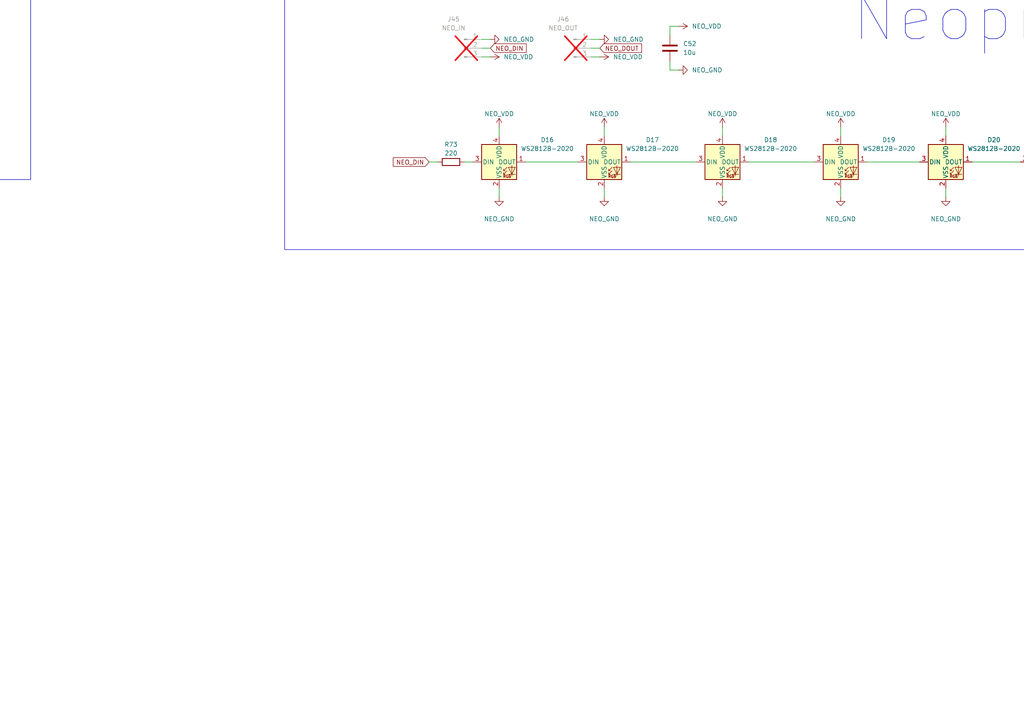
<source format=kicad_sch>
(kicad_sch (version 20250114) (generator "eeschema") (generator_version "9.0")
  (paper "A4")
  (lib_symbols
    (symbol "Analog_ADC:MCP3008" (pin_names (offset 1.016))
      (property "Reference" "U" (at -5.08 13.335 0))
      (property "Value" "MCP3008" (at -5.08 11.43 0))
      (symbol "MCP3008_0_0"
        (text "MUX" (at -6.35 -1.27 900) (effects (font (size 1.27 1.27))))
        (text "ADC" (at -0.635 1.27 0) (effects (font (size 1.27 1.27))))
        (text "CNTRL" (at 5.969 -2.921 900) (effects (font (size 1.27 1.27)) (justify left bottom)))
      )
      (symbol "MCP3008_1_1"
        (pin input line (at -15.24 7.62 0) (length 2.54) (name "CH0") (number "1"))
        (pin input line (at -15.24 5.08 0) (length 2.54) (name "CH1") (number "2"))
        (pin input line (at -15.24 2.54 0) (length 2.54) (name "CH2") (number "3"))
        (pin input line (at -15.24 0 0) (length 2.54) (name "CH3") (number "4"))
        (pin input line (at -15.24 -2.54 0) (length 2.54) (name "CH4") (number "5"))
        (pin input line (at -15.24 -5.08 0) (length 2.54) (name "CH5") (number "6"))
        (pin input line (at -15.24 -7.62 0) (length 2.54) (name "CH6") (number "7"))
        (pin input line (at -15.24 -10.16 0) (length 2.54) (name "CH7") (number "8"))
        (pin power_in line (at -2.54 12.7 270) (length 2.54) (name "Vref") (number "15"))
        (pin power_in line (at -2.54 -15.24 90) (length 2.54) (name "AGND") (number "14"))
        (pin power_in line (at 5.08 12.7 270) (length 2.54) (name "Vdd") (number "16"))
        (pin power_in line (at 5.08 -15.24 90) (length 2.54) (name "DGND") (number "9"))
        (pin input clock (at 15.24 2.54 180) (length 2.54) (name "CLK") (number "13"))
        (pin output line (at 15.24 0 180) (length 2.54) (name "Dout") (number "12"))
        (pin input line (at 15.24 -2.54 180) (length 2.54) (name "Din") (number "11"))
        (pin input line (at 15.24 -5.08 180) (length 2.54) (name "~{CS}/SHDN") (number "10"))
      )
    )
    (symbol "Audio:MAX98357A"
      (property "Reference" "U" (at -8.89 11.43 0))
      (property "Value" "MAX98357A" (at 10.16 11.43 0))
      (symbol "MAX98357A_1_1"
        (pin input line (at -12.7 7.62 0) (length 2.54) (name "DIN") (number "1"))
        (pin input line (at -12.7 5.08 0) (length 2.54) (name "BCLK") (number "16"))
        (pin input line (at -12.7 2.54 0) (length 2.54) (name "LRCLK") (number "14"))
        (pin input line (at -12.7 -2.54 0) (length 2.54) (name "~{SD_MODE}") (number "4"))
        (pin passive line (at -12.7 -5.08 0) (length 2.54) (name "GAIN_SLOT") (number "2"))
        (pin passive line (at -2.54 -12.7 90) (length 2.54) (hide yes) (name "GND") (number "11"))
        (pin passive line (at -2.54 -12.7 90) (length 2.54) (hide yes) (name "GND") (number "15"))
        (pin power_in line (at -2.54 -12.7 90) (length 2.54) (name "GND") (number "3"))
        (pin power_in line (at 0 12.7 270) (length 2.54) (name "VDD") (number "7"))
        (pin passive line (at 0 12.7 270) (length 2.54) (hide yes) (name "VDD") (number "8"))
        (pin unspecified line (at 2.54 -12.7 90) (length 2.54) (name "PAD") (number "17"))
        (pin no_connect line (at 10.16 2.54 180) (length 2.54) (hide yes) (name "NC") (number "5"))
        (pin no_connect line (at 10.16 0 180) (length 2.54) (hide yes) (name "NC") (number "6"))
        (pin no_connect line (at 10.16 -5.08 180) (length 2.54) (hide yes) (name "NC") (number "12"))
        (pin no_connect line (at 10.16 -7.62 180) (length 2.54) (hide yes) (name "NC") (number "13"))
        (pin output line (at 12.7 7.62 180) (length 2.54) (name "OUTP") (number "9"))
        (pin output line (at 12.7 5.08 180) (length 2.54) (name "OUTN") (number "10"))
      )
    )
    (symbol "Battery_Management:MCP73831-2-OT"
      (property "Reference" "U" (at -7.62 6.35 0))
      (property "Value" "MCP73831-2-OT" (at 1.27 6.35 0))
      (symbol "MCP73831-2-OT_1_1"
        (pin input line (at -10.16 -2.54 0) (length 2.54) (name "PROG") (number "5"))
        (pin power_in line (at 0 7.62 270) (length 2.54) (name "V_{DD}") (number "4"))
        (pin power_in line (at 0 -7.62 90) (length 2.54) (name "V_{SS}") (number "2"))
        (pin power_out line (at 10.16 2.54 180) (length 2.54) (name "V_{BAT}") (number "3"))
        (pin tri_state line (at 10.16 -2.54 180) (length 2.54) (name "STAT") (number "1"))
      )
    )
    (symbol "Connector:Conn_01x02_Pin" (pin_names (offset 1.016) (hide yes))
      (property "Reference" "J" (at 0 2.54 0))
      (property "Value" "Conn_01x02_Pin" (at 0 -5.08 0))
      (symbol "Conn_01x02_Pin_1_1"
        (pin passive line (at 5.08 0 180) (length 3.81) (name "Pin_1") (number "1"))
        (pin passive line (at 5.08 -2.54 180) (length 3.81) (name "Pin_2") (number "2"))
      )
    )
    (symbol "Connector:Conn_01x03_Pin" (pin_names (offset 1.016) (hide yes))
      (property "Reference" "J" (at 0 5.08 0))
      (property "Value" "Conn_01x03_Pin" (at 0 -5.08 0))
      (symbol "Conn_01x03_Pin_1_1"
        (pin passive line (at 5.08 2.54 180) (length 3.81) (name "Pin_1") (number "1"))
        (pin passive line (at 5.08 0 180) (length 3.81) (name "Pin_2") (number "2"))
        (pin passive line (at 5.08 -2.54 180) (length 3.81) (name "Pin_3") (number "3"))
      )
    )
    (symbol "Connector:Conn_01x04_Pin" (pin_names (offset 1.016) (hide yes))
      (property "Reference" "J" (at 0 5.08 0))
      (property "Value" "Conn_01x04_Pin" (at 0 -7.62 0))
      (symbol "Conn_01x04_Pin_1_1"
        (pin passive line (at 5.08 2.54 180) (length 3.81) (name "Pin_1") (number "1"))
        (pin passive line (at 5.08 0 180) (length 3.81) (name "Pin_2") (number "2"))
        (pin passive line (at 5.08 -2.54 180) (length 3.81) (name "Pin_3") (number "3"))
        (pin passive line (at 5.08 -5.08 180) (length 3.81) (name "Pin_4") (number "4"))
      )
    )
    (symbol "Connector:Conn_01x04_Socket" (pin_names (offset 1.016) (hide yes))
      (property "Reference" "J" (at 0 5.08 0))
      (property "Value" "Conn_01x04_Socket" (at 0 -7.62 0))
      (symbol "Conn_01x04_Socket_1_1"
        (pin passive line (at -5.08 2.54 0) (length 3.81) (name "Pin_1") (number "1"))
        (pin passive line (at -5.08 0 0) (length 3.81) (name "Pin_2") (number "2"))
        (pin passive line (at -5.08 -2.54 0) (length 3.81) (name "Pin_3") (number "3"))
        (pin passive line (at -5.08 -5.08 0) (length 3.81) (name "Pin_4") (number "4"))
      )
    )
    (symbol "Connector:Conn_01x06_Pin" (pin_names (offset 1.016) (hide yes))
      (property "Reference" "J" (at 0 7.62 0))
      (property "Value" "Conn_01x06_Pin" (at 0 -10.16 0))
      (symbol "Conn_01x06_Pin_1_1"
        (pin passive line (at 5.08 5.08 180) (length 3.81) (name "Pin_1") (number "1"))
        (pin passive line (at 5.08 2.54 180) (length 3.81) (name "Pin_2") (number "2"))
        (pin passive line (at 5.08 0 180) (length 3.81) (name "Pin_3") (number "3"))
        (pin passive line (at 5.08 -2.54 180) (length 3.81) (name "Pin_4") (number "4"))
        (pin passive line (at 5.08 -5.08 180) (length 3.81) (name "Pin_5") (number "5"))
        (pin passive line (at 5.08 -7.62 180) (length 3.81) (name "Pin_6") (number "6"))
      )
    )
    (symbol "Connector:Conn_01x07_Pin" (pin_names (offset 1.016) (hide yes))
      (property "Reference" "J" (at 0 10.16 0))
      (property "Value" "Conn_01x07_Pin" (at 0 -10.16 0))
      (symbol "Conn_01x07_Pin_1_1"
        (pin passive line (at 5.08 7.62 180) (length 3.81) (name "Pin_1") (number "1"))
        (pin passive line (at 5.08 5.08 180) (length 3.81) (name "Pin_2") (number "2"))
        (pin passive line (at 5.08 2.54 180) (length 3.81) (name "Pin_3") (number "3"))
        (pin passive line (at 5.08 0 180) (length 3.81) (name "Pin_4") (number "4"))
        (pin passive line (at 5.08 -2.54 180) (length 3.81) (name "Pin_5") (number "5"))
        (pin passive line (at 5.08 -5.08 180) (length 3.81) (name "Pin_6") (number "6"))
        (pin passive line (at 5.08 -7.62 180) (length 3.81) (name "Pin_7") (number "7"))
      )
    )
    (symbol "Connector:Conn_01x08_Pin" (pin_names (offset 1.016) (hide yes))
      (property "Reference" "J" (at 0 10.16 0))
      (property "Value" "Conn_01x08_Pin" (at 0 -12.7 0))
      (symbol "Conn_01x08_Pin_1_1"
        (pin passive line (at 5.08 7.62 180) (length 3.81) (name "Pin_1") (number "1"))
        (pin passive line (at 5.08 5.08 180) (length 3.81) (name "Pin_2") (number "2"))
        (pin passive line (at 5.08 2.54 180) (length 3.81) (name "Pin_3") (number "3"))
        (pin passive line (at 5.08 0 180) (length 3.81) (name "Pin_4") (number "4"))
        (pin passive line (at 5.08 -2.54 180) (length 3.81) (name "Pin_5") (number "5"))
        (pin passive line (at 5.08 -5.08 180) (length 3.81) (name "Pin_6") (number "6"))
        (pin passive line (at 5.08 -7.62 180) (length 3.81) (name "Pin_7") (number "7"))
        (pin passive line (at 5.08 -10.16 180) (length 3.81) (name "Pin_8") (number "8"))
      )
    )
    (symbol "Connector:Conn_01x10_Pin" (pin_names (offset 1.016) (hide yes))
      (property "Reference" "J" (at 0 12.7 0))
      (property "Value" "Conn_01x10_Pin" (at 0 -15.24 0))
      (symbol "Conn_01x10_Pin_1_1"
        (pin passive line (at 5.08 10.16 180) (length 3.81) (name "Pin_1") (number "1"))
        (pin passive line (at 5.08 7.62 180) (length 3.81) (name "Pin_2") (number "2"))
        (pin passive line (at 5.08 5.08 180) (length 3.81) (name "Pin_3") (number "3"))
        (pin passive line (at 5.08 2.54 180) (length 3.81) (name "Pin_4") (number "4"))
        (pin passive line (at 5.08 0 180) (length 3.81) (name "Pin_5") (number "5"))
        (pin passive line (at 5.08 -2.54 180) (length 3.81) (name "Pin_6") (number "6"))
        (pin passive line (at 5.08 -5.08 180) (length 3.81) (name "Pin_7") (number "7"))
        (pin passive line (at 5.08 -7.62 180) (length 3.81) (name "Pin_8") (number "8"))
        (pin passive line (at 5.08 -10.16 180) (length 3.81) (name "Pin_9") (number "9"))
        (pin passive line (at 5.08 -12.7 180) (length 3.81) (name "Pin_10") (number "10"))
      )
    )
    (symbol "Connector:Screw_Terminal_01x10" (pin_names (offset 1.016) (hide yes))
      (property "Reference" "J" (at 0 12.7 0))
      (property "Value" "Screw_Terminal_01x10" (at 0 -15.24 0))
      (symbol "Screw_Terminal_01x10_1_1"
        (pin passive line (at -5.08 10.16 0) (length 3.81) (name "Pin_1") (number "1"))
        (pin passive line (at -5.08 7.62 0) (length 3.81) (name "Pin_2") (number "2"))
        (pin passive line (at -5.08 5.08 0) (length 3.81) (name "Pin_3") (number "3"))
        (pin passive line (at -5.08 2.54 0) (length 3.81) (name "Pin_4") (number "4"))
        (pin passive line (at -5.08 0 0) (length 3.81) (name "Pin_5") (number "5"))
        (pin passive line (at -5.08 -2.54 0) (length 3.81) (name "Pin_6") (number "6"))
        (pin passive line (at -5.08 -5.08 0) (length 3.81) (name "Pin_7") (number "7"))
        (pin passive line (at -5.08 -7.62 0) (length 3.81) (name "Pin_8") (number "8"))
        (pin passive line (at -5.08 -10.16 0) (length 3.81) (name "Pin_9") (number "9"))
        (pin passive line (at -5.08 -12.7 0) (length 3.81) (name "Pin_10") (number "10"))
      )
    )
    (symbol "Connector:TestPoint" (pin_numbers (hide yes)) (pin_names (offset 0.762) (hide yes))
      (property "Reference" "TP" (at 0 6.858 0))
      (property "Value" "TestPoint" (at 0 5.08 0))
      (symbol "TestPoint_1_1"
        (pin passive line (at 0 0 90) (length 2.54) (name "1") (number "1"))
      )
    )
    (symbol "Connector_Generic:Conn_01x12" (pin_names (offset 1.016) (hide yes))
      (property "Reference" "J" (at 0 15.24 0))
      (property "Value" "Conn_01x12" (at 0 -17.78 0))
      (symbol "Conn_01x12_1_1"
        (pin passive line (at -5.08 12.7 0) (length 3.81) (name "Pin_1") (number "1"))
        (pin passive line (at -5.08 10.16 0) (length 3.81) (name "Pin_2") (number "2"))
        (pin passive line (at -5.08 7.62 0) (length 3.81) (name "Pin_3") (number "3"))
        (pin passive line (at -5.08 5.08 0) (length 3.81) (name "Pin_4") (number "4"))
        (pin passive line (at -5.08 2.54 0) (length 3.81) (name "Pin_5") (number "5"))
        (pin passive line (at -5.08 0 0) (length 3.81) (name "Pin_6") (number "6"))
        (pin passive line (at -5.08 -2.54 0) (length 3.81) (name "Pin_7") (number "7"))
        (pin passive line (at -5.08 -5.08 0) (length 3.81) (name "Pin_8") (number "8"))
        (pin passive line (at -5.08 -7.62 0) (length 3.81) (name "Pin_9") (number "9"))
        (pin passive line (at -5.08 -10.16 0) (length 3.81) (name "Pin_10") (number "10"))
        (pin passive line (at -5.08 -12.7 0) (length 3.81) (name "Pin_11") (number "11"))
        (pin passive line (at -5.08 -15.24 0) (length 3.81) (name "Pin_12") (number "12"))
      )
    )
    (symbol "Connector_Generic:Conn_01x16" (pin_names (offset 1.016) (hide yes))
      (property "Reference" "J" (at 0 20.32 0))
      (property "Value" "Conn_01x16" (at 0 -22.86 0))
      (symbol "Conn_01x16_1_1"
        (pin passive line (at -5.08 17.78 0) (length 3.81) (name "Pin_1") (number "1"))
        (pin passive line (at -5.08 15.24 0) (length 3.81) (name "Pin_2") (number "2"))
        (pin passive line (at -5.08 12.7 0) (length 3.81) (name "Pin_3") (number "3"))
        (pin passive line (at -5.08 10.16 0) (length 3.81) (name "Pin_4") (number "4"))
        (pin passive line (at -5.08 7.62 0) (length 3.81) (name "Pin_5") (number "5"))
        (pin passive line (at -5.08 5.08 0) (length 3.81) (name "Pin_6") (number "6"))
        (pin passive line (at -5.08 2.54 0) (length 3.81) (name "Pin_7") (number "7"))
        (pin passive line (at -5.08 0 0) (length 3.81) (name "Pin_8") (number "8"))
        (pin passive line (at -5.08 -2.54 0) (length 3.81) (name "Pin_9") (number "9"))
        (pin passive line (at -5.08 -5.08 0) (length 3.81) (name "Pin_10") (number "10"))
        (pin passive line (at -5.08 -7.62 0) (length 3.81) (name "Pin_11") (number "11"))
        (pin passive line (at -5.08 -10.16 0) (length 3.81) (name "Pin_12") (number "12"))
        (pin passive line (at -5.08 -12.7 0) (length 3.81) (name "Pin_13") (number "13"))
        (pin passive line (at -5.08 -15.24 0) (length 3.81) (name "Pin_14") (number "14"))
        (pin passive line (at -5.08 -17.78 0) (length 3.81) (name "Pin_15") (number "15"))
        (pin passive line (at -5.08 -20.32 0) (length 3.81) (name "Pin_16") (number "16"))
      )
    )
    (symbol "Converter_DCDC:TPS61022"
      (property "Reference" "U" (at 0 7.62 0))
      (property "Value" "TPS61022" (at 7.62 -7.62 0))
      (symbol "TPS61022_1_1"
        (pin input line (at -10.16 0 0) (length 2.54) (name "EN") (number "5"))
        (pin input line (at -10.16 -2.54 0) (length 2.54) (name "MODE") (number "6"))
        (pin power_in line (at -5.08 7.62 270) (length 2.54) (name "VIN") (number "7"))
        (pin power_in line (at 0 -7.62 90) (length 2.54) (name "GND") (number "1"))
        (pin input line (at 5.08 7.62 270) (length 2.54) (name "SW") (number "2"))
        (pin power_out line (at 10.16 0 180) (length 2.54) (name "VOUT") (number "3"))
        (pin input line (at 10.16 -2.54 180) (length 2.54) (name "FB") (number "4"))
      )
    )
    (symbol "Device:C" (pin_numbers (hide yes)) (pin_names (offset 0.254))
      (property "Reference" "C" (at 0.635 2.54 0))
      (property "Value" "C" (at 0.635 -2.54 0))
      (symbol "C_1_1"
        (pin passive line (at 0 3.81 270) (length 2.794) (name "~") (number "1"))
        (pin passive line (at 0 -3.81 90) (length 2.794) (name "~") (number "2"))
      )
    )
    (symbol "Device:C_Polarized" (pin_numbers (hide yes)) (pin_names (offset 0.254))
      (property "Reference" "C" (at 0.635 2.54 0))
      (property "Value" "C_Polarized" (at 0.635 -2.54 0))
      (symbol "C_Polarized_1_1"
        (pin passive line (at 0 3.81 270) (length 2.794) (name "~") (number "1"))
        (pin passive line (at 0 -3.81 90) (length 2.794) (name "~") (number "2"))
      )
    )
    (symbol "Device:L" (pin_numbers (hide yes)) (pin_names (offset 1.016) (hide yes))
      (property "Reference" "L" (at -1.27 0 90))
      (property "Value" "L" (at 1.905 0 90))
      (symbol "L_1_1"
        (pin passive line (at 0 3.81 270) (length 1.27) (name "1") (number "1"))
        (pin passive line (at 0 -3.81 90) (length 1.27) (name "2") (number "2"))
      )
    )
    (symbol "Device:LED" (pin_numbers (hide yes)) (pin_names (offset 1.016) (hide yes))
      (property "Reference" "D" (at 0 2.54 0))
      (property "Value" "LED" (at 0 -2.54 0))
      (symbol "LED_1_1"
        (pin passive line (at -3.81 0 0) (length 2.54) (name "K") (number "1"))
        (pin passive line (at 3.81 0 180) (length 2.54) (name "A") (number "2"))
      )
    )
    (symbol "Device:NetTie_2" (pin_numbers (hide yes)) (pin_names (offset 0) (hide yes)) (in_bom no)
      (property "Reference" "NT" (at 0 1.27 0))
      (property "Value" "NetTie_2" (at 0 -1.27 0))
      (symbol "NetTie_2_1_1"
        (pin passive line (at -2.54 0 0) (length 2.54) (name "1") (number "1"))
        (pin passive line (at 2.54 0 180) (length 2.54) (name "2") (number "2"))
      )
    )
    (symbol "Device:R" (pin_numbers (hide yes)) (pin_names (offset 0))
      (property "Reference" "R" (at 2.032 0 90))
      (property "Value" "R" (at 0 0 90))
      (symbol "R_1_1"
        (pin passive line (at 0 3.81 270) (length 1.27) (name "~") (number "1"))
        (pin passive line (at 0 -3.81 90) (length 1.27) (name "~") (number "2"))
      )
    )
    (symbol "Driver_LED:PCA9685BS"
      (property "Reference" "U" (at -12.7 22.225 0))
      (property "Value" "PCA9685BS" (at 1.27 22.225 0))
      (symbol "PCA9685BS_1_1"
        (pin input line (at -17.78 17.78 0) (length 5.08) (name "SCL") (number "23"))
        (pin bidirectional line (at -17.78 15.24 0) (length 5.08) (name "SDA") (number "24"))
        (pin input line (at -17.78 12.7 0) (length 5.08) (name "EXTCLK") (number "22"))
        (pin input line (at -17.78 10.16 0) (length 5.08) (name "~{OE}") (number "20"))
        (pin input line (at -17.78 -5.08 0) (length 5.08) (name "A0") (number "26"))
        (pin input line (at -17.78 -7.62 0) (length 5.08) (name "A1") (number "27"))
        (pin input line (at -17.78 -10.16 0) (length 5.08) (name "A2") (number "28"))
        (pin input line (at -17.78 -12.7 0) (length 5.08) (name "A3") (number "1"))
        (pin input line (at -17.78 -15.24 0) (length 5.08) (name "A4") (number "2"))
        (pin input line (at -17.78 -17.78 0) (length 5.08) (name "A5") (number "21"))
        (pin power_in line (at -2.54 -27.94 90) (length 5.08) (name "VSS") (number "29"))
        (pin power_in line (at 0 25.4 270) (length 5.08) (name "VDD") (number "25"))
        (pin power_in line (at 0 -27.94 90) (length 5.08) (name "VSS") (number "11"))
        (pin output line (at 17.78 17.78 180) (length 5.08) (name "LED0") (number "3"))
        (pin output line (at 17.78 15.24 180) (length 5.08) (name "LED1") (number "4"))
        (pin output line (at 17.78 12.7 180) (length 5.08) (name "LED2") (number "5"))
        (pin output line (at 17.78 10.16 180) (length 5.08) (name "LED3") (number "6"))
        (pin output line (at 17.78 7.62 180) (length 5.08) (name "LED4") (number "7"))
        (pin output line (at 17.78 5.08 180) (length 5.08) (name "LED5") (number "8"))
        (pin output line (at 17.78 2.54 180) (length 5.08) (name "LED6") (number "9"))
        (pin output line (at 17.78 0 180) (length 5.08) (name "LED7") (number "10"))
        (pin output line (at 17.78 -2.54 180) (length 5.08) (name "LED8") (number "12"))
        (pin output line (at 17.78 -5.08 180) (length 5.08) (name "LED9") (number "13"))
        (pin output line (at 17.78 -7.62 180) (length 5.08) (name "LED10") (number "14"))
        (pin output line (at 17.78 -10.16 180) (length 5.08) (name "LED11") (number "15"))
        (pin output line (at 17.78 -12.7 180) (length 5.08) (name "LED12") (number "16"))
        (pin output line (at 17.78 -15.24 180) (length 5.08) (name "LED13") (number "17"))
        (pin output line (at 17.78 -17.78 180) (length 5.08) (name "LED14") (number "18"))
        (pin output line (at 17.78 -20.32 180) (length 5.08) (name "LED15") (number "19"))
      )
    )
    (symbol "Driver_Motor:TB6612FNG" (pin_names (offset 1.016))
      (property "Reference" "U" (at 11.43 17.78 0))
      (property "Value" "TB6612FNG" (at 11.43 15.24 0))
      (symbol "TB6612FNG_1_1"
        (pin input inverted (at -15.24 10.16 0) (length 5.08) (name "STBY") (number "19"))
        (pin input line (at -15.24 5.08 0) (length 5.08) (name "PWMA") (number "23"))
        (pin input line (at -15.24 2.54 0) (length 5.08) (name "PWMB") (number "15"))
        (pin input line (at -15.24 -2.54 0) (length 5.08) (name "AIN1") (number "21"))
        (pin input line (at -15.24 -5.08 0) (length 5.08) (name "AIN2") (number "22"))
        (pin input line (at -15.24 -7.62 0) (length 5.08) (name "BIN1") (number "17"))
        (pin input line (at -15.24 -10.16 0) (length 5.08) (name "BIN2") (number "16"))
        (pin power_in line (at -7.62 25.4 270) (length 5.08) (name "VCC") (number "20"))
        (pin power_in line (at -7.62 -25.4 90) (length 5.08) (name "GND") (number "18"))
        (pin power_in line (at 2.54 25.4 270) (length 5.08) (name "VM1") (number "24"))
        (pin power_in line (at 2.54 -25.4 90) (length 5.08) (name "PGND1") (number "3"))
        (pin passive line (at 2.54 -25.4 90) (length 5.08) (hide yes) (name "PGND1") (number "4"))
        (pin power_in line (at 5.08 25.4 270) (length 5.08) (name "VM2") (number "13"))
        (pin power_in line (at 7.62 25.4 270) (length 5.08) (name "VM3") (number "14"))
        (pin passive line (at 7.62 -25.4 90) (length 5.08) (hide yes) (name "PGND2") (number "10"))
        (pin power_in line (at 7.62 -25.4 90) (length 5.08) (name "PGND2") (number "9"))
        (pin output line (at 15.24 10.16 180) (length 5.08) (name "AO1") (number "1"))
        (pin passive line (at 15.24 10.16 180) (length 5.08) (hide yes) (name "AO1") (number "2"))
        (pin output line (at 15.24 5.08 180) (length 5.08) (name "AO2") (number "5"))
        (pin passive line (at 15.24 5.08 180) (length 5.08) (hide yes) (name "AO2") (number "6"))
        (pin output line (at 15.24 -2.54 180) (length 5.08) (name "BO1") (number "11"))
        (pin passive line (at 15.24 -2.54 180) (length 5.08) (hide yes) (name "BO1") (number "12"))
        (pin output line (at 15.24 -7.62 180) (length 5.08) (name "BO2") (number "7"))
        (pin passive line (at 15.24 -7.62 180) (length 5.08) (hide yes) (name "BO2") (number "8"))
      )
    )
    (symbol "Interface_Expansion:AW9523B"
      (property "Reference" "U" (at -5.08 26.67 0))
      (property "Value" "AW9523B" (at 6.35 26.67 0))
      (symbol "AW9523B_1_1"
        (pin input line (at -10.16 12.7 0) (length 2.54) (name "SCL") (number "19"))
        (pin bidirectional line (at -10.16 10.16 0) (length 2.54) (name "SDA") (number "20"))
        (pin open_collector line (at -10.16 5.08 0) (length 2.54) (name "~{INT}") (number "22"))
        (pin input line (at -10.16 2.54 0) (length 2.54) (name "~{RST}") (number "23"))
        (pin input line (at -10.16 -10.16 0) (length 2.54) (name "AD0") (number "18"))
        (pin input line (at -10.16 -15.24 0) (length 2.54) (name "AD1") (number "24"))
        (pin power_in line (at 0 25.4 270) (length 2.54) (name "VCC") (number "21"))
        (pin passive line (at 0 -25.4 90) (length 2.54) (hide yes) (name "GND") (number "25"))
        (pin power_in line (at 0 -25.4 90) (length 2.54) (name "GND") (number "9"))
        (pin bidirectional line (at 10.16 20.32 180) (length 2.54) (name "P0_0") (number "5"))
        (pin bidirectional line (at 10.16 17.78 180) (length 2.54) (name "P0_1") (number "6"))
        (pin bidirectional line (at 10.16 15.24 180) (length 2.54) (name "P0_2") (number "7"))
        (pin bidirectional line (at 10.16 12.7 180) (length 2.54) (name "P0_3") (number "8"))
        (pin bidirectional line (at 10.16 10.16 180) (length 2.54) (name "P0_4") (number "10"))
        (pin bidirectional line (at 10.16 7.62 180) (length 2.54) (name "P0_5") (number "11"))
        (pin bidirectional line (at 10.16 5.08 180) (length 2.54) (name "P0_6") (number "12"))
        (pin bidirectional line (at 10.16 2.54 180) (length 2.54) (name "P0_7") (number "13"))
        (pin bidirectional line (at 10.16 -2.54 180) (length 2.54) (name "P1_0") (number "1"))
        (pin bidirectional line (at 10.16 -5.08 180) (length 2.54) (name "P1_1") (number "2"))
        (pin bidirectional line (at 10.16 -7.62 180) (length 2.54) (name "P1_2") (number "3"))
        (pin bidirectional line (at 10.16 -10.16 180) (length 2.54) (name "P1_3") (number "4"))
        (pin bidirectional line (at 10.16 -12.7 180) (length 2.54) (name "P1_4") (number "14"))
        (pin bidirectional line (at 10.16 -15.24 180) (length 2.54) (name "P1_5") (number "15"))
        (pin bidirectional line (at 10.16 -17.78 180) (length 2.54) (name "P1_6") (number "16"))
        (pin bidirectional line (at 10.16 -20.32 180) (length 2.54) (name "P1_7") (number "17"))
      )
    )
    (symbol "Interface_Expansion:MCP23017_ML" (pin_names (offset 1.016))
      (property "Reference" "U" (at -11.43 24.13 0))
      (property "Value" "MCP23017_ML" (at 0 0 0))
      (symbol "MCP23017_ML_1_1"
        (pin bidirectional line (at -17.78 20.32 0) (length 5.08) (name "SDA") (number "9"))
        (pin input line (at -17.78 17.78 0) (length 5.08) (name "SCK") (number "8"))
        (pin tri_state line (at -17.78 5.08 0) (length 5.08) (name "INTB") (number "15"))
        (pin tri_state line (at -17.78 2.54 0) (length 5.08) (name "INTA") (number "16"))
        (pin input line (at -17.78 -2.54 0) (length 5.08) (name "~{RESET}") (number "14"))
        (pin input line (at -17.78 -15.24 0) (length 5.08) (name "A2") (number "13"))
        (pin input line (at -17.78 -17.78 0) (length 5.08) (name "A1") (number "12"))
        (pin input line (at -17.78 -20.32 0) (length 5.08) (name "A0") (number "11"))
        (pin no_connect line (at -12.7 15.24 0) (length 5.08) (hide yes) (name "NC") (number "7"))
        (pin no_connect line (at -12.7 12.7 0) (length 5.08) (hide yes) (name "NC") (number "10"))
        (pin passive line (at -2.54 -27.94 90) (length 5.08) (name "EP") (number "29"))
        (pin power_in line (at 0 27.94 270) (length 5.08) (name "VDD") (number "5"))
        (pin power_in line (at 0 -27.94 90) (length 5.08) (name "VSS") (number "6"))
        (pin bidirectional line (at 17.78 20.32 180) (length 5.08) (name "GPB0") (number "25"))
        (pin bidirectional line (at 17.78 17.78 180) (length 5.08) (name "GPB1") (number "26"))
        (pin bidirectional line (at 17.78 15.24 180) (length 5.08) (name "GPB2") (number "27"))
        (pin bidirectional line (at 17.78 12.7 180) (length 5.08) (name "GPB3") (number "28"))
        (pin bidirectional line (at 17.78 10.16 180) (length 5.08) (name "GPB4") (number "1"))
        (pin bidirectional line (at 17.78 7.62 180) (length 5.08) (name "GPB5") (number "2"))
        (pin bidirectional line (at 17.78 5.08 180) (length 5.08) (name "GPB6") (number "3"))
        (pin output line (at 17.78 2.54 180) (length 5.08) (name "GPB7") (number "4"))
        (pin bidirectional line (at 17.78 -2.54 180) (length 5.08) (name "GPA0") (number "17"))
        (pin bidirectional line (at 17.78 -5.08 180) (length 5.08) (name "GPA1") (number "18"))
        (pin bidirectional line (at 17.78 -7.62 180) (length 5.08) (name "GPA2") (number "19"))
        (pin bidirectional line (at 17.78 -10.16 180) (length 5.08) (name "GPA3") (number "20"))
        (pin bidirectional line (at 17.78 -12.7 180) (length 5.08) (name "GPA4") (number "21"))
        (pin bidirectional line (at 17.78 -15.24 180) (length 5.08) (name "GPA5") (number "22"))
        (pin bidirectional line (at 17.78 -17.78 180) (length 5.08) (name "GPA6") (number "23"))
        (pin output line (at 17.78 -20.32 180) (length 5.08) (name "GPA7") (number "24"))
      )
    )
    (symbol "Jumper:SolderJumper_2_Bridged" (pin_numbers (hide yes)) (pin_names (offset 0) (hide yes)) (in_bom no)
      (property "Reference" "JP" (at 0 2.032 0))
      (property "Value" "SolderJumper_2_Bridged" (at 0 -2.54 0))
      (symbol "SolderJumper_2_Bridged_1_1"
        (pin passive line (at -3.81 0 0) (length 2.54) (name "A") (number "1"))
        (pin passive line (at 3.81 0 180) (length 2.54) (name "B") (number "2"))
      )
    )
    (symbol "Jumper:SolderJumper_2_Open" (pin_numbers (hide yes)) (pin_names (offset 0) (hide yes)) (in_bom no)
      (property "Reference" "JP" (at 0 2.032 0))
      (property "Value" "SolderJumper_2_Open" (at 0 -2.54 0))
      (symbol "SolderJumper_2_Open_1_1"
        (pin passive line (at -3.81 0 0) (length 2.54) (name "A") (number "1"))
        (pin passive line (at 3.81 0 180) (length 2.54) (name "B") (number "2"))
      )
    )
    (symbol "LED:WS2812B-2020" (pin_names (offset 0.254))
      (property "Reference" "D" (at 5.08 5.715 0))
      (property "Value" "WS2812B-2020" (at 1.27 -5.715 0))
      (symbol "WS2812B-2020_0_0"
        (text "RGB" (at 2.286 -4.191 0) (effects (font (size 0.762 0.762))))
      )
      (symbol "WS2812B-2020_1_1"
        (pin input line (at -7.62 0 0) (length 2.54) (name "DIN") (number "3"))
        (pin power_in line (at 0 7.62 270) (length 2.54) (name "VDD") (number "4"))
        (pin power_in line (at 0 -7.62 90) (length 2.54) (name "VSS") (number "2"))
        (pin output line (at 7.62 0 180) (length 2.54) (name "DOUT") (number "1"))
      )
    )
    (symbol "MCU_RaspberryPi:RP2040"
      (property "Reference" "U" (at 17.78 45.72 0))
      (property "Value" "RP2040" (at 17.78 43.18 0))
      (symbol "RP2040_1_1"
        (pin input line (at -25.4 38.1 0) (length 3.81) (name "RUN") (number "26"))
        (pin bidirectional line (at -25.4 30.48 0) (length 3.81) (name "USB_DP") (number "47"))
        (pin bidirectional line (at -25.4 27.94 0) (length 3.81) (name "USB_DM") (number "46"))
        (pin bidirectional line (at -25.4 20.32 0) (length 3.81) (name "QSPI_SS") (number "56"))
        (pin bidirectional line (at -25.4 15.24 0) (length 3.81) (name "QSPI_SD0") (number "53"))
        (pin bidirectional line (at -25.4 12.7 0) (length 3.81) (name "QSPI_SD1") (number "55"))
        (pin bidirectional line (at -25.4 10.16 0) (length 3.81) (name "QSPI_SD2") (number "54"))
        (pin bidirectional line (at -25.4 7.62 0) (length 3.81) (name "QSPI_SD3") (number "51"))
        (pin output line (at -25.4 5.08 0) (length 3.81) (name "QSPI_SCLK") (number "52"))
        (pin input line (at -25.4 -7.62 0) (length 3.81) (name "XIN") (number "20"))
        (pin passive line (at -25.4 -17.78 0) (length 3.81) (name "XOUT") (number "21"))
        (pin input line (at -25.4 -27.94 0) (length 3.81) (name "SWCLK") (number "24"))
        (pin bidirectional line (at -25.4 -30.48 0) (length 3.81) (name "SWD") (number "25"))
        (pin input line (at -25.4 -38.1 0) (length 3.81) (name "TESTEN") (number "19"))
        (pin power_out line (at -5.08 45.72 270) (length 3.81) (name "VREG_VOUT") (number "45"))
        (pin power_in line (at -2.54 45.72 270) (length 3.81) (name "DVDD") (number "23"))
        (pin passive line (at -2.54 45.72 270) (length 3.81) (hide yes) (name "DVDD") (number "50"))
        (pin power_in line (at 0 -45.72 90) (length 3.81) (name "GND") (number "57"))
        (pin power_in line (at 2.54 45.72 270) (length 3.81) (name "IOVDD") (number "1"))
        (pin passive line (at 2.54 45.72 270) (length 3.81) (hide yes) (name "IOVDD") (number "10"))
        (pin passive line (at 2.54 45.72 270) (length 3.81) (hide yes) (name "IOVDD") (number "22"))
        (pin passive line (at 2.54 45.72 270) (length 3.81) (hide yes) (name "IOVDD") (number "33"))
        (pin passive line (at 2.54 45.72 270) (length 3.81) (hide yes) (name "IOVDD") (number "42"))
        (pin passive line (at 2.54 45.72 270) (length 3.81) (hide yes) (name "IOVDD") (number "49"))
        (pin power_in line (at 5.08 45.72 270) (length 3.81) (name "USB_VDD") (number "48"))
        (pin power_in line (at 7.62 45.72 270) (length 3.81) (name "ADC_AVDD") (number "43"))
        (pin power_in line (at 10.16 45.72 270) (length 3.81) (name "VREG_IN") (number "44"))
        (pin bidirectional line (at 25.4 38.1 180) (length 3.81) (name "GPIO0") (number "2"))
        (pin bidirectional line (at 25.4 35.56 180) (length 3.81) (name "GPIO1") (number "3"))
        (pin bidirectional line (at 25.4 33.02 180) (length 3.81) (name "GPIO2") (number "4"))
        (pin bidirectional line (at 25.4 30.48 180) (length 3.81) (name "GPIO3") (number "5"))
        (pin bidirectional line (at 25.4 27.94 180) (length 3.81) (name "GPIO4") (number "6"))
        (pin bidirectional line (at 25.4 25.4 180) (length 3.81) (name "GPIO5") (number "7"))
        (pin bidirectional line (at 25.4 22.86 180) (length 3.81) (name "GPIO6") (number "8"))
        (pin bidirectional line (at 25.4 20.32 180) (length 3.81) (name "GPIO7") (number "9"))
        (pin bidirectional line (at 25.4 17.78 180) (length 3.81) (name "GPIO8") (number "11"))
        (pin bidirectional line (at 25.4 15.24 180) (length 3.81) (name "GPIO9") (number "12"))
        (pin bidirectional line (at 25.4 12.7 180) (length 3.81) (name "GPIO10") (number "13"))
        (pin bidirectional line (at 25.4 10.16 180) (length 3.81) (name "GPIO11") (number "14"))
        (pin bidirectional line (at 25.4 7.62 180) (length 3.81) (name "GPIO12") (number "15"))
        (pin bidirectional line (at 25.4 5.08 180) (length 3.81) (name "GPIO13") (number "16"))
        (pin bidirectional line (at 25.4 2.54 180) (length 3.81) (name "GPIO14") (number "17"))
        (pin bidirectional line (at 25.4 0 180) (length 3.81) (name "GPIO15") (number "18"))
        (pin bidirectional line (at 25.4 -2.54 180) (length 3.81) (name "GPIO16") (number "27"))
        (pin bidirectional line (at 25.4 -5.08 180) (length 3.81) (name "GPIO17") (number "28"))
        (pin bidirectional line (at 25.4 -7.62 180) (length 3.81) (name "GPIO18") (number "29"))
        (pin bidirectional line (at 25.4 -10.16 180) (length 3.81) (name "GPIO19") (number "30"))
        (pin bidirectional line (at 25.4 -12.7 180) (length 3.81) (name "GPIO20") (number "31"))
        (pin bidirectional line (at 25.4 -15.24 180) (length 3.81) (name "GPIO21") (number "32"))
        (pin bidirectional line (at 25.4 -17.78 180) (length 3.81) (name "GPIO22") (number "34"))
        (pin bidirectional line (at 25.4 -20.32 180) (length 3.81) (name "GPIO23") (number "35"))
        (pin bidirectional line (at 25.4 -22.86 180) (length 3.81) (name "GPIO24") (number "36"))
        (pin bidirectional line (at 25.4 -25.4 180) (length 3.81) (name "GPIO25") (number "37"))
        (pin bidirectional line (at 25.4 -30.48 180) (length 3.81) (name "GPIO26_ADC0") (number "38"))
        (pin bidirectional line (at 25.4 -33.02 180) (length 3.81) (name "GPIO27_ADC1") (number "39"))
        (pin bidirectional line (at 25.4 -35.56 180) (length 3.81) (name "GPIO28_ADC2") (number "40"))
        (pin bidirectional line (at 25.4 -38.1 180) (length 3.81) (name "GPIO29_ADC3") (number "41"))
      )
    )
    (symbol "PCM_Diode_AKL:1N4148W" (pin_numbers (hide yes)) (pin_names (offset 1.016) (hide yes))
      (property "Reference" "D" (at 0 5.08 0))
      (property "Value" "1N4148W" (at 0 2.54 0))
      (symbol "1N4148W_1_1"
        (pin passive line (at -3.81 0 0) (length 2.54) (name "A") (number "2"))
        (pin passive line (at 3.81 0 180) (length 2.54) (name "K") (number "1"))
      )
      (symbol "1N4148W_1_2"
        (pin passive line (at -2.54 -2.54 0) (length 0) (name "A") (number "2"))
        (pin passive line (at 2.54 2.54 180) (length 0) (name "K") (number "1"))
      )
    )
    (symbol "PCM_Diode_Zener_AKL:DZL4734" (pin_numbers (hide yes)) (pin_names (offset 1.016) (hide yes))
      (property "Reference" "DZ" (at 0 5.08 0))
      (property "Value" "DZL4734" (at 0 2.54 0))
      (symbol "DZL4734_1_1"
        (pin passive line (at -3.81 0 0) (length 2.54) (name "A") (number "2"))
        (pin passive line (at 3.81 0 180) (length 2.54) (name "K") (number "1"))
      )
      (symbol "DZL4734_1_2"
        (pin passive line (at -2.54 -2.54 0) (length 0) (name "A") (number "2"))
        (pin passive line (at 2.54 2.54 180) (length 0) (name "K") (number "1"))
      )
    )
    (symbol "PCM_Transistor_BJT_AKL:MMBT3904" (pin_names (hide yes))
      (property "Reference" "Q" (at 5.08 1.27 0))
      (property "Value" "MMBT3904" (at 5.08 -1.27 0))
      (symbol "MMBT3904_1_1"
        (pin input line (at -5.08 0 0) (length 5.715) (name "B") (number "1"))
        (pin passive line (at 2.54 5.08 270) (length 2.54) (name "C") (number "3"))
        (pin passive line (at 2.54 -5.08 90) (length 2.54) (name "E") (number "2"))
      )
    )
    (symbol "PCM_Voltage_Regulator_AKL:LM340MP-5.0"
      (property "Reference" "U" (at 0 6.35 0))
      (property "Value" "LM340MP-5.0" (at 0 3.81 0))
      (symbol "LM340MP-5.0_0_0"
        (text "GND" (at 0 -2.54 0) (effects (font (size 1.27 1.27))))
      )
      (symbol "LM340MP-5.0_1_1"
        (pin power_in line (at -7.62 0 0) (length 2.54) (name "IN") (number "1"))
        (pin power_in line (at 0 -6.35 90) (length 2.54) (name "~") (number "2"))
        (pin power_out line (at 7.62 0 180) (length 2.54) (name "OUT") (number "3"))
      )
    )
    (symbol "RF_Module:ESP32-S3-MINI-1"
      (property "Reference" "U" (at -11.43 29.21 0))
      (property "Value" "ESP32-S3-MINI-1" (at 12.7 29.21 0))
      (symbol "ESP32-S3-MINI-1_1_1"
        (pin input line (at -15.24 25.4 0) (length 2.54) (name "EN") (number "45"))
        (pin bidirectional line (at -15.24 20.32 0) (length 2.54) (name "IO0") (number "4"))
        (pin bidirectional line (at -15.24 17.78 0) (length 2.54) (name "IO1") (number "5"))
        (pin bidirectional line (at -15.24 15.24 0) (length 2.54) (name "IO2") (number "6"))
        (pin bidirectional line (at -15.24 12.7 0) (length 2.54) (name "IO3") (number "7"))
        (pin bidirectional line (at -15.24 10.16 0) (length 2.54) (name "IO4") (number "8"))
        (pin bidirectional line (at -15.24 7.62 0) (length 2.54) (name "IO5") (number "9"))
        (pin bidirectional line (at -15.24 5.08 0) (length 2.54) (name "IO6") (number "10"))
        (pin bidirectional line (at -15.24 2.54 0) (length 2.54) (name "IO7") (number "11"))
        (pin bidirectional line (at -15.24 0 0) (length 2.54) (name "IO8") (number "12"))
        (pin bidirectional line (at -15.24 -2.54 0) (length 2.54) (name "IO9") (number "13"))
        (pin bidirectional line (at -15.24 -5.08 0) (length 2.54) (name "IO10") (number "14"))
        (pin bidirectional line (at -15.24 -7.62 0) (length 2.54) (name "IO11") (number "15"))
        (pin bidirectional line (at -15.24 -10.16 0) (length 2.54) (name "IO12") (number "16"))
        (pin bidirectional line (at -15.24 -12.7 0) (length 2.54) (name "IO13") (number "17"))
        (pin bidirectional line (at -15.24 -15.24 0) (length 2.54) (name "IO14") (number "18"))
        (pin bidirectional line (at -15.24 -17.78 0) (length 2.54) (name "IO15") (number "19"))
        (pin bidirectional line (at -15.24 -20.32 0) (length 2.54) (name "IO16") (number "20"))
        (pin bidirectional line (at -15.24 -22.86 0) (length 2.54) (name "IO17") (number "21"))
        (pin bidirectional line (at -15.24 -25.4 0) (length 2.54) (name "IO18") (number "22"))
        (pin power_in line (at 0 30.48 270) (length 2.54) (name "3V3") (number "3"))
        (pin power_in line (at 0 -30.48 90) (length 2.54) (name "GND") (number "1"))
        (pin passive line (at 0 -30.48 90) (length 2.54) (hide yes) (name "GND") (number "2"))
        (pin passive line (at 0 -30.48 90) (length 2.54) (hide yes) (name "GND") (number "42"))
        (pin passive line (at 0 -30.48 90) (length 2.54) (hide yes) (name "GND") (number "43"))
        (pin passive line (at 0 -30.48 90) (length 2.54) (hide yes) (name "GND") (number "46"))
        (pin passive line (at 0 -30.48 90) (length 2.54) (hide yes) (name "GND") (number "47"))
        (pin passive line (at 0 -30.48 90) (length 2.54) (hide yes) (name "GND") (number "48"))
        (pin passive line (at 0 -30.48 90) (length 2.54) (hide yes) (name "GND") (number "49"))
        (pin passive line (at 0 -30.48 90) (length 2.54) (hide yes) (name "GND") (number "50"))
        (pin passive line (at 0 -30.48 90) (length 2.54) (hide yes) (name "GND") (number "51"))
        (pin passive line (at 0 -30.48 90) (length 2.54) (hide yes) (name "GND") (number "52"))
        (pin passive line (at 0 -30.48 90) (length 2.54) (hide yes) (name "GND") (number "53"))
        (pin passive line (at 0 -30.48 90) (length 2.54) (hide yes) (name "GND") (number "54"))
        (pin passive line (at 0 -30.48 90) (length 2.54) (hide yes) (name "GND") (number "55"))
        (pin passive line (at 0 -30.48 90) (length 2.54) (hide yes) (name "GND") (number "56"))
        (pin passive line (at 0 -30.48 90) (length 2.54) (hide yes) (name "GND") (number "57"))
        (pin passive line (at 0 -30.48 90) (length 2.54) (hide yes) (name "GND") (number "58"))
        (pin passive line (at 0 -30.48 90) (length 2.54) (hide yes) (name "GND") (number "59"))
        (pin passive line (at 0 -30.48 90) (length 2.54) (hide yes) (name "GND") (number "60"))
        (pin passive line (at 0 -30.48 90) (length 2.54) (hide yes) (name "GND") (number "61"))
        (pin passive line (at 0 -30.48 90) (length 2.54) (hide yes) (name "GND") (number "62"))
        (pin passive line (at 0 -30.48 90) (length 2.54) (hide yes) (name "GND") (number "63"))
        (pin passive line (at 0 -30.48 90) (length 2.54) (hide yes) (name "GND") (number "64"))
        (pin passive line (at 0 -30.48 90) (length 2.54) (hide yes) (name "GND") (number "65"))
        (pin bidirectional line (at 15.24 25.4 180) (length 2.54) (name "TXD0") (number "39"))
        (pin bidirectional line (at 15.24 22.86 180) (length 2.54) (name "RXD0") (number "40"))
        (pin bidirectional line (at 15.24 17.78 180) (length 2.54) (name "USB_D-") (number "23"))
        (pin bidirectional line (at 15.24 15.24 180) (length 2.54) (name "USB_D+") (number "24"))
        (pin bidirectional line (at 15.24 12.7 180) (length 2.54) (name "IO21") (number "25"))
        (pin bidirectional line (at 15.24 10.16 180) (length 2.54) (name "IO26") (number "26"))
        (pin bidirectional line (at 15.24 7.62 180) (length 2.54) (name "IO33") (number "28"))
        (pin bidirectional line (at 15.24 5.08 180) (length 2.54) (name "IO34") (number "29"))
        (pin bidirectional line (at 15.24 2.54 180) (length 2.54) (name "IO35") (number "31"))
        (pin bidirectional line (at 15.24 0 180) (length 2.54) (name "IO36") (number "32"))
        (pin bidirectional line (at 15.24 -2.54 180) (length 2.54) (name "IO37") (number "33"))
        (pin bidirectional line (at 15.24 -5.08 180) (length 2.54) (name "IO38") (number "34"))
        (pin bidirectional line (at 15.24 -7.62 180) (length 2.54) (name "IO39") (number "35"))
        (pin bidirectional line (at 15.24 -10.16 180) (length 2.54) (name "IO40") (number "36"))
        (pin bidirectional line (at 15.24 -12.7 180) (length 2.54) (name "IO41") (number "37"))
        (pin bidirectional line (at 15.24 -15.24 180) (length 2.54) (name "IO42") (number "38"))
        (pin bidirectional line (at 15.24 -17.78 180) (length 2.54) (name "IO45") (number "41"))
        (pin bidirectional line (at 15.24 -20.32 180) (length 2.54) (name "IO46") (number "44"))
        (pin bidirectional line (at 15.24 -22.86 180) (length 2.54) (name "IO47") (number "27"))
        (pin bidirectional line (at 15.24 -25.4 180) (length 2.54) (name "IO48") (number "30"))
      )
    )
    (symbol "Regulator_Linear:AP2112K-3.3" (pin_names (offset 0.254))
      (property "Reference" "U" (at -5.08 5.715 0))
      (property "Value" "AP2112K-3.3" (at 0 5.715 0))
      (symbol "AP2112K-3.3_1_1"
        (pin power_in line (at -7.62 2.54 0) (length 2.54) (name "VIN") (number "1"))
        (pin input line (at -7.62 0 0) (length 2.54) (name "EN") (number "3"))
        (pin power_in line (at 0 -7.62 90) (length 2.54) (name "GND") (number "2"))
        (pin no_connect line (at 5.08 0 180) (length 2.54) (hide yes) (name "NC") (number "4"))
        (pin power_out line (at 7.62 2.54 180) (length 2.54) (name "VOUT") (number "5"))
      )
    )
    (symbol "Sensor:APDS-9960"
      (property "Reference" "U" (at -5.08 8.89 0))
      (property "Value" "APDS-9960" (at 6.35 8.89 0))
      (symbol "APDS-9960_1_1"
        (pin input line (at -10.16 2.54 0) (length 2.54) (name "SCL") (number "7"))
        (pin bidirectional line (at -10.16 0 0) (length 2.54) (name "SDA") (number "1"))
        (pin open_collector line (at -10.16 -2.54 0) (length 2.54) (name "INT") (number "2"))
        (pin power_in line (at 0 10.16 270) (length 2.54) (name "VDD") (number "8"))
        (pin power_in line (at 0 -10.16 90) (length 2.54) (name "GND") (number "6"))
        (pin passive line (at 10.16 2.54 180) (length 2.54) (name "LED_A") (number "5"))
        (pin passive line (at 10.16 0 180) (length 2.54) (name "LED_K") (number "4"))
        (pin passive line (at 10.16 -2.54 180) (length 2.54) (name "LDR") (number "3"))
      )
    )
    (symbol "Sensor_Motion:LIS3DH"
      (property "Reference" "U" (at -7.62 11.43 0))
      (property "Value" "LIS3DH" (at 6.35 11.43 0))
      (symbol "LIS3DH_1_1"
        (pin output line (at -12.7 5.08 0) (length 2.54) (name "INT1") (number "11"))
        (pin output line (at -12.7 2.54 0) (length 2.54) (name "INT2") (number "9"))
        (pin output line (at -12.7 0 0) (length 2.54) (name "SDO") (number "7"))
        (pin input line (at -12.7 -2.54 0) (length 2.54) (name "SDI") (number "6"))
        (pin input clock (at -12.7 -5.08 0) (length 2.54) (name "SPC") (number "4"))
        (pin input line (at -12.7 -7.62 0) (length 2.54) (name "CS") (number "8"))
        (pin power_in line (at -2.54 12.7 270) (length 2.54) (name "VDD_IO") (number "1"))
        (pin passive line (at 0 -15.24 90) (length 2.54) (hide yes) (name "GND") (number "10"))
        (pin passive line (at 0 -15.24 90) (length 2.54) (hide yes) (name "GND") (number "12"))
        (pin power_in line (at 0 -15.24 90) (length 2.54) (name "GND") (number "5"))
        (pin power_in line (at 2.54 12.7 270) (length 2.54) (name "VDD") (number "14"))
        (pin no_connect line (at 10.16 7.62 180) (length 2.54) (hide yes) (name "NC") (number "3"))
        (pin no_connect line (at 10.16 5.08 180) (length 2.54) (hide yes) (name "NC") (number "2"))
        (pin input line (at 12.7 2.54 180) (length 2.54) (name "ADC1") (number "16"))
        (pin input line (at 12.7 0 180) (length 2.54) (name "ADC2") (number "15"))
        (pin input line (at 12.7 -2.54 180) (length 2.54) (name "ADC3") (number "13"))
      )
    )
    (symbol "Transistor_FET:BSS138" (pin_names (hide yes))
      (property "Reference" "Q" (at 5.08 1.905 0))
      (property "Value" "BSS138" (at 5.08 0 0))
      (symbol "BSS138_1_1"
        (pin input line (at -5.08 0 0) (length 2.54) (name "G") (number "1"))
        (pin passive line (at 2.54 5.08 270) (length 2.54) (name "D") (number "3"))
        (pin passive line (at 2.54 -5.08 90) (length 2.54) (name "S") (number "2"))
      )
    )
    (symbol "Transistor_FET:IRFTS9342PBF" (pin_names (hide yes))
      (property "Reference" "Q" (at 5.08 1.905 0))
      (property "Value" "IRFTS9342PBF" (at 5.08 0 0))
      (symbol "IRFTS9342PBF_1_1"
        (pin input line (at -5.08 0 0) (length 2.54) (name "G") (number "3"))
        (pin passive line (at 2.54 5.08 270) (length 2.54) (name "D") (number "1"))
        (pin passive line (at 2.54 5.08 270) (length 2.54) (hide yes) (name "D") (number "2"))
        (pin passive line (at 2.54 5.08 270) (length 2.54) (hide yes) (name "D") (number "5"))
        (pin passive line (at 2.54 5.08 270) (length 2.54) (hide yes) (name "D") (number "6"))
        (pin passive line (at 2.54 -5.08 90) (length 2.54) (name "S") (number "4"))
      )
    )
    (symbol "easyeda2kicad:CAP1188-1-CP-TR_C2652057"
      (property "Reference" "U" (at 0 21.59 0))
      (property "Value" "CAP1188-1-CP-TR_C2652057" (at 0 -19.05 0))
      (symbol "CAP1188-1-CP-TR_C2652057_0_1"
        (pin unspecified line (at -36.83 13.97 0) (length 2.54) (name "~{SPI_CS}") (number "1"))
        (pin unspecified line (at -36.83 11.43 0) (length 2.54) (name "WAKE/SPI_MOSI") (number "2"))
        (pin unspecified line (at -36.83 8.89 0) (length 2.54) (name "SMDATA/BC_DATA/SPI_MSIO/SPI_MISO") (number "3"))
        (pin unspecified line (at -36.83 6.35 0) (length 2.54) (name "SMCLK/BC_CLK/SPI_CLK") (number "4"))
        (pin unspecified line (at -36.83 3.81 0) (length 2.54) (name "LED1") (number "5"))
        (pin unspecified line (at -36.83 1.27 0) (length 2.54) (name "LED2") (number "6"))
        (pin unspecified line (at -36.83 -1.27 0) (length 2.54) (name "LED3") (number "7"))
        (pin unspecified line (at -36.83 -3.81 0) (length 2.54) (name "LED4") (number "8"))
        (pin unspecified line (at -36.83 -6.35 0) (length 2.54) (name "LED5") (number "9"))
        (pin unspecified line (at -36.83 -8.89 0) (length 2.54) (name "LED6") (number "10"))
        (pin unspecified line (at -36.83 -11.43 0) (length 2.54) (name "LED7") (number "11"))
        (pin unspecified line (at -36.83 -13.97 0) (length 2.54) (name "LED8") (number "12"))
        (pin unspecified line (at 34.29 13.97 180) (length 2.54) (name "RESET") (number "24"))
        (pin unspecified line (at 34.29 11.43 180) (length 2.54) (name "VDD") (number "23"))
        (pin unspecified line (at 34.29 8.89 180) (length 2.54) (name "CS1") (number "22"))
        (pin unspecified line (at 34.29 6.35 180) (length 2.54) (name "CS2") (number "21"))
        (pin unspecified line (at 34.29 3.81 180) (length 2.54) (name "CS3") (number "20"))
        (pin unspecified line (at 34.29 1.27 180) (length 2.54) (name "CS4") (number "19"))
        (pin unspecified line (at 34.29 -1.27 180) (length 2.54) (name "CS5") (number "18"))
        (pin unspecified line (at 34.29 -3.81 180) (length 2.54) (name "CS6") (number "17"))
        (pin unspecified line (at 34.29 -6.35 180) (length 2.54) (name "CS7") (number "16"))
        (pin unspecified line (at 34.29 -8.89 180) (length 2.54) (name "CS8") (number "15"))
        (pin unspecified line (at 34.29 -11.43 180) (length 2.54) (name "ADDR_COMM") (number "14"))
        (pin unspecified line (at 34.29 -13.97 180) (length 2.54) (name "~{ALERT}/~{BC_IRQ}") (number "13"))
      )
      (symbol "CAP1188-1-CP-TR_C2652057_1_1"
        (pin unspecified line (at 34.29 16.51 180) (length 2.54) (name "GND") (number "25"))
      )
    )
    (symbol "easyeda2kicad:MAX17048G+T10"
      (property "Reference" "U" (at 0 10.16 0))
      (property "Value" "MAX17048G+T10" (at 0 -10.16 0))
      (symbol "MAX17048G+T10_0_1"
        (pin unspecified line (at -12.7 2.54 0) (length 2.54) (name "CTG") (number "1"))
        (pin unspecified line (at -12.7 0 0) (length 2.54) (name "CELL") (number "2"))
        (pin unspecified line (at -12.7 -2.54 0) (length 2.54) (name "VDD") (number "3"))
        (pin unspecified line (at -12.7 -5.08 0) (length 2.54) (name "GND") (number "4"))
        (pin unspecified line (at 12.7 5.08 180) (length 2.54) (name "EP") (number "9"))
        (pin unspecified line (at 12.7 2.54 180) (length 2.54) (name "SDA") (number "8"))
        (pin unspecified line (at 12.7 0 180) (length 2.54) (name "SCL") (number "7"))
        (pin unspecified line (at 12.7 -2.54 180) (length 2.54) (name "QSTRT") (number "6"))
        (pin unspecified line (at 12.7 -5.08 180) (length 2.54) (name "~{ALRT}") (number "5"))
      )
    )
    (symbol "easyeda2kicad:SBR3U40S1F-7"
      (property "Reference" "U" (at 0 5.08 0))
      (property "Value" "SBR3U40S1F-7" (at 0 -5.08 0))
      (symbol "SBR3U40S1F-7_0_1"
        (pin unspecified line (at -5.08 0 0) (length 3.81) (name "K") (number "1"))
        (pin unspecified line (at 5.08 0 180) (length 3.81) (name "A") (number "2"))
      )
    )
    (symbol "easyeda2kicad:TS-1088-AR02016"
      (property "Reference" "SW" (at 0 5.08 0))
      (property "Value" "TS-1088-AR02016" (at 0 -5.08 0))
      (symbol "TS-1088-AR02016_0_1"
        (pin unspecified line (at -7.62 0 0) (length 2.54) (name "1") (number "1"))
        (pin unspecified line (at 7.62 0 180) (length 2.54) (name "2") (number "2"))
      )
    )
    (symbol "easyeda2kicad:TS24CA250GF013"
      (property "Reference" "SW" (at 0 7.62 0))
      (property "Value" "TS24CA 250GF 013" (at 0 -5.08 0))
      (symbol "TS24CA250GF013_0_1"
        (pin unspecified line (at -7.62 2.54 0) (length 3.302) (name "3") (number "3"))
        (pin unspecified line (at -7.62 0 0) (length 3.302) (name "1") (number "1"))
        (pin unspecified line (at 5.08 2.54 180) (length 3.302) (name "4") (number "4"))
        (pin unspecified line (at 5.08 0 180) (length 3.302) (name "2") (number "2"))
      )
    )
    (symbol "easyeda2kicad:TYPE-C16PIN2MD(073)"
      (property "Reference" "USB" (at 0 19.05 0))
      (property "Value" "TYPE-C 16PIN 2MD(073)" (at 0 -19.05 0))
      (symbol "TYPE-C16PIN2MD(073)_0_1"
        (pin unspecified line (at -11.43 13.97 0) (length 2.54) (name "GND") (number "1"))
        (pin unspecified line (at -11.43 11.43 0) (length 2.54) (name "VBUS") (number "2"))
        (pin unspecified line (at -11.43 8.89 0) (length 2.54) (name "SBU2") (number "3"))
        (pin unspecified line (at -11.43 6.35 0) (length 2.54) (name "CC1") (number "4"))
        (pin unspecified line (at -11.43 3.81 0) (length 2.54) (name "DN2") (number "5"))
        (pin unspecified line (at -11.43 1.27 0) (length 2.54) (name "DP1") (number "6"))
        (pin unspecified line (at -11.43 -1.27 0) (length 2.54) (name "DN1") (number "7"))
        (pin unspecified line (at -11.43 -3.81 0) (length 2.54) (name "DP2") (number "8"))
        (pin unspecified line (at -11.43 -6.35 0) (length 2.54) (name "SBU1") (number "9"))
        (pin unspecified line (at -11.43 -8.89 0) (length 2.54) (name "CC2") (number "10"))
        (pin unspecified line (at -11.43 -11.43 0) (length 2.54) (name "VBUS") (number "11"))
        (pin unspecified line (at -11.43 -13.97 0) (length 2.54) (name "GND") (number "12"))
        (pin unspecified line (at 10.16 13.97 180) (length 2.54) (name "SHELL") (number "14"))
        (pin unspecified line (at 10.16 -13.97 180) (length 2.54) (name "SHELL") (number "13"))
      )
    )
    (symbol "easyeda2kicad:W25Q128JVSIQTR"
      (property "Reference" "U" (at 0 8.89 0))
      (property "Value" "W25Q128JVSIQTR" (at 0 -8.89 0))
      (symbol "W25Q128JVSIQTR_0_1"
        (pin unspecified line (at -12.7 3.81 0) (length 2.54) (name "~{CS}") (number "1"))
        (pin unspecified line (at -12.7 1.27 0) (length 2.54) (name "DO") (number "2"))
        (pin unspecified line (at -12.7 -1.27 0) (length 2.54) (name "IO2") (number "3"))
        (pin unspecified line (at -12.7 -3.81 0) (length 2.54) (name "GND") (number "4"))
        (pin unspecified line (at 12.7 3.81 180) (length 2.54) (name "VCC") (number "8"))
        (pin unspecified line (at 12.7 1.27 180) (length 2.54) (name "IO3") (number "7"))
        (pin unspecified line (at 12.7 -1.27 180) (length 2.54) (name "CLK") (number "6"))
        (pin unspecified line (at 12.7 -3.81 180) (length 2.54) (name "DI") (number "5"))
      )
    )
    (symbol "easyeda2kicad:X322512MSB4SI"
      (property "Reference" "X" (at 0 7.62 0))
      (property "Value" "X322512MSB4SI" (at 0 -7.62 0))
      (symbol "X322512MSB4SI_0_1"
        (pin unspecified line (at -7.62 2.54 0) (length 2.54) (name "GND") (number "4"))
        (pin unspecified line (at -7.62 -2.54 0) (length 2.54) (name "OSC1") (number "1"))
        (pin unspecified line (at 7.62 2.54 180) (length 2.54) (name "OSC2") (number "3"))
        (pin unspecified line (at 7.62 -2.54 180) (length 2.54) (name "GND") (number "2"))
      )
    )
    (symbol "power:GND" (power) (pin_numbers (hide yes)) (pin_names (offset 0) (hide yes))
      (property "Value" "GND" (at 0 -3.81 0))
      (symbol "GND_1_1"
        (pin power_in line (at 0 0 270) (length 0) (name "~") (number "1"))
      )
    )
    (symbol "power:VCC" (power) (pin_numbers (hide yes)) (pin_names (offset 0) (hide yes))
      (property "Value" "VCC" (at 0 3.556 0))
      (symbol "VCC_1_1"
        (pin power_in line (at 0 0 90) (length 0) (name "~") (number "1"))
      )
    )
  )
  (rectangle (start -344.17 -52.07) (end -146.05 73.66))
  (rectangle (start -344.17 -184.15) (end -146.05 -58.42))
  (rectangle (start 186.69 -349.25) (end 398.78 -224.79))
  (rectangle (start -135.89 -50.8) (end 8.89 52.07))
  (rectangle (start 105.41 -218.44) (end 400.05 -22.86))
  (rectangle (start -138.43 -184.15) (end 59.69 -58.42))
  (rectangle (start 82.55 -10.16) (end 400.05 72.39))
  (rectangle (start -345.44 -375.92) (end -101.6 -191.77))
  (rectangle (start 186.69 -518.16) (end 398.78 -360.68))
  (rectangle (start -344.17 78.74) (end -146.05 204.47))
  (text "MCP23008\nI/O Expander" (at 345.186 -498.094 0) (effects (font (size 7.62 7.62))))
  (text "Soil sensor\n" (at -92.964 -35.052 0) (effects (font (size 7.62 7.62))))
  (text "MAX98357\ni2s class D amp\n" (at -281.178 -31.242 0) (effects (font (size 7.62 7.62))))
  (text "CAP1188\nCapacitive touch sensor" (at -272.288 -363.22 0) (effects (font (size 7.62 7.62))))
  (text "APDS9960\nLight\n" (at -312.166 -169.672 0) (effects (font (size 7.62 7.62))))
  (text "LIS3DH\nMotion" (at -112.522 -170.18 0) (effects (font (size 7.62 7.62))))
  (text "PCA9685/TB6612\nMotor driver\n5V Regulator\n" (at 346.456 -199.39 0) (effects (font (size 7.62 7.62))))
  (text "idk about this one - just using 3.3v for now" (at 725.17 -64.516 0) (effects (font (size 1.27 1.27))))
  (text "AW9523\nLED Driver" (at 345.186 -330.2 0) (effects (font (size 7.62 7.62))))
  (text "MCP3008\nADC" (at -191.77 99.822 0) (effects (font (size 7.62 7.62))))
  (text "Neopixel strip" (at 313.69 5.588 0) (effects (font (size 12.7 12.7))))
  (junction (at 330.2 -120.65))
  (junction (at 276.86 -106.68))
  (junction (at 212.09 -68.58))
  (junction (at 251.46 -401.32))
  (junction (at 251.46 -416.56))
  (junction (at 502.92 -383.54))
  (junction (at 746.76 -138.43))
  (junction (at -254 -119.38))
  (junction (at 601.98 139.7))
  (junction (at 685.8 -144.78))
  (junction (at 327.66 -276.86))
  (junction (at 255.27 -48.26))
  (junction (at 228.6 -165.1))
  (junction (at -143.51 -308.61))
  (junction (at 330.2 -431.8))
  (junction (at 256.54 -86.36))
  (junction (at 265.43 -288.29))
  (junction (at 320.04 -133.35))
  (junction (at 471.17 151.13))
  (junction (at -269.24 29.21))
  (junction (at 488.95 163.83))
  (junction (at 506.73 151.13))
  (junction (at 327.66 -264.16))
  (junction (at -33.02 -119.38))
  (junction (at 632.46 -419.1))
  (junction (at -238.76 -119.38))
  (junction (at 327.66 -284.48))
  (junction (at -153.67 -250.19))
  (junction (at 237.49 -421.64))
  (junction (at -303.53 153.67))
  (junction (at 330.2 -447.04))
  (junction (at 245.11 -467.36))
  (junction (at 231.14 -416.56))
  (junction (at 707.39 142.24))
  (junction (at 605.79 -472.44))
  (junction (at 248.92 -152.4))
  (junction (at -223.52 12.7))
  (junction (at 232.41 -48.26))
  (junction (at -303.53 143.51))
  (junction (at 259.08 -419.1))
  (junction (at -168.91 -250.19))
  (junction (at 330.2 -416.56))
  (junction (at -83.82 -119.38))
  (junction (at 327.66 -287.02))
  (junction (at 906.78 -54.61))
  (junction (at 727.71 -490.22))
  (junction (at 238.76 -152.4))
  (junction (at -303.53 148.59))
  (junction (at 243.84 -414.02))
  (junction (at 256.54 -106.68))
  (junction (at 237.49 -439.42))
  (junction (at -292.1 -267.97))
  (junction (at 716.28 -102.87))
  (junction (at 276.86 -45.72))
  (junction (at 254 -454.66))
  (junction (at 789.94 -105.41))
  (junction (at 506.73 163.83))
  (junction (at 342.9 -120.65))
  (junction (at 327.66 -281.94))
  (junction (at 612.14 182.88))
  (junction (at 212.09 -71.12))
  (junction (at 165.1 -186.69))
  (junction (at 327.66 -271.78))
  (junction (at 327.66 -261.62))
  (junction (at -191.77 -7.62))
  (junction (at 330.2 -449.58))
  (junction (at 232.41 -68.58))
  (junction (at 330.2 -424.18))
  (junction (at 645.16 -419.1))
  (junction (at 868.68 -156.21))
  (junction (at 579.12 -419.1))
  (junction (at 472.44 -383.54))
  (junction (at 327.66 -269.24))
  (junction (at 245.11 -436.88))
  (junction (at 143.51 -109.22))
  (junction (at 252.73 -434.34))
  (junction (at 13.97 -118.11))
  (junction (at 264.16 -265.43))
  (junction (at 330.2 -133.35))
  (junction (at -60.96 26.67))
  (junction (at 284.48 -152.4))
  (junction (at 482.6 -425.45))
  (junction (at 327.66 -259.08))
  (junction (at 604.52 -419.1))
  (junction (at 657.86 -419.1))
  (junction (at 39.37 -81.28))
  (junction (at 513.08 -474.98))
  (junction (at 683.26 179.07))
  (junction (at 544.83 -488.95))
  (junction (at 245.11 -452.12))
  (junction (at 353.06 -133.35))
  (junction (at 233.68 -278.13))
  (junction (at 327.66 -289.56))
  (junction (at -52.07 -151.13))
  (junction (at 654.05 -140.97))
  (junction (at 685.8 -154.94))
  (junction (at 330.2 -452.12))
  (junction (at 255.27 -60.96))
  (junction (at 29.21 -118.11))
  (junction (at 557.53 -478.79))
  (junction (at 212.09 -66.04))
  (junction (at 330.2 -421.64))
  (junction (at -231.14 -251.46))
  (junction (at 247.65 -48.26))
  (junction (at -200.66 -10.16))
  (junction (at 257.81 -285.75))
  (junction (at -303.53 146.05))
  (junction (at 224.79 -71.12))
  (junction (at 698.5 -144.78))
  (junction (at 274.32 -165.1))
  (junction (at 488.95 -344.17))
  (junction (at 561.34 -77.47))
  (junction (at 327.66 -294.64))
  (junction (at 167.64 -186.69))
  (junction (at 483.87 138.43))
  (junction (at 506.73 118.11))
  (junction (at -200.66 -7.62))
  (junction (at -176.53 -118.11))
  (junction (at -289.56 -119.38))
  (junction (at 544.83 -478.79))
  (junction (at 591.82 -419.1))
  (junction (at 330.2 -444.5))
  (junction (at 721.36 -90.17))
  (junction (at 601.98 -419.1))
  (junction (at 248.92 -93.98))
  (junction (at 330.2 -439.42))
  (junction (at 256.54 -260.35))
  (junction (at 243.84 -265.43))
  (junction (at 327.66 -266.7))
  (junction (at 330.2 -441.96))
  (junction (at 240.03 -66.04))
  (junction (at 238.76 -165.1))
  (junction (at 330.2 -454.66))
  (junction (at -303.53 140.97))
  (junction (at 330.2 -429.26))
  (junction (at 330.2 -419.1))
  (junction (at 327.66 -256.54))
  (junction (at 330.2 -436.88))
  (junction (at -191.77 -118.11))
  (junction (at 624.84 182.88))
  (junction (at 294.64 -73.66))
  (junction (at 212.09 -63.5))
  (junction (at 607.06 -419.1))
  (junction (at 166.37 -109.22))
  (junction (at 688.34 179.07))
  (junction (at 245.11 -421.64))
  (junction (at -257.81 124.46))
  (junction (at 619.76 -419.1))
  (junction (at 247.65 -63.5))
  (junction (at 142.24 -186.69))
  (junction (at -190.5 -342.9))
  (junction (at 468.63 -339.09))
  (junction (at 168.91 -109.22))
  (junction (at -48.26 -119.38))
  (junction (at -279.4 16.51))
  (junction (at 294.64 -71.12))
  (junction (at -60.96 11.43))
  (junction (at 240.03 -48.26))
  (junction (at 330.2 -426.72))
  (junction (at -215.9 -251.46))
  (junction (at -265.43 124.46))
  (junction (at -189.23 -10.16))
  (junction (at -303.53 151.13))
  (junction (at 327.66 -279.4))
  (junction (at 599.44 172.72))
  (junction (at 327.66 -292.1))
  (junction (at 256.54 -91.44))
  (no_connect (at 718.82 -425.45))
  (no_connect (at 624.84 -138.43))
  (no_connect (at 622.3 -373.38))
  (no_connect (at -279.4 -327.66))
  (no_connect (at -279.4 -314.96))
  (no_connect (at 684.53 -39.37))
  (no_connect (at 684.53 -29.21))
  (no_connect (at 684.53 -34.29))
  (no_connect (at 541.02 -78.74))
  (no_connect (at 900.43 -114.3))
  (no_connect (at 624.84 -153.67))
  (no_connect (at 622.3 -353.06))
  (no_connect (at -279.4 -317.5))
  (no_connect (at 572.77 142.24))
  (no_connect (at -279.4 -330.2))
  (no_connect (at 294.64 -91.44))
  (no_connect (at 684.53 -31.75))
  (no_connect (at 684.53 -74.93))
  (no_connect (at 684.53 -26.67))
  (no_connect (at 294.64 -55.88))
  (no_connect (at 684.53 -36.83))
  (no_connect (at -279.4 -322.58))
  (no_connect (at 572.77 127))
  (no_connect (at 654.05 -67.31))
  (no_connect (at 622.3 -396.24))
  (no_connect (at 294.64 -58.42))
  (no_connect (at 622.3 -355.6))
  (no_connect (at 622.3 -350.52))
  (no_connect (at 294.64 -93.98))
  (no_connect (at 654.05 -69.85))
  (no_connect (at 622.3 -370.84))
  (no_connect (at 622.3 -398.78))
  (no_connect (at 483.87 -487.68))
  (no_connect (at 483.87 -472.44))
  (no_connect (at -279.4 -325.12))
  (no_connect (at -279.4 -320.04))
  (no_connect (at 622.3 -365.76))
  (no_connect (at -279.4 -332.74))
  (no_connect (at 684.53 -41.91))
  (wire (pts (xy 713.74 -452.12) (xy 711.2 -452.12)))
  (wire (pts (xy 506.73 161.29) (xy 506.73 163.83)))
  (wire (pts (xy 568.96 -408.94) (xy 571.5 -408.94)))
  (wire (pts (xy -194.31 -156.21) (xy -191.77 -156.21)))
  (wire (pts (xy 196.85 -78.74) (xy 196.85 -132.08)))
  (wire (pts (xy 624.84 -383.54) (xy 622.3 -383.54)))
  (wire (pts (xy -226.06 -82.55) (xy -228.6 -82.55)))
  (wire (pts (xy 335.28 -57.15) (xy 337.82 -57.15)))
  (wire (pts (xy 255.27 -60.96) (xy 255.27 -58.42)))
  (wire (pts (xy 513.08 -76.2) (xy 513.08 -78.74)))
  (wire (pts (xy 471.17 163.83) (xy 471.17 151.13)))
  (wire (pts (xy -237.49 170.18) (xy -240.03 170.18)))
  (wire (pts (xy 624.84 -401.32) (xy 622.3 -401.32)))
  (wire (pts (xy -33.02 -82.55) (xy -35.56 -82.55)))
  (wire (pts (xy 245.11 -457.2) (xy 245.11 -452.12)))
  (wire (pts (xy 842.01 -118.11) (xy 844.55 -118.11)))
  (wire (pts (xy 297.18 -78.74) (xy 294.64 -78.74)))
  (wire (pts (xy 140.97 -109.22) (xy 143.51 -109.22)))
  (wire (pts (xy -200.66 -12.7) (xy -200.66 -10.16)))
  (wire (pts (xy -232.41 -288.29) (xy -229.87 -288.29)))
  (wire (pts (xy -257.81 116.84) (xy -257.81 124.46)))
  (wire (pts (xy 566.42 -419.1) (xy 579.12 -419.1)))
  (wire (pts (xy 868.68 -156.21) (xy 868.68 -153.67)))
  (wire (pts (xy 603.25 -295.91) (xy 603.25 -298.45)))
  (wire (pts (xy 814.07 149.86) (xy 816.61 149.86)))
  (wire (pts (xy 204.47 -147.32) (xy 194.31 -147.32)))
  (wire (pts (xy 367.03 -259.08) (xy 369.57 -259.08)))
  (wire (pts (xy 143.51 -91.44) (xy 143.51 -109.22)))
  (wire (pts (xy -257.81 158.75) (xy -257.81 163.83)))
  (wire (pts (xy 194.31 7.62) (xy 194.31 10.16)))
  (wire (pts (xy -60.96 26.67) (xy -60.96 24.13)))
  (wire (pts (xy -278.13 -85.09) (xy -280.67 -85.09)))
  (wire (pts (xy -49.53 -163.83) (xy -46.99 -163.83)))
  (wire (pts (xy -306.07 135.89) (xy -300.99 135.89)))
  (wire (pts (xy -191.77 -7.62) (xy -186.69 -7.62)))
  (wire (pts (xy 513.08 -81.28) (xy 515.62 -81.28)))
  (wire (pts (xy 330.2 -123.19) (xy 330.2 -120.65)))
  (wire (pts (xy -147.32 -334.01) (xy -147.32 -331.47)))
  (wire (pts (xy 297.18 -66.04) (xy 294.64 -66.04)))
  (wire (pts (xy 142.24 -186.69) (xy 152.4 -186.69)))
  (wire (pts (xy 335.28 -85.09) (xy 337.82 -85.09)))
  (wire (pts (xy 669.29 -85.09) (xy 669.29 -82.55)))
  (wire (pts (xy -31.75 -173.99) (xy -31.75 -171.45)))
  (wire (pts (xy -29.21 12.7) (xy -29.21 10.16)))
  (wire (pts (xy -161.29 -234.95) (xy -161.29 -242.57)))
  (wire (pts (xy 367.03 -254) (xy 369.57 -254)))
  (wire (pts (xy 259.08 -401.32) (xy 251.46 -401.32)))
  (wire (pts (xy -153.67 -250.19) (xy -156.21 -250.19)))
  (wire (pts (xy 299.72 -436.88) (xy 297.18 -436.88)))
  (wire (pts (xy 836.93 139.7) (xy 834.39 139.7)))
  (wire (pts (xy 815.34 -149.86) (xy 815.34 -152.4)))
  (wire (pts (xy 800.1 -45.72) (xy 797.56 -45.72)))
  (wire (pts (xy 828.04 -43.18) (xy 830.58 -43.18)))
  (wire (pts (xy 134.62 46.99) (xy 137.16 46.99)))
  (wire (pts (xy 246.38 -86.36) (xy 256.54 -86.36)))
  (wire (pts (xy 222.25 -63.5) (xy 247.65 -63.5)))
  (wire (pts (xy 643.89 -156.21) (xy 624.84 -156.21)))
  (wire (pts (xy 815.34 -139.7) (xy 815.34 -142.24)))
  (wire (pts (xy -232.41 -280.67) (xy -229.87 -280.67)))
  (wire (pts (xy 651.51 -44.45) (xy 654.05 -44.45)))
  (wire (pts (xy 143.51 -76.2) (xy 146.05 -76.2)))
  (wire (pts (xy 294.64 -73.66) (xy 294.6266 -73.66)))
  (wire (pts (xy 330.2 -133.35) (xy 320.04 -133.35)))
  (wire (pts (xy 255.27 -50.8) (xy 255.27 -48.26)))
  (wire (pts (xy 256.54 -86.36) (xy 256.54 -88.9)))
  (wire (pts (xy 201.93 -154.94) (xy 204.47 -154.94)))
  (wire (pts (xy 31.75 -104.14) (xy 29.21 -104.14)))
  (wire (pts (xy 543.56 -78.74) (xy 543.56 -81.28)))
  (wire (pts (xy -205.74 -340.36) (xy -208.28 -340.36)))
  (wire (pts (xy 251.46 -416.56) (xy 251.46 -411.48)))
  (wire (pts (xy 769.62 -151.13) (xy 772.16 -151.13)))
  (wire (pts (xy -95.25 -85.09) (xy -92.71 -85.09)))
  (wire (pts (xy -67.31 -132.08) (xy -67.31 -135.89)))
  (wire (pts (xy 513.08 -86.36) (xy 515.62 -86.36)))
  (wire (pts (xy 194.31 -134.62) (xy 194.31 -73.66)))
  (wire (pts (xy 142.24 -168.91) (xy 142.24 -186.69)))
  (wire (pts (xy -64.77 -132.08) (xy -67.31 -132.08)))
  (wire (pts (xy 844.55 139.7) (xy 847.09 139.7)))
  (wire (pts (xy 486.41 -492.76) (xy 483.87 -492.76)))
  (wire (pts (xy 483.87 125.73) (xy 486.41 125.73)))
  (wire (pts (xy 651.51 -34.29) (xy 654.05 -34.29)))
  (wire (pts (xy 259.08 -434.34) (xy 252.73 -434.34)))
  (wire (pts (xy -246.38 -104.14) (xy -246.38 -111.76)))
  (wire (pts (xy -232.41 -283.21) (xy -229.87 -283.21)))
  (wire (pts (xy 255.27 -48.26) (xy 247.65 -48.26)))
  (wire (pts (xy 243.84 57.15) (xy 243.84 54.61)))
  (wire (pts (xy 240.03 -66.04) (xy 259.08 -66.04)))
  (wire (pts (xy 557.53 -468.63) (xy 557.53 -466.09)))
  (wire (pts (xy 278.13 -247.65) (xy 278.13 -250.19)))
  (wire (pts (xy -113.03 -128.27) (xy -113.03 -130.81)))
  (wire (pts (xy 828.04 -50.8) (xy 830.58 -50.8)))
  (wire (pts (xy -281.94 -337.82) (xy -279.4 -337.82)))
  (wire (pts (xy 274.32 -154.94) (xy 274.32 -152.4)))
  (wire (pts (xy 330.2 -254) (xy 327.66 -254)))
  (wire (pts (xy 276.86 -43.18) (xy 276.86 -45.72)))
  (wire (pts (xy 697.23 -144.78) (xy 698.5 -144.78)))
  (wire (pts (xy 330.2 -419.1) (xy 330.2 -416.56)))
  (wire (pts (xy -232.41 -278.13) (xy -229.87 -278.13)))
  (wire (pts (xy 789.94 -92.71) (xy 789.94 -95.25)))
  (wire (pts (xy 687.07 -49.53) (xy 684.53 -49.53)))
  (wire (pts (xy 274.32 -165.1) (xy 284.48 -165.1)))
  (wire (pts (xy 330.2 -416.56) (xy 330.2 -414.02)))
  (wire (pts (xy 506.73 128.27) (xy 506.73 130.81)))
  (wire (pts (xy 167.64 -130.81) (xy 167.64 -133.35)))
  (wire (pts (xy 638.81 -466.09) (xy 641.35 -466.09)))
  (wire (pts (xy 543.56 -83.82) (xy 541.02 -83.82)))
  (wire (pts (xy 176.53 -78.74) (xy 196.85 -78.74)))
  (wire (pts (xy -280.67 153.67) (xy -278.13 153.67)))
  (wire (pts (xy -218.44 46.99) (xy -220.98 46.99)))
  (wire (pts (xy 259.08 -50.8) (xy 257.81 -50.8)))
  (wire (pts (xy 800.1 -40.64) (xy 797.56 -40.64)))
  (wire (pts (xy 252.73 -434.34) (xy 252.73 -431.8)))
  (wire (pts (xy 543.56 -71.12) (xy 543.56 -68.58)))
  (wire (pts (xy 488.95 163.83) (xy 506.73 163.83)))
  (wire (pts (xy 618.49 -472.44) (xy 605.79 -472.44)))
  (wire (pts (xy 687.07 -364.49) (xy 689.61 -364.49)))
  (wire (pts (xy -194.31 -113.03) (xy -194.31 -115.57)))
  (wire (pts (xy 472.44 -383.54) (xy 472.44 -386.08)))
  (wire (pts (xy 199.39 -162.56) (xy 204.47 -162.56)))
  (wire (pts (xy 723.9 -113.03) (xy 726.44 -113.03)))
  (wire (pts (xy 561.34 -74.93) (xy 561.34 -77.47)))
  (wire (pts (xy 196.85 -168.91) (xy 175.26 -168.91)))
  (wire (pts (xy 688.34 189.23) (xy 688.34 191.77)))
  (wire (pts (xy 330.2 -449.58) (xy 330.2 -447.04)))
  (wire (pts (xy 568.96 -401.32) (xy 571.5 -401.32)))
  (wire (pts (xy 276.86 -406.4) (xy 276.86 -403.86)))
  (wire (pts (xy 168.91 -53.34) (xy 168.91 -55.88)))
  (wire (pts (xy 717.55 129.54) (xy 720.09 129.54)))
  (wire (pts (xy 237.49 -424.18) (xy 237.49 -421.64)))
  (wire (pts (xy 11.43 -102.87) (xy 11.43 -105.41)))
  (wire (pts (xy 868.68 -143.51) (xy 868.68 -146.05)))
  (wire (pts (xy -60.96 39.37) (xy -60.96 36.83)))
  (wire (pts (xy 299.72 -447.04) (xy 297.18 -447.04)))
  (wire (pts (xy 367.03 -236.22) (xy 369.57 -236.22)))
  (wire (pts (xy 209.55 36.83) (xy 209.55 39.37)))
  (wire (pts (xy 459.74 -495.3) (xy 462.28 -495.3)))
  (wire (pts (xy 674.37 142.24) (xy 707.39 142.24)))
  (wire (pts (xy -29.21 7.62) (xy -26.67 7.62)))
  (wire (pts (xy 264.16 -265.43) (xy 264.16 -257.81)))
  (wire (pts (xy 11.43 -137.16) (xy 13.97 -137.16)))
  (wire (pts (xy 727.71 -490.22) (xy 730.25 -490.22)))
  (wire (pts (xy 11.43 -113.03) (xy 11.43 -115.57)))
  (wire (pts (xy 659.13 -389.89) (xy 656.59 -389.89)))
  (wire (pts (xy -171.45 -322.58) (xy -208.28 -322.58)))
  (wire (pts (xy 299.72 -419.1) (xy 297.18 -419.1)))
  (wire (pts (xy 236.22 -439.42) (xy 237.49 -439.42)))
  (wire (pts (xy 687.07 -372.11) (xy 689.61 -372.11)))
  (wire (pts (xy 628.65 -485.14) (xy 631.19 -485.14)))
  (wire (pts (xy 627.38 -158.75) (xy 624.84 -158.75)))
  (wire (pts (xy -109.22 -109.22) (xy -109.22 -106.68)))
  (wire (pts (xy 713.74 -102.87) (xy 716.28 -102.87)))
  (wire (pts (xy 13.97 -115.57) (xy 13.97 -118.11)))
  (wire (pts (xy 768.35 139.7) (xy 768.35 137.16)))
  (wire (pts (xy 732.79 129.54) (xy 727.71 129.54)))
  (wire (pts (xy 740.41 129.54) (xy 742.95 129.54)))
  (wire (pts (xy 236.22 -436.88) (xy 245.11 -436.88)))
  (wire (pts (xy 488.95 156.21) (xy 488.95 163.83)))
  (wire (pts (xy 624.84 -393.7) (xy 622.3 -393.7)))
  (wire (pts (xy -93.98 -116.84) (xy -93.98 -119.38)))
  (wire (pts (xy 624.84 -378.46) (xy 622.3 -378.46)))
  (wire (pts (xy 237.49 -488.95) (xy 240.03 -488.95)))
  (wire (pts (xy 486.41 -495.3) (xy 483.87 -495.3)))
  (wire (pts (xy -223.52 -17.78) (xy -223.52 -15.24)))
  (wire (pts (xy -175.26 -290.83) (xy -172.72 -290.83)))
  (wire (pts (xy -238.76 0) (xy -236.22 0)))
  (wire (pts (xy 142.24 -153.67) (xy 144.78 -153.67)))
  (wire (pts (xy -254 -116.84) (xy -254 -119.38)))
  (wire (pts (xy 666.75 -347.98) (xy 669.29 -347.98)))
  (wire (pts (xy 594.36 -416.56) (xy 594.36 -419.1)))
  (wire (pts (xy 674.37 -483.87) (xy 674.37 -486.41)))
  (wire (pts (xy 274.32 -496.57) (xy 274.32 -494.03)))
  (wire (pts (xy 311.15 46.99) (xy 325.12 46.99)))
  (wire (pts (xy -33.02 -119.38) (xy -35.56 -119.38)))
  (wire (pts (xy -279.4 26.67) (xy -279.4 29.21)))
  (wire (pts (xy 173.99 13.97) (xy 171.45 13.97)))
  (wire (pts (xy 274.32 -45.72) (xy 274.32 -48.26)))
  (wire (pts (xy 297.18 -86.36) (xy 294.64 -86.36)))
  (wire (pts (xy -19.05 -161.29) (xy -21.59 -161.29)))
  (wire (pts (xy 264.16 -123.19) (xy 261.62 -123.19)))
  (wire (pts (xy 698.5 -162.56) (xy 698.5 -160.02)))
  (wire (pts (xy -204.47 148.59) (xy -207.01 148.59)))
  (wire (pts (xy -175.26 -271.78) (xy -172.72 -271.78)))
  (wire (pts (xy 299.72 -444.5) (xy 297.18 -444.5)))
  (wire (pts (xy 906.78 -54.61) (xy 909.32 -54.61)))
  (wire (pts (xy 513.08 -88.9) (xy 513.08 -86.36)))
  (wire (pts (xy -257.81 175.26) (xy -260.35 175.26)))
  (wire (pts (xy 473.71 138.43) (xy 471.17 138.43)))
  (wire (pts (xy 335.28 -82.55) (xy 337.82 -82.55)))
  (wire (pts (xy -269.24 19.05) (xy -269.24 16.51)))
  (wire (pts (xy 194.31 -147.32) (xy 194.31 -163.83)))
  (wire (pts (xy 246.38 -91.44) (xy 256.54 -91.44)))
  (wire (pts (xy 687.07 -369.57) (xy 689.61 -369.57)))
  (wire (pts (xy 468.63 -339.09) (xy 471.17 -339.09)))
  (wire (pts (xy -314.96 -119.38) (xy -314.96 -116.84)))
  (wire (pts (xy 299.72 -454.66) (xy 297.18 -454.66)))
  (wire (pts (xy 332.74 -449.58) (xy 330.2 -449.58)))
  (wire (pts (xy 303.53 36.83) (xy 303.53 39.37)))
  (wire (pts (xy 241.3 -419.1) (xy 259.08 -419.1)))
  (wire (pts (xy -306.07 148.59) (xy -303.53 148.59)))
  (wire (pts (xy 228.6 -280.67) (xy 267.97 -280.67)))
  (wire (pts (xy -200.66 -7.62) (xy -191.77 -7.62)))
  (wire (pts (xy -30.48 -105.41) (xy -33.02 -105.41)))
  (wire (pts (xy -85.09 -85.09) (xy -82.55 -85.09)))
  (wire (pts (xy 240.03 -50.8) (xy 240.03 -48.26)))
  (wire (pts (xy 204.47 -134.62) (xy 194.31 -134.62)))
  (wire (pts (xy 599.44 -419.1) (xy 601.98 -419.1)))
  (wire (pts (xy 196.85 -132.08) (xy 204.47 -132.08)))
  (wire (pts (xy 353.06 -123.19) (xy 353.06 -120.65)))
  (wire (pts (xy -190.5 -210.82) (xy -187.96 -210.82)))
  (wire (pts (xy 687.07 -54.61) (xy 684.53 -54.61)))
  (wire (pts (xy 624.84 -368.3) (xy 622.3 -368.3)))
  (wire (pts (xy 916.94 -44.45) (xy 916.94 -46.99)))
  (wire (pts (xy 468.63 -336.55) (xy 468.63 -339.09)))
  (wire (pts (xy 558.8 -401.32) (xy 561.34 -401.32)))
  (wire (pts (xy 290.83 -267.97) (xy 288.29 -267.97)))
  (wire (pts (xy -289.56 -267.97) (xy -292.1 -267.97)))
  (wire (pts (xy 502.92 -375.92) (xy 500.38 -375.92)))
  (wire (pts (xy 284.48 -496.57) (xy 284.48 -494.03)))
  (wire (pts (xy 194.31 20.32) (xy 196.85 20.32)))
  (wire (pts (xy 290.83 -288.29) (xy 288.29 -288.29)))
  (wire (pts (xy 290.83 -273.05) (xy 288.29 -273.05)))
  (wire (pts (xy 299.72 -431.8) (xy 297.18 -431.8)))
  (wire (pts (xy 243.84 36.83) (xy 243.84 39.37)))
  (wire (pts (xy -194.31 -142.24) (xy -191.77 -142.24)))
  (wire (pts (xy 217.17 -488.95) (xy 219.71 -488.95)))
  (wire (pts (xy 297.18 -68.58) (xy 294.64 -68.58)))
  (wire (pts (xy 287.02 -152.4) (xy 284.48 -152.4)))
  (wire (pts (xy 251.46 46.99) (xy 266.7 46.99)))
  (wire (pts (xy -191.77 -115.57) (xy -191.77 -118.11)))
  (wire (pts (xy 124.46 46.99) (xy 127 46.99)))
  (wire (pts (xy 694.69 129.54) (xy 697.23 129.54)))
  (wire (pts (xy 330.2 -264.16) (xy 327.66 -264.16)))
  (wire (pts (xy -226.06 -74.93) (xy -228.6 -74.93)))
  (wire (pts (xy 189.23 -142.24) (xy 204.47 -142.24)))
  (wire (pts (xy -231.14 -248.92) (xy -231.14 -251.46)))
  (wire (pts (xy -281.94 -335.28) (xy -279.4 -335.28)))
  (wire (pts (xy 271.78 -123.19) (xy 274.32 -123.19)))
  (wire (pts (xy -49.53 -156.21) (xy -46.99 -156.21)))
  (wire (pts (xy 248.92 -152.4) (xy 238.76 -152.4)))
  (wire (pts (xy 11.43 -144.78) (xy 13.97 -144.78)))
  (wire (pts (xy 506.73 118.11) (xy 509.27 118.11)))
  (wire (pts (xy 201.93 -160.02) (xy 201.93 -154.94)))
  (wire (pts (xy -306.07 151.13) (xy -303.53 151.13)))
  (wire (pts (xy -238.76 2.54) (xy -236.22 2.54)))
  (wire (pts (xy 332.74 -447.04) (xy 330.2 -447.04)))
  (wire (pts (xy 506.73 118.11) (xy 506.73 120.65)))
  (wire (pts (xy -49.53 -153.67) (xy -46.99 -153.67)))
  (wire (pts (xy 276.86 -106.68) (xy 276.86 -101.6)))
  (wire (pts (xy 335.28 -133.35) (xy 330.2 -133.35)))
  (wire (pts (xy -143.51 -302.26) (xy -138.43 -302.26)))
  (wire (pts (xy -204.47 146.05) (xy -207.01 146.05)))
  (wire (pts (xy 279.4 -406.4) (xy 279.4 -403.86)))
  (wire (pts (xy 688.34 179.07) (xy 690.88 179.07)))
  (wire (pts (xy -240.03 182.88) (xy -240.03 180.34)))
  (wire (pts (xy -279.4 -10.16) (xy -281.94 -10.16)))
  (wire (pts (xy 256.54 -247.65) (xy 256.54 -250.19)))
  (wire (pts (xy 468.63 -344.17) (xy 471.17 -344.17)))
  (wire (pts (xy -194.31 -144.78) (xy -191.77 -144.78)))
  (wire (pts (xy 836.93 149.86) (xy 834.39 149.86)))
  (wire (pts (xy 248.92 -93.98) (xy 259.08 -93.98)))
  (wire (pts (xy 488.95 -339.09) (xy 486.41 -339.09)))
  (wire (pts (xy -218.44 -165.1) (xy -218.44 -154.94)))
  (wire (pts (xy 651.51 -26.67) (xy 654.05 -26.67)))
  (wire (pts (xy -243.84 -154.94) (xy -241.3 -154.94)))
  (wire (pts (xy 469.9 -378.46) (xy 474.98 -378.46)))
  (wire (pts (xy 474.98 -412.75) (xy 477.52 -412.75)))
  (wire (pts (xy 651.51 -140.97) (xy 654.05 -140.97)))
  (wire (pts (xy -280.67 151.13) (xy -278.13 151.13)))
  (wire (pts (xy -232.41 -265.43) (xy -229.87 -265.43)))
  (wire (pts (xy -173.99 -102.87) (xy -173.99 -104.14)))
  (wire (pts (xy 619.76 -431.8) (xy 619.76 -429.26)))
  (wire (pts (xy -289.56 -109.22) (xy -289.56 -106.68)))
  (wire (pts (xy 683.26 189.23) (xy 678.18 189.23)))
  (wire (pts (xy 242.57 -467.36) (xy 245.11 -467.36)))
  (wire (pts (xy 330.2 -431.8) (xy 330.2 -429.26)))
  (wire (pts (xy 189.23 -156.21) (xy 189.23 -142.24)))
  (wire (pts (xy 779.78 -132.08) (xy 782.32 -132.08)))
  (wire (pts (xy -280.67 148.59) (xy -278.13 148.59)))
  (wire (pts (xy 866.14 -156.21) (xy 868.68 -156.21)))
  (wire (pts (xy -233.68 -236.22) (xy -233.68 -238.76)))
  (wire (pts (xy 575.31 144.78) (xy 572.77 144.78)))
  (wire (pts (xy 290.83 -255.27) (xy 288.29 -255.27)))
  (wire (pts (xy 544.83 -488.95) (xy 544.83 -478.79)))
  (wire (pts (xy 515.62 -386.08) (xy 515.62 -383.54)))
  (wire (pts (xy 768.35 129.54) (xy 768.35 127)))
  (wire (pts (xy 878.84 -146.05) (xy 878.84 -148.59)))
  (wire (pts (xy 259.08 -431.8) (xy 259.08 -434.34)))
  (wire (pts (xy 568.96 -322.58) (xy 568.96 -332.74)))
  (wire (pts (xy -232.41 -285.75) (xy -229.87 -285.75)))
  (wire (pts (xy 316.23 -382.27) (xy 318.77 -382.27)))
  (wire (pts (xy -184.15 -102.87) (xy -184.15 -110.49)))
  (wire (pts (xy 688.34 179.07) (xy 688.34 181.61)))
  (wire (pts (xy 254 -457.2) (xy 254 -454.66)))
  (wire (pts (xy -176.53 -118.11) (xy -176.53 -113.03)))
  (wire (pts (xy -151.13 -236.22) (xy -153.67 -236.22)))
  (wire (pts (xy 543.56 -86.36) (xy 541.02 -86.36)))
  (wire (pts (xy -226.06 12.7) (xy -226.06 10.16)))
  (wire (pts (xy 687.07 -387.35) (xy 689.61 -387.35)))
  (wire (pts (xy 789.94 -105.41) (xy 787.4 -105.41)))
  (wire (pts (xy -231.14 46.99) (xy -228.6 46.99)))
  (wire (pts (xy 594.36 -419.1) (xy 591.82 -419.1)))
  (wire (pts (xy 704.85 -473.71) (xy 704.85 -476.25)))
  (wire (pts (xy -52.07 -143.51) (xy -52.07 -151.13)))
  (wire (pts (xy -303.53 151.13) (xy -303.53 153.67)))
  (wire (pts (xy -245.11 146.05) (xy -247.65 146.05)))
  (wire (pts (xy 332.74 -439.42) (xy 330.2 -439.42)))
  (wire (pts (xy 828.04 -30.48) (xy 830.58 -30.48)))
  (wire (pts (xy 476.25 148.59) (xy 478.79 148.59)))
  (wire (pts (xy 828.04 -35.56) (xy 830.58 -35.56)))
  (wire (pts (xy 271.78 -135.89) (xy 274.32 -135.89)))
  (wire (pts (xy 209.55 57.15) (xy 209.55 54.61)))
  (wire (pts (xy 624.84 182.88) (xy 624.84 185.42)))
  (wire (pts (xy 486.41 -480.06) (xy 483.87 -480.06)))
  (wire (pts (xy -210.82 -10.16) (xy -200.66 -10.16)))
  (wire (pts (xy -238.76 -114.3) (xy -238.76 -119.38)))
  (wire (pts (xy 483.87 125.73) (xy 483.87 138.43)))
  (wire (pts (xy 568.96 -363.22) (xy 571.5 -363.22)))
  (wire (pts (xy 238.76 -165.1) (xy 248.92 -165.1)))
  (wire (pts (xy 627.38 -135.89) (xy 624.84 -135.89)))
  (wire (pts (xy 194.31 -73.66) (xy 176.53 -73.66)))
  (wire (pts (xy 226.06 -332.74) (xy 226.06 -330.2)))
  (wire (pts (xy 469.9 -383.54) (xy 472.44 -383.54)))
  (wire (pts (xy 557.53 -478.79) (xy 560.07 -478.79)))
  (wire (pts (xy 767.08 -474.98) (xy 767.08 -477.52)))
  (wire (pts (xy -238.76 -5.08) (xy -236.22 -5.08)))
  (wire (pts (xy 233.68 -294.64) (xy 233.68 -292.1)))
  (wire (pts (xy 651.51 -57.15) (xy 654.05 -57.15)))
  (wire (pts (xy 299.72 -429.26) (xy 297.18 -429.26)))
  (wire (pts (xy 716.28 -90.17) (xy 716.28 -92.71)))
  (wire (pts (xy 254 -260.35) (xy 256.54 -260.35)))
  (wire (pts (xy -281.94 -342.9) (xy -279.4 -342.9)))
  (wire (pts (xy 248.92 -165.1) (xy 248.92 -162.56)))
  (wire (pts (xy 787.4 -118.11) (xy 789.94 -118.11)))
  (wire (pts (xy 612.14 193.04) (xy 612.14 195.58)))
  (wire (pts (xy 327.66 -264.16) (xy 327.66 -261.62)))
  (wire (pts (xy -215.9 -246.38) (xy -215.9 -251.46)))
  (wire (pts (xy 599.44 193.04) (xy 599.44 195.58)))
  (wire (pts (xy -200.66 -210.82) (xy -198.12 -210.82)))
  (wire (pts (xy -189.23 -118.11) (xy -191.77 -118.11)))
  (wire (pts (xy 367.03 -261.62) (xy 369.57 -261.62)))
  (wire (pts (xy -49.53 -161.29) (xy -46.99 -161.29)))
  (wire (pts (xy -151.13 -234.95) (xy -151.13 -236.22)))
  (wire (pts (xy -184.15 31.75) (xy -181.61 31.75)))
  (wire (pts (xy -33.02 -72.39) (xy -35.56 -72.39)))
  (wire (pts (xy 544.83 -488.95) (xy 549.91 -488.95)))
  (wire (pts (xy 624.84 -340.36) (xy 622.3 -340.36)))
  (wire (pts (xy 255.27 -60.96) (xy 259.08 -60.96)))
  (wire (pts (xy 290.83 -265.43) (xy 288.29 -265.43)))
  (wire (pts (xy 521.97 173.99) (xy 521.97 176.53)))
  (wire (pts (xy 284.48 -162.56) (xy 284.48 -165.1)))
  (wire (pts (xy 494.03 138.43) (xy 494.03 140.97)))
  (wire (pts (xy 243.84 -265.43) (xy 246.38 -265.43)))
  (wire (pts (xy 904.24 -54.61) (xy 906.78 -54.61)))
  (wire (pts (xy 651.51 -54.61) (xy 654.05 -54.61)))
  (wire (pts (xy -3.81 -82.55) (xy -6.35 -82.55)))
  (wire (pts (xy 290.83 -257.81) (xy 288.29 -257.81)))
  (wire (pts (xy 251.46 -401.32) (xy 251.46 -398.78)))
  (wire (pts (xy 327.66 -279.4) (xy 327.66 -276.86)))
  (wire (pts (xy 627.38 -161.29) (xy 624.84 -161.29)))
  (wire (pts (xy -73.66 19.05) (xy -68.58 19.05)))
  (wire (pts (xy 290.83 -278.13) (xy 288.29 -278.13)))
  (wire (pts (xy 332.74 -426.72) (xy 330.2 -426.72)))
  (wire (pts (xy 332.74 -431.8) (xy 330.2 -431.8)))
  (wire (pts (xy 224.79 -48.26) (xy 224.79 -50.8)))
  (wire (pts (xy 335.28 -64.77) (xy 337.82 -64.77)))
  (wire (pts (xy 309.88 -160.02) (xy 307.34 -160.02)))
  (wire (pts (xy 624.84 -403.86) (xy 622.3 -403.86)))
  (wire (pts (xy 204.47 -162.56) (xy 204.47 -171.45)))
  (wire (pts (xy 327.66 -294.64) (xy 327.66 -292.1)))
  (wire (pts (xy -292.1 -267.97) (xy -292.1 -265.43)))
  (wire (pts (xy -166.37 -250.19) (xy -168.91 -250.19)))
  (wire (pts (xy 143.51 -86.36) (xy 146.05 -86.36)))
  (wire (pts (xy -33.02 -80.01) (xy -35.56 -80.01)))
  (wire (pts (xy 142.24 -161.29) (xy 144.78 -161.29)))
  (wire (pts (xy 297.18 -76.2) (xy 294.64 -76.2)))
  (wire (pts (xy 619.76 -419.1) (xy 607.06 -419.1)))
  (wire (pts (xy -67.31 -143.51) (xy -67.31 -151.13)))
  (wire (pts (xy 162.56 -186.69) (xy 165.1 -186.69)))
  (wire (pts (xy -292.1 -257.81) (xy -292.1 -255.27)))
  (wire (pts (xy -213.36 -251.46) (xy -215.9 -251.46)))
  (wire (pts (xy 209.55 -71.12) (xy 212.09 -71.12)))
  (wire (pts (xy -278.13 -292.1) (xy -280.67 -292.1)))
  (wire (pts (xy 261.62 -326.39) (xy 264.16 -326.39)))
  (wire (pts (xy -238.76 -7.62) (xy -236.22 -7.62)))
  (wire (pts (xy 720.09 124.46) (xy 717.55 124.46)))
  (wire (pts (xy -218.44 -152.4) (xy -218.44 -149.86)))
  (wire (pts (xy 248.92 -154.94) (xy 248.92 -152.4)))
  (wire (pts (xy -295.91 -140.97) (xy -293.37 -140.97)))
  (wire (pts (xy -93.98 -119.38) (xy -83.82 -119.38)))
  (wire (pts (xy -190.5 -345.44) (xy -190.5 -342.9)))
  (wire (pts (xy 501.65 118.11) (xy 506.73 118.11)))
  (wire (pts (xy -238.76 -119.38) (xy -241.3 -119.38)))
  (wire (pts (xy 251.46 -152.4) (xy 248.92 -152.4)))
  (wire (pts (xy 607.06 -421.64) (xy 607.06 -419.1)))
  (wire (pts (xy 866.14 -143.51) (xy 868.68 -143.51)))
  (wire (pts (xy 367.03 -238.76) (xy 369.57 -238.76)))
  (wire (pts (xy 196.85 7.62) (xy 194.31 7.62)))
  (wire (pts (xy 624.84 -381) (xy 622.3 -381)))
  (wire (pts (xy 824.23 139.7) (xy 826.77 139.7)))
  (wire (pts (xy 29.21 -76.2) (xy 26.67 -76.2)))
  (wire (pts (xy -215.9 -251.46) (xy -218.44 -251.46)))
  (wire (pts (xy -3.81 -77.47) (xy -6.35 -77.47)))
  (wire (pts (xy 363.22 57.15) (xy 363.22 54.61)))
  (wire (pts (xy 854.71 -118.11) (xy 852.17 -118.11)))
  (wire (pts (xy 800.1 -53.34) (xy 797.56 -53.34)))
  (wire (pts (xy 746.76 -138.43) (xy 746.76 -135.89)))
  (wire (pts (xy 678.18 179.07) (xy 683.26 179.07)))
  (wire (pts (xy 246.38 -93.98) (xy 248.92 -93.98)))
  (wire (pts (xy 828.04 -40.64) (xy 830.58 -40.64)))
  (wire (pts (xy -19.05 -156.21) (xy -21.59 -156.21)))
  (wire (pts (xy 472.44 -396.24) (xy 472.44 -393.7)))
  (wire (pts (xy -176.53 -118.11) (xy -179.07 -118.11)))
  (wire (pts (xy 605.79 -472.44) (xy 605.79 -469.9)))
  (wire (pts (xy 21.59 -102.87) (xy 21.59 -110.49)))
  (wire (pts (xy -52.07 -151.13) (xy -46.99 -151.13)))
  (wire (pts (xy -93.98 -106.68) (xy -93.98 -109.22)))
  (wire (pts (xy 654.05 -485.14) (xy 654.05 -487.68)))
  (wire (pts (xy -191.77 -118.11) (xy -194.31 -118.11)))
  (wire (pts (xy 643.89 -485.14) (xy 638.81 -485.14)))
  (wire (pts (xy -231.14 -251.46) (xy -228.6 -251.46)))
  (wire (pts (xy 589.28 -295.91) (xy 589.28 -298.45)))
  (wire (pts (xy -194.31 -115.57) (xy -191.77 -115.57)))
  (wire (pts (xy -285.75 -130.81) (xy -285.75 -133.35)))
  (wire (pts (xy 674.37 -473.71) (xy 674.37 -476.25)))
  (wire (pts (xy 685.8 -154.94) (xy 685.8 -144.78)))
  (wire (pts (xy 659.13 -372.11) (xy 656.59 -372.11)))
  (wire (pts (xy 659.13 -392.43) (xy 656.59 -392.43)))
  (wire (pts (xy 330.2 -256.54) (xy 327.66 -256.54)))
  (wire (pts (xy 651.51 -485.14) (xy 654.05 -485.14)))
  (wire (pts (xy 194.31 17.78) (xy 194.31 20.32)))
  (wire (pts (xy 513.08 -474.98) (xy 515.62 -474.98)))
  (wire (pts (xy 257.81 -50.8) (xy 257.81 -58.42)))
  (wire (pts (xy 596.9 -322.58) (xy 596.9 -325.12)))
  (wire (pts (xy 212.09 -66.04) (xy 214.63 -66.04)))
  (wire (pts (xy 544.83 163.83) (xy 544.83 166.37)))
  (wire (pts (xy 274.32 -483.87) (xy 274.32 -486.41)))
  (wire (pts (xy 651.51 -31.75) (xy 654.05 -31.75)))
  (wire (pts (xy 599.44 172.72) (xy 604.52 172.72)))
  (wire (pts (xy 299.72 -441.96) (xy 297.18 -441.96)))
  (wire (pts (xy -233.68 -251.46) (xy -231.14 -251.46)))
  (wire (pts (xy -236.22 -104.14) (xy -236.22 -105.41)))
  (wire (pts (xy 704.85 -483.87) (xy 704.85 -486.41)))
  (wire (pts (xy -245.11 148.59) (xy -247.65 148.59)))
  (wire (pts (xy -153.67 -250.19) (xy -153.67 -245.11)))
  (wire (pts (xy -306.07 143.51) (xy -303.53 143.51)))
  (wire (pts (xy 501.65 118.11) (xy 501.65 148.59)))
  (wire (pts (xy 685.8 -154.94) (xy 690.88 -154.94)))
  (wire (pts (xy 488.95 -344.17) (xy 486.41 -344.17)))
  (wire (pts (xy 260.35 -45.72) (xy 255.27 -45.72)))
  (wire (pts (xy 299.72 -439.42) (xy 297.18 -439.42)))
  (wire (pts (xy -153.67 -236.22) (xy -153.67 -237.49)))
  (wire (pts (xy 330.2 -439.42) (xy 330.2 -436.88)))
  (wire (pts (xy -196.85 -81.28) (xy -194.31 -81.28)))
  (wire (pts (xy 670.56 -421.64) (xy 670.56 -419.1)))
  (wire (pts (xy 687.07 -361.95) (xy 689.61 -361.95)))
  (wire (pts (xy 330.2 -287.02) (xy 327.66 -287.02)))
  (wire (pts (xy 651.51 -41.91) (xy 654.05 -41.91)))
  (wire (pts (xy -168.91 -250.19) (xy -171.45 -250.19)))
  (wire (pts (xy 668.02 189.23) (xy 665.48 189.23)))
  (wire (pts (xy -303.53 138.43) (xy -303.53 140.97)))
  (wire (pts (xy -279.4 -5.08) (xy -281.94 -5.08)))
  (wire (pts (xy 824.23 149.86) (xy 826.77 149.86)))
  (wire (pts (xy 480.06 -438.15) (xy 482.6 -438.15)))
  (wire (pts (xy 212.09 -66.04) (xy 212.09 -68.58)))
  (wire (pts (xy -189.23 -2.54) (xy -189.23 -10.16)))
  (wire (pts (xy 723.9 185.42) (xy 726.44 185.42)))
  (wire (pts (xy 560.07 173.99) (xy 560.07 176.53)))
  (wire (pts (xy 486.41 -469.9) (xy 483.87 -469.9)))
  (wire (pts (xy 599.44 139.7) (xy 601.98 139.7)))
  (wire (pts (xy 217.17 46.99) (xy 236.22 46.99)))
  (wire (pts (xy -158.75 -308.61) (xy -153.67 -308.61)))
  (wire (pts (xy 556.26 -478.79) (xy 557.53 -478.79)))
  (wire (pts (xy 543.56 -81.28) (xy 541.02 -81.28)))
  (wire (pts (xy 327.66 -287.02) (xy 327.66 -284.48)))
  (wire (pts (xy 255.27 -45.72) (xy 255.27 -48.26)))
  (wire (pts (xy 579.12 -419.1) (xy 579.12 -421.64)))
  (wire (pts (xy 191.77 -137.16) (xy 204.47 -137.16)))
  (wire (pts (xy 561.34 -77.47) (xy 563.88 -77.47)))
  (wire (pts (xy 252.73 -421.64) (xy 252.73 -424.18)))
  (wire (pts (xy 238.76 -154.94) (xy 238.76 -152.4)))
  (wire (pts (xy -171.45 -234.95) (xy -171.45 -237.49)))
  (wire (pts (xy -191.77 -7.62) (xy -191.77 0)))
  (wire (pts (xy -171.45 -330.2) (xy -208.28 -330.2)))
  (wire (pts (xy 332.74 -452.12) (xy 330.2 -452.12)))
  (wire (pts (xy 290.83 -270.51) (xy 288.29 -270.51)))
  (wire (pts (xy 212.09 -68.58) (xy 214.63 -68.58)))
  (wire (pts (xy 612.14 162.56) (xy 612.14 167.64)))
  (wire (pts (xy 175.26 57.15) (xy 175.26 54.61)))
  (wire (pts (xy -300.99 -85.09) (xy -298.45 -85.09)))
  (wire (pts (xy 638.81 -468.63) (xy 641.35 -468.63)))
  (wire (pts (xy 828.04 -55.88) (xy 830.58 -55.88)))
  (wire (pts (xy -102.87 -140.97) (xy -105.41 -140.97)))
  (wire (pts (xy 482.6 -425.45) (xy 487.68 -425.45)))
  (wire (pts (xy 934.72 -45.72) (xy 934.72 -48.26)))
  (wire (pts (xy 716.28 -102.87) (xy 721.36 -102.87)))
  (wire (pts (xy 685.8 -144.78) (xy 687.07 -144.78)))
  (wire (pts (xy 256.54 -91.44) (xy 259.08 -91.44)))
  (wire (pts (xy 624.84 -406.4) (xy 622.3 -406.4)))
  (wire (pts (xy 189.23 -139.7) (xy 189.23 -91.44)))
  (wire (pts (xy -171.45 -335.28) (xy -208.28 -335.28)))
  (wire (pts (xy 889 -158.75) (xy 886.46 -158.75)))
  (wire (pts (xy 242.57 -454.66) (xy 254 -454.66)))
  (wire (pts (xy -245.11 140.97) (xy -247.65 140.97)))
  (wire (pts (xy -302.26 -267.97) (xy -292.1 -267.97)))
  (wire (pts (xy -175.26 -288.29) (xy -172.72 -288.29)))
  (wire (pts (xy -19.05 -158.75) (xy -21.59 -158.75)))
  (wire (pts (xy -220.98 10.16) (xy -220.98 12.7)))
  (wire (pts (xy 257.81 -58.42) (xy 259.08 -58.42)))
  (wire (pts (xy -302.26 -255.27) (xy -302.26 -257.81)))
  (wire (pts (xy 309.88 -162.56) (xy 307.34 -162.56)))
  (wire (pts (xy 904.24 -57.15) (xy 909.32 -57.15)))
  (wire (pts (xy 506.73 148.59) (xy 506.73 151.13)))
  (wire (pts (xy -200.66 5.08) (xy -200.66 2.54)))
  (wire (pts (xy 327.66 -256.54) (xy 327.66 -254)))
  (wire (pts (xy 327.66 -261.62) (xy 327.66 -259.08)))
  (wire (pts (xy 290.83 -280.67) (xy 288.29 -280.67)))
  (wire (pts (xy 316.23 -405.13) (xy 318.77 -405.13)))
  (wire (pts (xy 238.76 -165.1) (xy 238.76 -162.56)))
  (wire (pts (xy 471.17 151.13) (xy 478.79 151.13)))
  (wire (pts (xy 568.96 -342.9) (xy 571.5 -342.9)))
  (wire (pts (xy 624.84 -391.16) (xy 622.3 -391.16)))
  (wire (pts (xy 191.77 -86.36) (xy 191.77 -137.16)))
  (wire (pts (xy 254 -467.36) (xy 254 -464.82)))
  (wire (pts (xy 659.13 -297.18) (xy 659.13 -299.72)))
  (wire (pts (xy 248.92 -135.89) (xy 254 -135.89)))
  (wire (pts (xy 687.07 -382.27) (xy 689.61 -382.27)))
  (wire (pts (xy -205.74 -314.96) (xy -208.28 -314.96)))
  (wire (pts (xy -317.5 -257.81) (xy -317.5 -255.27)))
  (wire (pts (xy 543.56 -91.44) (xy 543.56 -88.9)))
  (wire (pts (xy 502.92 -383.54) (xy 500.38 -383.54)))
  (wire (pts (xy 204.47 -139.7) (xy 189.23 -139.7)))
  (wire (pts (xy 327.66 -259.08) (xy 327.66 -256.54)))
  (wire (pts (xy 789.94 -105.41) (xy 795.02 -105.41)))
  (wire (pts (xy 204.47 -160.02) (xy 201.93 -160.02)))
  (wire (pts (xy 800.1 -27.94) (xy 797.56 -27.94)))
  (wire (pts (xy 789.94 -107.95) (xy 789.94 -105.41)))
  (wire (pts (xy -218.44 -149.86) (xy -220.98 -149.86)))
  (wire (pts (xy -171.45 -245.11) (xy -171.45 -247.65)))
  (wire (pts (xy -81.28 -119.38) (xy -83.82 -119.38)))
  (wire (pts (xy 605.79 -472.44) (xy 605.79 -474.98)))
  (wire (pts (xy 163.83 -53.34) (xy 163.83 -55.88)))
  (wire (pts (xy -215.9 -237.49) (xy -215.9 -238.76)))
  (wire (pts (xy 544.83 173.99) (xy 544.83 176.53)))
  (wire (pts (xy 558.8 -398.78) (xy 561.34 -398.78)))
  (wire (pts (xy -317.5 -119.38) (xy -314.96 -119.38)))
  (wire (pts (xy 721.36 -87.63) (xy 721.36 -90.17)))
  (wire (pts (xy -223.52 15.24) (xy -223.52 12.7)))
  (wire (pts (xy 191.77 -151.13) (xy 191.77 -144.78)))
  (wire (pts (xy 631.19 -295.91) (xy 631.19 -298.45)))
  (wire (pts (xy 892.81 -104.14) (xy 892.81 -106.68)))
  (wire (pts (xy -226.06 -72.39) (xy -228.6 -72.39)))
  (wire (pts (xy 701.04 -425.45) (xy 703.58 -425.45)))
  (wire (pts (xy 502.92 -396.24) (xy 502.92 -383.54)))
  (wire (pts (xy 624.84 -363.22) (xy 622.3 -363.22)))
  (wire (pts (xy 844.55 149.86) (xy 847.09 149.86)))
  (wire (pts (xy -210.82 46.99) (xy -208.28 46.99)))
  (wire (pts (xy 668.02 179.07) (xy 665.48 179.07)))
  (wire (pts (xy 513.08 -474.98) (xy 513.08 -490.22)))
  (wire (pts (xy -151.13 -250.19) (xy -153.67 -250.19)))
  (wire (pts (xy 26.67 -76.2) (xy 26.67 -73.66)))
  (wire (pts (xy 264.16 -247.65) (xy 264.16 -250.19)))
  (wire (pts (xy 591.82 124.46) (xy 572.77 124.46)))
  (wire (pts (xy 144.78 36.83) (xy 144.78 39.37)))
  (wire (pts (xy 571.5 -77.47) (xy 574.04 -77.47)))
  (wire (pts (xy 687.07 -57.15) (xy 684.53 -57.15)))
  (wire (pts (xy 248.92 -123.19) (xy 254 -123.19)))
  (wire (pts (xy 173.99 16.51) (xy 171.45 16.51)))
  (wire (pts (xy 252.73 -434.34) (xy 236.22 -434.34)))
  (wire (pts (xy 259.08 -419.1) (xy 261.62 -419.1)))
  (wire (pts (xy 723.9 -452.12) (xy 721.36 -452.12)))
  (wire (pts (xy -171.45 -332.74) (xy -208.28 -332.74)))
  (wire (pts (xy 232.41 -68.58) (xy 259.08 -68.58)))
  (wire (pts (xy 568.96 -383.54) (xy 571.5 -383.54)))
  (wire (pts (xy 544.83 -468.63) (xy 544.83 -466.09)))
  (wire (pts (xy 316.23 -407.67) (xy 318.77 -407.67)))
  (wire (pts (xy 241.3 -416.56) (xy 251.46 -416.56)))
  (wire (pts (xy 934.72 -35.56) (xy 934.72 -38.1)))
  (wire (pts (xy 502.92 -381) (xy 500.38 -381)))
  (wire (pts (xy 618.49 -497.84) (xy 618.49 -495.3)))
  (wire (pts (xy 488.95 -336.55) (xy 488.95 -339.09)))
  (wire (pts (xy 746.76 -151.13) (xy 749.3 -151.13)))
  (wire (pts (xy 659.13 -374.65) (xy 656.59 -374.65)))
  (wire (pts (xy -48.26 -119.38) (xy -45.72 -119.38)))
  (wire (pts (xy 506.73 163.83) (xy 506.73 166.37)))
  (wire (pts (xy -220.98 12.7) (xy -223.52 12.7)))
  (wire (pts (xy 659.13 -400.05) (xy 656.59 -400.05)))
  (wire (pts (xy 330.2 -261.62) (xy 327.66 -261.62)))
  (wire (pts (xy 591.82 -419.1) (xy 591.82 -416.56)))
  (wire (pts (xy -190.5 -342.9) (xy -208.28 -342.9)))
  (wire (pts (xy 521.97 163.83) (xy 521.97 166.37)))
  (wire (pts (xy 330.2 -444.5) (xy 330.2 -441.96)))
  (wire (pts (xy -269.24 29.21) (xy -269.24 26.67)))
  (wire (pts (xy -125.73 -308.61) (xy -128.27 -308.61)))
  (wire (pts (xy 746.76 -148.59) (xy 746.76 -151.13)))
  (wire (pts (xy 330.2 -292.1) (xy 327.66 -292.1)))
  (wire (pts (xy -231.14 -139.7) (xy -231.14 -142.24)))
  (wire (pts (xy 262.89 -483.87) (xy 262.89 -486.41)))
  (wire (pts (xy 222.25 -71.12) (xy 224.79 -71.12)))
  (wire (pts (xy 13.97 -118.11) (xy 11.43 -118.11)))
  (wire (pts (xy -223.52 12.7) (xy -226.06 12.7)))
  (wire (pts (xy 367.03 -264.16) (xy 369.57 -264.16)))
  (wire (pts (xy 238.76 -152.4) (xy 228.6 -152.4)))
  (wire (pts (xy 864.87 -118.11) (xy 862.33 -118.11)))
  (wire (pts (xy 599.44 -416.56) (xy 599.44 -419.1)))
  (wire (pts (xy 245.11 -424.18) (xy 245.11 -421.64)))
  (wire (pts (xy -303.53 153.67) (xy -303.53 156.21)))
  (wire (pts (xy 39.37 -81.28) (xy 39.37 -76.2)))
  (wire (pts (xy -226.06 -85.09) (xy -228.6 -85.09)))
  (wire (pts (xy 143.51 -83.82) (xy 146.05 -83.82)))
  (wire (pts (xy 654.05 -140.97) (xy 656.59 -140.97)))
  (wire (pts (xy 721.36 -90.17) (xy 716.28 -90.17)))
  (wire (pts (xy 297.18 -88.9) (xy 294.64 -88.9)))
  (wire (pts (xy 143.51 -71.12) (xy 146.05 -71.12)))
  (wire (pts (xy 469.9 -381) (xy 474.98 -381)))
  (wire (pts (xy 492.76 138.43) (xy 494.03 138.43)))
  (wire (pts (xy 515.62 -383.54) (xy 502.92 -383.54)))
  (wire (pts (xy 224.79 -71.12) (xy 224.79 -58.42)))
  (wire (pts (xy 330.2 -259.08) (xy 327.66 -259.08)))
  (wire (pts (xy 698.5 -149.86) (xy 698.5 -144.78)))
  (wire (pts (xy 604.52 -419.1) (xy 607.06 -419.1)))
  (wire (pts (xy 182.88 46.99) (xy 201.93 46.99)))
  (wire (pts (xy 237.49 -439.42) (xy 237.49 -431.8)))
  (wire (pts (xy 248.92 -106.68) (xy 248.92 -104.14)))
  (wire (pts (xy 243.84 -267.97) (xy 243.84 -265.43)))
  (wire (pts (xy 544.83 -478.79) (xy 544.83 -476.25)))
  (wire (pts (xy 212.09 -68.58) (xy 212.09 -71.12)))
  (wire (pts (xy 513.08 -78.74) (xy 515.62 -78.74)))
  (wire (pts (xy -281.94 16.51) (xy -279.4 16.51)))
  (wire (pts (xy 506.73 138.43) (xy 506.73 140.97)))
  (wire (pts (xy 290.83 -295.91) (xy 288.29 -295.91)))
  (wire (pts (xy 651.51 -64.77) (xy 654.05 -64.77)))
  (wire (pts (xy 687.07 -389.89) (xy 689.61 -389.89)))
  (wire (pts (xy 502.92 -412.75) (xy 500.38 -412.75)))
  (wire (pts (xy -280.67 146.05) (xy -278.13 146.05)))
  (wire (pts (xy -280.67 140.97) (xy -278.13 140.97)))
  (wire (pts (xy 276.86 -45.72) (xy 274.32 -45.72)))
  (wire (pts (xy 469.9 -396.24) (xy 472.44 -396.24)))
  (wire (pts (xy 568.96 -332.74) (xy 571.5 -332.74)))
  (wire (pts (xy 165.1 -186.69) (xy 165.1 -184.15)))
  (wire (pts (xy 292.1 -326.39) (xy 294.64 -326.39)))
  (wire (pts (xy 320.04 -133.35) (xy 320.04 -130.81)))
  (wire (pts (xy -147.32 -341.63) (xy -147.32 -349.25)))
  (wire (pts (xy 143.51 -73.66) (xy 146.05 -73.66)))
  (wire (pts (xy 707.39 134.62) (xy 707.39 142.24)))
  (wire (pts (xy -279.4 16.51) (xy -279.4 19.05)))
  (wire (pts (xy 789.94 -105.41) (xy 789.94 -102.87)))
  (wire (pts (xy 659.13 -369.57) (xy 656.59 -369.57)))
  (wire (pts (xy 883.92 -48.26) (xy 883.92 -50.8)))
  (wire (pts (xy 39.37 -81.28) (xy 41.91 -81.28)))
  (wire (pts (xy 716.28 -102.87) (xy 716.28 -100.33)))
  (wire (pts (xy 617.22 -295.91) (xy 617.22 -298.45)))
  (wire (pts (xy 207.01 -488.95) (xy 209.55 -488.95)))
  (wire (pts (xy 142.24 -151.13) (xy 144.78 -151.13)))
  (wire (pts (xy 828.04 -45.72) (xy 830.58 -45.72)))
  (wire (pts (xy 643.89 -104.14) (xy 643.89 -101.6)))
  (wire (pts (xy 800.1 -60.96) (xy 797.56 -60.96)))
  (wire (pts (xy 618.49 -480.06) (xy 618.49 -472.44)))
  (wire (pts (xy 687.07 -64.77) (xy 684.53 -64.77)))
  (wire (pts (xy 510.54 -474.98) (xy 513.08 -474.98)))
  (wire (pts (xy 698.5 -144.78) (xy 698.5 -142.24)))
  (wire (pts (xy 245.11 -421.64) (xy 252.73 -421.64)))
  (wire (pts (xy 274.32 -165.1) (xy 274.32 -162.56)))
  (wire (pts (xy 189.23 -156.21) (xy 175.26 -156.21)))
  (wire (pts (xy 317.5 -133.35) (xy 320.04 -133.35)))
  (wire (pts (xy 330.2 -424.18) (xy 330.2 -421.64)))
  (wire (pts (xy 600.71 -133.35) (xy 603.25 -133.35)))
  (wire (pts (xy 800.1 -43.18) (xy 797.56 -43.18)))
  (wire (pts (xy 330.2 -271.78) (xy 327.66 -271.78)))
  (wire (pts (xy 330.2 -294.64) (xy 327.66 -294.64)))
  (wire (pts (xy -299.72 -119.38) (xy -289.56 -119.38)))
  (wire (pts (xy 474.98 -383.54) (xy 472.44 -383.54)))
  (wire (pts (xy -270.51 -85.09) (xy -267.97 -85.09)))
  (wire (pts (xy 332.74 -444.5) (xy 330.2 -444.5)))
  (wire (pts (xy 659.13 -382.27) (xy 656.59 -382.27)))
  (wire (pts (xy 727.71 -490.22) (xy 727.71 -487.68)))
  (wire (pts (xy 144.78 57.15) (xy 144.78 54.61)))
  (wire (pts (xy -257.81 124.46) (xy -257.81 130.81)))
  (wire (pts (xy 256.54 -106.68) (xy 256.54 -104.14)))
  (wire (pts (xy 488.95 -356.87) (xy 488.95 -354.33)))
  (wire (pts (xy 367.03 -266.7) (xy 369.57 -266.7)))
  (wire (pts (xy 332.74 -419.1) (xy 330.2 -419.1)))
  (wire (pts (xy 654.05 -140.97) (xy 654.05 -156.21)))
  (wire (pts (xy 687.07 -384.81) (xy 689.61 -384.81)))
  (wire (pts (xy 335.28 -62.23) (xy 337.82 -62.23)))
  (wire (pts (xy -171.45 -337.82) (xy -208.28 -337.82)))
  (wire (pts (xy 687.07 -77.47) (xy 684.53 -77.47)))
  (wire (pts (xy -175.26 -274.32) (xy -172.72 -274.32)))
  (wire (pts (xy 256.54 -96.52) (xy 256.54 -91.44)))
  (wire (pts (xy 173.99 11.43) (xy 171.45 11.43)))
  (wire (pts (xy 11.43 -139.7) (xy 13.97 -139.7)))
  (wire (pts (xy 271.78 -326.39) (xy 274.32 -326.39)))
  (wire (pts (xy 725.17 -492.76) (xy 730.25 -492.76)))
  (wire (pts (xy 279.4 -106.68) (xy 276.86 -106.68)))
  (wire (pts (xy 612.14 182.88) (xy 612.14 185.42)))
  (wire (pts (xy 299.72 -414.02) (xy 297.18 -414.02)))
  (wire (pts (xy -299.72 -106.68) (xy -299.72 -109.22)))
  (wire (pts (xy 568.96 -381) (xy 571.5 -381)))
  (wire (pts (xy 143.51 -109.22) (xy 153.67 -109.22)))
  (wire (pts (xy 711.2 -435.61) (xy 711.2 -433.07)))
  (wire (pts (xy -83.82 -109.22) (xy -83.82 -106.68)))
  (wire (pts (xy -194.31 -102.87) (xy -194.31 -105.41)))
  (wire (pts (xy 651.51 -39.37) (xy 654.05 -39.37)))
  (wire (pts (xy 676.91 129.54) (xy 674.37 129.54)))
  (wire (pts (xy 245.11 -452.12) (xy 261.62 -452.12)))
  (wire (pts (xy 624.84 -388.62) (xy 622.3 -388.62)))
  (wire (pts (xy 245.11 -436.88) (xy 245.11 -431.8)))
  (wire (pts (xy 687.07 -67.31) (xy 684.53 -67.31)))
  (wire (pts (xy 548.64 147.32) (xy 551.18 147.32)))
  (wire (pts (xy 264.16 -135.89) (xy 261.62 -135.89)))
  (wire (pts (xy 279.4 -464.82) (xy 279.4 -462.28)))
  (wire (pts (xy 560.07 161.29) (xy 560.07 166.37)))
  (wire (pts (xy 651.51 -52.07) (xy 654.05 -52.07)))
  (wire (pts (xy 11.43 -153.67) (xy 13.97 -153.67)))
  (wire (pts (xy 482.6 -425.45) (xy 480.06 -425.45)))
  (wire (pts (xy 256.54 -106.68) (xy 248.92 -106.68)))
  (wire (pts (xy 485.14 -412.75) (xy 487.68 -412.75)))
  (wire (pts (xy 707.39 116.84) (xy 707.39 119.38)))
  (wire (pts (xy 670.56 -431.8) (xy 670.56 -429.26)))
  (wire (pts (xy 612.14 182.88) (xy 612.14 177.8)))
  (wire (pts (xy 245.11 -467.36) (xy 254 -467.36)))
  (wire (pts (xy 687.07 -374.65) (xy 689.61 -374.65)))
  (wire (pts (xy 316.23 -387.35) (xy 318.77 -387.35)))
  (wire (pts (xy -191.77 0) (xy -186.69 0)))
  (wire (pts (xy 234.95 -421.64) (xy 237.49 -421.64)))
  (wire (pts (xy 866.14 -158.75) (xy 871.22 -158.75)))
  (wire (pts (xy 659.13 -367.03) (xy 656.59 -367.03)))
  (wire (pts (xy 591.82 -431.8) (xy 591.82 -429.26)))
  (wire (pts (xy 353.06 -133.35) (xy 353.06 -130.81)))
  (wire (pts (xy 651.51 -36.83) (xy 654.05 -36.83)))
  (wire (pts (xy 575.31 147.32) (xy 572.77 147.32)))
  (wire (pts (xy -265.43 124.46) (xy -265.43 130.81)))
  (wire (pts (xy 632.46 -421.64) (xy 632.46 -419.1)))
  (wire (pts (xy -303.53 140.97) (xy -303.53 143.51)))
  (wire (pts (xy -143.51 -308.61) (xy -135.89 -308.61)))
  (wire (pts (xy -186.69 -81.28) (xy -184.15 -81.28)))
  (wire (pts (xy 330.2 -289.56) (xy 327.66 -289.56)))
  (wire (pts (xy -279.4 2.54) (xy -281.94 2.54)))
  (wire (pts (xy 882.65 -114.3) (xy 885.19 -114.3)))
  (wire (pts (xy 687.07 -46.99) (xy 684.53 -46.99)))
  (wire (pts (xy 142.24 -148.59) (xy 144.78 -148.59)))
  (wire (pts (xy 259.08 -86.36) (xy 256.54 -86.36)))
  (wire (pts (xy 299.72 -426.72) (xy 297.18 -426.72)))
  (wire (pts (xy -194.31 -158.75) (xy -191.77 -158.75)))
  (wire (pts (xy 541.02 -88.9) (xy 543.56 -88.9)))
  (wire (pts (xy 632.46 -104.14) (xy 632.46 -101.6)))
  (wire (pts (xy 241.3 -414.02) (xy 243.84 -414.02)))
  (wire (pts (xy -288.29 -279.4) (xy -288.29 -281.94)))
  (wire (pts (xy -303.53 143.51) (xy -303.53 146.05)))
  (wire (pts (xy 759.46 -138.43) (xy 746.76 -138.43)))
  (wire (pts (xy 624.84 -408.94) (xy 622.3 -408.94)))
  (wire (pts (xy 513.08 -490.22) (xy 510.54 -490.22)))
  (wire (pts (xy 571.5 -80.01) (xy 574.04 -80.01)))
  (wire (pts (xy 152.4 46.99) (xy 167.64 46.99)))
  (wire (pts (xy 486.41 -467.36) (xy 483.87 -467.36)))
  (wire (pts (xy 276.86 -106.68) (xy 256.54 -106.68)))
  (wire (pts (xy 299.72 -416.56) (xy 297.18 -416.56)))
  (wire (pts (xy 868.68 -156.21) (xy 871.22 -156.21)))
  (wire (pts (xy 828.04 -38.1) (xy 830.58 -38.1)))
  (wire (pts (xy 176.53 -86.36) (xy 191.77 -86.36)))
  (wire (pts (xy 213.36 -332.74) (xy 213.36 -330.2)))
  (wire (pts (xy 892.81 -124.46) (xy 892.81 -121.92)))
  (wire (pts (xy -265.43 158.75) (xy -265.43 163.83)))
  (wire (pts (xy -50.8 -119.38) (xy -48.26 -119.38)))
  (wire (pts (xy -236.22 -119.38) (xy -238.76 -119.38)))
  (wire (pts (xy 468.63 -346.71) (xy 468.63 -344.17)))
  (wire (pts (xy 845.82 -149.86) (xy 845.82 -152.4)))
  (wire (pts (xy 706.12 -113.03) (xy 708.66 -113.03)))
  (wire (pts (xy -171.45 -325.12) (xy -208.28 -325.12)))
  (wire (pts (xy 683.26 179.07) (xy 688.34 179.07)))
  (wire (pts (xy 486.41 -477.52) (xy 483.87 -477.52)))
  (wire (pts (xy 233.68 -414.02) (xy 231.14 -414.02)))
  (wire (pts (xy 335.28 -72.39) (xy 337.82 -72.39)))
  (wire (pts (xy 481.33 138.43) (xy 483.87 138.43)))
  (wire (pts (xy 669.29 -340.36) (xy 666.75 -340.36)))
  (wire (pts (xy 240.03 -66.04) (xy 240.03 -58.42)))
  (wire (pts (xy 196.85 -149.86) (xy 196.85 -168.91)))
  (wire (pts (xy 800.1 -35.56) (xy 797.56 -35.56)))
  (wire (pts (xy 330.2 -279.4) (xy 327.66 -279.4)))
  (wire (pts (xy 278.13 -303.53) (xy 278.13 -300.99)))
  (wire (pts (xy 651.51 -59.69) (xy 654.05 -59.69)))
  (wire (pts (xy 327.66 -281.94) (xy 327.66 -279.4)))
  (wire (pts (xy -3.81 -85.09) (xy -6.35 -85.09)))
  (wire (pts (xy -240.03 170.18) (xy -240.03 172.72)))
  (wire (pts (xy 330.2 -454.66) (xy 330.2 -452.12)))
  (wire (pts (xy 168.91 -109.22) (xy 171.45 -109.22)))
  (wire (pts (xy -238.76 -105.41) (xy -238.76 -106.68)))
  (wire (pts (xy 810.26 -105.41) (xy 812.8 -105.41)))
  (wire (pts (xy 247.65 -50.8) (xy 247.65 -48.26)))
  (wire (pts (xy 800.1 -66.04) (xy 797.56 -66.04)))
  (wire (pts (xy -205.74 -345.44) (xy -208.28 -345.44)))
  (wire (pts (xy 139.7 -186.69) (xy 142.24 -186.69)))
  (wire (pts (xy 645.16 -421.64) (xy 645.16 -419.1)))
  (wire (pts (xy 607.06 -419.1) (xy 607.06 -416.56)))
  (wire (pts (xy 468.63 -326.39) (xy 468.63 -328.93)))
  (wire (pts (xy -3.81 -72.39) (xy -6.35 -72.39)))
  (wire (pts (xy 601.98 -431.8) (xy 601.98 -419.1)))
  (wire (pts (xy -194.31 -153.67) (xy -191.77 -153.67)))
  (wire (pts (xy 645.16 -294.64) (xy 645.16 -298.45)))
  (wire (pts (xy 257.81 -292.1) (xy 257.81 -285.75)))
  (wire (pts (xy 624.84 -347.98) (xy 622.3 -347.98)))
  (wire (pts (xy 330.2 -266.7) (xy 327.66 -266.7)))
  (wire (pts (xy 515.62 -396.24) (xy 515.62 -393.7)))
  (wire (pts (xy 297.18 -73.66) (xy 294.64 -73.66)))
  (wire (pts (xy 605.79 -482.6) (xy 605.79 -485.14)))
  (wire (pts (xy -306.07 138.43) (xy -303.53 138.43)))
  (wire (pts (xy 607.06 -431.8) (xy 607.06 -429.26)))
  (wire (pts (xy 257.81 -302.26) (xy 257.81 -299.72)))
  (wire (pts (xy 290.83 -285.75) (xy 288.29 -285.75)))
  (wire (pts (xy 284.48 -326.39) (xy 281.94 -326.39)))
  (wire (pts (xy 163.83 -109.22) (xy 166.37 -109.22)))
  (wire (pts (xy 274.32 57.15) (xy 274.32 54.61)))
  (wire (pts (xy 330.2 -281.94) (xy 327.66 -281.94)))
  (wire (pts (xy 274.32 36.83) (xy 274.32 39.37)))
  (wire (pts (xy 627.38 -146.05) (xy 624.84 -146.05)))
  (wire (pts (xy -204.47 154.94) (xy -207.01 154.94)))
  (wire (pts (xy 162.56 -184.15) (xy 162.56 -186.69)))
  (wire (pts (xy -220.98 -152.4) (xy -218.44 -152.4)))
  (wire (pts (xy 29.21 -104.14) (xy 29.21 -105.41)))
  (wire (pts (xy 742.95 129.54) (xy 742.95 127)))
  (wire (pts (xy 194.31 -163.83) (xy 175.26 -163.83)))
  (wire (pts (xy 231.14 -419.1) (xy 231.14 -416.56)))
  (wire (pts (xy -287.02 -119.38) (xy -289.56 -119.38)))
  (wire (pts (xy 731.52 -29.21) (xy 731.52 -31.75)))
  (wire (pts (xy 632.46 -431.8) (xy 632.46 -429.26)))
  (wire (pts (xy -303.53 146.05) (xy -303.53 148.59)))
  (wire (pts (xy 11.43 -158.75) (xy 13.97 -158.75)))
  (wire (pts (xy -64.77 -85.09) (xy -62.23 -85.09)))
  (wire (pts (xy 624.84 -358.14) (xy 622.3 -358.14)))
  (wire (pts (xy 707.39 142.24) (xy 707.39 144.78)))
  (wire (pts (xy -194.31 -139.7) (xy -191.77 -139.7)))
  (wire (pts (xy -73.66 11.43) (xy -71.12 11.43)))
  (wire (pts (xy 605.79 -485.14) (xy 608.33 -485.14)))
  (wire (pts (xy -67.31 -151.13) (xy -52.07 -151.13)))
  (wire (pts (xy 568.96 -398.78) (xy 571.5 -398.78)))
  (wire (pts (xy 265.43 -292.1) (xy 265.43 -288.29)))
  (wire (pts (xy 568.96 -375.92) (xy 571.5 -375.92)))
  (wire (pts (xy 784.86 -151.13) (xy 779.78 -151.13)))
  (wire (pts (xy 482.6 -438.15) (xy 482.6 -435.61)))
  (wire (pts (xy 212.09 -71.12) (xy 214.63 -71.12)))
  (wire (pts (xy 599.44 172.72) (xy 599.44 185.42)))
  (wire (pts (xy 242.57 -452.12) (xy 245.11 -452.12)))
  (wire (pts (xy 254 -265.43) (xy 264.16 -265.43)))
  (wire (pts (xy 284.48 -483.87) (xy 284.48 -486.41)))
  (wire (pts (xy 727.71 146.05) (xy 730.25 146.05)))
  (wire (pts (xy -226.06 -77.47) (xy -228.6 -77.47)))
  (wire (pts (xy -36.83 -173.99) (xy -36.83 -171.45)))
  (wire (pts (xy 654.05 -156.21) (xy 651.51 -156.21)))
  (wire (pts (xy 908.05 -151.13) (xy 908.05 -153.67)))
  (wire (pts (xy 243.84 -414.02) (xy 243.84 -411.48)))
  (wire (pts (xy 666.75 -345.44) (xy 669.29 -345.44)))
  (wire (pts (xy -243.84 -152.4) (xy -241.3 -152.4)))
  (wire (pts (xy -3.81 -74.93) (xy -6.35 -74.93)))
  (wire (pts (xy -280.67 143.51) (xy -278.13 143.51)))
  (wire (pts (xy 303.53 57.15) (xy 303.53 54.61)))
  (wire (pts (xy 721.36 -102.87) (xy 721.36 -100.33)))
  (wire (pts (xy 557.53 -496.57) (xy 557.53 -494.03)))
  (wire (pts (xy 340.36 46.99) (xy 355.6 46.99)))
  (wire (pts (xy -60.96 11.43) (xy -60.96 13.97)))
  (wire (pts (xy 725.17 -490.22) (xy 727.71 -490.22)))
  (wire (pts (xy 191.77 -151.13) (xy 175.26 -151.13)))
  (wire (pts (xy -256.54 -116.84) (xy -254 -116.84)))
  (wire (pts (xy -279.4 -7.62) (xy -281.94 -7.62)))
  (wire (pts (xy -303.53 153.67) (xy -306.07 153.67)))
  (wire (pts (xy -173.99 -104.14) (xy -176.53 -104.14)))
  (wire (pts (xy -63.5 11.43) (xy -60.96 11.43)))
  (wire (pts (xy 231.14 -416.56) (xy 233.68 -416.56)))
  (wire (pts (xy 332.74 -424.18) (xy 330.2 -424.18)))
  (wire (pts (xy 265.43 -288.29) (xy 267.97 -288.29)))
  (wire (pts (xy 657.86 -421.64) (xy 657.86 -419.1)))
  (wire (pts (xy 335.28 -87.63) (xy 337.82 -87.63)))
  (wire (pts (xy 624.84 -375.92) (xy 622.3 -375.92)))
  (wire (pts (xy 561.34 -80.01) (xy 561.34 -77.47)))
  (wire (pts (xy -233.68 -246.38) (xy -233.68 -248.92)))
  (wire (pts (xy 814.07 139.7) (xy 816.61 139.7)))
  (wire (pts (xy 367.03 -246.38) (xy 369.57 -246.38)))
  (wire (pts (xy 255.27 -285.75) (xy 257.81 -285.75)))
  (wire (pts (xy 502.92 -474.98) (xy 483.87 -474.98)))
  (wire (pts (xy 651.51 -29.21) (xy 654.05 -29.21)))
  (wire (pts (xy -50.8 -104.14) (xy -50.8 -106.68)))
  (wire (pts (xy 845.82 -139.7) (xy 845.82 -142.24)))
  (wire (pts (xy 327.66 -276.86) (xy 327.66 -271.78)))
  (wire (pts (xy 767.08 -485.14) (xy 767.08 -487.68)))
  (wire (pts (xy 330.2 -429.26) (xy 330.2 -426.72)))
  (wire (pts (xy 290.83 -260.35) (xy 288.29 -260.35)))
  (wire (pts (xy -83.82 -119.38) (xy -83.82 -116.84)))
  (wire (pts (xy 575.31 121.92) (xy 572.77 121.92)))
  (wire (pts (xy 233.68 -284.48) (xy 233.68 -278.13)))
  (wire (pts (xy 685.8 -144.78) (xy 685.8 -142.24)))
  (wire (pts (xy 168.91 -109.22) (xy 166.37 -109.22)))
  (wire (pts (xy -146.05 -308.61) (xy -143.51 -308.61)))
  (wire (pts (xy -275.59 -143.51) (xy -278.13 -143.51)))
  (wire (pts (xy 792.48 -151.13) (xy 795.02 -151.13)))
  (wire (pts (xy 11.43 -156.21) (xy 13.97 -156.21)))
  (wire (pts (xy 257.81 -285.75) (xy 267.97 -285.75)))
  (wire (pts (xy -29.21 5.08) (xy -26.67 5.08)))
  (wire (pts (xy 828.04 -48.26) (xy 830.58 -48.26)))
  (wire (pts (xy 624.84 -335.28) (xy 622.3 -335.28)))
  (wire (pts (xy 367.03 -248.92) (xy 369.57 -248.92)))
  (wire (pts (xy -298.45 130.81) (xy -300.99 130.81)))
  (wire (pts (xy 601.98 139.7) (xy 604.52 139.7)))
  (wire (pts (xy 167.64 -186.69) (xy 170.18 -186.69)))
  (wire (pts (xy 316.23 -400.05) (xy 318.77 -400.05)))
  (wire (pts (xy 722.63 173.99) (xy 725.17 173.99)))
  (wire (pts (xy -279.4 -2.54) (xy -281.94 -2.54)))
  (wire (pts (xy 568.96 -391.16) (xy 571.5 -391.16)))
  (wire (pts (xy 167.64 -184.15) (xy 167.64 -186.69)))
  (wire (pts (xy -194.31 -137.16) (xy -191.77 -137.16)))
  (wire (pts (xy 259.08 -419.1) (xy 259.08 -411.48)))
  (wire (pts (xy -177.8 -210.82) (xy -180.34 -210.82)))
  (wire (pts (xy -232.41 -273.05) (xy -229.87 -273.05)))
  (wire (pts (xy 255.27 -288.29) (xy 265.43 -288.29)))
  (wire (pts (xy -175.26 -279.4) (xy -172.72 -279.4)))
  (wire (pts (xy 601.98 -419.1) (xy 601.98 -416.56)))
  (wire (pts (xy 228.6 -165.1) (xy 228.6 -162.56)))
  (wire (pts (xy 596.9 172.72) (xy 599.44 172.72)))
  (wire (pts (xy 711.2 -415.29) (xy 711.2 -417.83)))
  (wire (pts (xy 146.05 -91.44) (xy 143.51 -91.44)))
  (wire (pts (xy -232.41 -267.97) (xy -229.87 -267.97)))
  (wire (pts (xy -303.53 148.59) (xy -303.53 151.13)))
  (wire (pts (xy 350.52 -133.35) (xy 353.06 -133.35)))
  (wire (pts (xy -281.94 -340.36) (xy -279.4 -340.36)))
  (wire (pts (xy -52.07 -135.89) (xy -52.07 -133.35)))
  (wire (pts (xy -123.19 -140.97) (xy -120.65 -140.97)))
  (wire (pts (xy 627.38 -148.59) (xy 624.84 -148.59)))
  (wire (pts (xy 162.56 -130.81) (xy 162.56 -133.35)))
  (wire (pts (xy 228.6 -278.13) (xy 233.68 -278.13)))
  (wire (pts (xy 810.26 -8.89) (xy 807.72 -8.89)))
  (wire (pts (xy 800.1 -55.88) (xy 797.56 -55.88)))
  (wire (pts (xy 687.07 -367.03) (xy 689.61 -367.03)))
  (wire (pts (xy 353.06 -133.35) (xy 355.6 -133.35)))
  (wire (pts (xy -190.5 -355.6) (xy -190.5 -353.06)))
  (wire (pts (xy 330.2 -436.88) (xy 330.2 -431.8)))
  (wire (pts (xy -226.06 -80.01) (xy -228.6 -80.01)))
  (wire (pts (xy 795.02 -151.13) (xy 795.02 -153.67)))
  (wire (pts (xy 772.16 -158.75) (xy 772.16 -156.21)))
  (wire (pts (xy -33.02 -77.47) (xy -35.56 -77.47)))
  (wire (pts (xy -245.11 143.51) (xy -247.65 143.51)))
  (wire (pts (xy 501.65 148.59) (xy 499.11 148.59)))
  (wire (pts (xy 36.83 -76.2) (xy 39.37 -76.2)))
  (wire (pts (xy 274.32 -152.4) (xy 284.48 -152.4)))
  (wire (pts (xy 330.2 -452.12) (xy 330.2 -449.58)))
  (wire (pts (xy 222.25 -68.58) (xy 232.41 -68.58)))
  (wire (pts (xy 533.4 163.83) (xy 533.4 166.37)))
  (wire (pts (xy 152.4 -184.15) (xy 152.4 -186.69)))
  (wire (pts (xy 204.47 -144.78) (xy 191.77 -144.78)))
  (wire (pts (xy -189.23 -10.16) (xy -186.69 -10.16)))
  (wire (pts (xy -30.48 -119.38) (xy -33.02 -119.38)))
  (wire (pts (xy 687.07 -69.85) (xy 684.53 -69.85)))
  (wire (pts (xy 297.18 -71.12) (xy 294.64 -71.12)))
  (wire (pts (xy 722.63 176.53) (xy 725.17 176.53)))
  (wire (pts (xy 864.87 -115.57) (xy 864.87 -118.11)))
  (wire (pts (xy -223.52 -236.22) (xy -223.52 -243.84)))
  (wire (pts (xy 143.51 -78.74) (xy 146.05 -78.74)))
  (wire (pts (xy -60.96 26.67) (xy -58.42 26.67)))
  (wire (pts (xy -171.45 -327.66) (xy -208.28 -327.66)))
  (wire (pts (xy 342.9 -120.65) (xy 342.9 -118.11)))
  (wire (pts (xy 624.84 182.88) (xy 612.14 182.88)))
  (wire (pts (xy 627.38 -133.35) (xy 624.84 -133.35)))
  (wire (pts (xy -48.26 -116.84) (xy -48.26 -119.38)))
  (wire (pts (xy 645.16 -419.1) (xy 657.86 -419.1)))
  (wire (pts (xy 284.48 -154.94) (xy 284.48 -152.4)))
  (wire (pts (xy 299.72 -421.64) (xy 297.18 -421.64)))
  (wire (pts (xy 789.94 -118.11) (xy 789.94 -115.57)))
  (wire (pts (xy 883.92 -38.1) (xy 883.92 -40.64)))
  (wire (pts (xy 332.74 -416.56) (xy 330.2 -416.56)))
  (wire (pts (xy 659.13 -387.35) (xy 656.59 -387.35)))
  (wire (pts (xy 627.38 -151.13) (xy 624.84 -151.13)))
  (wire (pts (xy 294.64 -71.12) (xy 294.6266 -71.12)))
  (wire (pts (xy 166.37 -109.22) (xy 166.37 -106.68)))
  (wire (pts (xy -298.45 -289.56) (xy -295.91 -289.56)))
  (wire (pts (xy 332.74 -414.02) (xy 330.2 -414.02)))
  (wire (pts (xy -213.36 -236.22) (xy -213.36 -237.49)))
  (wire (pts (xy 472.44 -375.92) (xy 474.98 -375.92)))
  (wire (pts (xy 486.41 -485.14) (xy 483.87 -485.14)))
  (wire (pts (xy -320.04 -267.97) (xy -317.5 -267.97)))
  (wire (pts (xy 316.23 -374.65) (xy 318.77 -374.65)))
  (wire (pts (xy 332.74 -421.64) (xy 330.2 -421.64)))
  (wire (pts (xy -210.82 -7.62) (xy -200.66 -7.62)))
  (wire (pts (xy -279.4 29.21) (xy -269.24 29.21)))
  (wire (pts (xy 624.84 -360.68) (xy 622.3 -360.68)))
  (wire (pts (xy 229.87 -488.95) (xy 227.33 -488.95)))
  (wire (pts (xy 557.53 -483.87) (xy 557.53 -478.79)))
  (wire (pts (xy 271.78 -165.1) (xy 274.32 -165.1)))
  (wire (pts (xy 568.96 -378.46) (xy 571.5 -378.46)))
  (wire (pts (xy 459.74 -467.36) (xy 462.28 -467.36)))
  (wire (pts (xy 621.03 -91.44) (xy 621.03 -93.98)))
  (wire (pts (xy 212.09 -60.96) (xy 212.09 -63.5)))
  (wire (pts (xy -143.51 -308.61) (xy -143.51 -302.26)))
  (wire (pts (xy 619.76 -421.64) (xy 619.76 -419.1)))
  (wire (pts (xy 568.96 -386.08) (xy 571.5 -386.08)))
  (wire (pts (xy 142.24 11.43) (xy 139.7 11.43)))
  (wire (pts (xy 651.51 -77.47) (xy 654.05 -77.47)))
  (wire (pts (xy 684.53 129.54) (xy 687.07 129.54)))
  (wire (pts (xy -233.68 -248.92) (xy -231.14 -248.92)))
  (wire (pts (xy 228.6 -167.64) (xy 228.6 -165.1)))
  (wire (pts (xy 204.47 -149.86) (xy 196.85 -149.86)))
  (wire (pts (xy 632.46 -419.1) (xy 619.76 -419.1)))
  (wire (pts (xy 237.49 -439.42) (xy 261.62 -439.42)))
  (wire (pts (xy -175.26 -276.86) (xy -172.72 -276.86)))
  (wire (pts (xy 327.66 -289.56) (xy 327.66 -287.02)))
  (wire (pts (xy -29.21 10.16) (xy -26.67 10.16)))
  (wire (pts (xy 247.65 -48.26) (xy 240.03 -48.26)))
  (wire (pts (xy 828.04 -27.94) (xy 830.58 -27.94)))
  (wire (pts (xy 243.84 -265.43) (xy 243.84 -260.35)))
  (wire (pts (xy 167.64 -186.69) (xy 165.1 -186.69)))
  (wire (pts (xy -3.81 -80.01) (xy -6.35 -80.01)))
  (wire (pts (xy 332.74 -441.96) (xy 330.2 -441.96)))
  (wire (pts (xy 651.51 -72.39) (xy 654.05 -72.39)))
  (wire (pts (xy 290.83 -262.89) (xy 288.29 -262.89)))
  (wire (pts (xy 290.83 -283.21) (xy 288.29 -283.21)))
  (wire (pts (xy 651.51 -49.53) (xy 654.05 -49.53)))
  (wire (pts (xy -205.74 -317.5) (xy -208.28 -317.5)))
  (wire (pts (xy 144.78 -168.91) (xy 142.24 -168.91)))
  (wire (pts (xy 579.12 -431.8) (xy 579.12 -429.26)))
  (wire (pts (xy 906.78 -54.61) (xy 906.78 -52.07)))
  (wire (pts (xy 335.28 -69.85) (xy 337.82 -69.85)))
  (wire (pts (xy 673.1 -297.18) (xy 673.1 -299.72)))
  (wire (pts (xy 759.46 -163.83) (xy 759.46 -161.29)))
  (wire (pts (xy -306.07 140.97) (xy -303.53 140.97)))
  (wire (pts (xy 224.79 -71.12) (xy 259.08 -71.12)))
  (wire (pts (xy 723.9 -449.58) (xy 723.9 -452.12)))
  (wire (pts (xy 233.68 -419.1) (xy 231.14 -419.1)))
  (wire (pts (xy 632.46 -91.44) (xy 632.46 -93.98)))
  (wire (pts (xy 142.24 -156.21) (xy 144.78 -156.21)))
  (wire (pts (xy 11.43 -115.57) (xy 13.97 -115.57)))
  (wire (pts (xy 327.66 -292.1) (xy 327.66 -289.56)))
  (wire (pts (xy 11.43 -151.13) (xy 13.97 -151.13)))
  (wire (pts (xy 243.84 -403.86) (xy 243.84 -401.32)))
  (wire (pts (xy 330.2 -276.86) (xy 327.66 -276.86)))
  (wire (pts (xy 248.92 -96.52) (xy 248.92 -93.98)))
  (wire (pts (xy -256.54 -119.38) (xy -254 -119.38)))
  (wire (pts (xy 828.04 -53.34) (xy 830.58 -53.34)))
  (wire (pts (xy 213.36 -320.04) (xy 213.36 -322.58)))
  (wire (pts (xy 214.63 -176.53) (xy 212.09 -176.53)))
  (wire (pts (xy 687.07 -62.23) (xy 684.53 -62.23)))
  (wire (pts (xy 330.2 -421.64) (xy 330.2 -419.1)))
  (wire (pts (xy 175.26 36.83) (xy 175.26 39.37)))
  (wire (pts (xy 316.23 -392.43) (xy 318.77 -392.43)))
  (wire (pts (xy 651.51 -62.23) (xy 654.05 -62.23)))
  (wire (pts (xy -33.02 -74.93) (xy -35.56 -74.93)))
  (wire (pts (xy 659.13 -397.51) (xy 656.59 -397.51)))
  (wire (pts (xy 631.19 -492.76) (xy 631.19 -490.22)))
  (wire (pts (xy 330.2 -447.04) (xy 330.2 -444.5)))
  (wire (pts (xy 232.41 -48.26) (xy 224.79 -48.26)))
  (wire (pts (xy 720.09 121.92) (xy 720.09 124.46)))
  (wire (pts (xy 669.29 -342.9) (xy 666.75 -342.9)))
  (wire (pts (xy -306.07 146.05) (xy -303.53 146.05)))
  (wire (pts (xy 251.46 -416.56) (xy 261.62 -416.56)))
  (wire (pts (xy 657.86 -431.8) (xy 657.86 -429.26)))
  (wire (pts (xy 485.14 138.43) (xy 483.87 138.43)))
  (wire (pts (xy 904.24 -41.91) (xy 906.78 -41.91)))
  (wire (pts (xy -265.43 116.84) (xy -265.43 124.46)))
  (wire (pts (xy 332.74 -454.66) (xy 330.2 -454.66)))
  (wire (pts (xy 500.38 -396.24) (xy 502.92 -396.24)))
  (wire (pts (xy 737.87 -480.06) (xy 737.87 -482.6)))
  (wire (pts (xy 548.64 119.38) (xy 551.18 119.38)))
  (wire (pts (xy 330.2 -133.35) (xy 330.2 -130.81)))
  (wire (pts (xy 659.13 -394.97) (xy 656.59 -394.97)))
  (wire (pts (xy 807.72 -11.43) (xy 810.26 -11.43)))
  (wire (pts (xy 153.67 -106.68) (xy 153.67 -109.22)))
  (wire (pts (xy 651.51 -46.99) (xy 654.05 -46.99)))
  (wire (pts (xy 204.47 -184.15) (xy 204.47 -181.61)))
  (wire (pts (xy -200.66 -22.86) (xy -200.66 -20.32)))
  (wire (pts (xy 240.03 -48.26) (xy 232.41 -48.26)))
  (wire (pts (xy 600.71 -161.29) (xy 603.25 -161.29)))
  (wire (pts (xy -60.96 29.21) (xy -60.96 26.67)))
  (wire (pts (xy 723.9 193.04) (xy 726.44 193.04)))
  (wire (pts (xy -204.47 160.02) (xy -207.01 160.02)))
  (wire (pts (xy -49.53 -158.75) (xy -46.99 -158.75)))
  (wire (pts (xy 299.72 -452.12) (xy 297.18 -452.12)))
  (wire (pts (xy -40.64 -104.14) (xy -40.64 -111.76)))
  (wire (pts (xy -279.4 5.08) (xy -281.94 5.08)))
  (wire (pts (xy -33.02 -114.3) (xy -33.02 -119.38)))
  (wire (pts (xy 632.46 -419.1) (xy 645.16 -419.1)))
  (wire (pts (xy -298.45 -292.1) (xy -295.91 -292.1)))
  (wire (pts (xy 281.94 46.99) (xy 295.91 46.99)))
  (wire (pts (xy 792.48 -92.71) (xy 789.94 -92.71)))
  (wire (pts (xy 486.41 -482.6) (xy 483.87 -482.6)))
  (wire (pts (xy -175.26 -285.75) (xy -172.72 -285.75)))
  (wire (pts (xy 316.23 -402.59) (xy 318.77 -402.59)))
  (wire (pts (xy 142.24 16.51) (xy 139.7 16.51)))
  (wire (pts (xy 320.04 -120.65) (xy 330.2 -120.65)))
  (wire (pts (xy 232.41 -50.8) (xy 232.41 -48.26)))
  (wire (pts (xy 168.91 -106.68) (xy 168.91 -109.22)))
  (wire (pts (xy 233.68 -278.13) (xy 267.97 -278.13)))
  (wire (pts (xy 568.96 -353.06) (xy 571.5 -353.06)))
  (wire (pts (xy -194.31 -151.13) (xy -191.77 -151.13)))
  (wire (pts (xy 772.16 -156.21) (xy 769.62 -156.21)))
  (wire (pts (xy -33.02 -85.09) (xy -35.56 -85.09)))
  (wire (pts (xy 335.28 -77.47) (xy 337.82 -77.47)))
  (wire (pts (xy 265.43 -302.26) (xy 265.43 -299.72)))
  (wire (pts (xy -232.41 -275.59) (xy -229.87 -275.59)))
  (wire (pts (xy 335.28 -74.93) (xy 337.82 -74.93)))
  (wire (pts (xy 687.07 -377.19) (xy 689.61 -377.19)))
  (wire (pts (xy -269.24 29.21) (xy -266.7 29.21)))
  (wire (pts (xy -289.56 -119.38) (xy -289.56 -116.84)))
  (wire (pts (xy 488.95 -346.71) (xy 488.95 -344.17)))
  (wire (pts (xy 228.6 -152.4) (xy 228.6 -154.94)))
  (wire (pts (xy 299.72 -424.18) (xy 297.18 -424.18)))
  (wire (pts (xy 624.84 -386.08) (xy 622.3 -386.08)))
  (wire (pts (xy 11.43 -142.24) (xy 13.97 -142.24)))
  (wire (pts (xy 759.46 -146.05) (xy 759.46 -138.43)))
  (wire (pts (xy 488.95 163.83) (xy 471.17 163.83)))
  (wire (pts (xy 297.18 -83.82) (xy 294.64 -83.82)))
  (wire (pts (xy 327.66 -271.78) (xy 327.66 -269.24)))
  (wire (pts (xy 502.92 -490.22) (xy 483.87 -490.22)))
  (wire (pts (xy 502.92 -378.46) (xy 500.38 -378.46)))
  (wire (pts (xy 316.23 -394.97) (xy 318.77 -394.97)))
  (wire (pts (xy 645.16 -431.8) (xy 645.16 -429.26)))
  (wire (pts (xy 231.14 -414.02) (xy 231.14 -416.56)))
  (wire (pts (xy 701.04 -452.12) (xy 703.58 -452.12)))
  (wire (pts (xy -302.26 -265.43) (xy -302.26 -267.97)))
  (wire (pts (xy 290.83 -290.83) (xy 288.29 -290.83)))
  (wire (pts (xy -280.67 135.89) (xy -278.13 135.89)))
  (wire (pts (xy -254 -119.38) (xy -251.46 -119.38)))
  (wire (pts (xy 601.98 -419.1) (xy 604.52 -419.1)))
  (wire (pts (xy 566.42 -421.64) (xy 566.42 -419.1)))
  (wire (pts (xy 332.74 -429.26) (xy 330.2 -429.26)))
  (wire (pts (xy -255.27 116.84) (xy -257.81 116.84)))
  (wire (pts (xy 627.38 -143.51) (xy 624.84 -143.51)))
  (wire (pts (xy -111.76 -119.38) (xy -109.22 -119.38)))
  (wire (pts (xy 908.05 -140.97) (xy 908.05 -143.51)))
  (wire (pts (xy 254 -454.66) (xy 261.62 -454.66)))
  (wire (pts (xy 256.54 -88.9) (xy 259.08 -88.9)))
  (wire (pts (xy 353.06 -120.65) (xy 342.9 -120.65)))
  (wire (pts (xy -241.3 46.99) (xy -238.76 46.99)))
  (wire (pts (xy 927.1 -57.15) (xy 924.56 -57.15)))
  (wire (pts (xy 199.39 -162.56) (xy 199.39 -152.4)))
  (wire (pts (xy -232.41 -270.51) (xy -229.87 -270.51)))
  (wire (pts (xy 533.4 173.99) (xy 533.4 176.53)))
  (wire (pts (xy 316.23 -389.89) (xy 318.77 -389.89)))
  (wire (pts (xy 214.63 -60.96) (xy 212.09 -60.96)))
  (wire (pts (xy 332.74 -436.88) (xy 330.2 -436.88)))
  (wire (pts (xy 256.54 -260.35) (xy 256.54 -257.81)))
  (wire (pts (xy 807.72 -13.97) (xy 810.26 -13.97)))
  (wire (pts (xy 683.26 -154.94) (xy 685.8 -154.94)))
  (wire (pts (xy 687.07 -44.45) (xy 684.53 -44.45)))
  (wire (pts (xy 727.71 148.59) (xy 730.25 148.59)))
  (wire (pts (xy -204.47 31.75) (xy -191.77 31.75)))
  (wire (pts (xy 373.38 46.99) (xy 370.84 46.99)))
  (wire (pts (xy 243.84 -260.35) (xy 246.38 -260.35)))
  (wire (pts (xy -256.54 -114.3) (xy -256.54 -116.84)))
  (wire (pts (xy -295.91 -143.51) (xy -293.37 -143.51)))
  (wire (pts (xy 363.22 36.83) (xy 363.22 39.37)))
  (wire (pts (xy 153.67 -53.34) (xy 153.67 -55.88)))
  (wire (pts (xy -109.22 -119.38) (xy -109.22 -116.84)))
  (wire (pts (xy 237.49 -421.64) (xy 245.11 -421.64)))
  (wire (pts (xy 327.66 -269.24) (xy 327.66 -266.7)))
  (wire (pts (xy 332.74 57.15) (xy 332.74 54.61)))
  (wire (pts (xy -34.29 -140.97) (xy -34.29 -143.51)))
  (wire (pts (xy 627.38 182.88) (xy 624.84 182.88)))
  (wire (pts (xy 745.49 -29.21) (xy 745.49 -31.75)))
  (wire (pts (xy 243.84 -401.32) (xy 251.46 -401.32)))
  (wire (pts (xy 16.51 -118.11) (xy 13.97 -118.11)))
  (wire (pts (xy -314.96 -109.22) (xy -314.96 -106.68)))
  (wire (pts (xy 810.26 -6.35) (xy 807.72 -6.35)))
  (wire (pts (xy 557.53 -478.79) (xy 557.53 -476.25)))
  (wire (pts (xy -238.76 -10.16) (xy -236.22 -10.16)))
  (wire (pts (xy 659.13 -379.73) (xy 656.59 -379.73)))
  (wire (pts (xy 659.13 -361.95) (xy 656.59 -361.95)))
  (wire (pts (xy 631.19 -490.22) (xy 628.65 -490.22)))
  (wire (pts (xy -33.02 -105.41) (xy -33.02 -106.68)))
  (wire (pts (xy 723.9 190.5) (xy 726.44 190.5)))
  (wire (pts (xy 621.03 -104.14) (xy 621.03 -101.6)))
  (wire (pts (xy 243.84 -414.02) (xy 261.62 -414.02)))
  (wire (pts (xy 687.07 -52.07) (xy 684.53 -52.07)))
  (wire (pts (xy 624.84 193.04) (xy 624.84 195.58)))
  (wire (pts (xy 222.25 -66.04) (xy 240.03 -66.04)))
  (wire (pts (xy -72.39 -85.09) (xy -74.93 -85.09)))
  (wire (pts (xy 674.37 129.54) (xy 674.37 142.24)))
  (wire (pts (xy 31.75 -102.87) (xy 31.75 -104.14)))
  (wire (pts (xy 29.21 -118.11) (xy 26.67 -118.11)))
  (wire (pts (xy 687.07 -59.69) (xy 684.53 -59.69)))
  (wire (pts (xy 562.61 161.29) (xy 560.07 161.29)))
  (wire (pts (xy 800.1 -48.26) (xy 797.56 -48.26)))
  (wire (pts (xy -30.48 -104.14) (xy -30.48 -105.41)))
  (wire (pts (xy 727.71 -477.52) (xy 727.71 -480.06)))
  (wire (pts (xy -280.67 138.43) (xy -278.13 138.43)))
  (wire (pts (xy 212.09 -63.5) (xy 214.63 -63.5)))
  (wire (pts (xy -213.36 -237.49) (xy -215.9 -237.49)))
  (wire (pts (xy 482.6 -427.99) (xy 482.6 -425.45)))
  (wire (pts (xy -50.8 -114.3) (xy -50.8 -116.84)))
  (wire (pts (xy 683.26 179.07) (xy 683.26 189.23)))
  (wire (pts (xy 563.88 -80.01) (xy 561.34 -80.01)))
  (wire (pts (xy 591.82 139.7) (xy 572.77 139.7)))
  (wire (pts (xy 142.24 13.97) (xy 139.7 13.97)))
  (wire (pts (xy 506.73 151.13) (xy 506.73 153.67)))
  (wire (pts (xy 330.2 -269.24) (xy 327.66 -269.24)))
  (wire (pts (xy 264.16 -265.43) (xy 267.97 -265.43)))
  (wire (pts (xy 330.2 -120.65) (xy 342.9 -120.65)))
  (wire (pts (xy 29.21 -118.11) (xy 29.21 -113.03)))
  (wire (pts (xy 501.65 -344.17) (xy 499.11 -344.17)))
  (wire (pts (xy 502.92 -425.45) (xy 505.46 -425.45)))
  (wire (pts (xy -171.45 -320.04) (xy -208.28 -320.04)))
  (wire (pts (xy 330.2 -457.2) (xy 330.2 -454.66)))
  (wire (pts (xy -256.54 -104.14) (xy -256.54 -106.68)))
  (wire (pts (xy 800.1 -58.42) (xy 797.56 -58.42)))
  (wire (pts (xy -204.47 151.13) (xy -207.01 151.13)))
  (wire (pts (xy -279.4 0) (xy -281.94 0)))
  (wire (pts (xy -269.24 16.51) (xy -279.4 16.51)))
  (wire (pts (xy 800.1 -38.1) (xy 797.56 -38.1)))
  (wire (pts (xy 575.31 119.38) (xy 572.77 119.38)))
  (wire (pts (xy 466.09 -339.09) (xy 468.63 -339.09)))
  (wire (pts (xy -168.91 -247.65) (xy -168.91 -250.19)))
  (wire (pts (xy 601.98 139.7) (xy 601.98 124.46)))
  (wire (pts (xy -236.22 -105.41) (xy -238.76 -105.41)))
  (wire (pts (xy 725.17 -477.52) (xy 727.71 -477.52)))
  (wire (pts (xy 906.78 -41.91) (xy 906.78 -44.45)))
  (wire (pts (xy 327.66 -297.18) (xy 327.66 -294.64)))
  (wire (pts (xy 320.04 -123.19) (xy 320.04 -120.65)))
  (wire (pts (xy 659.13 -364.49) (xy 656.59 -364.49)))
  (wire (pts (xy -190.5 -342.9) (xy -187.96 -342.9)))
  (wire (pts (xy 800.1 -50.8) (xy 797.56 -50.8)))
  (wire (pts (xy 591.82 -419.1) (xy 579.12 -419.1)))
  (wire (pts (xy 544.83 -478.79) (xy 546.1 -478.79)))
  (wire (pts (xy -173.99 -118.11) (xy -176.53 -118.11)))
  (wire (pts (xy 262.89 -496.57) (xy 262.89 -494.03)))
  (wire (pts (xy 327.66 -284.48) (xy 327.66 -281.94)))
  (wire (pts (xy 591.82 -421.64) (xy 591.82 -419.1)))
  (wire (pts (xy 471.17 151.13) (xy 471.17 138.43)))
  (wire (pts (xy -60.96 2.54) (xy -60.96 11.43)))
  (wire (pts (xy 189.23 -91.44) (xy 176.53 -91.44)))
  (wire (pts (xy -290.83 -85.09) (xy -288.29 -85.09)))
  (wire (pts (xy -300.99 130.81) (xy -300.99 135.89)))
  (wire (pts (xy 316.23 -377.19) (xy 318.77 -377.19)))
  (wire (pts (xy 330.2 -284.48) (xy 327.66 -284.48)))
  (wire (pts (xy -170.18 -210.82) (xy -167.64 -210.82)))
  (wire (pts (xy 261.62 -431.8) (xy 259.08 -431.8)))
  (wire (pts (xy 342.9 -120.65) (xy 342.9 -127)))
  (wire (pts (xy 232.41 -68.58) (xy 232.41 -58.42)))
  (wire (pts (xy 335.28 -90.17) (xy 337.82 -90.17)))
  (wire (pts (xy 26.67 -81.28) (xy 29.21 -81.28)))
  (wire (pts (xy -299.72 -116.84) (xy -299.72 -119.38)))
  (wire (pts (xy -176.53 -104.14) (xy -176.53 -105.41)))
  (wire (pts (xy 330.2 -426.72) (xy 330.2 -424.18)))
  (wire (pts (xy 659.13 -377.19) (xy 656.59 -377.19)))
  (wire (pts (xy 226.06 -320.04) (xy 226.06 -322.58)))
  (wire (pts (xy 483.87 138.43) (xy 483.87 140.97)))
  (wire (pts (xy 657.86 -419.1) (xy 670.56 -419.1)))
  (wire (pts (xy 721.36 -92.71) (xy 721.36 -90.17)))
  (wire (pts (xy 643.89 -91.44) (xy 643.89 -93.98)))
  (wire (pts (xy -50.8 -116.84) (xy -48.26 -116.84)))
  (wire (pts (xy 212.09 -63.5) (xy 212.09 -66.04)))
  (wire (pts (xy -200.66 -10.16) (xy -189.23 -10.16)))
  (wire (pts (xy 335.28 -59.69) (xy 337.82 -59.69)))
  (wire (pts (xy -186.69 -2.54) (xy -189.23 -2.54)))
  (wire (pts (xy 222.25 -60.96) (xy 255.27 -60.96)))
  (wire (pts (xy 624.84 -337.82) (xy 622.3 -337.82)))
  (wire (pts (xy 297.18 -81.28) (xy 294.64 -81.28)))
  (wire (pts (xy 163.83 -106.68) (xy 163.83 -109.22)))
  (wire (pts (xy 748.03 -492.76) (xy 745.49 -492.76)))
  (wire (pts (xy 276.86 -48.26) (xy 276.86 -45.72)))
  (wire (pts (xy 245.11 -436.88) (xy 261.62 -436.88)))
  (wire (pts (xy 488.95 -344.17) (xy 491.49 -344.17)))
  (wire (pts (xy 566.42 -431.8) (xy 566.42 -429.26)))
  (wire (pts (xy 367.03 -251.46) (xy 369.57 -251.46)))
  (wire (pts (xy -267.97 116.84) (xy -265.43 116.84)))
  (wire (pts (xy 367.03 -233.68) (xy 369.57 -233.68)))
  (wire (pts (xy -171.45 -247.65) (xy -168.91 -247.65)))
  (wire (pts (xy 568.96 -340.36) (xy 571.5 -340.36)))
  (wire (pts (xy -231.14 -165.1) (xy -231.14 -162.56)))
  (wire (pts (xy 624.84 -345.44) (xy 622.3 -345.44)))
  (wire (pts (xy 828.04 -33.02) (xy 830.58 -33.02)))
  (wire (pts (xy 142.24 -163.83) (xy 144.78 -163.83)))
  (wire (pts (xy 228.6 -165.1) (xy 238.76 -165.1)))
  (wire (pts (xy -317.5 -267.97) (xy -317.5 -265.43)))
  (wire (pts (xy 36.83 -81.28) (xy 39.37 -81.28)))
  (wire (pts (xy 332.74 36.83) (xy 332.74 39.37)))
  (wire (pts (xy 506.73 151.13) (xy 499.11 151.13)))
  (wire (pts (xy 316.23 -379.73) (xy 318.77 -379.73)))
  (wire (pts (xy 256.54 -260.35) (xy 267.97 -260.35)))
  (wire (pts (xy 299.72 -449.58) (xy 297.18 -449.58)))
  (wire (pts (xy 746.76 -138.43) (xy 746.76 -140.97)))
  (wire (pts (xy 330.2 -441.96) (xy 330.2 -439.42)))
  (wire (pts (xy 297.18 -60.96) (xy 294.64 -60.96)))
  (wire (pts (xy 698.5 -134.62) (xy 698.5 -132.08)))
  (wire (pts (xy 297.18 -63.5) (xy 294.64 -63.5)))
  (wire (pts (xy 800.1 -33.02) (xy 797.56 -33.02)))
  (wire (pts (xy 669.29 -21.59) (xy 669.29 -19.05)))
  (wire (pts (xy -63.5 2.54) (xy -60.96 2.54)))
  (wire (pts (xy 245.11 -467.36) (xy 245.11 -464.82)))
  (wire (pts (xy 327.66 -266.7) (xy 327.66 -264.16)))
  (wire (pts (xy 31.75 -118.11) (xy 29.21 -118.11)))
  (wire (pts (xy -175.26 -283.21) (xy -172.72 -283.21)))
  (wire (pts (xy 687.07 -379.73) (xy 689.61 -379.73)))
  (wire (pts (xy 247.65 -63.5) (xy 247.65 -58.42)))
  (wire (pts (xy 259.08 -403.86) (xy 259.08 -401.32)))
  (wire (pts (xy 659.13 -384.81) (xy 656.59 -384.81)))
  (wire (pts (xy -243.84 -149.86) (xy -241.3 -149.86)))
  (wire (pts (xy 367.03 -241.3) (xy 369.57 -241.3)))
  (wire (pts (xy -200.66 -5.08) (xy -200.66 -7.62)))
  (wire (pts (xy -123.19 -138.43) (xy -120.65 -138.43)))
  (wire (pts (xy 542.29 -488.95) (xy 544.83 -488.95)))
  (wire (pts (xy 228.6 -416.56) (xy 231.14 -416.56)))
  (wire (pts (xy 685.8 -134.62) (xy 685.8 -132.08)))
  (wire (pts (xy 601.98 124.46) (xy 599.44 124.46)))
  (wire (pts (xy 513.08 -83.82) (xy 515.62 -83.82)))
  (wire (pts (xy 251.46 -401.32) (xy 251.46 -403.86)))
  (wire (pts (xy 698.5 -144.78) (xy 701.04 -144.78)))
  (wire (pts (xy 779.78 -134.62) (xy 782.32 -134.62)))
  (wire (pts (xy 290.83 -293.37) (xy 288.29 -293.37)))
  (wire (pts (xy 800.1 -30.48) (xy 797.56 -30.48)))
  (wire (pts (xy 643.89 -140.97) (xy 624.84 -140.97)))
  (wire (pts (xy 800.1 -63.5) (xy 797.56 -63.5)))
  (wire (pts (xy 199.39 -152.4) (xy 204.47 -152.4)))
  (wire (pts (xy -147.32 -349.25) (xy -165.1 -349.25)))
  (wire (pts (xy 723.9 182.88) (xy 726.44 182.88)))
  (wire (pts (xy 247.65 -63.5) (xy 259.08 -63.5)))
  (wire (pts (xy -220.98 -154.94) (xy -218.44 -154.94)))
  (wire (pts (xy 152.4 -130.81) (xy 152.4 -133.35)))
  (wire (pts (xy -267.97 175.26) (xy -265.43 175.26)))
  (wire (pts (xy -204.47 157.48) (xy -207.01 157.48)))
  (wire (pts (xy 624.84 -332.74) (xy 622.3 -332.74)))
  (wire (pts (xy 604.52 -419.1) (xy 604.52 -416.56)))
  (global_label "PWM9" (shape input) (at 297.18 -71.12 0) (property "Intersheetrefs" "${INTERSHEET_REFS}" (effects (hide yes))))
  (global_label "RP_RX" (shape input) (at 624.84 -406.4 0) (property "Intersheetrefs" "${INTERSHEET_REFS}" (effects (hide yes))))
  (global_label "ESP_MOSI" (shape input) (at 687.07 -54.61 0) (property "Intersheetrefs" "${INTERSHEET_REFS}" (effects (hide yes))))
  (global_label "QSPI_SD0" (shape input) (at 568.96 -386.08 180) (property "Intersheetrefs" "${INTERSHEET_REFS}" (effects (hide yes))))
  (global_label "RP_D13" (shape input) (at 687.07 -382.27 180) (property "Intersheetrefs" "${INTERSHEET_REFS}" (effects (hide yes))))
  (global_label "RP_NEO" (shape input) (at 624.84 -368.3 0) (property "Intersheetrefs" "${INTERSHEET_REFS}" (effects (hide yes))))
  (global_label "RP_SDA" (shape input) (at 666.75 -342.9 180) (property "Intersheetrefs" "${INTERSHEET_REFS}" (effects (hide yes))))
  (global_label "ESP_SCL" (shape input) (at 651.51 -62.23 180) (property "Intersheetrefs" "${INTERSHEET_REFS}" (effects (hide yes))))
  (global_label "LIS_SCL3" (shape input) (at -49.53 -153.67 180) (property "Intersheetrefs" "${INTERSHEET_REFS}" (effects (hide yes))))
  (global_label "ESP_RST" (shape input) (at 787.4 -105.41 180) (property "Intersheetrefs" "${INTERSHEET_REFS}" (effects (hide yes))))
  (global_label "RP_D4" (shape input) (at 624.84 -393.7 0) (property "Intersheetrefs" "${INTERSHEET_REFS}" (effects (hide yes))))
  (global_label "ESP_SCL" (shape input) (at 828.04 -30.48 180) (property "Intersheetrefs" "${INTERSHEET_REFS}" (effects (hide yes))))
  (global_label "RP_MOSI" (shape input) (at 659.13 -372.11 0) (property "Intersheetrefs" "${INTERSHEET_REFS}" (effects (hide yes))))
  (global_label "LIS_SCL" (shape input) (at 11.43 -137.16 180) (property "Intersheetrefs" "${INTERSHEET_REFS}" (effects (hide yes))))
  (global_label "CAP_IRQ" (shape input) (at -205.74 -314.96 0) (property "Intersheetrefs" "${INTERSHEET_REFS}" (effects (hide yes))))
  (global_label "CAP_SDA" (shape input) (at -171.45 -250.19 180) (property "Intersheetrefs" "${INTERSHEET_REFS}" (effects (hide yes))))
  (global_label "APDS_SDA" (shape input) (at -194.31 -118.11 180) (property "Intersheetrefs" "${INTERSHEET_REFS}" (effects (hide yes))))
  (global_label "APDS_SDA" (shape input) (at -226.06 -74.93 0) (property "Intersheetrefs" "${INTERSHEET_REFS}" (effects (hide yes))))
  (global_label "ESP_NEO_PWR" (shape input) (at 687.07 -64.77 0) (property "Intersheetrefs" "${INTERSHEET_REFS}" (effects (hide yes))))
  (global_label "CAP_SCL" (shape input) (at -233.68 -251.46 180) (property "Intersheetrefs" "${INTERSHEET_REFS}" (effects (hide yes))))
  (global_label "ESP_TXD0" (shape input) (at 687.07 -77.47 0) (property "Intersheetrefs" "${INTERSHEET_REFS}" (effects (hide yes))))
  (global_label "RP_D11" (shape input) (at 624.84 -381 0) (property "Intersheetrefs" "${INTERSHEET_REFS}" (effects (hide yes))))
  (global_label "ESP_USB_DM" (shape input) (at 731.52 -29.21 270) (property "Intersheetrefs" "${INTERSHEET_REFS}" (effects (hide yes))))
  (global_label "PWM3" (shape input) (at 297.18 -86.36 0) (property "Intersheetrefs" "${INTERSHEET_REFS}" (effects (hide yes))))
  (global_label "ESP_D5" (shape input) (at 651.51 -59.69 180) (property "Intersheetrefs" "${INTERSHEET_REFS}" (effects (hide yes))))
  (global_label "ESP_SDA" (shape input) (at 651.51 -64.77 180) (property "Intersheetrefs" "${INTERSHEET_REFS}" (effects (hide yes))))
  (global_label "QSPI_SCLK" (shape input) (at 568.96 -375.92 180) (property "Intersheetrefs" "${INTERSHEET_REFS}" (effects (hide yes))))
  (global_label "ESP_SCL" (shape input) (at 807.72 -6.35 180) (property "Intersheetrefs" "${INTERSHEET_REFS}" (effects (hide yes))))
  (global_label "RP_D13" (shape input) (at 624.84 -375.92 0) (property "Intersheetrefs" "${INTERSHEET_REFS}" (effects (hide yes))))
  (global_label "PWM11" (shape input) (at 143.51 -73.66 180) (property "Intersheetrefs" "${INTERSHEET_REFS}" (effects (hide yes))))
  (global_label "PCA_SDA" (shape input) (at 335.28 -85.09 180) (property "Intersheetrefs" "${INTERSHEET_REFS}" (effects (hide yes))))
  (global_label "RP_SWD" (shape input) (at 603.25 -295.91 270) (property "Intersheetrefs" "${INTERSHEET_REFS}" (effects (hide yes))))
  (global_label "CAP_IRQ" (shape input) (at -165.1 -349.25 180) (property "Intersheetrefs" "${INTERSHEET_REFS}" (effects (hide yes))))
  (global_label "MAX_LRCLK" (shape input) (at -238.76 -5.08 180) (property "Intersheetrefs" "${INTERSHEET_REFS}" (effects (hide yes))))
  (global_label "APDS_INT" (shape input) (at -226.06 -72.39 0) (property "Intersheetrefs" "${INTERSHEET_REFS}" (effects (hide yes))))
  (global_label "RP_SCL" (shape input) (at 666.75 -340.36 180) (property "Intersheetrefs" "${INTERSHEET_REFS}" (effects (hide yes))))
  (global_label "ESP_SCK" (shape input) (at 800.1 -40.64 0) (property "Intersheetrefs" "${INTERSHEET_REFS}" (effects (hide yes))))
  (global_label "ESP_MISO" (shape input) (at 687.07 -49.53 0) (property "Intersheetrefs" "${INTERSHEET_REFS}" (effects (hide yes))))
  (global_label "ESP_BOOT0" (shape input) (at 651.51 -72.39 180) (property "Intersheetrefs" "${INTERSHEET_REFS}" (effects (hide yes))))
  (global_label "ESP_D5" (shape input) (at 828.04 -33.02 180) (property "Intersheetrefs" "${INTERSHEET_REFS}" (effects (hide yes))))
  (global_label "SOIL_SENSE" (shape input) (at -29.21 5.08 180) (property "Intersheetrefs" "${INTERSHEET_REFS}" (effects (hide yes))))
  (global_label "QSPI_SD0" (shape input) (at 502.92 -375.92 0) (property "Intersheetrefs" "${INTERSHEET_REFS}" (effects (hide yes))))
  (global_label "PCA_SDA" (shape input) (at 335.28 -72.39 180) (property "Intersheetrefs" "${INTERSHEET_REFS}" (effects (hide yes))))
  (global_label "ESP_USB_DP" (shape input) (at 627.38 -146.05 0) (property "Intersheetrefs" "${INTERSHEET_REFS}" (effects (hide yes))))
  (global_label "RP_AD1" (shape input) (at 659.13 -387.35 0) (property "Intersheetrefs" "${INTERSHEET_REFS}" (effects (hide yes))))
  (global_label "PCA_SCL" (shape input) (at 246.38 -93.98 180) (property "Intersheetrefs" "${INTERSHEET_REFS}" (effects (hide yes))))
  (global_label "LIS_SDA3" (shape input) (at 31.75 -118.11 0) (property "Intersheetrefs" "${INTERSHEET_REFS}" (effects (hide yes))))
  (global_label "ESP_D11" (shape input) (at 828.04 -43.18 180) (property "Intersheetrefs" "${INTERSHEET_REFS}" (effects (hide yes))))
  (global_label "MCP_SCL" (shape input) (at 242.57 -452.12 180) (property "Intersheetrefs" "${INTERSHEET_REFS}" (effects (hide yes))))
  (global_label "RP_D9" (shape input) (at 687.07 -372.11 180) (property "Intersheetrefs" "${INTERSHEET_REFS}" (effects (hide yes))))
  (global_label "LIS_ADC1" (shape input) (at -3.81 -80.01 0) (property "Intersheetrefs" "${INTERSHEET_REFS}" (effects (hide yes))))
  (global_label "AW_SCL" (shape input) (at 367.03 -233.68 180) (property "Intersheetrefs" "${INTERSHEET_REFS}" (effects (hide yes))))
  (global_label "ESP_DBLTAP" (shape input) (at 713.74 -102.87 180) (property "Intersheetrefs" "${INTERSHEET_REFS}" (effects (hide yes))))
  (global_label "ESP_VHI" (shape input) (at 701.04 -144.78 0) (property "Intersheetrefs" "${INTERSHEET_REFS}" (effects (hide yes))))
  (global_label "ESP_DBLTAP" (shape input) (at 687.07 -57.15 0) (property "Intersheetrefs" "${INTERSHEET_REFS}" (effects (hide yes))))
  (global_label "CAP_SDA3" (shape input) (at -151.13 -250.19 0) (property "Intersheetrefs" "${INTERSHEET_REFS}" (effects (hide yes))))
  (global_label "ESP_D10" (shape input) (at 651.51 -46.99 180) (property "Intersheetrefs" "${INTERSHEET_REFS}" (effects (hide yes))))
  (global_label "RP_USB_DP" (shape input) (at 558.8 -401.32 180) (property "Intersheetrefs" "${INTERSHEET_REFS}" (effects (hide yes))))
  (global_label "ESP_MOSI" (shape input) (at 800.1 -38.1 0) (property "Intersheetrefs" "${INTERSHEET_REFS}" (effects (hide yes))))
  (global_label "ESP_TX" (shape input) (at 687.07 -44.45 0) (property "Intersheetrefs" "${INTERSHEET_REFS}" (effects (hide yes))))
  (global_label "ESP_I2C_PWR" (shape input) (at 904.24 -54.61 180) (property "Intersheetrefs" "${INTERSHEET_REFS}" (effects (hide yes))))
  (global_label "ESP_AD0" (shape input) (at 651.51 -26.67 180) (property "Intersheetrefs" "${INTERSHEET_REFS}" (effects (hide yes))))
  (global_label "AW_SDA" (shape input) (at 367.03 -236.22 180) (property "Intersheetrefs" "${INTERSHEET_REFS}" (effects (hide yes))))
  (global_label "RP_SDA" (shape input) (at 624.84 -403.86 0) (property "Intersheetrefs" "${INTERSHEET_REFS}" (effects (hide yes))))
  (global_label "RP_D12" (shape input) (at 687.07 -379.73 180) (property "Intersheetrefs" "${INTERSHEET_REFS}" (effects (hide yes))))
  (global_label "CAP_SCL3" (shape input) (at -281.94 -335.28 180) (property "Intersheetrefs" "${INTERSHEET_REFS}" (effects (hide yes))))
  (global_label "ESP_NEO" (shape input) (at 882.65 -114.3 180) (property "Intersheetrefs" "${INTERSHEET_REFS}" (effects (hide yes))))
  (global_label "ESP_RST" (shape input) (at 800.1 -66.04 0) (property "Intersheetrefs" "${INTERSHEET_REFS}" (effects (hide yes))))
  (global_label "NEO_DOUT" (shape input) (at 373.38 46.99 0) (property "Intersheetrefs" "${INTERSHEET_REFS}" (effects (hide yes))))
  (global_label "PCA_SCL" (shape input) (at 335.28 -69.85 180) (property "Intersheetrefs" "${INTERSHEET_REFS}" (effects (hide yes))))
  (global_label "RP_D13" (shape input) (at 701.04 -452.12 180) (property "Intersheetrefs" "${INTERSHEET_REFS}" (effects (hide yes))))
  (global_label "APDS_SCL" (shape input) (at -226.06 -77.47 0) (property "Intersheetrefs" "${INTERSHEET_REFS}" (effects (hide yes))))
  (global_label "RP_RX" (shape input) (at 659.13 -367.03 0) (property "Intersheetrefs" "${INTERSHEET_REFS}" (effects (hide yes))))
  (global_label "SOIL_1" (shape input) (at -73.66 11.43 180) (property "Intersheetrefs" "${INTERSHEET_REFS}" (effects (hide yes))))
  (global_label "RP_USB_DM" (shape input) (at 486.41 -482.6 0) (property "Intersheetrefs" "${INTERSHEET_REFS}" (effects (hide yes))))
  (global_label "QSPI_SD3" (shape input) (at 568.96 -378.46 180) (property "Intersheetrefs" "${INTERSHEET_REFS}" (effects (hide yes))))
  (global_label "XIN" (shape input) (at 466.09 -339.09 180) (property "Intersheetrefs" "${INTERSHEET_REFS}" (effects (hide yes))))
  (global_label "ESP_AD5" (shape input) (at 800.1 -43.18 0) (property "Intersheetrefs" "${INTERSHEET_REFS}" (effects (hide yes))))
  (global_label "RP_EN" (shape input) (at 725.17 -490.22 180) (property "Intersheetrefs" "${INTERSHEET_REFS}" (effects (hide yes))))
  (global_label "ESP_AD4" (shape input) (at 800.1 -45.72 0) (property "Intersheetrefs" "${INTERSHEET_REFS}" (effects (hide yes))))
  (global_label "RP_AD2" (shape input) (at 659.13 -384.81 0) (property "Intersheetrefs" "${INTERSHEET_REFS}" (effects (hide yes))))
  (global_label "QSPI_SD2" (shape input) (at 568.96 -381 180) (property "Intersheetrefs" "${INTERSHEET_REFS}" (effects (hide yes))))
  (global_label "LIS_ADC2" (shape input) (at -19.05 -158.75 0) (property "Intersheetrefs" "${INTERSHEET_REFS}" (effects (hide yes))))
  (global_label "PWM12" (shape input) (at 143.51 -71.12 180) (property "Intersheetrefs" "${INTERSHEET_REFS}" (effects (hide yes))))
  (global_label "RP_USB_DP" (shape input) (at 631.19 -295.91 270) (property "Intersheetrefs" "${INTERSHEET_REFS}" (effects (hide yes))))
  (global_label "APDS_INT" (shape input) (at -243.84 -149.86 180) (property "Intersheetrefs" "${INTERSHEET_REFS}" (effects (hide yes))))
  (global_label "PWM7" (shape input) (at 142.24 -161.29 180) (property "Intersheetrefs" "${INTERSHEET_REFS}" (effects (hide yes))))
  (global_label "MAX_SD_MODE" (shape input) (at -204.47 31.75 180) (property "Intersheetrefs" "${INTERSHEET_REFS}" (effects (hide yes))))
  (global_label "PWM8" (shape input) (at 297.18 -73.66 0) (property "Intersheetrefs" "${INTERSHEET_REFS}" (effects (hide yes))))
  (global_label "XIN" (shape input) (at 568.96 -363.22 180) (property "Intersheetrefs" "${INTERSHEET_REFS}" (effects (hide yes))))
  (global_label "LIS_SDA" (shape input) (at -33.02 -74.93 0) (property "Intersheetrefs" "${INTERSHEET_REFS}" (effects (hide yes))))
  (global_label "ESP_AD5" (shape input) (at 651.51 -52.07 180) (property "Intersheetrefs" "${INTERSHEET_REFS}" (effects (hide yes))))
  (global_label "AW_SCL" (shape input) (at 367.03 -259.08 180) (property "Intersheetrefs" "${INTERSHEET_REFS}" (effects (hide yes))))
  (global_label "ESP_D12" (shape input) (at 651.51 -41.91 180) (property "Intersheetrefs" "${INTERSHEET_REFS}" (effects (hide yes))))
  (global_label "LIS_CS" (shape input) (at -64.77 -132.08 0) (property "Intersheetrefs" "${INTERSHEET_REFS}" (effects (hide yes))))
  (global_label "APDS_SCL" (shape input) (at -194.31 -151.13 180) (property "Intersheetrefs" "${INTERSHEET_REFS}" (effects (hide yes))))
  (global_label "ESP_USB_DP" (shape input) (at 687.07 -67.31 0) (property "Intersheetrefs" "${INTERSHEET_REFS}" (effects (hide yes))))
  (global_label "SOIL_2" (shape input) (at -73.66 19.05 180) (property "Intersheetrefs" "${INTERSHEET_REFS}" (effects (hide yes))))
  (global_label "RP_D25" (shape input) (at 624.84 -345.44 0) (property "Intersheetrefs" "${INTERSHEET_REFS}" (effects (hide yes))))
  (global_label "AW_SDA" (shape input) (at 255.27 -285.75 180) (property "Intersheetrefs" "${INTERSHEET_REFS}" (effects (hide yes))))
  (global_label "MCP_SDA" (shape input) (at 316.23 -402.59 180) (property "Intersheetrefs" "${INTERSHEET_REFS}" (effects (hide yes))))
  (global_label "ESP_SCL" (shape input) (at 574.04 -77.47 0) (property "Intersheetrefs" "${INTERSHEET_REFS}" (effects (hide yes))))
  (global_label "LIS_SDA" (shape input) (at 11.43 -153.67 180) (property "Intersheetrefs" "${INTERSHEET_REFS}" (effects (hide yes))))
  (global_label "PWM8" (shape input) (at 143.51 -86.36 180) (property "Intersheetrefs" "${INTERSHEET_REFS}" (effects (hide yes))))
  (global_label "ESP_AD3" (shape input) (at 651.51 -34.29 180) (property "Intersheetrefs" "${INTERSHEET_REFS}" (effects (hide yes))))
  (global_label "RP_MISO" (shape input) (at 624.84 -358.14 0) (property "Intersheetrefs" "${INTERSHEET_REFS}" (effects (hide yes))))
  (global_label "PWM4" (shape input) (at 297.18 -83.82 0) (property "Intersheetrefs" "${INTERSHEET_REFS}" (effects (hide yes))))
  (global_label "RP_RST" (shape input) (at 568.96 -408.94 180) (property "Intersheetrefs" "${INTERSHEET_REFS}" (effects (hide yes))))
  (global_label "APDS_SDA3" (shape input) (at -173.99 -118.11 0) (property "Intersheetrefs" "${INTERSHEET_REFS}" (effects (hide yes))))
  (global_label "ESP_EN" (shape input) (at 828.04 -53.34 180) (property "Intersheetrefs" "${INTERSHEET_REFS}" (effects (hide yes))))
  (global_label "PWM13" (shape input) (at 143.51 -83.82 180) (property "Intersheetrefs" "${INTERSHEET_REFS}" (effects (hide yes))))
  (global_label "NEO_DIN" (shape input) (at 124.46 46.99 180) (property "Intersheetrefs" "${INTERSHEET_REFS}" (effects (hide yes))))
  (global_label "ESP_D6" (shape input) (at 828.04 -35.56 180) (property "Intersheetrefs" "${INTERSHEET_REFS}" (effects (hide yes))))
  (global_label "XOUT" (shape input) (at 568.96 -353.06 180) (property "Intersheetrefs" "${INTERSHEET_REFS}" (effects (hide yes))))
  (global_label "APDS_SCL" (shape input) (at -194.31 -137.16 180) (property "Intersheetrefs" "${INTERSHEET_REFS}" (effects (hide yes))))
  (global_label "ESP_NEO" (shape input) (at 687.07 -59.69 0) (property "Intersheetrefs" "${INTERSHEET_REFS}" (effects (hide yes))))
  (global_label "ADC_DIN" (shape input) (at -204.47 151.13 0) (property "Intersheetrefs" "${INTERSHEET_REFS}" (effects (hide yes))))
  (global_label "LIS_ADC3" (shape input) (at -3.81 -74.93 0) (property "Intersheetrefs" "${INTERSHEET_REFS}" (effects (hide yes))))
  (global_label "ESP_MISO" (shape input) (at 800.1 -35.56 0) (property "Intersheetrefs" "${INTERSHEET_REFS}" (effects (hide yes))))
  (global_label "RP_MOSI" (shape input) (at 624.84 -360.68 0) (property "Intersheetrefs" "${INTERSHEET_REFS}" (effects (hide yes))))
  (global_label "LIS_INT1" (shape input) (at -49.53 -163.83 180) (property "Intersheetrefs" "${INTERSHEET_REFS}" (effects (hide yes))))
  (global_label "ESP_D13" (shape input) (at 828.04 -48.26 180) (property "Intersheetrefs" "${INTERSHEET_REFS}" (effects (hide yes))))
  (global_label "RP_TX" (shape input) (at 659.13 -364.49 0) (property "Intersheetrefs" "${INTERSHEET_REFS}" (effects (hide yes))))
  (global_label "ESP_RX" (shape input) (at 687.07 -46.99 0) (property "Intersheetrefs" "${INTERSHEET_REFS}" (effects (hide yes))))
  (global_label "MCP_SCL" (shape input) (at 316.23 -387.35 180) (property "Intersheetrefs" "${INTERSHEET_REFS}" (effects (hide yes))))
  (global_label "LIS_SDA3" (shape input) (at -49.53 -156.21 180) (property "Intersheetrefs" "${INTERSHEET_REFS}" (effects (hide yes))))
  (global_label "PWM11" (shape input) (at 297.18 -66.04 0) (property "Intersheetrefs" "${INTERSHEET_REFS}" (effects (hide yes))))
  (global_label "ESP_BOOT0" (shape input) (at 706.12 -113.03 180) (property "Intersheetrefs" "${INTERSHEET_REFS}" (effects (hide yes))))
  (global_label "ESP_AD1" (shape input) (at 651.51 -29.21 180) (property "Intersheetrefs" "${INTERSHEET_REFS}" (effects (hide yes))))
  (global_label "RP_D9" (shape input) (at 624.84 -386.08 0) (property "Intersheetrefs" "${INTERSHEET_REFS}" (effects (hide yes))))
  (global_label "RP_D6" (shape input) (at 624.84 -388.62 0) (property "Intersheetrefs" "${INTERSHEET_REFS}" (effects (hide yes))))
  (global_label "RP_USB_DP" (shape input) (at 486.41 -485.14 0) (property "Intersheetrefs" "${INTERSHEET_REFS}" (effects (hide yes))))
  (global_label "ESP_SCK" (shape input) (at 687.07 -52.07 0) (property "Intersheetrefs" "${INTERSHEET_REFS}" (effects (hide yes))))
  (global_label "PCA_SCL" (shape input) (at 335.28 -82.55 180) (property "Intersheetrefs" "${INTERSHEET_REFS}" (effects (hide yes))))
  (global_label "LIS_SDO" (shape input) (at -49.53 -158.75 180) (property "Intersheetrefs" "${INTERSHEET_REFS}" (effects (hide yes))))
  (global_label "RP_VHI" (shape input) (at 725.17 -477.52 180) (property "Intersheetrefs" "${INTERSHEET_REFS}" (effects (hide yes))))
  (global_label "ADC_DOUT" (shape input) (at -245.11 143.51 0) (property "Intersheetrefs" "${INTERSHEET_REFS}" (effects (hide yes))))
  (global_label "ESP_AD0" (shape input) (at 800.1 -55.88 0) (property "Intersheetrefs" "${INTERSHEET_REFS}" (effects (hide yes))))
  (global_label "RP_SDA" (shape input) (at 687.07 -361.95 180) (property "Intersheetrefs" "${INTERSHEET_REFS}" (effects (hide yes))))
  (global_label "ESP_VHI" (shape input) (at 904.24 -57.15 180) (property "Intersheetrefs" "${INTERSHEET_REFS}" (effects (hide yes))))
  (global_label "ESP_SDA" (shape input) (at 543.56 -86.36 0) (property "Intersheetrefs" "${INTERSHEET_REFS}" (effects (hide yes))))
  (global_label "LIS_ADC2" (shape input) (at -3.81 -77.47 0) (property "Intersheetrefs" "${INTERSHEET_REFS}" (effects (hide yes))))
  (global_label "CAP_SDA" (shape input) (at -175.26 -274.32 180) (property "Intersheetrefs" "${INTERSHEET_REFS}" (effects (hide yes))))
  (global_label "ESP_VHI" (shape input) (at 866.14 -143.51 180) (property "Intersheetrefs" "${INTERSHEET_REFS}" (effects (hide yes))))
  (global_label "TPS_VHI" (shape input) (at 486.41 125.73 0) (property "Intersheetrefs" "${INTERSHEET_REFS}" (effects (hide yes))))
  (global_label "QSPI_SS" (shape input) (at 568.96 -391.16 180) (property "Intersheetrefs" "${INTERSHEET_REFS}" (effects (hide yes))))
  (global_label "ESP_SDA" (shape input) (at 574.04 -80.01 0) (property "Intersheetrefs" "${INTERSHEET_REFS}" (effects (hide yes))))
  (global_label "MCP_SDA" (shape input) (at 316.23 -377.19 180) (property "Intersheetrefs" "${INTERSHEET_REFS}" (effects (hide yes))))
  (global_label "CAP_RST" (shape input) (at -187.96 -342.9 0) (property "Intersheetrefs" "${INTERSHEET_REFS}" (effects (hide yes))))
  (global_label "ADC_CS" (shape input) (at -204.47 148.59 0) (property "Intersheetrefs" "${INTERSHEET_REFS}" (effects (hide yes))))
  (global_label "PWM9" (shape input) (at 143.51 -76.2 180) (property "Intersheetrefs" "${INTERSHEET_REFS}" (effects (hide yes))))
  (global_label "AW_SCL" (shape input) (at 367.03 -246.38 180) (property "Intersheetrefs" "${INTERSHEET_REFS}" (effects (hide yes))))
  (global_label "RP_USB_DM" (shape input) (at 617.22 -295.91 270) (property "Intersheetrefs" "${INTERSHEET_REFS}" (effects (hide yes))))
  (global_label "RP_D25" (shape input) (at 659.13 -377.19 0) (property "Intersheetrefs" "${INTERSHEET_REFS}" (effects (hide yes))))
  (global_label "TPS_VHI" (shape input) (at 476.25 148.59 180) (property "Intersheetrefs" "${INTERSHEET_REFS}" (effects (hide yes))))
  (global_label "RP_D10" (shape input) (at 624.84 -383.54 0) (property "Intersheetrefs" "${INTERSHEET_REFS}" (effects (hide yes))))
  (global_label "RP_D6" (shape input) (at 687.07 -369.57 180) (property "Intersheetrefs" "${INTERSHEET_REFS}" (effects (hide yes))))
  (global_label "CAP_MOSI" (shape input) (at -281.94 -340.36 180) (property "Intersheetrefs" "${INTERSHEET_REFS}" (effects (hide yes))))
  (global_label "RP_VHI" (shape input) (at 704.85 -486.41 90) (property "Intersheetrefs" "${INTERSHEET_REFS}" (effects (hide yes))))
  (global_label "RP_AD0" (shape input) (at 659.13 -389.89 0) (property "Intersheetrefs" "${INTERSHEET_REFS}" (effects (hide yes))))
  (global_label "ADC_CS" (shape input) (at -245.11 148.59 0) (property "Intersheetrefs" "${INTERSHEET_REFS}" (effects (hide yes))))
  (global_label "CAP_ADDR" (shape input) (at -232.41 -273.05 180) (property "Intersheetrefs" "${INTERSHEET_REFS}" (effects (hide yes))))
  (global_label "RP_SCK" (shape input) (at 659.13 -374.65 0) (property "Intersheetrefs" "${INTERSHEET_REFS}" (effects (hide yes))))
  (global_label "RP_USB_DM" (shape input) (at 558.8 -398.78 180) (property "Intersheetrefs" "${INTERSHEET_REFS}" (effects (hide yes))))
  (global_label "PWM2" (shape input) (at 142.24 -163.83 180) (property "Intersheetrefs" "${INTERSHEET_REFS}" (effects (hide yes))))
  (global_label "PWM10" (shape input) (at 143.51 -78.74 180) (property "Intersheetrefs" "${INTERSHEET_REFS}" (effects (hide yes))))
  (global_label "PCA_SCL" (shape input) (at 335.28 -57.15 180) (property "Intersheetrefs" "${INTERSHEET_REFS}" (effects (hide yes))))
  (global_label "ESP_AD2" (shape input) (at 651.51 -31.75 180) (property "Intersheetrefs" "${INTERSHEET_REFS}" (effects (hide yes))))
  (global_label "LIS_SCL" (shape input) (at -33.02 -77.47 0) (property "Intersheetrefs" "${INTERSHEET_REFS}" (effects (hide yes))))
  (global_label "LIS_SCL" (shape input) (at 11.43 -151.13 180) (property "Intersheetrefs" "${INTERSHEET_REFS}" (effects (hide yes))))
  (global_label "CAP_IRQ" (shape input) (at -232.41 -275.59 180) (property "Intersheetrefs" "${INTERSHEET_REFS}" (effects (hide yes))))
  (global_label "MCP_SDA" (shape input) (at 316.23 -389.89 180) (property "Intersheetrefs" "${INTERSHEET_REFS}" (effects (hide yes))))
  (global_label "RP_AD1" (shape input) (at 624.84 -337.82 0) (property "Intersheetrefs" "${INTERSHEET_REFS}" (effects (hide yes))))
  (global_label "MAX_SD_MODE" (shape input) (at -238.76 0 180) (property "Intersheetrefs" "${INTERSHEET_REFS}" (effects (hide yes))))
  (global_label "CAP_SCL" (shape input) (at -232.41 -280.67 180) (property "Intersheetrefs" "${INTERSHEET_REFS}" (effects (hide yes))))
  (global_label "RP_RST" (shape input) (at 645.16 -294.64 270) (property "Intersheetrefs" "${INTERSHEET_REFS}" (effects (hide yes))))
  (global_label "MAX_BCLK" (shape input) (at -238.76 -7.62 180) (property "Intersheetrefs" "${INTERSHEET_REFS}" (effects (hide yes))))
  (global_label "ESP_USB_DM" (shape input) (at 627.38 -143.51 0) (property "Intersheetrefs" "${INTERSHEET_REFS}" (effects (hide yes))))
  (global_label "ESP_USB_DP" (shape input) (at 627.38 -151.13 0) (property "Intersheetrefs" "${INTERSHEET_REFS}" (effects (hide yes))))
  (global_label "RP_AD3" (shape input) (at 624.84 -332.74 0) (property "Intersheetrefs" "${INTERSHEET_REFS}" (effects (hide yes))))
  (global_label "LIS_INT1" (shape input) (at -33.02 -72.39 0) (property "Intersheetrefs" "${INTERSHEET_REFS}" (effects (hide yes))))
  (global_label "MCP_SCL" (shape input) (at 316.23 -400.05 180) (property "Intersheetrefs" "${INTERSHEET_REFS}" (effects (hide yes))))
  (global_label "LIS_ADC1" (shape input) (at -19.05 -161.29 0) (property "Intersheetrefs" "${INTERSHEET_REFS}" (effects (hide yes))))
  (global_label "QSPI_SS" (shape input) (at 469.9 -383.54 180) (property "Intersheetrefs" "${INTERSHEET_REFS}" (effects (hide yes))))
  (global_label "LIS_SDO" (shape input) (at 41.91 -81.28 0) (property "Intersheetrefs" "${INTERSHEET_REFS}" (effects (hide yes))))
  (global_label "QSPI_SD2" (shape input) (at 469.9 -378.46 180) (property "Intersheetrefs" "${INTERSHEET_REFS}" (effects (hide yes))))
  (global_label "QSPI_SD3" (shape input) (at 502.92 -381 0) (property "Intersheetrefs" "${INTERSHEET_REFS}" (effects (hide yes))))
  (global_label "APDS_SCL3" (shape input) (at -236.22 -119.38 0) (property "Intersheetrefs" "${INTERSHEET_REFS}" (effects (hide yes))))
  (global_label "PWM3" (shape input) (at 142.24 -153.67 180) (property "Intersheetrefs" "${INTERSHEET_REFS}" (effects (hide yes))))
  (global_label "RP_D11" (shape input) (at 687.07 -377.19 180) (property "Intersheetrefs" "${INTERSHEET_REFS}" (effects (hide yes))))
  (global_label "AW_SDA" (shape input) (at 367.03 -261.62 180) (property "Intersheetrefs" "${INTERSHEET_REFS}" (effects (hide yes))))
  (global_label "ESP_TX" (shape input) (at 800.1 -30.48 0) (property "Intersheetrefs" "${INTERSHEET_REFS}" (effects (hide yes))))
  (global_label "ESP_D6" (shape input) (at 651.51 -57.15 180) (property "Intersheetrefs" "${INTERSHEET_REFS}" (effects (hide yes))))
  (global_label "PWM4" (shape input) (at 142.24 -156.21 180) (property "Intersheetrefs" "${INTERSHEET_REFS}" (effects (hide yes))))
  (global_label "RP_VHI" (shape input) (at 560.07 -478.79 0) (property "Intersheetrefs" "${INTERSHEET_REFS}" (effects (hide yes))))
  (global_label "ESP_D13" (shape input) (at 842.01 -118.11 180) (property "Intersheetrefs" "${INTERSHEET_REFS}" (effects (hide yes))))
  (global_label "ESP_D9" (shape input) (at 828.04 -38.1 180) (property "Intersheetrefs" "${INTERSHEET_REFS}" (effects (hide yes))))
  (global_label "ESP_D13" (shape input) (at 651.51 -39.37 180) (property "Intersheetrefs" "${INTERSHEET_REFS}" (effects (hide yes))))
  (global_label "QSPI_SD1" (shape input) (at 568.96 -383.54 180) (property "Intersheetrefs" "${INTERSHEET_REFS}" (effects (hide yes))))
  (global_label "RP_EN" (shape input) (at 687.07 -387.35 180) (property "Intersheetrefs" "${INTERSHEET_REFS}" (effects (hide yes))))
  (global_label "RP_D24" (shape input) (at 624.84 -347.98 0) (property "Intersheetrefs" "${INTERSHEET_REFS}" (effects (hide yes))))
  (global_label "RP_SWCLK" (shape input) (at 589.28 -295.91 270) (property "Intersheetrefs" "${INTERSHEET_REFS}" (effects (hide yes))))
  (global_label "RP_SCL" (shape input) (at 624.84 -401.32 0) (property "Intersheetrefs" "${INTERSHEET_REFS}" (effects (hide yes))))
  (global_label "ADC_DIN" (shape input) (at -245.11 146.05 0) (property "Intersheetrefs" "${INTERSHEET_REFS}" (effects (hide yes))))
  (global_label "CAP_CS" (shape input) (at -232.41 -267.97 180) (property "Intersheetrefs" "${INTERSHEET_REFS}" (effects (hide yes))))
  (global_label "RP_AD2" (shape input) (at 624.84 -335.28 0) (property "Intersheetrefs" "${INTERSHEET_REFS}" (effects (hide yes))))
  (global_label "RP_MISO" (shape input) (at 659.13 -369.57 0) (property "Intersheetrefs" "${INTERSHEET_REFS}" (effects (hide yes))))
  (global_label "RP_USB_DP" (shape input) (at 486.41 -480.06 0) (property "Intersheetrefs" "${INTERSHEET_REFS}" (effects (hide yes))))
  (global_label "LIS_SDO" (shape input) (at -3.81 -82.55 0) (property "Intersheetrefs" "${INTERSHEET_REFS}" (effects (hide yes))))
  (global_label "RP_RST" (shape input) (at 659.13 -400.05 0) (property "Intersheetrefs" "${INTERSHEET_REFS}" (effects (hide yes))))
  (global_label "MAX_BCLK" (shape input) (at -279.4 2.54 0) (property "Intersheetrefs" "${INTERSHEET_REFS}" (effects (hide yes))))
  (global_label "LIS_CS" (shape input) (at -3.81 -85.09 0) (property "Intersheetrefs" "${INTERSHEET_REFS}" (effects (hide yes))))
  (global_label "MAX_DIN" (shape input) (at -279.4 0 0) (property "Intersheetrefs" "${INTERSHEET_REFS}" (effects (hide yes))))
  (global_label "MAX_GAIN" (shape input) (at -238.76 2.54 180) (property "Intersheetrefs" "${INTERSHEET_REFS}" (effects (hide yes))))
  (global_label "LIS_INT2" (shape input) (at -3.81 -72.39 0) (property "Intersheetrefs" "${INTERSHEET_REFS}" (effects (hide yes))))
  (global_label "RP_AD3" (shape input) (at 659.13 -382.27 0) (property "Intersheetrefs" "${INTERSHEET_REFS}" (effects (hide yes))))
  (global_label "ADC_CLK" (shape input) (at -204.47 157.48 0) (property "Intersheetrefs" "${INTERSHEET_REFS}" (effects (hide yes))))
  (global_label "XOUT" (shape input) (at 501.65 -344.17 0) (property "Intersheetrefs" "${INTERSHEET_REFS}" (effects (hide yes))))
  (global_label "ESP_SCL" (shape input) (at 543.56 -83.82 0) (property "Intersheetrefs" "${INTERSHEET_REFS}" (effects (hide yes))))
  (global_label "ESP_AD2" (shape input) (at 800.1 -50.8 0) (property "Intersheetrefs" "${INTERSHEET_REFS}" (effects (hide yes))))
  (global_label "LIS_SCL" (shape input) (at -50.8 -119.38 180) (property "Intersheetrefs" "${INTERSHEET_REFS}" (effects (hide yes))))
  (global_label "ESP_EN" (shape input) (at 866.14 -156.21 180) (property "Intersheetrefs" "${INTERSHEET_REFS}" (effects (hide yes))))
  (global_label "CAP_SCL3" (shape input) (at -213.36 -251.46 0) (property "Intersheetrefs" "${INTERSHEET_REFS}" (effects (hide yes))))
  (global_label "ESP_D9" (shape input) (at 651.51 -49.53 180) (property "Intersheetrefs" "${INTERSHEET_REFS}" (effects (hide yes))))
  (global_label "APDS_SDA" (shape input) (at -194.31 -139.7 180) (property "Intersheetrefs" "${INTERSHEET_REFS}" (effects (hide yes))))
  (global_label "ESP_SDA" (shape input) (at 828.04 -27.94 180) (property "Intersheetrefs" "${INTERSHEET_REFS}" (effects (hide yes))))
  (global_label "PCA_SDA" (shape input) (at 335.28 -59.69 180) (property "Intersheetrefs" "${INTERSHEET_REFS}" (effects (hide yes))))
  (global_label "MAX_GAIN" (shape input) (at -279.4 -2.54 0) (property "Intersheetrefs" "${INTERSHEET_REFS}" (effects (hide yes))))
  (global_label "ADC_DOUT" (shape input) (at -204.47 154.94 0) (property "Intersheetrefs" "${INTERSHEET_REFS}" (effects (hide yes))))
  (global_label "PWM2" (shape input) (at 297.18 -88.9 0) (property "Intersheetrefs" "${INTERSHEET_REFS}" (effects (hide yes))))
  (global_label "CAP_SCL" (shape input) (at -175.26 -271.78 180) (property "Intersheetrefs" "${INTERSHEET_REFS}" (effects (hide yes))))
  (global_label "RP_AD0" (shape input) (at 624.84 -340.36 0) (property "Intersheetrefs" "${INTERSHEET_REFS}" (effects (hide yes))))
  (global_label "CAP_CS" (shape input) (at -281.94 -342.9 180) (property "Intersheetrefs" "${INTERSHEET_REFS}" (effects (hide yes))))
  (global_label "ESP_USB_DP" (shape input) (at 745.49 -29.21 270) (property "Intersheetrefs" "${INTERSHEET_REFS}" (effects (hide yes))))
  (global_label "RP_SWD" (shape input) (at 568.96 -340.36 180) (property "Intersheetrefs" "${INTERSHEET_REFS}" (effects (hide yes))))
  (global_label "PWM10" (shape input) (at 297.18 -68.58 0) (property "Intersheetrefs" "${INTERSHEET_REFS}" (effects (hide yes))))
  (global_label "PWM6" (shape input) (at 297.18 -78.74 0) (property "Intersheetrefs" "${INTERSHEET_REFS}" (effects (hide yes))))
  (global_label "MAX_LRCLK" (shape input) (at -279.4 5.08 0) (property "Intersheetrefs" "${INTERSHEET_REFS}" (effects (hide yes))))
  (global_label "CAP_ADDR" (shape input) (at -205.74 -317.5 0) (property "Intersheetrefs" "${INTERSHEET_REFS}" (effects (hide yes))))
  (global_label "NEO_DOUT" (shape input) (at 173.99 13.97 0) (property "Intersheetrefs" "${INTERSHEET_REFS}" (effects (hide yes))))
  (global_label "ESP_VHI" (shape input) (at 866.14 -158.75 180) (property "Intersheetrefs" "${INTERSHEET_REFS}" (effects (hide yes))))
  (global_label "AW_SCL" (shape input) (at 255.27 -288.29 180) (property "Intersheetrefs" "${INTERSHEET_REFS}" (effects (hide yes))))
  (global_label "RP_D5" (shape input) (at 624.84 -391.16 0) (property "Intersheetrefs" "${INTERSHEET_REFS}" (effects (hide yes))))
  (global_label "MAX_SD_MODE" (shape input) (at -279.4 -5.08 0) (property "Intersheetrefs" "${INTERSHEET_REFS}" (effects (hide yes))))
  (global_label "ESP_RX" (shape input) (at 800.1 -33.02 0) (property "Intersheetrefs" "${INTERSHEET_REFS}" (effects (hide yes))))
  (global_label "LIS_ADC3" (shape input) (at -19.05 -156.21 0) (property "Intersheetrefs" "${INTERSHEET_REFS}" (effects (hide yes))))
  (global_label "ESP_AD4" (shape input) (at 651.51 -36.83 180) (property "Intersheetrefs" "${INTERSHEET_REFS}" (effects (hide yes))))
  (global_label "PWM12" (shape input) (at 297.18 -63.5 0) (property "Intersheetrefs" "${INTERSHEET_REFS}" (effects (hide yes))))
  (global_label "ESP_VHI" (shape input) (at 904.24 -41.91 180) (property "Intersheetrefs" "${INTERSHEET_REFS}" (effects (hide yes))))
  (global_label "RP_D24" (shape input) (at 659.13 -379.73 0) (property "Intersheetrefs" "${INTERSHEET_REFS}" (effects (hide yes))))
  (global_label "LIS_SCL3" (shape input) (at -30.48 -119.38 0) (property "Intersheetrefs" "${INTERSHEET_REFS}" (effects (hide yes))))
  (global_label "TPS_VHI" (shape input) (at 627.38 182.88 0) (property "Intersheetrefs" "${INTERSHEET_REFS}" (effects (hide yes))))
  (global_label "CAP_MOSI" (shape input) (at -232.41 -265.43 180) (property "Intersheetrefs" "${INTERSHEET_REFS}" (effects (hide yes))))
  (global_label "SOIL_SENSE" (shape input) (at -58.42 26.67 0) (property "Intersheetrefs" "${INTERSHEET_REFS}" (effects (hide yes))))
  (global_label "PWM5" (shape input) (at 142.24 -151.13 180) (property "Intersheetrefs" "${INTERSHEET_REFS}" (effects (hide yes))))
  (global_label "APDS_SDA3" (shape input) (at -243.84 -152.4 180) (property "Intersheetrefs" "${INTERSHEET_REFS}" (effects (hide yes))))
  (global_label "APDS_SDA" (shape input) (at -194.31 -153.67 180) (property "Intersheetrefs" "${INTERSHEET_REFS}" (effects (hide yes))))
  (global_label "PCA_SDA" (shape input) (at 246.38 -91.44 180) (property "Intersheetrefs" "${INTERSHEET_REFS}" (effects (hide yes))))
  (global_label "QSPI_SCLK" (shape input) (at 502.92 -378.46 0) (property "Intersheetrefs" "${INTERSHEET_REFS}" (effects (hide yes))))
  (global_label "CAP_SDA" (shape input) (at -175.26 -285.75 180) (property "Intersheetrefs" "${INTERSHEET_REFS}" (effects (hide yes))))
  (global_label "RP_D12" (shape input) (at 624.84 -378.46 0) (property "Intersheetrefs" "${INTERSHEET_REFS}" (effects (hide yes))))
  (global_label "QSPI_SS" (shape input) (at 474.98 -412.75 180) (property "Intersheetrefs" "${INTERSHEET_REFS}" (effects (hide yes))))
  (global_label "LIS_SDA" (shape input) (at 11.43 -139.7 180) (property "Intersheetrefs" "${INTERSHEET_REFS}" (effects (hide yes))))
  (global_label "RP_NEO" (shape input) (at 701.04 -425.45 180) (property "Intersheetrefs" "${INTERSHEET_REFS}" (effects (hide yes))))
  (global_label "RP_SWCLK" (shape input) (at 568.96 -342.9 180) (property "Intersheetrefs" "${INTERSHEET_REFS}" (effects (hide yes))))
  (global_label "ESP_USB_DM" (shape input) (at 687.07 -69.85 0) (property "Intersheetrefs" "${INTERSHEET_REFS}" (effects (hide yes))))
  (global_label "AW_SDA" (shape input) (at 367.03 -248.92 180) (property "Intersheetrefs" "${INTERSHEET_REFS}" (effects (hide yes))))
  (global_label "ESP_SDA" (shape input) (at 807.72 -8.89 180) (property "Intersheetrefs" "${INTERSHEET_REFS}" (effects (hide yes))))
  (global_label "RP_SCK" (shape input) (at 624.84 -363.22 0) (property "Intersheetrefs" "${INTERSHEET_REFS}" (effects (hide yes))))
  (global_label "PWM13" (shape input) (at 297.18 -60.96 0) (property "Intersheetrefs" "${INTERSHEET_REFS}" (effects (hide yes))))
  (global_label "RP_D4" (shape input) (at 659.13 -361.95 0) (property "Intersheetrefs" "${INTERSHEET_REFS}" (effects (hide yes))))
  (global_label "CAP_RST" (shape input) (at -232.41 -270.51 180) (property "Intersheetrefs" "${INTERSHEET_REFS}" (effects (hide yes))))
  (global_label "RP_TX" (shape input) (at 624.84 -408.94 0) (property "Intersheetrefs" "${INTERSHEET_REFS}" (effects (hide yes))))
  (global_label "RP_VHI" (shape input) (at 725.17 -492.76 180) (property "Intersheetrefs" "${INTERSHEET_REFS}" (effects (hide yes))))
  (global_label "MCP_SCL" (shape input) (at 316.23 -374.65 180) (property "Intersheetrefs" "${INTERSHEET_REFS}" (effects (hide yes))))
  (global_label "MCP_SDA" (shape input) (at 242.57 -454.66 180) (property "Intersheetrefs" "${INTERSHEET_REFS}" (effects (hide yes))))
  (global_label "ESP_D11" (shape input) (at 651.51 -44.45 180) (property "Intersheetrefs" "${INTERSHEET_REFS}" (effects (hide yes))))
  (global_label "ESP_D10" (shape input) (at 828.04 -40.64 180) (property "Intersheetrefs" "${INTERSHEET_REFS}" (effects (hide yes))))
  (global_label "LIS_INT2" (shape input) (at -49.53 -161.29 180) (property "Intersheetrefs" "${INTERSHEET_REFS}" (effects (hide yes))))
  (global_label "ESP_D12" (shape input) (at 828.04 -45.72 180) (property "Intersheetrefs" "${INTERSHEET_REFS}" (effects (hide yes))))
  (global_label "CAP_SDA3" (shape input) (at -281.94 -337.82 180) (property "Intersheetrefs" "${INTERSHEET_REFS}" (effects (hide yes))))
  (global_label "RP_D5" (shape input) (at 687.07 -367.03 180) (property "Intersheetrefs" "${INTERSHEET_REFS}" (effects (hide yes))))
  (global_label "RP_RST" (shape input) (at 480.06 -425.45 180) (property "Intersheetrefs" "${INTERSHEET_REFS}" (effects (hide yes))))
  (global_label "RP_SCL" (shape input) (at 687.07 -364.49 180) (property "Intersheetrefs" "${INTERSHEET_REFS}" (effects (hide yes))))
  (global_label "MAX_DIN" (shape input) (at -238.76 -10.16 180) (property "Intersheetrefs" "${INTERSHEET_REFS}" (effects (hide yes))))
  (global_label "CAP_SDA" (shape input) (at -232.41 -278.13 180) (property "Intersheetrefs" "${INTERSHEET_REFS}" (effects (hide yes))))
  (global_label "ESP_AD3" (shape input) (at 800.1 -48.26 0) (property "Intersheetrefs" "${INTERSHEET_REFS}" (effects (hide yes))))
  (global_label "QSPI_SD1" (shape input) (at 469.9 -381 180) (property "Intersheetrefs" "${INTERSHEET_REFS}" (effects (hide yes))))
  (global_label "ESP_RST" (shape input) (at 651.51 -77.47 180) (property "Intersheetrefs" "${INTERSHEET_REFS}" (effects (hide yes))))
  (global_label "RP_D10" (shape input) (at 687.07 -374.65 180) (property "Intersheetrefs" "${INTERSHEET_REFS}" (effects (hide yes))))
  (global_label "CAP_ADDR" (shape input) (at -138.43 -302.26 0) (property "Intersheetrefs" "${INTERSHEET_REFS}" (effects (hide yes))))
  (global_label "CAP_SCL" (shape input) (at -175.26 -283.21 180) (property "Intersheetrefs" "${INTERSHEET_REFS}" (effects (hide yes))))
  (global_label "ADC_CLK" (shape input) (at -245.11 140.97 0) (property "Intersheetrefs" "${INTERSHEET_REFS}" (effects (hide yes))))
  (global_label "NEO_DIN" (shape input) (at 142.24 13.97 0) (property "Intersheetrefs" "${INTERSHEET_REFS}" (effects (hide yes))))
  (global_label "ESP_VHI" (shape input) (at 883.92 -50.8 90) (property "Intersheetrefs" "${INTERSHEET_REFS}" (effects (hide yes))))
  (global_label "ESP_TXD0" (shape input) (at 800.1 -27.94 0) (property "Intersheetrefs" "${INTERSHEET_REFS}" (effects (hide yes))))
  (global_label "ESP_PSRAMCS" (shape input) (at 687.07 -62.23 0) (property "Intersheetrefs" "${INTERSHEET_REFS}" (effects (hide yes))))
  (global_label "APDS_INT" (shape input) (at -184.15 -81.28 0) (property "Intersheetrefs" "${INTERSHEET_REFS}" (effects (hide yes))))
  (global_label "LIS_SDA" (shape input) (at 11.43 -118.11 180) (property "Intersheetrefs" "${INTERSHEET_REFS}" (effects (hide yes))))
  (global_label "APDS_SCL" (shape input) (at -256.54 -119.38 180) (property "Intersheetrefs" "${INTERSHEET_REFS}" (effects (hide yes))))
  (global_label "PWM6" (shape input) (at 142.24 -148.59 180) (property "Intersheetrefs" "${INTERSHEET_REFS}" (effects (hide yes))))
  (global_label "RP_USB_DM" (shape input) (at 486.41 -477.52 0) (property "Intersheetrefs" "${INTERSHEET_REFS}" (effects (hide yes))))
  (global_label "APDS_SCL3" (shape input) (at -243.84 -154.94 180) (property "Intersheetrefs" "${INTERSHEET_REFS}" (effects (hide yes))))
  (global_label "ESP_USB_DM" (shape input) (at 627.38 -148.59 0) (property "Intersheetrefs" "${INTERSHEET_REFS}" (effects (hide yes))))
  (global_label "ESP_AD1" (shape input) (at 800.1 -53.34 0) (property "Intersheetrefs" "${INTERSHEET_REFS}" (effects (hide yes))))
  (global_label "ESP_VHI" (shape input) (at 845.82 -152.4 90) (property "Intersheetrefs" "${INTERSHEET_REFS}" (effects (hide yes))))
  (global_label "PWM5" (shape input) (at 297.18 -81.28 0) (property "Intersheetrefs" "${INTERSHEET_REFS}" (effects (hide yes))))
  (global_label "PWM7" (shape input) (at 297.18 -76.2 0) (property "Intersheetrefs" "${INTERSHEET_REFS}" (effects (hide yes))))
  (global_label "ESP_I2C_PWR" (shape input) (at 651.51 -54.61 180) (property "Intersheetrefs" "${INTERSHEET_REFS}" (effects (hide yes))))
  (global_label "TPS_VHI" (shape input) (at 562.61 161.29 0) (property "Intersheetrefs" "${INTERSHEET_REFS}" (effects (hide yes))))
  (symbol (lib_id "power:GND") (at 153.67 -53.34 0) (unit 1)
    (property "Reference" "#PWR0267" (effects (hide yes)))
    (property "Value" "PCA_GND" (at 153.416 -46.228 90))
    (property "Description" "Power symbol creates a global label with name \"GND\" , ground" (effects (hide yes)))
  )
  (symbol (lib_id "power:GND") (at 316.23 -407.67 270) (unit 1)
    (property "Reference" "#PWR054" (effects (hide yes)))
    (property "Value" "MCP_GND" (at 309.118 -407.924 90))
    (property "Description" "Power symbol creates a global label with name \"GND\" , ground" (effects (hide yes)))
  )
  (symbol (lib_id "Battery_Management:MCP73831-2-OT") (at 618.49 -487.68 0) (unit 1)
    (property "Reference" "U2" (at 608.838 -489.204 0) (effects (justify right)))
    (property "Value" "MCP73831-2-OT" (at 608.838 -491.744 0) (effects (justify right)))
    (property "Footprint" "Package_TO_SOT_SMD:SOT-23-5" (effects (hide yes)))
    (property "Datasheet" "http://ww1.microchip.com/downloads/en/DeviceDoc/20001984g.pdf" (effects (hide yes)))
    (property "Description" "Single cell, Li-Ion/Li-Po charge management controller, 4.20V, Tri-State Status Output, in SOT23-5 package" (effects (hide yes)))
  )
  (symbol (lib_id "power:VCC") (at 363.22 36.83 0) (unit 1)
    (property "Reference" "#PWR0306" (effects (hide yes)))
    (property "Value" "NEO_VDD" (at 363.22 33.02 0))
    (property "Description" "Power symbol creates a global label with name \"VCC\"" (effects (hide yes)))
  )
  (symbol (lib_id "Device:R") (at 868.68 -149.86 0) (unit 1)
    (property "Reference" "R39" (at 863.346 -149.606 90))
    (property "Value" "10K" (at 865.886 -149.606 90))
    (property "Footprint" "Resistor_SMD:R_0402_1005Metric" (effects (hide yes)))
    (property "Description" "Resistor" (effects (hide yes)))
  )
  (symbol (lib_id "Device:R") (at 906.78 -48.26 0) (unit 1)
    (property "Reference" "R68" (at 901.446 -48.006 90))
    (property "Value" "10K" (at 903.986 -48.006 90))
    (property "Footprint" "Resistor_SMD:R_0402_1005Metric" (effects (hide yes)))
    (property "Description" "Resistor" (effects (hide yes)))
  )
  (symbol (lib_id "power:GND") (at 908.05 -140.97 0) (mirror y) (unit 1)
    (property "Reference" "#PWR0175" (effects (hide yes)))
    (property "Value" "ESP_GND" (at 908.05 -135.89 0))
    (property "Description" "Power symbol creates a global label with name \"GND\" , ground" (effects (hide yes)))
  )
  (symbol (lib_id "power:GND") (at 367.03 -254 270) (unit 1)
    (property "Reference" "#PWR0118" (effects (hide yes)))
    (property "Value" "AW_GND" (at 359.918 -254.254 90))
    (property "Description" "Power symbol creates a global label with name \"GND\" , ground" (effects (hide yes)))
  )
  (symbol (lib_id "Device:R") (at 506.73 144.78 180) (unit 1)
    (property "Reference" "R82" (at 509.27 143.5099 0) (effects (justify right)))
    (property "Value" "100k" (at 509.27 146.0499 0) (effects (justify right)))
    (property "Footprint" "Resistor_SMD:R_0402_1005Metric" (effects (hide yes)))
    (property "Description" "Resistor" (effects (hide yes)))
  )
  (symbol (lib_id "power:VCC") (at 934.72 -48.26 0) (unit 1)
    (property "Reference" "#PWR0272" (effects (hide yes)))
    (property "Value" "ESP_SENSORPWR" (at 934.72 -52.07 0))
    (property "Description" "Power symbol creates a global label with name \"VCC\"" (effects (hide yes)))
  )
  (symbol (lib_id "power:GND") (at 543.56 -68.58 0) (unit 1)
    (property "Reference" "#PWR0376" (effects (hide yes)))
    (property "Value" "ESP_GND" (at 543.56 -63.5 0))
    (property "Description" "Power symbol creates a global label with name \"GND\" , ground" (effects (hide yes)))
  )
  (symbol (lib_id "power:VCC") (at -213.36 -236.22 180) (unit 1)
    (property "Reference" "#PWR0127" (effects (hide yes)))
    (property "Value" "CAP_3V3" (at -213.36 -231.902 0))
    (property "Description" "Power symbol creates a global label with name \"VCC\"" (effects (hide yes)))
  )
  (symbol (lib_id "power:VCC") (at 666.75 -345.44 90) (unit 1)
    (property "Reference" "#PWR077" (effects (hide yes)))
    (property "Value" "RP_3V3" (at 662.94 -345.4401 90) (effects (justify left)))
    (property "Description" "Power symbol creates a global label with name \"VCC\"" (effects (hide yes)))
  )
  (symbol (lib_id "Device:R") (at -33.02 -110.49 0) (unit 1)
    (property "Reference" "R51" (at -30.48 -111.7601 0) (effects (justify left)))
    (property "Value" "10K" (at -30.48 -109.2201 0) (effects (justify left)))
    (property "Footprint" "Resistor_SMD:R_0402_1005Metric" (effects (hide yes)))
    (property "Description" "Resistor" (effects (hide yes)))
  )
  (symbol (lib_id "LED:WS2812B-2020") (at 243.84 46.99 0) (unit 1)
    (property "Reference" "D19" (at 257.81 40.5698 0))
    (property "Value" "WS2812B-2020" (at 257.81 43.1098 0))
    (property "Footprint" "LED_SMD:LED_WS2812B-2020_PLCC4_2.0x2.0mm" (effects (hide yes)))
    (property "Datasheet" "https://cdn-shop.adafruit.com/product-files/4684/4684_WS2812B-2020_V1.3_EN.pdf" (effects (hide yes)))
    (property "Description" "RGB LED with integrated controller, 2.0 x 2.0 mm, 12 mA" (effects (hide yes)))
  )
  (symbol (lib_id "power:VCC") (at 204.47 -184.15 0) (unit 1)
    (property "Reference" "#PWR0135" (effects (hide yes)))
    (property "Value" "PCA_VMOTOR" (at 204.47 -187.96 0))
    (property "Description" "Power symbol creates a global label with name \"VCC\"" (effects (hide yes)))
  )
  (symbol (lib_id "Device:R") (at 858.52 -118.11 90) (unit 1)
    (property "Reference" "R46" (at 858.774 -112.776 90))
    (property "Value" "10K" (at 858.774 -115.316 90))
    (property "Footprint" "Resistor_SMD:R_0402_1005Metric" (effects (hide yes)))
    (property "Description" "Resistor" (effects (hide yes)))
  )
  (symbol (lib_id "power:GND") (at 163.83 -53.34 0) (unit 1)
    (property "Reference" "#PWR0268" (effects (hide yes)))
    (property "Value" "PCA_GND" (at 163.576 -46.228 90))
    (property "Description" "Power symbol creates a global label with name \"GND\" , ground" (effects (hide yes)))
  )
  (symbol (lib_id "Device:LED") (at 267.97 -135.89 180) (unit 1)
    (property "Reference" "D9" (at 269.5575 -142.24 0))
    (property "Value" "LED" (at 269.5575 -139.7 0))
    (property "Footprint" "LED_SMD:LED_0402_1005Metric" (effects (hide yes)))
    (property "Description" "Light emitting diode" (effects (hide yes)))
    (property "Sim.Pins" "1=K 2=A" (effects (hide yes)))
  )
  (symbol (lib_id "Device:R") (at 727.71 -483.87 0) (unit 1)
    (property "Reference" "R4" (at 722.376 -483.616 90))
    (property "Value" "10K" (at 724.916 -483.616 90))
    (property "Footprint" "Resistor_SMD:R_0402_1005Metric" (effects (hide yes)))
    (property "Description" "Resistor" (effects (hide yes)))
  )
  (symbol (lib_id "power:VCC") (at -33.02 -85.09 270) (unit 1)
    (property "Reference" "#PWR0248" (effects (hide yes)))
    (property "Value" "LIS_VDD" (at -25.146 -84.836 90))
    (property "Description" "Power symbol creates a global label with name \"VCC\"" (effects (hide yes)))
  )
  (symbol (lib_id "Connector_Generic:Conn_01x16") (at 792.48 -45.72 180) (unit 1) (dnp yes)
    (property "Reference" "J38" (at 792.48 -71.12 0))
    (property "Value" "RP_HEADER" (at 792.48 -68.58 0))
    (property "Footprint" "Connector_PinHeader_2.54mm:PinHeader_1x16_P2.54mm_Vertical" (effects (hide yes)))
    (property "Description" "Generic connector, single row, 01x16, script generated (kicad-library-utils/schlib/autogen/connector/)" (effects (hide yes)))
  )
  (symbol (lib_id "Device:C") (at 284.48 -490.22 0) (unit 1)
    (property "Reference" "C3" (at 288.29 -491.4901 0) (effects (justify left)))
    (property "Value" "10u" (at 288.29 -488.9501 0) (effects (justify left)))
    (property "Footprint" "Capacitor_SMD:C_0402_1005Metric" (effects (hide yes)))
    (property "Description" "Unpolarized capacitor" (effects (hide yes)))
  )
  (symbol (lib_id "power:VCC") (at 687.07 -384.81 90) (unit 1)
    (property "Reference" "#PWR068" (effects (hide yes)))
    (property "Value" "RP_5V" (at 683.26 -384.8101 90) (effects (justify left)))
    (property "Description" "Power symbol creates a global label with name \"VCC\"" (effects (hide yes)))
  )
  (symbol (lib_id "Device:C") (at 789.94 -99.06 0) (unit 1)
    (property "Reference" "C43" (at 793.75 -100.3301 0) (effects (justify left)))
    (property "Value" "1u" (at 793.75 -97.7901 0) (effects (justify left)))
    (property "Footprint" "Capacitor_SMD:C_0402_1005Metric" (effects (hide yes)))
    (property "Description" "Unpolarized capacitor" (effects (hide yes)))
  )
  (symbol (lib_id "Transistor_FET:BSS138") (at -40.64 -116.84 90) (unit 1)
    (property "Reference" "Q7" (at -40.64 -124.46 90))
    (property "Value" "BSS138" (at -40.64 -121.92 90))
    (property "Footprint" "Package_TO_SOT_SMD:SOT-23" (effects (hide yes)))
    (property "Datasheet" "https://www.onsemi.com/pub/Collateral/BSS138-D.PDF" (effects (hide yes)))
    (property "Description" "50V Vds, 0.22A Id, N-Channel MOSFET, SOT-23" (effects (hide yes)))
  )
  (symbol (lib_id "Device:LED") (at -214.63 46.99 180) (unit 1)
    (property "Reference" "D15" (at -213.0425 40.64 0))
    (property "Value" "LED" (at -213.0425 43.18 0))
    (property "Footprint" "LED_SMD:LED_0402_1005Metric" (effects (hide yes)))
    (property "Description" "Light emitting diode" (effects (hide yes)))
    (property "Sim.Pins" "1=K 2=A" (effects (hide yes)))
  )
  (symbol (lib_id "power:GND") (at 685.8 -132.08 0) (mirror y) (unit 1)
    (property "Reference" "#PWR0190" (effects (hide yes)))
    (property "Value" "ESP_GND" (at 685.8 -127 0))
    (property "Description" "Power symbol creates a global label with name \"GND\" , ground" (effects (hide yes)))
  )
  (symbol (lib_id "Device:LED") (at 788.67 -151.13 0) (unit 1)
    (property "Reference" "D7" (at 787.0825 -156.21 0))
    (property "Value" "LED" (at 787.0825 -153.67 0))
    (property "Footprint" "LED_SMD:LED_0402_1005Metric" (effects (hide yes)))
    (property "Description" "Light emitting diode" (effects (hide yes)))
    (property "Sim.Pins" "1=K 2=A" (effects (hide yes)))
  )
  (symbol (lib_id "Transistor_FET:BSS138") (at 21.59 -115.57 90) (unit 1)
    (property "Reference" "Q9" (at 21.59 -123.19 90))
    (property "Value" "BSS138" (at 21.59 -120.65 90))
    (property "Footprint" "Package_TO_SOT_SMD:SOT-23" (effects (hide yes)))
    (property "Datasheet" "https://www.onsemi.com/pub/Collateral/BSS138-D.PDF" (effects (hide yes)))
    (property "Description" "50V Vds, 0.22A Id, N-Channel MOSFET, SOT-23" (effects (hide yes)))
  )
  (symbol (lib_id "power:VCC") (at 659.13 -394.97 270) (unit 1)
    (property "Reference" "#PWR064" (effects (hide yes)))
    (property "Value" "RP_3V3" (at 665.734 -394.97 90))
    (property "Description" "Power symbol creates a global label with name \"VCC\"" (effects (hide yes)))
  )
  (symbol (lib_id "Connector:Conn_01x03_Pin") (at -21.59 7.62 180) (unit 1) (dnp yes)
    (property "Reference" "J44" (at -12.7 8.382 0))
    (property "Value" "Conn_01x03_Pin" (at -12.7 5.842 0))
    (property "Footprint" "Connector_PinHeader_2.54mm:PinHeader_1x03_P2.54mm_Vertical" (effects (hide yes)))
    (property "Description" "Generic connector, single row, 01x03, script generated" (effects (hide yes)))
  )
  (symbol (lib_id "Device:R") (at -153.67 -241.3 0) (unit 1)
    (property "Reference" "R35" (at -151.13 -242.5701 0) (effects (justify left)))
    (property "Value" "10K" (at -151.13 -240.0301 0) (effects (justify left)))
    (property "Footprint" "Resistor_SMD:R_0402_1005Metric" (effects (hide yes)))
    (property "Description" "Resistor" (effects (hide yes)))
  )
  (symbol (lib_id "Device:R") (at 247.65 -54.61 180) (unit 1)
    (property "Reference" "R66" (at 245.11 -53.3399 0) (effects (justify left)))
    (property "Value" "10K" (at 245.11 -55.8799 0) (effects (justify left)))
    (property "Footprint" "Resistor_SMD:R_0402_1005Metric" (effects (hide yes)))
    (property "Description" "Resistor" (effects (hide yes)))
  )
  (symbol (lib_id "Device:C") (at 645.16 -425.45 0) (unit 1)
    (property "Reference" "C14" (at 648.97 -426.7201 0) (effects (justify left)))
    (property "Value" "0.1u" (at 648.97 -424.1801 0) (effects (justify left)))
    (property "Footprint" "Capacitor_SMD:C_0402_1005Metric" (effects (hide yes)))
    (property "Description" "Unpolarized capacitor" (effects (hide yes)))
  )
  (symbol (lib_id "power:VCC") (at 722.63 173.99 90) (unit 1)
    (property "Reference" "#PWR0367" (effects (hide yes)))
    (property "Value" "TPS_VBAT" (at 718.82 173.9899 90) (effects (justify left)))
    (property "Description" "Power symbol creates a global label with name \"VCC\"" (effects (hide yes)))
  )
  (symbol (lib_id "power:GND") (at 607.06 -431.8 180) (unit 1)
    (property "Reference" "#PWR043" (effects (hide yes)))
    (property "Value" "RP_GND" (at 607.06 -439.42 90))
    (property "Description" "Power symbol creates a global label with name \"GND\" , ground" (effects (hide yes)))
  )
  (symbol (lib_id "power:GND") (at 287.02 -152.4 90) (unit 1)
    (property "Reference" "#PWR0161" (effects (hide yes)))
    (property "Value" "PCA_GND" (at 294.132 -152.146 90))
    (property "Description" "Power symbol creates a global label with name \"GND\" , ground" (effects (hide yes)))
  )
  (symbol (lib_id "Connector:TestPoint") (at 617.22 -298.45 0) (unit 1)
    (property "Reference" "TP5" (at 619.76 -303.0221 0) (effects (justify left)))
    (property "Value" "TestPoint" (at 619.76 -300.4821 0) (effects (justify left)))
    (property "Footprint" "TestPoint:TestPoint_Pad_D1.0mm" (effects (hide yes)))
    (property "Description" "test point" (effects (hide yes)))
  )
  (symbol (lib_id "power:VCC") (at 521.97 163.83 0) (unit 1)
    (property "Reference" "#PWR0347" (effects (hide yes)))
    (property "Value" "TPS_VOUT" (at 521.97 158.75 0))
    (property "Description" "Power symbol creates a global label with name \"VCC\"" (effects (hide yes)))
  )
  (symbol (lib_id "easyeda2kicad:TS24CA250GF013") (at 495.3 -412.75 0) (unit 1)
    (property "Reference" "SW2" (at 494.03 -420.37 0))
    (property "Value" "BOOT" (at 494.03 -417.83 0))
    (property "Footprint" "easyeda2kicad:SW-SMD_L4.7-W3.5-P3.35-EH" (effects (hide yes)))
    (property "LCSC Part" "C5373430" (effects (hide yes)))
  )
  (symbol (lib_id "Device:C") (at 566.42 -425.45 0) (unit 1)
    (property "Reference" "C8" (at 570.23 -426.7201 0) (effects (justify left)))
    (property "Value" "1u" (at 570.23 -424.1801 0) (effects (justify left)))
    (property "Footprint" "Capacitor_SMD:C_0402_1005Metric" (effects (hide yes)))
    (property "Description" "Unpolarized capacitor" (effects (hide yes)))
  )
  (symbol (lib_id "Connector:Conn_01x04_Socket") (at 674.37 -345.44 0) (unit 1)
    (property "Reference" "J12" (at 675.64 -345.4401 0) (effects (justify left)))
    (property "Value" "RP_STEMMA" (at 675.64 -342.9001 0) (effects (justify left)))
    (property "Footprint" "Connector_JST:JST_SH_SM04B-SRSS-TB_1x04-1MP_P1.00mm_Horizontal" (effects (hide yes)))
    (property "Description" "Generic connector, single row, 01x04, script generated" (effects (hide yes)))
  )
  (symbol (lib_id "power:GND") (at 505.46 -425.45 90) (unit 1)
    (property "Reference" "#PWR049" (effects (hide yes)))
    (property "Value" "RP_GND" (at 513.08 -425.45 90))
    (property "Description" "Power symbol creates a global label with name \"GND\" , ground" (effects (hide yes)))
  )
  (symbol (lib_id "power:VCC") (at 171.45 -109.22 270) (unit 1)
    (property "Reference" "#PWR0210" (effects (hide yes)))
    (property "Value" "PCA_VMOTOR" (at 175.26 -109.2201 90) (effects (justify left)))
    (property "Description" "Power symbol creates a global label with name \"VCC\"" (effects (hide yes)))
  )
  (symbol (lib_id "Device:R") (at 245.11 -427.99 0) (unit 1)
    (property "Reference" "R13" (at 247.65 -429.2601 0) (effects (justify left)))
    (property "Value" "10K" (at 247.65 -426.7201 0) (effects (justify left)))
    (property "Footprint" "Resistor_SMD:R_0402_1005Metric" (effects (hide yes)))
    (property "Description" "Resistor" (effects (hide yes)))
  )
  (symbol (lib_id "Device:R") (at 830.58 139.7 90) (unit 1)
    (property "Reference" "R85" (at 830.58 134.62 90))
    (property "Value" "10K" (at 830.58 137.16 90))
    (property "Footprint" "Resistor_SMD:R_0402_1005Metric" (effects (hide yes)))
    (property "Description" "Resistor" (effects (hide yes)))
  )
  (symbol (lib_id "power:VCC") (at 355.6 -133.35 270) (unit 1)
    (property "Reference" "#PWR0187" (effects (hide yes)))
    (property "Value" "PCA_5VOUT" (at 359.41 -133.3501 90) (effects (justify left)))
    (property "Description" "Power symbol creates a global label with name \"VCC\"" (effects (hide yes)))
  )
  (symbol (lib_id "power:VCC") (at 226.06 -332.74 0) (unit 1)
    (property "Reference" "#PWR081" (effects (hide yes)))
    (property "Value" "AW_VDD" (at 226.06 -336.55 0))
    (property "Description" "Power symbol creates a global label with name \"VCC\"" (effects (hide yes)))
  )
  (symbol (lib_id "Device:C") (at 845.82 -146.05 0) (unit 1)
    (property "Reference" "C32" (at 852.678 -144.78 0) (effects (justify right)))
    (property "Value" "10u" (at 852.678 -147.32 0) (effects (justify right)))
    (property "Footprint" "Capacitor_SMD:C_0402_1005Metric" (effects (hide yes)))
    (property "Description" "Unpolarized capacitor" (effects (hide yes)))
  )
  (symbol (lib_id "power:VCC") (at 242.57 -467.36 90) (unit 1)
    (property "Reference" "#PWR028" (effects (hide yes)))
    (property "Value" "MCP_VDD" (at 238.76 -467.3601 90) (effects (justify left)))
    (property "Description" "Power symbol creates a global label with name \"VCC\"" (effects (hide yes)))
  )
  (symbol (lib_id "power:GND") (at 274.32 -123.19 90) (unit 1)
    (property "Reference" "#PWR0200" (effects (hide yes)))
    (property "Value" "PCA_GND" (at 281.432 -122.936 90))
    (property "Description" "Power symbol creates a global label with name \"GND\" , ground" (effects (hide yes)))
  )
  (symbol (lib_id "power:GND") (at 316.23 -382.27 270) (unit 1)
    (property "Reference" "#PWR069" (effects (hide yes)))
    (property "Value" "MCP_GND" (at 309.118 -382.524 90))
    (property "Description" "Power symbol creates a global label with name \"GND\" , ground" (effects (hide yes)))
  )
  (symbol (lib_id "power:GND") (at -125.73 -308.61 90) (unit 1)
    (property "Reference" "#PWR091" (effects (hide yes)))
    (property "Value" "CAP_GND" (at -118.618 -308.356 90))
    (property "Description" "Power symbol creates a global label with name \"GND\" , ground" (effects (hide yes)))
  )
  (symbol (lib_id "power:GND") (at 506.73 166.37 0) (mirror y) (unit 1)
    (property "Reference" "#PWR0350" (effects (hide yes)))
    (property "Value" "TPS_GND" (at 506.73 171.45 0))
    (property "Description" "Power symbol creates a global label with name \"GND\" , ground" (effects (hide yes)))
  )
  (symbol (lib_id "power:GND") (at 548.64 119.38 270) (unit 1)
    (property "Reference" "#PWR0323" (effects (hide yes)))
    (property "Value" "TPS_GND" (at 541.02 119.38 90))
    (property "Description" "Power symbol creates a global label with name \"GND\" , ground" (effects (hide yes)))
  )
  (symbol (lib_id "Device:C") (at 934.72 -41.91 0) (unit 1)
    (property "Reference" "C49" (at 941.578 -40.64 0) (effects (justify right)))
    (property "Value" "10u" (at 941.578 -43.18 0) (effects (justify right)))
    (property "Footprint" "Capacitor_SMD:C_0402_1005Metric" (effects (hide yes)))
    (property "Description" "Unpolarized capacitor" (effects (hide yes)))
  )
  (symbol (lib_id "power:VCC") (at -295.91 -143.51 90) (unit 1)
    (property "Reference" "#PWR0166" (effects (hide yes)))
    (property "Value" "APDS_VDD" (at -303.784 -143.764 90))
    (property "Description" "Power symbol creates a global label with name \"VCC\"" (effects (hide yes)))
  )
  (symbol (lib_id "Device:R") (at 685.8 -138.43 0) (unit 1)
    (property "Reference" "R43" (at 680.466 -138.176 90))
    (property "Value" "10K" (at 683.006 -138.176 90))
    (property "Footprint" "Resistor_SMD:R_0402_1005Metric" (effects (hide yes)))
    (property "Description" "Resistor" (effects (hide yes)))
  )
  (symbol (lib_id "Connector:TestPoint") (at 645.16 -298.45 0) (unit 1)
    (property "Reference" "TP7" (at 647.7 -303.0221 0) (effects (justify left)))
    (property "Value" "TestPoint" (at 647.7 -300.4821 0) (effects (justify left)))
    (property "Footprint" "TestPoint:TestPoint_Pad_D1.0mm" (effects (hide yes)))
    (property "Description" "test point" (effects (hide yes)))
  )
  (symbol (lib_id "Device:C") (at 670.56 -425.45 0) (unit 1)
    (property "Reference" "C16" (at 674.37 -426.7201 0) (effects (justify left)))
    (property "Value" "0.1u" (at 674.37 -424.1801 0) (effects (justify left)))
    (property "Footprint" "Capacitor_SMD:C_0402_1005Metric" (effects (hide yes)))
    (property "Description" "Unpolarized capacitor" (effects (hide yes)))
  )
  (symbol (lib_id "power:GND") (at 674.37 -473.71 0) (mirror y) (unit 1)
    (property "Reference" "#PWR023" (effects (hide yes)))
    (property "Value" "RP_GND" (at 674.37 -468.63 0))
    (property "Description" "Power symbol creates a global label with name \"GND\" , ground" (effects (hide yes)))
  )
  (symbol (lib_id "power:VCC") (at 228.6 -167.64 0) (unit 1)
    (property "Reference" "#PWR0139" (effects (hide yes)))
    (property "Value" "PCA_VDD" (at 228.6 -171.45 0))
    (property "Description" "Power symbol creates a global label with name \"VCC\"" (effects (hide yes)))
  )
  (symbol (lib_id "power:GND") (at 226.06 -320.04 0) (unit 1)
    (property "Reference" "#PWR089" (effects (hide yes)))
    (property "Value" "AW_GND" (at 225.806 -316.23 0))
    (property "Description" "Power symbol creates a global label with name \"GND\" , ground" (effects (hide yes)))
  )
  (symbol (lib_id "power:VCC") (at 723.9 190.5 90) (unit 1)
    (property "Reference" "#PWR0364" (effects (hide yes)))
    (property "Value" "TPS_5V" (at 720.09 190.4999 90) (effects (justify left)))
    (property "Description" "Power symbol creates a global label with name \"VCC\"" (effects (hide yes)))
  )
  (symbol (lib_id "power:VCC") (at 11.43 -102.87 180) (unit 1)
    (property "Reference" "#PWR0232" (effects (hide yes)))
    (property "Value" "LIS_VDD" (at 11.43 -98.552 0))
    (property "Description" "Power symbol creates a global label with name \"VCC\"" (effects (hide yes)))
  )
  (symbol (lib_id "Device:C") (at 320.04 -127 0) (unit 1)
    (property "Reference" "C34" (at 323.85 -128.2701 0) (effects (justify left)))
    (property "Value" "0.1u" (at 323.85 -125.7301 0) (effects (justify left)))
    (property "Footprint" "Capacitor_SMD:C_0402_1005Metric" (effects (hide yes)))
    (property "Description" "Unpolarized capacitor" (effects (hide yes)))
  )
  (symbol (lib_id "easyeda2kicad:TS-1088-AR02016") (at 495.3 -425.45 0) (unit 1)
    (property "Reference" "SW1" (at 495.3 -430.53 0))
    (property "Value" "RST" (at 495.3 -427.99 0))
    (property "Footprint" "easyeda2kicad:SW-SMD_L3.9-W3.0-P4.45" (effects (hide yes)))
    (property "Datasheet" "https://lcsc.com/product-detail/Tactile-Switches_XUNPU-TS-1088-AR02016_C720477.html" (effects (hide yes)))
    (property "LCSC Part" "C720477" (effects (hide yes)))
  )
  (symbol (lib_id "power:GND") (at 624.84 195.58 0) (mirror y) (unit 1)
    (property "Reference" "#PWR0322" (effects (hide yes)))
    (property "Value" "TPS_GND" (at 624.84 200.66 0))
    (property "Description" "Power symbol creates a global label with name \"GND\" , ground" (effects (hide yes)))
  )
  (symbol (lib_id "power:VCC") (at 261.62 -326.39 90) (unit 1)
    (property "Reference" "#PWR083" (effects (hide yes)))
    (property "Value" "AW_VDD" (at 257.81 -326.3901 90) (effects (justify left)))
    (property "Description" "Power symbol creates a global label with name \"VCC\"" (effects (hide yes)))
  )
  (symbol (lib_id "Device:LED") (at -274.32 -85.09 180) (unit 1)
    (property "Reference" "D13" (at -272.7325 -91.44 0))
    (property "Value" "LED" (at -272.7325 -88.9 0))
    (property "Footprint" "LED_SMD:LED_0402_1005Metric" (effects (hide yes)))
    (property "Description" "Light emitting diode" (effects (hide yes)))
    (property "Sim.Pins" "1=K 2=A" (effects (hide yes)))
  )
  (symbol (lib_id "Device:LED") (at 647.7 -485.14 0) (unit 1)
    (property "Reference" "D2" (at 646.1125 -490.22 0))
    (property "Value" "LED" (at 646.1125 -487.68 0))
    (property "Footprint" "LED_SMD:LED_0402_1005Metric" (effects (hide yes)))
    (property "Description" "Light emitting diode" (effects (hide yes)))
    (property "Sim.Pins" "1=K 2=A" (effects (hide yes)))
  )
  (symbol (lib_id "power:GND") (at -200.66 5.08 0) (unit 1)
    (property "Reference" "#PWR0286" (effects (hide yes)))
    (property "Value" "MAX_GND" (at -201.168 9.144 0))
    (property "Description" "Power symbol creates a global label with name \"GND\" , ground" (effects (hide yes)))
  )
  (symbol (lib_id "Sensor:APDS-9960") (at -231.14 -152.4 0) (unit 1)
    (property "Reference" "U14" (at -230.124 -164.084 0) (effects (justify left)))
    (property "Value" "APDS-9960" (at -230.124 -161.544 0) (effects (justify left)))
    (property "Footprint" "Sensor:Avago_APDS-9960" (effects (hide yes)))
    (property "Datasheet" "https://docs.broadcom.com/doc/AV02-4191EN" (effects (hide yes)))
    (property "Description" "Digital Proximity, Ambient Light, RGB and Gesture Sensor" (effects (hide yes)))
  )
  (symbol (lib_id "power:VCC") (at 707.39 116.84 0) (unit 1)
    (property "Reference" "#PWR0320" (effects (hide yes)))
    (property "Value" "TPS_VUSB" (at 707.39 111.76 0))
    (property "Description" "Power symbol creates a global label with name \"VCC\"" (effects (hide yes)))
  )
  (symbol (lib_id "Device:R") (at 506.73 -474.98 90) (unit 1)
    (property "Reference" "R6" (at 506.73 -480.06 90))
    (property "Value" "5.1k" (at 506.73 -477.52 90))
    (property "Footprint" "Resistor_SMD:R_0402_1005Metric" (effects (hide yes)))
    (property "Description" "Resistor" (effects (hide yes)))
  )
  (symbol (lib_id "Device:C") (at 213.36 -326.39 0) (unit 1)
    (property "Reference" "C20" (at 217.17 -327.6601 0) (effects (justify left)))
    (property "Value" "10u" (at 217.17 -325.1201 0) (effects (justify left)))
    (property "Footprint" "Capacitor_SMD:C_0402_1005Metric" (effects (hide yes)))
    (property "Description" "Unpolarized capacitor" (effects (hide yes)))
  )
  (symbol (lib_id "Device:R") (at 257.81 -135.89 90) (unit 1)
    (property "Reference" "R44" (at 257.81 -140.97 90))
    (property "Value" "10K" (at 257.81 -138.43 90))
    (property "Footprint" "Resistor_SMD:R_0402_1005Metric" (effects (hide yes)))
    (property "Description" "Resistor" (effects (hide yes)))
  )
  (symbol (lib_id "power:VCC") (at 257.81 -302.26 0) (unit 1)
    (property "Reference" "#PWR093" (effects (hide yes)))
    (property "Value" "AW_VDD" (at 257.81 -306.07 0))
    (property "Description" "Power symbol creates a global label with name \"VCC\"" (effects (hide yes)))
  )
  (symbol (lib_id "LED:WS2812B-2020") (at 144.78 46.99 0) (unit 1)
    (property "Reference" "D16" (at 158.75 40.5698 0))
    (property "Value" "WS2812B-2020" (at 158.75 43.1098 0))
    (property "Footprint" "LED_SMD:LED_WS2812B-2020_PLCC4_2.0x2.0mm" (effects (hide yes)))
    (property "Datasheet" "https://cdn-shop.adafruit.com/product-files/4684/4684_WS2812B-2020_V1.3_EN.pdf" (effects (hide yes)))
    (property "Description" "RGB LED with integrated controller, 2.0 x 2.0 mm, 12 mA" (effects (hide yes)))
  )
  (symbol (lib_id "power:VCC") (at 542.29 -488.95 90) (unit 1)
    (property "Reference" "#PWR013" (effects (hide yes)))
    (property "Value" "RP_5V" (at 538.48 -488.9501 90) (effects (justify left)))
    (property "Description" "Power symbol creates a global label with name \"VCC\"" (effects (hide yes)))
  )
  (symbol (lib_id "Device:R") (at 746.76 -144.78 180) (unit 1)
    (property "Reference" "R40" (at 749.3 -146.0501 0) (effects (justify right)))
    (property "Value" "5.1k" (at 749.3 -143.5101 0) (effects (justify right)))
    (property "Footprint" "Resistor_SMD:R_0402_1005Metric" (effects (hide yes)))
    (property "Description" "Resistor" (effects (hide yes)))
  )
  (symbol (lib_id "power:VCC") (at 727.71 146.05 90) (unit 1)
    (property "Reference" "#PWR0337" (effects (hide yes)))
    (property "Value" "TPS_VBAT" (at 723.9 146.0499 90) (effects (justify left)))
    (property "Description" "Power symbol creates a global label with name \"VCC\"" (effects (hide yes)))
  )
  (symbol (lib_id "Connector:Conn_01x04_Socket") (at -186.69 -142.24 0) (unit 1)
    (property "Reference" "J29" (at -184.15 -142.2401 0) (effects (justify left)))
    (property "Value" "Conn_01x04_Socket" (at -184.15 -139.7001 0) (effects (justify left)))
    (property "Footprint" "Connector_JST:JST_SH_SM04B-SRSS-TB_1x04-1MP_P1.00mm_Horizontal" (effects (hide yes)))
    (property "Description" "Generic connector, single row, 01x04, script generated" (effects (hide yes)))
  )
  (symbol (lib_id "power:GND") (at -33.02 -80.01 90) (unit 1)
    (property "Reference" "#PWR0255" (effects (hide yes)))
    (property "Value" "LIS_GND" (at -25.908 -79.756 90))
    (property "Description" "Power symbol creates a global label with name \"GND\" , ground" (effects (hide yes)))
  )
  (symbol (lib_id "power:GND") (at 168.91 -53.34 0) (unit 1)
    (property "Reference" "#PWR0269" (effects (hide yes)))
    (property "Value" "PCA_GND" (at 168.656 -46.228 90))
    (property "Description" "Power symbol creates a global label with name \"GND\" , ground" (effects (hide yes)))
  )
  (symbol (lib_id "power:VCC") (at -63.5 2.54 90) (unit 1)
    (property "Reference" "#PWR0285" (effects (hide yes)))
    (property "Value" "SOIL_VDD" (at -67.31 2.5399 90) (effects (justify left)))
    (property "Description" "Power symbol creates a global label with name \"VCC\"" (effects (hide yes)))
  )
  (symbol (lib_id "Device:C") (at 579.12 -425.45 0) (unit 1)
    (property "Reference" "C9" (at 582.93 -426.7201 0) (effects (justify left)))
    (property "Value" "0.1u" (at 582.93 -424.1801 0) (effects (justify left)))
    (property "Footprint" "Capacitor_SMD:C_0402_1005Metric" (effects (hide yes)))
    (property "Description" "Unpolarized capacitor" (effects (hide yes)))
  )
  (symbol (lib_id "power:GND") (at 342.9 -118.11 0) (unit 1)
    (property "Reference" "#PWR0205" (effects (hide yes)))
    (property "Value" "PCA_GND" (at 342.646 -110.998 90))
    (property "Description" "Power symbol creates a global label with name \"GND\" , ground" (effects (hide yes)))
  )
  (symbol (lib_id "power:GND") (at 726.44 -113.03 90) (unit 1)
    (property "Reference" "#PWR0208" (effects (hide yes)))
    (property "Value" "ESP_GND" (at 734.06 -113.03 90))
    (property "Description" "Power symbol creates a global label with name \"GND\" , ground" (effects (hide yes)))
  )
  (symbol (lib_id "Device:C") (at 194.31 13.97 0) (unit 1)
    (property "Reference" "C52" (at 198.12 12.6999 0) (effects (justify left)))
    (property "Value" "10u" (at 198.12 15.2399 0) (effects (justify left)))
    (property "Footprint" "Capacitor_SMD:C_0402_1005Metric" (effects (hide yes)))
    (property "Description" "Unpolarized capacitor" (effects (hide yes)))
  )
  (symbol (lib_id "Connector:Conn_01x06_Pin") (at -11.43 -80.01 0) (unit 1) (dnp yes)
    (property "Reference" "J35" (at -10.795 -88.9 0))
    (property "Value" "Conn_01x06_Pin" (at -10.795 -86.36 0))
    (property "Footprint" "Connector_PinHeader_2.54mm:PinHeader_1x06_P2.54mm_Vertical" (effects (hide yes)))
    (property "Description" "Generic connector, single row, 01x06, script generated" (effects (hide yes)))
  )
  (symbol (lib_id "power:GND") (at 543.56 -91.44 180) (unit 1)
    (property "Reference" "#PWR0378" (effects (hide yes)))
    (property "Value" "ESP_GND" (at 543.56 -96.52 0))
    (property "Description" "Power symbol creates a global label with name \"GND\" , ground" (effects (hide yes)))
  )
  (symbol (lib_id "power:VCC") (at 139.7 -186.69 90) (unit 1)
    (property "Reference" "#PWR0133" (effects (hide yes)))
    (property "Value" "PCA_VDD" (at 135.89 -186.6901 90) (effects (justify left)))
    (property "Description" "Power symbol creates a global label with name \"VCC\"" (effects (hide yes)))
  )
  (symbol (lib_id "power:VCC") (at 259.08 -50.8 270) (unit 1)
    (property "Reference" "#PWR0270" (effects (hide yes)))
    (property "Value" "PCA_VDD" (at 262.89 -50.8001 90) (effects (justify left)))
    (property "Description" "Power symbol creates a global label with name \"VCC\"" (effects (hide yes)))
  )
  (symbol (lib_id "Connector:Conn_01x02_Pin") (at 731.52 185.42 180) (unit 1)
    (property "Reference" "J52" (at 734.06 182.8799 0) (effects (justify right)))
    (property "Value" "Conn_01x02_Pin" (at 734.06 185.4199 0) (effects (justify right)))
    (property "Footprint" "TerminalBlock:TerminalBlock_Xinya_XY308-2.54-2P_1x02_P2.54mm_Horizontal" (effects (hide yes)))
    (property "Description" "Generic connector, single row, 01x02, script generated" (effects (hide yes)))
  )
  (symbol (lib_id "Device:C") (at 612.14 189.23 0) (unit 1)
    (property "Reference" "C58" (at 618.998 190.5 0) (effects (justify right)))
    (property "Value" "10u" (at 618.998 187.96 0) (effects (justify right)))
    (property "Footprint" "Capacitor_SMD:C_0402_1005Metric" (effects (hide yes)))
    (property "Description" "Unpolarized capacitor" (effects (hide yes)))
  )
  (symbol (lib_id "power:VCC") (at 367.03 -264.16 90) (unit 1)
    (property "Reference" "#PWR0114" (effects (hide yes)))
    (property "Value" "AW_VDD" (at 363.22 -264.1601 90) (effects (justify left)))
    (property "Description" "Power symbol creates a global label with name \"VCC\"" (effects (hide yes)))
  )
  (symbol (lib_id "Device:R") (at 255.27 -54.61 180) (unit 1)
    (property "Reference" "R67" (at 252.73 -53.3399 0) (effects (justify left)))
    (property "Value" "10K" (at 252.73 -55.8799 0) (effects (justify left)))
    (property "Footprint" "Resistor_SMD:R_0402_1005Metric" (effects (hide yes)))
    (property "Description" "Resistor" (effects (hide yes)))
  )
  (symbol (lib_id "power:GND") (at 688.34 191.77 0) (mirror y) (unit 1)
    (property "Reference" "#PWR0361" (effects (hide yes)))
    (property "Value" "TPS_GND" (at 688.34 196.85 0))
    (property "Description" "Power symbol creates a global label with name \"GND\" , ground" (effects (hide yes)))
  )
  (symbol (lib_id "Connector:Conn_01x04_Socket") (at -167.64 -288.29 0) (unit 1)
    (property "Reference" "J14" (at -165.1 -288.2901 0) (effects (justify left)))
    (property "Value" "Conn_01x04_Socket" (at -165.1 -285.7501 0) (effects (justify left)))
    (property "Footprint" "Connector_JST:JST_SH_SM04B-SRSS-TB_1x04-1MP_P1.00mm_Horizontal" (effects (hide yes)))
    (property "Description" "Generic connector, single row, 01x04, script generated" (effects (hide yes)))
  )
  (symbol (lib_id "power:VCC") (at -151.13 -234.95 180) (unit 1)
    (property "Reference" "#PWR0130" (effects (hide yes)))
    (property "Value" "CAP_3V3" (at -151.13 -230.632 0))
    (property "Description" "Power symbol creates a global label with name \"VCC\"" (effects (hide yes)))
  )
  (symbol (lib_id "power:VCC") (at -204.47 160.02 270) (unit 1)
    (property "Reference" "#PWR0344" (effects (hide yes)))
    (property "Value" "ADC_VDD" (at -196.85 159.766 90))
    (property "Description" "Power symbol creates a global label with name \"VCC\"" (effects (hide yes)))
  )
  (symbol (lib_id "Device:C") (at -269.24 22.86 0) (unit 1)
    (property "Reference" "C54" (at -265.43 21.5899 0) (effects (justify left)))
    (property "Value" "10u" (at -265.43 24.1299 0) (effects (justify left)))
    (property "Footprint" "Capacitor_SMD:C_0402_1005Metric" (effects (hide yes)))
    (property "Description" "Unpolarized capacitor" (effects (hide yes)))
  )
  (symbol (lib_id "power:GND") (at 278.13 -247.65 0) (unit 1)
    (property "Reference" "#PWR0122" (effects (hide yes)))
    (property "Value" "AW_GND" (at 278.13 -243.84 0))
    (property "Description" "Power symbol creates a global label with name \"GND\" , ground" (effects (hide yes)))
  )
  (symbol (lib_id "Device:R") (at -67.31 11.43 270) (unit 1)
    (property "Reference" "R69" (at -67.31 6.35 90))
    (property "Value" "100" (at -67.31 8.89 90))
    (property "Footprint" "Resistor_SMD:R_0402_1005Metric" (effects (hide yes)))
    (property "Description" "Resistor" (effects (hide yes)))
  )
  (symbol (lib_id "LED:WS2812B-2020") (at 332.74 46.99 0) (unit 1)
    (property "Reference" "D22" (at 346.71 40.5698 0))
    (property "Value" "WS2812B-2020" (at 346.71 43.1098 0))
    (property "Footprint" "LED_SMD:LED_WS2812B-2020_PLCC4_2.0x2.0mm" (effects (hide yes)))
    (property "Datasheet" "https://cdn-shop.adafruit.com/product-files/4684/4684_WS2812B-2020_V1.3_EN.pdf" (effects (hide yes)))
    (property "Description" "RGB LED with integrated controller, 2.0 x 2.0 mm, 12 mA" (effects (hide yes)))
  )
  (symbol (lib_id "power:GND") (at -167.64 -210.82 90) (unit 1)
    (property "Reference" "#PWR0132" (effects (hide yes)))
    (property "Value" "CAP_GND" (at -159.258 -211.074 90))
    (property "Description" "Power symbol creates a global label with name \"GND\" , ground" (effects (hide yes)))
  )
  (symbol (lib_id "Device:R") (at 506.73 157.48 180) (unit 1)
    (property "Reference" "R83" (at 509.27 156.2099 0) (effects (justify right)))
    (property "Value" "100k" (at 509.27 158.7499 0) (effects (justify right)))
    (property "Footprint" "Resistor_SMD:R_0402_1005Metric" (effects (hide yes)))
    (property "Description" "Resistor" (effects (hide yes)))
  )
  (symbol (lib_id "power:GND") (at 367.03 -241.3 270) (unit 1)
    (property "Reference" "#PWR0123" (effects (hide yes)))
    (property "Value" "AW_GND" (at 359.918 -241.554 90))
    (property "Description" "Power symbol creates a global label with name \"GND\" , ground" (effects (hide yes)))
  )
  (symbol (lib_id "Connector:TestPoint") (at 659.13 -299.72 0) (unit 1)
    (property "Reference" "TP1" (at 661.67 -304.2921 0) (effects (justify left)))
    (property "Value" "TestPoint" (at 661.67 -301.7521 0) (effects (justify left)))
    (property "Footprint" "TestPoint:TestPoint_Pad_D1.0mm" (effects (hide yes)))
    (property "Description" "test point" (effects (hide yes)))
  )
  (symbol (lib_id "Connector:Conn_01x08_Pin") (at -285.75 143.51 0) (unit 1) (dnp yes)
    (property "Reference" "J48" (at -294.894 140.716 0))
    (property "Value" "Conn_01x08_Pin" (at -294.894 143.256 0))
    (property "Footprint" "Connector_PinHeader_2.54mm:PinHeader_1x08_P2.54mm_Vertical" (effects (hide yes)))
    (property "Description" "Generic connector, single row, 01x08, script generated" (effects (hide yes)))
  )
  (symbol (lib_id "Device:R") (at 506.73 -490.22 90) (unit 1)
    (property "Reference" "R1" (at 506.73 -495.3 90))
    (property "Value" "5.1k" (at 506.73 -492.76 90))
    (property "Footprint" "Resistor_SMD:R_0402_1005Metric" (effects (hide yes)))
    (property "Description" "Resistor" (effects (hide yes)))
  )
  (symbol (lib_id "power:VCC") (at 367.03 -238.76 90) (unit 1)
    (property "Reference" "#PWR0124" (effects (hide yes)))
    (property "Value" "AW_VDD" (at 363.22 -238.7601 90) (effects (justify left)))
    (property "Description" "Power symbol creates a global label with name \"VCC\"" (effects (hide yes)))
  )
  (symbol (lib_id "power:GND") (at 632.46 -431.8 180) (unit 1)
    (property "Reference" "#PWR045" (effects (hide yes)))
    (property "Value" "RP_GND" (at 632.46 -439.42 90))
    (property "Description" "Power symbol creates a global label with name \"GND\" , ground" (effects (hide yes)))
  )
  (symbol (lib_id "power:GND") (at -175.26 -290.83 270) (unit 1)
    (property "Reference" "#PWR0101" (effects (hide yes)))
    (property "Value" "CAP_GND" (at -182.372 -291.084 90))
    (property "Description" "Power symbol creates a global label with name \"GND\" , ground" (effects (hide yes)))
  )
  (symbol (lib_id "power:GND") (at -194.31 -158.75 270) (unit 1)
    (property "Reference" "#PWR0150" (effects (hide yes)))
    (property "Value" "APDS_GND" (at -201.422 -159.004 90))
    (property "Description" "Power symbol creates a global label with name \"GND\" , ground" (effects (hide yes)))
  )
  (symbol (lib_id "power:VCC") (at 513.08 -83.82 90) (unit 1)
    (property "Reference" "#PWR0372" (effects (hide yes)))
    (property "Value" "ESP_VBAT" (at 509.27 -83.8201 90) (effects (justify left)))
    (property "Description" "Power symbol creates a global label with name \"VCC\"" (effects (hide yes)))
  )
  (symbol (lib_id "power:VCC") (at -158.75 -308.61 90) (unit 1)
    (property "Reference" "#PWR090" (effects (hide yes)))
    (property "Value" "CAP_3V3" (at -165.608 -308.61 90))
    (property "Description" "Power symbol creates a global label with name \"VCC\"" (effects (hide yes)))
  )
  (symbol (lib_id "power:VCC") (at 759.46 -163.83 0) (unit 1)
    (property "Reference" "#PWR0143" (effects (hide yes)))
    (property "Value" "ESP_5V" (at 759.46 -167.64 0))
    (property "Description" "Power symbol creates a global label with name \"VCC\"" (effects (hide yes)))
  )
  (symbol (lib_id "Device:R") (at 245.11 -461.01 0) (unit 1)
    (property "Reference" "R8" (at 247.65 -462.2801 0) (effects (justify left)))
    (property "Value" "10K" (at 247.65 -459.7401 0) (effects (justify left)))
    (property "Footprint" "Resistor_SMD:R_0402_1005Metric" (effects (hide yes)))
    (property "Description" "Resistor" (effects (hide yes)))
  )
  (symbol (lib_id "power:VCC") (at 687.07 -389.89 90) (unit 1)
    (property "Reference" "#PWR067" (effects (hide yes)))
    (property "Value" "RP_VBAT" (at 683.26 -389.8901 90) (effects (justify left)))
    (property "Description" "Power symbol creates a global label with name \"VCC\"" (effects (hide yes)))
  )
  (symbol (lib_id "Device:R") (at -132.08 -308.61 90) (unit 1)
    (property "Reference" "R26" (at -132.08 -313.69 90))
    (property "Value" "100k" (at -132.08 -311.15 90))
    (property "Footprint" "Resistor_SMD:R_0402_1005Metric" (effects (hide yes)))
    (property "Description" "Resistor" (effects (hide yes)))
  )
  (symbol (lib_id "power:GND") (at 916.94 -44.45 0) (mirror y) (unit 1)
    (property "Reference" "#PWR0274" (effects (hide yes)))
    (property "Value" "ESP_GND" (at 916.94 -39.37 0))
    (property "Description" "Power symbol creates a global label with name \"GND\" , ground" (effects (hide yes)))
  )
  (symbol (lib_id "Connector:Conn_01x08_Pin") (at -166.37 -330.2 0) (mirror y) (unit 1) (dnp yes)
    (property "Reference" "J13" (at -157.226 -332.994 0))
    (property "Value" "Conn_01x08_Pin" (at -157.226 -330.454 0))
    (property "Footprint" "Connector_PinHeader_2.54mm:PinHeader_1x08_P2.54mm_Vertical" (effects (hide yes)))
    (property "Description" "Generic connector, single row, 01x08, script generated" (effects (hide yes)))
  )
  (symbol (lib_id "Device:R") (at 595.63 124.46 90) (unit 1)
    (property "Reference" "R75" (at 595.63 119.38 90))
    (property "Value" "5.1k" (at 595.63 121.92 90))
    (property "Footprint" "Resistor_SMD:R_0402_1005Metric" (effects (hide yes)))
    (property "Description" "Resistor" (effects (hide yes)))
  )
  (symbol (lib_id "power:GND") (at 367.03 -266.7 270) (unit 1)
    (property "Reference" "#PWR0113" (effects (hide yes)))
    (property "Value" "AW_GND" (at 359.918 -266.954 90))
    (property "Description" "Power symbol creates a global label with name \"GND\" , ground" (effects (hide yes)))
  )
  (symbol (lib_id "Device:C") (at 657.86 -425.45 0) (unit 1)
    (property "Reference" "C15" (at 661.67 -426.7201 0) (effects (justify left)))
    (property "Value" "0.1u" (at 661.67 -424.1801 0) (effects (justify left)))
    (property "Footprint" "Capacitor_SMD:C_0402_1005Metric" (effects (hide yes)))
    (property "Description" "Unpolarized capacitor" (effects (hide yes)))
  )
  (symbol (lib_id "power:VCC") (at -50.8 -104.14 180) (unit 1)
    (property "Reference" "#PWR0222" (effects (hide yes)))
    (property "Value" "LIS_VDD" (at -50.8 -99.822 0))
    (property "Description" "Power symbol creates a global label with name \"VCC\"" (effects (hide yes)))
  )
  (symbol (lib_id "Device:C") (at -314.96 -113.03 0) (unit 1)
    (property "Reference" "C37" (at -311.15 -114.3001 0) (effects (justify left)))
    (property "Value" "10u" (at -311.15 -111.7601 0) (effects (justify left)))
    (property "Footprint" "Capacitor_SMD:C_0402_1005Metric" (effects (hide yes)))
    (property "Description" "Unpolarized capacitor" (effects (hide yes)))
  )
  (symbol (lib_id "Device:L") (at 488.95 138.43 90) (unit 1)
    (property "Reference" "L1" (at 488.95 133.35 90))
    (property "Value" "1uH 744316100" (at 488.95 135.89 90))
    (property "Footprint" "Inductor_SMD:L_Wuerth_HCI-5040" (effects (hide yes)))
    (property "Description" "Inductor" (effects (hide yes)))
  )
  (symbol (lib_id "power:VCC") (at 748.03 -492.76 270) (unit 1)
    (property "Reference" "#PWR010" (effects (hide yes)))
    (property "Value" "RP_3V3" (at 751.84 -492.7601 90) (effects (justify left)))
    (property "Description" "Power symbol creates a global label with name \"VCC\"" (effects (hide yes)))
  )
  (symbol (lib_id "power:GND") (at 173.99 11.43 90) (unit 1)
    (property "Reference" "#PWR0290" (effects (hide yes)))
    (property "Value" "NEO_GND" (at 177.8 11.4299 90) (effects (justify right)))
    (property "Description" "Power symbol creates a global label with name \"GND\" , ground" (effects (hide yes)))
  )
  (symbol (lib_id "power:VCC") (at 814.07 149.86 90) (unit 1)
    (property "Reference" "#PWR0370" (effects (hide yes)))
    (property "Value" "TPS_VUSB" (at 806.45 149.86 90))
    (property "Description" "Power symbol creates a global label with name \"VCC\"" (effects (hide yes)))
  )
  (symbol (lib_id "power:VCC") (at -40.64 -104.14 180) (unit 1)
    (property "Reference" "#PWR0223" (effects (hide yes)))
    (property "Value" "LIS_3V3" (at -40.64 -99.822 0))
    (property "Description" "Power symbol creates a global label with name \"VCC\"" (effects (hide yes)))
  )
  (symbol (lib_id "power:VCC") (at -279.4 -10.16 270) (unit 1)
    (property "Reference" "#PWR0283" (effects (hide yes)))
    (property "Value" "MAX_VDD" (at -276.098 -10.16 90) (effects (justify left)))
    (property "Description" "Power symbol creates a global label with name \"VCC\"" (effects (hide yes)))
  )
  (symbol (lib_id "power:GND") (at 596.9 -322.58 0) (unit 1)
    (property "Reference" "#PWR087" (effects (hide yes)))
    (property "Value" "RP_GND" (at 596.9 -319.024 0))
    (property "Description" "Power symbol creates a global label with name \"GND\" , ground" (effects (hide yes)))
  )
  (symbol (lib_id "Device:C") (at -200.66 -1.27 0) (unit 1)
    (property "Reference" "C51" (at -197.104 -2.794 0) (effects (justify left)))
    (property "Value" "220p" (at -197.104 -0.254 0) (effects (justify left)))
    (property "Footprint" "Capacitor_SMD:C_0402_1005Metric" (effects (hide yes)))
    (property "Description" "Unpolarized capacitor" (effects (hide yes)))
  )
  (symbol (lib_id "power:VCC") (at -317.5 -119.38 90) (unit 1)
    (property "Reference" "#PWR0201" (effects (hide yes)))
    (property "Value" "APDS_VDD" (at -325.374 -119.634 90))
    (property "Description" "Power symbol creates a global label with name \"VCC\"" (effects (hide yes)))
  )
  (symbol (lib_id "power:GND") (at 722.63 176.53 270) (unit 1)
    (property "Reference" "#PWR0366" (effects (hide yes)))
    (property "Value" "TPS_GND" (at 716.28 176.53 90))
    (property "Description" "Power symbol creates a global label with name \"GND\" , ground" (effects (hide yes)))
  )
  (symbol (lib_id "Device:C") (at 226.06 -326.39 0) (unit 1)
    (property "Reference" "C21" (at 229.87 -327.6601 0) (effects (justify left)))
    (property "Value" "0.1u" (at 229.87 -325.1201 0) (effects (justify left)))
    (property "Footprint" "Capacitor_SMD:C_0402_1005Metric" (effects (hide yes)))
    (property "Description" "Unpolarized capacitor" (effects (hide yes)))
  )
  (symbol (lib_id "power:VCC") (at 596.9 172.72 90) (unit 1)
    (property "Reference" "#PWR0328" (effects (hide yes)))
    (property "Value" "TPS_VUSB" (at 593.09 172.7199 90) (effects (justify left)))
    (property "Description" "Power symbol creates a global label with name \"VCC\"" (effects (hide yes)))
  )
  (symbol (lib_id "Device:R") (at 278.13 -326.39 90) (unit 1)
    (property "Reference" "R25" (at 278.13 -331.47 90))
    (property "Value" "10K" (at 278.13 -328.93 90))
    (property "Footprint" "Resistor_SMD:R_0402_1005Metric" (effects (hide yes)))
    (property "Description" "Resistor" (effects (hide yes)))
  )
  (symbol (lib_id "Jumper:SolderJumper_2_Bridged") (at -261.62 124.46 0) (unit 1) (in_bom no)
    (property "Reference" "JP20" (at -244.602 122.936 0))
    (property "Value" "SolderJumper_2_Bridged" (at -244.602 125.476 0))
    (property "Footprint" "Jumper:SolderJumper-2_P1.3mm_Bridged_RoundedPad1.0x1.5mm" (effects (hide yes)))
    (property "Description" "Solder Jumper, 2-pole, closed/bridged" (effects (hide yes)))
  )
  (symbol (lib_id "power:VCC") (at 544.83 163.83 0) (unit 1)
    (property "Reference" "#PWR0349" (effects (hide yes)))
    (property "Value" "TPS_VOUT" (at 544.83 158.75 0))
    (property "Description" "Power symbol creates a global label with name \"VCC\"" (effects (hide yes)))
  )
  (symbol (lib_id "power:GND") (at 316.23 -394.97 270) (unit 1)
    (property "Reference" "#PWR063" (effects (hide yes)))
    (property "Value" "MCP_GND" (at 309.118 -395.224 90))
    (property "Description" "Power symbol creates a global label with name \"GND\" , ground" (effects (hide yes)))
  )
  (symbol (lib_id "power:GND") (at 561.34 -74.93 0) (unit 1)
    (property "Reference" "#PWR0379" (effects (hide yes)))
    (property "Value" "ESP_GND" (at 561.34 -69.85 0))
    (property "Description" "Power symbol creates a global label with name \"GND\" , ground" (effects (hide yes)))
  )
  (symbol (lib_id "power:VCC") (at -241.3 46.99 90) (unit 1)
    (property "Reference" "#PWR0308" (effects (hide yes)))
    (property "Value" "MAX_VDD" (at -248.92 46.99 90))
    (property "Description" "Power symbol creates a global label with name \"VCC\"" (effects (hide yes)))
  )
  (symbol (lib_id "power:VCC") (at 486.41 -469.9 270) (unit 1)
    (property "Reference" "#PWR025" (effects (hide yes)))
    (property "Value" "RP_5V" (at 490.22 -469.9001 90) (effects (justify left)))
    (property "Description" "Power symbol creates a global label with name \"VCC\"" (effects (hide yes)))
  )
  (symbol (lib_id "Device:C") (at 477.52 138.43 90) (unit 1)
    (property "Reference" "C57" (at 477.52 130.81 90))
    (property "Value" "10u" (at 477.52 133.35 90))
    (property "Footprint" "Capacitor_SMD:C_0402_1005Metric" (effects (hide yes)))
    (property "Description" "Unpolarized capacitor" (effects (hide yes)))
  )
  (symbol (lib_id "power:GND") (at 878.84 -146.05 0) (mirror y) (unit 1)
    (property "Reference" "#PWR0163" (effects (hide yes)))
    (property "Value" "ESP_GND" (at 878.84 -140.97 0))
    (property "Description" "Power symbol creates a global label with name \"GND\" , ground" (effects (hide yes)))
  )
  (symbol (lib_id "Connector:TestPoint") (at 731.52 -31.75 0) (unit 1)
    (property "Reference" "TP8" (at 734.06 -36.3221 0) (effects (justify left)))
    (property "Value" "TestPoint" (at 734.06 -33.7821 0) (effects (justify left)))
    (property "Footprint" "TestPoint:TestPoint_Pad_D1.0mm" (effects (hide yes)))
    (property "Description" "test point" (effects (hide yes)))
  )
  (symbol (lib_id "Transistor_FET:BSS138") (at -246.38 -116.84 90) (unit 1)
    (property "Reference" "Q6" (at -246.38 -124.46 90))
    (property "Value" "BSS138" (at -246.38 -121.92 90))
    (property "Footprint" "Package_TO_SOT_SMD:SOT-23" (effects (hide yes)))
    (property "Datasheet" "https://www.onsemi.com/pub/Collateral/BSS138-D.PDF" (effects (hide yes)))
    (property "Description" "50V Vds, 0.22A Id, N-Channel MOSFET, SOT-23" (effects (hide yes)))
  )
  (symbol (lib_id "Device:R") (at 647.7 -156.21 90) (unit 1)
    (property "Reference" "R37" (at 647.7 -161.29 90))
    (property "Value" "5.1k" (at 647.7 -158.75 90))
    (property "Footprint" "Resistor_SMD:R_0402_1005Metric" (effects (hide yes)))
    (property "Description" "Resistor" (effects (hide yes)))
  )
  (symbol (lib_id "Connector:Conn_01x02_Pin") (at -181.61 -10.16 0) (mirror y) (unit 1)
    (property "Reference" "J41" (at -179.07 -7.6199 0) (effects (justify right)))
    (property "Value" "Conn_01x02_Pin" (at -179.07 -10.1599 0) (effects (justify right)))
    (property "Footprint" "TerminalBlock:TerminalBlock_Xinya_XY308-2.54-2P_1x02_P2.54mm_Horizontal" (effects (hide yes)))
    (property "Description" "Generic connector, single row, 01x02, script generated" (effects (hide yes)))
  )
  (symbol (lib_id "Device:R") (at 11.43 -109.22 0) (unit 1)
    (property "Reference" "R54" (at 13.97 -110.4901 0) (effects (justify left)))
    (property "Value" "10K" (at 13.97 -107.9501 0) (effects (justify left)))
    (property "Footprint" "Resistor_SMD:R_0402_1005Metric" (effects (hide yes)))
    (property "Description" "Resistor" (effects (hide yes)))
  )
  (symbol (lib_id "power:VCC") (at -320.04 -267.97 90) (unit 1)
    (property "Reference" "#PWR0110" (effects (hide yes)))
    (property "Value" "CAP_VDD" (at -327.914 -268.224 90))
    (property "Description" "Power symbol creates a global label with name \"VCC\"" (effects (hide yes)))
  )
  (symbol (lib_id "power:VCC") (at 213.36 -332.74 0) (unit 1)
    (property "Reference" "#PWR080" (effects (hide yes)))
    (property "Value" "AW_VDD" (at 213.36 -336.55 0))
    (property "Description" "Power symbol creates a global label with name \"VCC\"" (effects (hide yes)))
  )
  (symbol (lib_id "power:GND") (at 792.48 -92.71 90) (unit 1)
    (property "Reference" "#PWR0235" (effects (hide yes)))
    (property "Value" "ESP_GND" (at 800.1 -92.71 90))
    (property "Description" "Power symbol creates a global label with name \"GND\" , ground" (effects (hide yes)))
  )
  (symbol (lib_id "power:GND") (at 812.8 -105.41 90) (unit 1)
    (property "Reference" "#PWR0218" (effects (hide yes)))
    (property "Value" "ESP_GND" (at 820.42 -105.41 90))
    (property "Description" "Power symbol creates a global label with name \"GND\" , ground" (effects (hide yes)))
  )
  (symbol (lib_id "Device:R") (at 482.6 -431.8 180) (unit 1)
    (property "Reference" "R11" (at 487.934 -432.054 90))
    (property "Value" "10K" (at 485.394 -432.054 90))
    (property "Footprint" "Resistor_SMD:R_0402_1005Metric" (effects (hide yes)))
    (property "Description" "Resistor" (effects (hide yes)))
  )
  (symbol (lib_id "power:VCC") (at 303.53 36.83 0) (unit 1)
    (property "Reference" "#PWR0304" (effects (hide yes)))
    (property "Value" "NEO_VDD" (at 303.53 33.02 0))
    (property "Description" "Power symbol creates a global label with name \"VCC\"" (effects (hide yes)))
  )
  (symbol (lib_id "power:VCC") (at 274.32 36.83 0) (unit 1)
    (property "Reference" "#PWR0303" (effects (hide yes)))
    (property "Value" "NEO_VDD" (at 274.32 33.02 0))
    (property "Description" "Power symbol creates a global label with name \"VCC\"" (effects (hide yes)))
  )
  (symbol (lib_id "Device:C") (at 883.92 -44.45 0) (unit 1)
    (property "Reference" "C48" (at 890.778 -43.18 0) (effects (justify right)))
    (property "Value" "10u" (at 890.778 -45.72 0) (effects (justify right)))
    (property "Footprint" "Capacitor_SMD:C_0402_1005Metric" (effects (hide yes)))
    (property "Description" "Unpolarized capacitor" (effects (hide yes)))
  )
  (symbol (lib_id "Device:R") (at 254 -461.01 0) (unit 1)
    (property "Reference" "R9" (at 256.54 -462.2801 0) (effects (justify left)))
    (property "Value" "10K" (at 256.54 -459.7401 0) (effects (justify left)))
    (property "Footprint" "Resistor_SMD:R_0402_1005Metric" (effects (hide yes)))
    (property "Description" "Resistor" (effects (hide yes)))
  )
  (symbol (lib_id "power:VCC") (at 807.72 -11.43 90) (unit 1)
    (property "Reference" "#PWR0282" (effects (hide yes)))
    (property "Value" "ESP_SENSORPWR" (at 803.91 -11.4301 90) (effects (justify left)))
    (property "Description" "Power symbol creates a global label with name \"VCC\"" (effects (hide yes)))
  )
  (symbol (lib_id "power:VCC") (at -123.19 -140.97 90) (unit 1)
    (property "Reference" "#PWR0171" (effects (hide yes)))
    (property "Value" "LIS_VDD" (at -131.064 -141.224 90))
    (property "Description" "Power symbol creates a global label with name \"VCC\"" (effects (hide yes)))
  )
  (symbol (lib_id "power:VCC") (at -147.32 -331.47 180) (unit 1)
    (property "Reference" "#PWR082" (effects (hide yes)))
    (property "Value" "CAP_3V3" (at -147.32 -324.612 90))
    (property "Description" "Power symbol creates a global label with name \"VCC\"" (effects (hide yes)))
  )
  (symbol (lib_id "power:VCC") (at -289.56 -267.97 270) (unit 1)
    (property "Reference" "#PWR0111" (effects (hide yes)))
    (property "Value" "CAP_3V3" (at -281.94 -267.97 90))
    (property "Description" "Power symbol creates a global label with name \"VCC\"" (effects (hide yes)))
  )
  (symbol (lib_id "power:VCC") (at 170.18 -186.69 270) (unit 1)
    (property "Reference" "#PWR0134" (effects (hide yes)))
    (property "Value" "PCA_VMOTOR" (at 173.99 -186.6901 90) (effects (justify left)))
    (property "Description" "Power symbol creates a global label with name \"VCC\"" (effects (hide yes)))
  )
  (symbol (lib_id "Device:LED") (at 736.6 129.54 0) (unit 1)
    (property "Reference" "D24" (at 735.0125 124.46 0))
    (property "Value" "LED" (at 735.0125 127 0))
    (property "Footprint" "LED_SMD:LED_0402_1005Metric" (effects (hide yes)))
    (property "Description" "Light emitting diode" (effects (hide yes)))
    (property "Sim.Pins" "1=K 2=A" (effects (hide yes)))
  )
  (symbol (lib_id "power:GND") (at 566.42 -431.8 180) (unit 1)
    (property "Reference" "#PWR039" (effects (hide yes)))
    (property "Value" "RP_GND" (at 566.42 -439.42 90))
    (property "Description" "Power symbol creates a global label with name \"GND\" , ground" (effects (hide yes)))
  )
  (symbol (lib_id "Jumper:SolderJumper_2_Open") (at 218.44 -66.04 0) (unit 1) (in_bom no)
    (property "Reference" "JP15" (effects (hide yes)))
    (property "Value" "SolderJumper_2_Open" (effects (hide yes)))
    (property "Footprint" "Jumper:SolderJumper-2_P1.3mm_Open_RoundedPad1.0x1.5mm" (effects (hide yes)))
    (property "Description" "Solder Jumper, 2-pole, open" (effects (hide yes)))
  )
  (symbol (lib_id "Device:NetTie_2") (at -262.89 175.26 0) (unit 1) (in_bom no)
    (property "Reference" "NT1" (at -262.89 170.18 0))
    (property "Value" "NetTie_2" (at -262.89 172.72 0))
    (property "Footprint" "NetTie:NetTie-2_SMD_Pad0.5mm" (effects (hide yes)))
    (property "Description" "Net tie, 2 pins" (effects (hide yes)))
  )
  (symbol (lib_id "power:GND") (at 638.81 -466.09 270) (unit 1)
    (property "Reference" "#PWR033" (effects (hide yes)))
    (property "Value" "RP_GND" (at 632.46 -466.09 90))
    (property "Description" "Power symbol creates a global label with name \"GND\" , ground" (effects (hide yes)))
  )
  (symbol (lib_id "power:GND") (at 262.89 -483.87 0) (unit 1)
    (property "Reference" "#PWR017" (effects (hide yes)))
    (property "Value" "MCP_GND" (at 262.636 -480.06 0))
    (property "Description" "Power symbol creates a global label with name \"GND\" , ground" (effects (hide yes)))
  )
  (symbol (lib_id "Device:R") (at -215.9 -242.57 0) (unit 1)
    (property "Reference" "R33" (at -213.36 -243.8401 0) (effects (justify left)))
    (property "Value" "10K" (at -213.36 -241.3001 0) (effects (justify left)))
    (property "Footprint" "Resistor_SMD:R_0402_1005Metric" (effects (hide yes)))
    (property "Description" "Resistor" (effects (hide yes)))
  )
  (symbol (lib_id "power:VCC") (at -298.45 130.81 270) (unit 1)
    (property "Reference" "#PWR0331" (effects (hide yes)))
    (property "Value" "ADC_VREF" (at -290.83 130.81 90))
    (property "Description" "Power symbol creates a global label with name \"VCC\"" (effects (hide yes)))
  )
  (symbol (lib_id "power:VCC") (at 175.26 36.83 0) (unit 1)
    (property "Reference" "#PWR0300" (effects (hide yes)))
    (property "Value" "NEO_VDD" (at 175.26 33.02 0))
    (property "Description" "Power symbol creates a global label with name \"VCC\"" (effects (hide yes)))
  )
  (symbol (lib_id "Jumper:SolderJumper_2_Open") (at 250.19 -265.43 0) (unit 1) (in_bom no)
    (property "Reference" "JP7" (at 239.268 -258.318 0))
    (property "Value" "SolderJumper_2_Open" (at 239.522 -255.778 0))
    (property "Footprint" "Jumper:SolderJumper-2_P1.3mm_Open_RoundedPad1.0x1.5mm" (effects (hide yes)))
    (property "Description" "Solder Jumper, 2-pole, open" (effects (hide yes)))
  )
  (symbol (lib_id "power:VCC") (at 144.78 36.83 0) (unit 1)
    (property "Reference" "#PWR0299" (effects (hide yes)))
    (property "Value" "NEO_VDD" (at 144.78 33.02 0))
    (property "Description" "Power symbol creates a global label with name \"VCC\"" (effects (hide yes)))
  )
  (symbol (lib_id "power:GND") (at 723.9 -449.58 0) (mirror y) (unit 1)
    (property "Reference" "#PWR036" (effects (hide yes)))
    (property "Value" "RP_GND" (at 723.9 -444.5 0))
    (property "Description" "Power symbol creates a global label with name \"GND\" , ground" (effects (hide yes)))
  )
  (symbol (lib_id "power:GND") (at 656.59 -140.97 90) (unit 1)
    (property "Reference" "#PWR0174" (effects (hide yes)))
    (property "Value" "ESP_GND" (at 664.21 -140.97 90))
    (property "Description" "Power symbol creates a global label with name \"GND\" , ground" (effects (hide yes)))
  )
  (symbol (lib_id "power:VCC") (at -300.99 -85.09 90) (unit 1)
    (property "Reference" "#PWR0243" (effects (hide yes)))
    (property "Value" "APDS_3V3" (at -308.61 -85.09 90))
    (property "Description" "Power symbol creates a global label with name \"VCC\"" (effects (hide yes)))
  )
  (symbol (lib_id "power:GND") (at 934.72 -35.56 0) (mirror y) (unit 1)
    (property "Reference" "#PWR0277" (effects (hide yes)))
    (property "Value" "ESP_GND" (at 934.72 -30.48 0))
    (property "Description" "Power symbol creates a global label with name \"GND\" , ground" (effects (hide yes)))
  )
  (symbol (lib_id "Connector:Screw_Terminal_01x10") (at 209.55 -144.78 0) (unit 1)
    (property "Reference" "J28" (at 212.09 -144.7801 0) (effects (justify left)))
    (property "Value" "Screw_Terminal_01x10" (at 212.09 -142.2401 0) (effects (justify left)))
    (property "Footprint" "TerminalBlock:TerminalBlock_Xinya_XY308-2.54-10P_1x10_P2.54mm_Horizontal" (effects (hide yes)))
    (property "Description" "Generic screw terminal, single row, 01x10, script generated (kicad-library-utils/schlib/autogen/connector/)" (effects (hide yes)))
  )
  (symbol (lib_id "power:GND") (at 486.41 -467.36 90) (unit 1)
    (property "Reference" "#PWR030" (effects (hide yes)))
    (property "Value" "RP_GND" (at 494.03 -467.36 90))
    (property "Description" "Power symbol creates a global label with name \"GND\" , ground" (effects (hide yes)))
  )
  (symbol (lib_id "power:VCC") (at -194.31 -102.87 180) (unit 1)
    (property "Reference" "#PWR0229" (effects (hide yes)))
    (property "Value" "APDS_VDD" (at -194.31 -98.552 0))
    (property "Description" "Power symbol creates a global label with name \"VCC\"" (effects (hide yes)))
  )
  (symbol (lib_id "power:GND") (at 579.12 -431.8 180) (unit 1)
    (property "Reference" "#PWR040" (effects (hide yes)))
    (property "Value" "RP_GND" (at 579.12 -439.42 90))
    (property "Description" "Power symbol creates a global label with name \"GND\" , ground" (effects (hide yes)))
  )
  (symbol (lib_id "Device:C") (at 330.2 -127 0) (unit 1)
    (property "Reference" "C35" (at 334.01 -128.2701 0) (effects (justify left)))
    (property "Value" "0.1u" (at 334.01 -125.7301 0) (effects (justify left)))
    (property "Footprint" "Capacitor_SMD:C_0402_1005Metric" (effects (hide yes)))
    (property "Description" "Unpolarized capacitor" (effects (hide yes)))
  )
  (symbol (lib_id "power:GND") (at -204.47 146.05 90) (unit 1)
    (property "Reference" "#PWR0336" (effects (hide yes)))
    (property "Value" "ADC_DGND" (at -196.088 146.304 90))
    (property "Description" "Power symbol creates a global label with name \"GND\" , ground" (effects (hide yes)))
  )
  (symbol (lib_id "Device:R") (at 599.44 189.23 0) (unit 1)
    (property "Reference" "R81" (at 594.106 189.484 90))
    (property "Value" "10K" (at 596.646 189.484 90))
    (property "Footprint" "Resistor_SMD:R_0402_1005Metric" (effects (hide yes)))
    (property "Description" "Resistor" (effects (hide yes)))
  )
  (symbol (lib_id "power:VCC") (at 209.55 36.83 0) (unit 1)
    (property "Reference" "#PWR0301" (effects (hide yes)))
    (property "Value" "NEO_VDD" (at 209.55 33.02 0))
    (property "Description" "Power symbol creates a global label with name \"VCC\"" (effects (hide yes)))
  )
  (symbol (lib_id "power:VCC") (at 767.08 -487.68 0) (unit 1)
    (property "Reference" "#PWR015" (effects (hide yes)))
    (property "Value" "RP_3V3" (at 767.08 -492.76 0))
    (property "Description" "Power symbol creates a global label with name \"VCC\"" (effects (hide yes)))
  )
  (symbol (lib_id "power:GND") (at 515.62 -396.24 180) (unit 1)
    (property "Reference" "#PWR062" (effects (hide yes)))
    (property "Value" "RP_GND" (at 515.62 -403.86 90))
    (property "Description" "Power symbol creates a global label with name \"GND\" , ground" (effects (hide yes)))
  )
  (symbol (lib_id "Device:LED") (at 707.39 -452.12 180) (unit 1)
    (property "Reference" "D3" (at 708.9775 -458.47 0))
    (property "Value" "LED" (at 708.9775 -455.93 0))
    (property "Footprint" "LED_SMD:LED_0402_1005Metric" (effects (hide yes)))
    (property "Description" "Light emitting diode" (effects (hide yes)))
    (property "Sim.Pins" "1=K 2=A" (effects (hide yes)))
  )
  (symbol (lib_id "Jumper:SolderJumper_2_Bridged") (at -294.64 -85.09 0) (unit 1) (in_bom no)
    (property "Reference" "JP10" (at -298.958 -91.948 0))
    (property "Value" "SolderJumper_2_Bridged" (at -298.958 -89.408 0))
    (property "Footprint" "Jumper:SolderJumper-2_P1.3mm_Bridged_RoundedPad1.0x1.5mm" (effects (hide yes)))
    (property "Description" "Solder Jumper, 2-pole, closed/bridged" (effects (hide yes)))
  )
  (symbol (lib_id "power:VCC") (at -218.44 -165.1 0) (unit 1)
    (property "Reference" "#PWR0141" (effects (hide yes)))
    (property "Value" "APDS_3V3" (at -218.44 -168.91 0))
    (property "Description" "Power symbol creates a global label with name \"VCC\"" (effects (hide yes)))
  )
  (symbol (lib_id "Device:R") (at 223.52 -488.95 90) (unit 1)
    (property "Reference" "R2" (at 223.52 -494.03 90))
    (property "Value" "10K" (at 223.52 -491.49 90))
    (property "Footprint" "Resistor_SMD:R_0402_1005Metric" (effects (hide yes)))
    (property "Description" "Resistor" (effects (hide yes)))
  )
  (symbol (lib_id "power:VCC") (at 795.02 -153.67 0) (unit 1)
    (property "Reference" "#PWR0158" (effects (hide yes)))
    (property "Value" "ESP_5V" (at 795.02 -157.48 0))
    (property "Description" "Power symbol creates a global label with name \"VCC\"" (effects (hide yes)))
  )
  (symbol (lib_id "power:VCC") (at 742.95 127 0) (unit 1)
    (property "Reference" "#PWR0329" (effects (hide yes)))
    (property "Value" "TPS_VUSB" (at 742.95 121.92 0))
    (property "Description" "Power symbol creates a global label with name \"VCC\"" (effects (hide yes)))
  )
  (symbol (lib_id "power:GND") (at 335.28 -64.77 270) (unit 1)
    (property "Reference" "#PWR0260" (effects (hide yes)))
    (property "Value" "PCA_GND" (at 328.168 -65.024 90))
    (property "Description" "Power symbol creates a global label with name \"GND\" , ground" (effects (hide yes)))
  )
  (symbol (lib_id "Device:R") (at 565.15 -401.32 90) (unit 1)
    (property "Reference" "R19" (at 565.15 -403.352 90))
    (property "Value" "27" (at 565.15 -405.384 90))
    (property "Footprint" "Resistor_SMD:R_0402_1005Metric" (effects (hide yes)))
    (property "Description" "Resistor" (effects (hide yes)))
  )
  (symbol (lib_id "power:GND") (at -200.66 -22.86 180) (unit 1)
    (property "Reference" "#PWR0278" (effects (hide yes)))
    (property "Value" "MAX_GND" (at -200.152 -26.924 0))
    (property "Description" "Power symbol creates a global label with name \"GND\" , ground" (effects (hide yes)))
  )
  (symbol (lib_id "Connector:Conn_01x02_Pin") (at 787.4 -132.08 180) (unit 1)
    (property "Reference" "J31" (at 789.94 -134.6201 0) (effects (justify right)))
    (property "Value" "Conn_01x02_Pin" (at 789.94 -132.0801 0) (effects (justify right)))
    (property "Footprint" "Connector_JST:JST_PH_S2B-PH-SM4-TB_1x02-1MP_P2.00mm_Horizontal" (effects (hide yes)))
    (property "Description" "Generic connector, single row, 01x02, script generated" (effects (hide yes)))
  )
  (symbol (lib_id "power:GND") (at 864.87 -115.57 0) (mirror y) (unit 1)
    (property "Reference" "#PWR0207" (effects (hide yes)))
    (property "Value" "ESP_GND" (at 864.87 -110.49 0))
    (property "Description" "Power symbol creates a global label with name \"GND\" , ground" (effects (hide yes)))
  )
  (symbol (lib_id "Transistor_FET:IRFTS9342PBF") (at 554.99 -488.95 0) (unit 1)
    (property "Reference" "Q1" (at 561.34 -490.2201 0) (effects (justify left)))
    (property "Value" "IRFTS9342PBF" (at 561.34 -487.6801 0) (effects (justify left)))
    (property "Footprint" "Package_SO:TSOP-6_1.65x3.05mm_P0.95mm" (effects (hide yes)))
    (property "Datasheet" "https://www.infineon.com/dgdl/irfts9342pbf.pdf?fileId=5546d462533600a40153563aeabc21f3" (effects (hide yes)))
    (property "Description" "-5.8A Id, -30V Vds, 40mOhm Rds, P-Channel HEXFET Power MOSFET, TSOP-6" (effects (hide yes)))
  )
  (symbol (lib_id "Device:R") (at 690.88 129.54 90) (unit 1)
    (property "Reference" "R77" (at 691.134 134.874 90))
    (property "Value" "1k" (at 691.134 132.334 90))
    (property "Footprint" "Resistor_SMD:R_0402_1005Metric" (effects (hide yes)))
    (property "Description" "Resistor" (effects (hide yes)))
  )
  (symbol (lib_id "Connector:TestPoint") (at 589.28 -298.45 0) (unit 1)
    (property "Reference" "TP3" (at 591.82 -303.0221 0) (effects (justify left)))
    (property "Value" "TestPoint" (at 591.82 -300.4821 0) (effects (justify left)))
    (property "Footprint" "TestPoint:TestPoint_Pad_D1.0mm" (effects (hide yes)))
    (property "Description" "test point" (effects (hide yes)))
  )
  (symbol (lib_id "power:GND") (at 167.64 -130.81 0) (unit 1)
    (property "Reference" "#PWR0196" (effects (hide yes)))
    (property "Value" "PCA_GND" (at 167.386 -123.698 90))
    (property "Description" "Power symbol creates a global label with name \"GND\" , ground" (effects (hide yes)))
  )
  (symbol (lib_id "power:GND") (at 243.84 57.15 0) (unit 1)
    (property "Reference" "#PWR0313" (effects (hide yes)))
    (property "Value" "NEO_GND" (at 243.84 63.5 0))
    (property "Description" "Power symbol creates a global label with name \"GND\" , ground" (effects (hide yes)))
  )
  (symbol (lib_id "Device:R") (at 775.97 -151.13 90) (unit 1)
    (property "Reference" "R38" (at 776.224 -145.796 90))
    (property "Value" "10K" (at 776.224 -148.336 90))
    (property "Footprint" "Resistor_SMD:R_0402_1005Metric" (effects (hide yes)))
    (property "Description" "Resistor" (effects (hide yes)))
  )
  (symbol (lib_id "power:VCC") (at 335.28 -87.63 90) (unit 1)
    (property "Reference" "#PWR0240" (effects (hide yes)))
    (property "Value" "PCA_VDD" (at 331.47 -87.6301 90) (effects (justify left)))
    (property "Description" "Power symbol creates a global label with name \"VCC\"" (effects (hide yes)))
  )
  (symbol (lib_id "power:VCC") (at 621.03 -104.14 0) (unit 1)
    (property "Reference" "#PWR0225" (effects (hide yes)))
    (property "Value" "ESP_3V3" (at 621.03 -107.95 0))
    (property "Description" "Power symbol creates a global label with name \"VCC\"" (effects (hide yes)))
  )
  (symbol (lib_id "power:GND") (at -83.82 -106.68 0) (unit 1)
    (property "Reference" "#PWR0216" (effects (hide yes)))
    (property "Value" "LIS_GND" (at -84.074 -102.87 0))
    (property "Description" "Power symbol creates a global label with name \"GND\" , ground" (effects (hide yes)))
  )
  (symbol (lib_id "Device:R") (at -50.8 -110.49 0) (unit 1)
    (property "Reference" "R50" (at -48.26 -111.7601 0) (effects (justify left)))
    (property "Value" "10K" (at -48.26 -109.2201 0) (effects (justify left)))
    (property "Footprint" "Resistor_SMD:R_0402_1005Metric" (effects (hide yes)))
    (property "Description" "Resistor" (effects (hide yes)))
  )
  (symbol (lib_id "Device:R") (at 647.7 -140.97 90) (unit 1)
    (property "Reference" "R41" (at 647.7 -146.05 90))
    (property "Value" "5.1k" (at 647.7 -143.51 90))
    (property "Footprint" "Resistor_SMD:R_0402_1005Metric" (effects (hide yes)))
    (property "Description" "Resistor" (effects (hide yes)))
  )
  (symbol (lib_id "power:VCC") (at -102.87 -140.97 270) (unit 1)
    (property "Reference" "#PWR0172" (effects (hide yes)))
    (property "Value" "LIS_3V3" (at -95.25 -140.97 90))
    (property "Description" "Power symbol creates a global label with name \"VCC\"" (effects (hide yes)))
  )
  (symbol (lib_id "power:VCC") (at 674.37 -486.41 0) (unit 1)
    (property "Reference" "#PWR016" (effects (hide yes)))
    (property "Value" "RP_VBAT" (at 674.37 -492.76 0))
    (property "Description" "Power symbol creates a global label with name \"VCC\"" (effects (hide yes)))
  )
  (symbol (lib_id "Connector:Conn_01x03_Pin") (at 166.37 13.97 0) (unit 1) (dnp yes)
    (property "Reference" "J46" (at 163.322 5.588 0))
    (property "Value" "NEO_OUT" (at 163.322 8.128 0))
    (property "Footprint" "Connector_PinHeader_2.54mm:PinHeader_1x03_P2.54mm_Vertical" (effects (hide yes)))
    (property "Description" "Generic connector, single row, 01x03, script generated" (effects (hide yes)))
  )
  (symbol (lib_id "Device:R") (at 565.15 -398.78 90) (unit 1)
    (property "Reference" "R20" (at 565.15 -394.462 90))
    (property "Value" "27" (at 565.15 -396.494 90))
    (property "Footprint" "Resistor_SMD:R_0402_1005Metric" (effects (hide yes)))
    (property "Description" "Resistor" (effects (hide yes)))
  )
  (symbol (lib_id "Device:C") (at 767.08 -481.33 0) (unit 1)
    (property "Reference" "C4" (at 773.938 -480.06 0) (effects (justify right)))
    (property "Value" "10u" (at 773.938 -482.6 0) (effects (justify right)))
    (property "Footprint" "Capacitor_SMD:C_0402_1005Metric" (effects (hide yes)))
    (property "Description" "Unpolarized capacitor" (effects (hide yes)))
  )
  (symbol (lib_id "Device:C") (at 674.37 -480.06 0) (unit 1)
    (property "Reference" "C5" (at 681.228 -478.79 0) (effects (justify right)))
    (property "Value" "10u" (at 681.228 -481.33 0) (effects (justify right)))
    (property "Footprint" "Capacitor_SMD:C_0402_1005Metric" (effects (hide yes)))
    (property "Description" "Unpolarized capacitor" (effects (hide yes)))
  )
  (symbol (lib_id "power:VCC") (at -256.54 -104.14 180) (unit 1)
    (property "Reference" "#PWR0219" (effects (hide yes)))
    (property "Value" "APDS_VDD" (at -256.54 -99.822 0))
    (property "Description" "Power symbol creates a global label with name \"VCC\"" (effects (hide yes)))
  )
  (symbol (lib_id "easyeda2kicad:X322512MSB4SI") (at 478.79 -341.63 0) (unit 1)
    (property "Reference" "X1" (at 478.79 -351.79 0))
    (property "Value" "X322512MSB4SI" (at 478.79 -349.25 0))
    (property "Footprint" "easyeda2kicad:CRYSTAL-SMD_4P-L3.2-W2.5-BL" (effects (hide yes)))
    (property "Datasheet" "https://lcsc.com/product-detail/SMD-Crystals_YSX321SL-12MHZ-20PF-10PPM-40-85_C9002.html" (effects (hide yes)))
    (property "LCSC Part" "C9002" (effects (hide yes)))
  )
  (symbol (lib_id "power:VCC") (at 673.1 -297.18 180) (unit 1)
    (property "Reference" "#PWR097" (effects (hide yes)))
    (property "Value" "RP_3V3" (at 673.0999 -293.37 90) (effects (justify left)))
    (property "Description" "Power symbol creates a global label with name \"VCC\"" (effects (hide yes)))
  )
  (symbol (lib_id "power:VCC") (at -255.27 116.84 270) (unit 1)
    (property "Reference" "#PWR0319" (effects (hide yes)))
    (property "Value" "ADC_VDD" (at -247.65 116.84 90))
    (property "Description" "Power symbol creates a global label with name \"VCC\"" (effects (hide yes)))
  )
  (symbol (lib_id "power:GND") (at 883.92 -38.1 0) (mirror y) (unit 1)
    (property "Reference" "#PWR0276" (effects (hide yes)))
    (property "Value" "ESP_GND" (at 883.92 -33.02 0))
    (property "Description" "Power symbol creates a global label with name \"GND\" , ground" (effects (hide yes)))
  )
  (symbol (lib_id "Device:R") (at 29.21 -109.22 0) (unit 1)
    (property "Reference" "R55" (at 31.75 -110.4901 0) (effects (justify left)))
    (property "Value" "10K" (at 31.75 -107.9501 0) (effects (justify left)))
    (property "Footprint" "Resistor_SMD:R_0402_1005Metric" (effects (hide yes)))
    (property "Description" "Resistor" (effects (hide yes)))
  )
  (symbol (lib_id "power:VCC") (at 367.03 -251.46 90) (unit 1)
    (property "Reference" "#PWR0119" (effects (hide yes)))
    (property "Value" "AW_VDD" (at 363.22 -251.4601 90) (effects (justify left)))
    (property "Description" "Power symbol creates a global label with name \"VCC\"" (effects (hide yes)))
  )
  (symbol (lib_id "power:VCC") (at 207.01 -488.95 90) (unit 1)
    (property "Reference" "#PWR011" (effects (hide yes)))
    (property "Value" "MCP_VDD" (at 203.2 -488.9501 90) (effects (justify left)))
    (property "Description" "Power symbol creates a global label with name \"VCC\"" (effects (hide yes)))
  )
  (symbol (lib_id "power:GND") (at -93.98 -106.68 0) (unit 1)
    (property "Reference" "#PWR0215" (effects (hide yes)))
    (property "Value" "LIS_GND" (at -94.234 -102.87 0))
    (property "Description" "Power symbol creates a global label with name \"GND\" , ground" (effects (hide yes)))
  )
  (symbol (lib_id "Connector:Conn_01x08_Pin") (at 304.8 -447.04 0) (mirror y) (unit 1) (dnp yes)
    (property "Reference" "J2" (at 313.944 -449.834 0))
    (property "Value" "Conn_01x08_Pin" (at 313.944 -447.294 0))
    (property "Footprint" "Connector_PinHeader_2.54mm:PinHeader_1x08_P2.54mm_Vertical" (effects (hide yes)))
    (property "Description" "Generic connector, single row, 01x08, script generated" (effects (hide yes)))
  )
  (symbol (lib_id "power:GND") (at 544.83 176.53 0) (mirror y) (unit 1)
    (property "Reference" "#PWR0356" (effects (hide yes)))
    (property "Value" "TPS_GND" (at 544.83 181.61 0))
    (property "Description" "Power symbol creates a global label with name \"GND\" , ground" (effects (hide yes)))
  )
  (symbol (lib_id "power:GND") (at 721.36 -87.63 0) (mirror y) (unit 1)
    (property "Reference" "#PWR0241" (effects (hide yes)))
    (property "Value" "ESP_GND" (at 721.36 -82.55 0))
    (property "Description" "Power symbol creates a global label with name \"GND\" , ground" (effects (hide yes)))
  )
  (symbol (lib_id "power:GND") (at 632.46 -91.44 0) (mirror y) (unit 1)
    (property "Reference" "#PWR0237" (effects (hide yes)))
    (property "Value" "ESP_GND" (at 632.46 -86.36 0))
    (property "Description" "Power symbol creates a global label with name \"GND\" , ground" (effects (hide yes)))
  )
  (symbol (lib_id "power:VCC") (at -171.45 -234.95 180) (unit 1)
    (property "Reference" "#PWR0128" (effects (hide yes)))
    (property "Value" "CAP_VDD" (at -171.45 -230.632 0))
    (property "Description" "Power symbol creates a global label with name \"VCC\"" (effects (hide yes)))
  )
  (symbol (lib_id "power:GND") (at -232.41 -283.21 270) (unit 1)
    (property "Reference" "#PWR0106" (effects (hide yes)))
    (property "Value" "CAP_GND" (at -239.522 -283.464 90))
    (property "Description" "Power symbol creates a global label with name \"GND\" , ground" (effects (hide yes)))
  )
  (symbol (lib_id "Jumper:SolderJumper_2_Open") (at 237.49 -414.02 0) (unit 1) (in_bom no)
    (property "Reference" "JP4" (at 227.33 -406.908 0))
    (property "Value" "SolderJumper_2_Open" (at 227.33 -404.368 0))
    (property "Footprint" "Jumper:SolderJumper-2_P1.3mm_Open_RoundedPad1.0x1.5mm" (effects (hide yes)))
    (property "Description" "Solder Jumper, 2-pole, open" (effects (hide yes)))
  )
  (symbol (lib_id "power:GND") (at 240.03 -488.95 90) (unit 1)
    (property "Reference" "#PWR012" (effects (hide yes)))
    (property "Value" "MCP_GND" (at 247.904 -488.95 90))
    (property "Description" "Power symbol creates a global label with name \"GND\" , ground" (effects (hide yes)))
  )
  (symbol (lib_id "power:GND") (at -289.56 -106.68 0) (unit 1)
    (property "Reference" "#PWR0213" (effects (hide yes)))
    (property "Value" "APDS_GND" (at -289.814 -102.87 0))
    (property "Description" "Power symbol creates a global label with name \"GND\" , ground" (effects (hide yes)))
  )
  (symbol (lib_id "Connector:Conn_01x03_Pin") (at 231.14 -436.88 0) (unit 1) (dnp yes)
    (property "Reference" "J4" (at 222.25 -437.642 0))
    (property "Value" "Conn_01x03_Pin" (at 222.25 -435.102 0))
    (property "Footprint" "Connector_PinHeader_2.54mm:PinHeader_1x03_P2.54mm_Vertical" (effects (hide yes)))
    (property "Description" "Generic connector, single row, 01x03, script generated" (effects (hide yes)))
  )
  (symbol (lib_id "power:GND") (at 276.86 -43.18 0) (unit 1)
    (property "Reference" "#PWR0275" (effects (hide yes)))
    (property "Value" "PCA_GND" (at 276.606 -36.068 90))
    (property "Description" "Power symbol creates a global label with name \"GND\" , ground" (effects (hide yes)))
  )
  (symbol (lib_id "power:VCC") (at 711.2 -435.61 0) (unit 1)
    (property "Reference" "#PWR038" (effects (hide yes)))
    (property "Value" "RP_3V3" (at 711.2 -439.42 0))
    (property "Description" "Power symbol creates a global label with name \"VCC\"" (effects (hide yes)))
  )
  (symbol (lib_id "power:GND") (at 847.09 149.86 90) (unit 1)
    (property "Reference" "#PWR0371" (effects (hide yes)))
    (property "Value" "TPS_GND" (at 855.472 149.606 90))
    (property "Description" "Power symbol creates a global label with name \"GND\" , ground" (effects (hide yes)))
  )
  (symbol (lib_id "power:VCC") (at 469.9 -396.24 90) (unit 1)
    (property "Reference" "#PWR060" (effects (hide yes)))
    (property "Value" "RP_3V3" (at 466.09 -396.2401 90) (effects (justify left)))
    (property "Description" "Power symbol creates a global label with name \"VCC\"" (effects (hide yes)))
  )
  (symbol (lib_id "easyeda2kicad:TYPE-C16PIN2MD(073)") (at 561.34 133.35 180) (unit 1)
    (property "Reference" "USB3" (at 561.975 111.76 0))
    (property "Value" "TPS_USB" (at 561.975 114.3 0))
    (property "Footprint" "easyeda2kicad:USB-C-SMD_TYPE-C-6PIN-2MD-073" (effects (hide yes)))
    (property "LCSC Part" "C2765186" (effects (hide yes)))
  )
  (symbol (lib_id "Device:C") (at -240.03 176.53 0) (unit 1)
    (property "Reference" "C62" (at -234.95 175.2599 0) (effects (justify left)))
    (property "Value" "1u" (at -234.95 177.7999 0) (effects (justify left)))
    (property "Footprint" "Capacitor_SMD:C_0402_1005Metric" (effects (hide yes)))
    (property "Description" "Unpolarized capacitor" (effects (hide yes)))
  )
  (symbol (lib_id "Device:LED") (at 840.74 139.7 180) (unit 1)
    (property "Reference" "D25" (at 842.3275 133.35 0))
    (property "Value" "LED" (at 842.3275 135.89 0))
    (property "Footprint" "LED_SMD:LED_0402_1005Metric" (effects (hide yes)))
    (property "Description" "Light emitting diode" (effects (hide yes)))
    (property "Sim.Pins" "1=K 2=A" (effects (hide yes)))
  )
  (symbol (lib_id "Jumper:SolderJumper_2_Open") (at 237.49 -419.1 0) (unit 1) (in_bom no)
    (property "Reference" "JP2" (at 227.33 -411.988 0))
    (property "Value" "SolderJumper_2_Open" (at 227.33 -409.448 0))
    (property "Footprint" "Jumper:SolderJumper-2_P1.3mm_Open_RoundedPad1.0x1.5mm" (effects (hide yes)))
    (property "Description" "Solder Jumper, 2-pole, open" (effects (hide yes)))
  )
  (symbol (lib_id "power:VCC") (at 665.48 189.23 90) (unit 1)
    (property "Reference" "#PWR0358" (effects (hide yes)))
    (property "Value" "TPS_VUSB" (at 661.67 189.2299 90) (effects (justify left)))
    (property "Description" "Power symbol creates a global label with name \"VCC\"" (effects (hide yes)))
  )
  (symbol (lib_id "Connector:Conn_01x08_Pin") (at 337.82 -447.04 0) (mirror y) (unit 1) (dnp yes)
    (property "Reference" "J3" (at 346.964 -449.834 0))
    (property "Value" "Conn_01x08_Pin" (at 346.964 -447.294 0))
    (property "Footprint" "Connector_PinHeader_2.54mm:PinHeader_1x08_P2.54mm_Vertical" (effects (hide yes)))
    (property "Description" "Generic connector, single row, 01x08, script generated" (effects (hide yes)))
  )
  (symbol (lib_id "power:GND") (at 659.13 -392.43 90) (unit 1)
    (property "Reference" "#PWR066" (effects (hide yes)))
    (property "Value" "RP_GND" (at 665.48 -392.43 90))
    (property "Description" "Power symbol creates a global label with name \"GND\" , ground" (effects (hide yes)))
  )
  (symbol (lib_id "LED:WS2812B-2020") (at 363.22 46.99 0) (unit 1)
    (property "Reference" "D23" (at 377.19 40.5698 0))
    (property "Value" "WS2812B-2020" (at 377.19 43.1098 0))
    (property "Footprint" "LED_SMD:LED_WS2812B-2020_PLCC4_2.0x2.0mm" (effects (hide yes)))
    (property "Datasheet" "https://cdn-shop.adafruit.com/product-files/4684/4684_WS2812B-2020_V1.3_EN.pdf" (effects (hide yes)))
    (property "Description" "RGB LED with integrated controller, 2.0 x 2.0 mm, 12 mA" (effects (hide yes)))
  )
  (symbol (lib_id "power:GND") (at 279.4 -403.86 0) (unit 1)
    (property "Reference" "#PWR057" (effects (hide yes)))
    (property "Value" "MCP_GND" (at 285.496 -402.082 0))
    (property "Description" "Power symbol creates a global label with name \"GND\" , ground" (effects (hide yes)))
  )
  (symbol (lib_id "Connector:Conn_01x02_Pin") (at 730.25 176.53 180) (unit 1) (dnp yes)
    (property "Reference" "J54" (at 732.79 173.9899 0) (effects (justify right)))
    (property "Value" "Conn_01x02_Pin" (at 732.79 176.5299 0) (effects (justify right)))
    (property "Footprint" "Connector_PinHeader_2.54mm:PinHeader_1x02_P2.54mm_Vertical" (effects (hide yes)))
    (property "Description" "Generic connector, single row, 01x02, script generated" (effects (hide yes)))
  )
  (symbol (lib_id "power:VCC") (at 772.16 -158.75 0) (unit 1)
    (property "Reference" "#PWR0153" (effects (hide yes)))
    (property "Value" "ESP_VBAT" (at 772.16 -162.56 0))
    (property "Description" "Power symbol creates a global label with name \"VCC\"" (effects (hide yes)))
  )
  (symbol (lib_id "easyeda2kicad:SBR3U40S1F-7") (at 673.1 189.23 180) (unit 1)
    (property "Reference" "U28" (at 673.1 182.88 0))
    (property "Value" "SBR3U40S1F-7" (at 673.1 185.42 0))
    (property "Footprint" "easyeda2kicad:SOD-123FL_L2.8-W1.7-LS3.6-RD" (effects (hide yes)))
    (property "Datasheet" "https://www.tme.eu/Document/297dc4ce1d753c2d625b0cefcaf1d677/MBR0540.pdf" (effects (hide yes)))
    (property "Description" "SOD-123 Schottky diode, 40V, 0.5A, Alternate KiCAD Library" (effects (hide yes)))
    (property "LCSC Part" "C5245131" (effects (hide yes)))
  )
  (symbol (lib_id "power:VCC") (at -223.52 -17.78 0) (unit 1)
    (property "Reference" "#PWR0280" (effects (hide yes)))
    (property "Value" "MAX_VDD" (at -227.33 -21.59 0) (effects (justify left)))
    (property "Description" "Power symbol creates a global label with name \"VCC\"" (effects (hide yes)))
  )
  (symbol (lib_id "easyeda2kicad:TS-1088-AR02016") (at 716.28 -113.03 0) (unit 1)
    (property "Reference" "SW3" (at 716.28 -118.11 0))
    (property "Value" "BOOT0" (at 716.28 -115.57 0))
    (property "Footprint" "easyeda2kicad:SW-SMD_L3.9-W3.0-P4.45" (effects (hide yes)))
    (property "Datasheet" "https://lcsc.com/product-detail/Tactile-Switches_XUNPU-TS-1088-AR02016_C720477.html" (effects (hide yes)))
    (property "LCSC Part" "C720477" (effects (hide yes)))
  )
  (symbol (lib_id "Audio:MAX98357A") (at -223.52 -2.54 0) (unit 1)
    (property "Reference" "U23" (at -221.3767 -16.51 0) (effects (justify left)))
    (property "Value" "MAX98357A" (at -221.3767 -13.97 0) (effects (justify left)))
    (property "Footprint" "Package_DFN_QFN:TQFN-16-1EP_3x3mm_P0.5mm_EP1.23x1.23mm" (effects (hide yes)))
    (property "Datasheet" "https://www.analog.com/media/en/technical-documentation/data-sheets/MAX98357A-MAX98357B.pdf" (effects (hide yes)))
    (property "Description" "Mono DAC with amplifier, I2S, PCM, TDM, 32-bit, 96khz, 3.2W, TQFP-16" (effects (hide yes)))
  )
  (symbol (lib_id "power:GND") (at 627.38 -133.35 90) (unit 1)
    (property "Reference" "#PWR0189" (effects (hide yes)))
    (property "Value" "ESP_GND" (at 635 -133.35 90))
    (property "Description" "Power symbol creates a global label with name \"GND\" , ground" (effects (hide yes)))
  )
  (symbol (lib_id "Device:R") (at 495.3 -344.17 90) (unit 1)
    (property "Reference" "R23" (at 495.554 -338.836 90))
    (property "Value" "1K" (at 495.554 -341.376 90))
    (property "Footprint" "Resistor_SMD:R_0402_1005Metric" (effects (hide yes)))
    (property "Description" "Resistor" (effects (hide yes)))
  )
  (symbol (lib_id "Device:R") (at -171.45 -241.3 0) (unit 1)
    (property "Reference" "R34" (at -168.91 -242.5701 0) (effects (justify left)))
    (property "Value" "10K" (at -168.91 -240.0301 0) (effects (justify left)))
    (property "Footprint" "Resistor_SMD:R_0402_1005Metric" (effects (hide yes)))
    (property "Description" "Resistor" (effects (hide yes)))
  )
  (symbol (lib_id "power:VCC") (at 279.4 -106.68 270) (unit 1)
    (property "Reference" "#PWR0217" (effects (hide yes)))
    (property "Value" "PCA_VDD" (at 283.21 -106.6801 90) (effects (justify left)))
    (property "Description" "Power symbol creates a global label with name \"VCC\"" (effects (hide yes)))
  )
  (symbol (lib_id "Device:C") (at 228.6 -158.75 0) (unit 1)
    (property "Reference" "C25" (at 232.41 -160.0201 0) (effects (justify left)))
    (property "Value" "10u" (at 232.41 -157.4801 0) (effects (justify left)))
    (property "Footprint" "Capacitor_SMD:C_0402_1005Metric" (effects (hide yes)))
    (property "Description" "Unpolarized capacitor" (effects (hide yes)))
  )
  (symbol (lib_id "Transistor_FET:BSS138") (at -184.15 -115.57 90) (unit 1)
    (property "Reference" "Q8" (at -184.15 -123.19 90))
    (property "Value" "BSS138" (at -184.15 -120.65 90))
    (property "Footprint" "Package_TO_SOT_SMD:SOT-23" (effects (hide yes)))
    (property "Datasheet" "https://www.onsemi.com/pub/Collateral/BSS138-D.PDF" (effects (hide yes)))
    (property "Description" "50V Vds, 0.22A Id, N-Channel MOSFET, SOT-23" (effects (hide yes)))
  )
  (symbol (lib_id "power:VCC") (at -161.29 -234.95 180) (unit 1)
    (property "Reference" "#PWR0129" (effects (hide yes)))
    (property "Value" "CAP_3V3" (at -161.29 -230.632 0))
    (property "Description" "Power symbol creates a global label with name \"VCC\"" (effects (hide yes)))
  )
  (symbol (lib_id "Device:C") (at 704.85 -480.06 0) (unit 1)
    (property "Reference" "C6" (at 711.708 -478.79 0) (effects (justify right)))
    (property "Value" "10u" (at 711.708 -481.33 0) (effects (justify right)))
    (property "Footprint" "Capacitor_SMD:C_0402_1005Metric" (effects (hide yes)))
    (property "Description" "Unpolarized capacitor" (effects (hide yes)))
  )
  (symbol (lib_id "power:VCC") (at 335.28 -74.93 90) (unit 1)
    (property "Reference" "#PWR0257" (effects (hide yes)))
    (property "Value" "PCA_VDD" (at 331.47 -74.9301 90) (effects (justify left)))
    (property "Description" "Power symbol creates a global label with name \"VCC\"" (effects (hide yes)))
  )
  (symbol (lib_id "Device:R") (at 567.69 -80.01 270) (unit 1)
    (property "Reference" "R89" (at 567.436 -85.344 90))
    (property "Value" "10K" (at 567.436 -82.804 90))
    (property "Footprint" "Resistor_SMD:R_0402_1005Metric" (effects (hide yes)))
    (property "Description" "Resistor" (effects (hide yes)))
  )
  (symbol (lib_id "power:VCC") (at -205.74 -340.36 270) (unit 1)
    (property "Reference" "#PWR078" (effects (hide yes)))
    (property "Value" "CAP_3V3" (at -198.882 -340.36 90))
    (property "Description" "Power symbol creates a global label with name \"VCC\"" (effects (hide yes)))
  )
  (symbol (lib_id "power:GND") (at 142.24 11.43 90) (unit 1)
    (property "Reference" "#PWR0289" (effects (hide yes)))
    (property "Value" "NEO_GND" (at 146.05 11.4299 90) (effects (justify right)))
    (property "Description" "Power symbol creates a global label with name \"GND\" , ground" (effects (hide yes)))
  )
  (symbol (lib_id "power:GND") (at 251.46 -152.4 90) (unit 1)
    (property "Reference" "#PWR0160" (effects (hide yes)))
    (property "Value" "PCA_GND" (at 258.572 -152.146 90))
    (property "Description" "Power symbol creates a global label with name \"GND\" , ground" (effects (hide yes)))
  )
  (symbol (lib_id "power:GND") (at 591.82 -431.8 180) (unit 1)
    (property "Reference" "#PWR041" (effects (hide yes)))
    (property "Value" "RP_GND" (at 591.82 -439.42 90))
    (property "Description" "Power symbol creates a global label with name \"GND\" , ground" (effects (hide yes)))
  )
  (symbol (lib_id "Connector:Conn_01x02_Pin") (at 731.52 193.04 180) (unit 1) (dnp yes)
    (property "Reference" "J53" (at 734.06 190.4999 0) (effects (justify right)))
    (property "Value" "Conn_01x02_Pin" (at 734.06 193.0399 0) (effects (justify right)))
    (property "Footprint" "Connector_PinHeader_2.54mm:PinHeader_1x02_P2.54mm_Vertical" (effects (hide yes)))
    (property "Description" "Generic connector, single row, 01x02, script generated" (effects (hide yes)))
  )
  (symbol (lib_id "Device:C") (at -93.98 -113.03 0) (unit 1)
    (property "Reference" "C41" (at -90.17 -114.3001 0) (effects (justify left)))
    (property "Value" "0.1u" (at -90.17 -111.7601 0) (effects (justify left)))
    (property "Footprint" "Capacitor_SMD:C_0402_1005Metric" (effects (hide yes)))
    (property "Description" "Unpolarized capacitor" (effects (hide yes)))
  )
  (symbol (lib_id "power:GND") (at 335.28 -90.17 270) (unit 1)
    (property "Reference" "#PWR0239" (effects (hide yes)))
    (property "Value" "PCA_GND" (at 328.168 -90.424 90))
    (property "Description" "Power symbol creates a global label with name \"GND\" , ground" (effects (hide yes)))
  )
  (symbol (lib_id "Device:LED") (at 848.36 -118.11 180) (unit 1)
    (property "Reference" "D11" (at 849.9475 -124.46 0))
    (property "Value" "LED" (at 849.9475 -121.92 0))
    (property "Footprint" "LED_SMD:LED_0402_1005Metric" (effects (hide yes)))
    (property "Description" "Light emitting diode" (effects (hide yes)))
    (property "Sim.Pins" "1=K 2=A" (effects (hide yes)))
  )
  (symbol (lib_id "Device:R") (at 716.28 -96.52 0) (unit 1)
    (property "Reference" "R58" (at 710.946 -96.266 90))
    (property "Value" "1M" (at 713.486 -96.266 90))
    (property "Footprint" "Resistor_SMD:R_0402_1005Metric" (effects (hide yes)))
    (property "Description" "Resistor" (effects (hide yes)))
  )
  (symbol (lib_id "power:GND") (at 800.1 -58.42 90) (unit 1)
    (property "Reference" "#PWR0264" (effects (hide yes)))
    (property "Value" "ESP_GND" (at 806.45 -58.42 90))
    (property "Description" "Power symbol creates a global label with name \"GND\" , ground" (effects (hide yes)))
  )
  (symbol (lib_id "Device:C") (at 521.97 170.18 0) (unit 1)
    (property "Reference" "C59" (at 528.828 171.45 0) (effects (justify right)))
    (property "Value" "22u" (at 528.828 168.91 0) (effects (justify right)))
    (property "Footprint" "Capacitor_SMD:C_0603_1608Metric" (effects (hide yes)))
    (property "Description" "Unpolarized capacitor" (effects (hide yes)))
  )
  (symbol (lib_id "power:GND") (at -299.72 -106.68 0) (unit 1)
    (property "Reference" "#PWR0212" (effects (hide yes)))
    (property "Value" "APDS_GND" (at -299.974 -102.87 0))
    (property "Description" "Power symbol creates a global label with name \"GND\" , ground" (effects (hide yes)))
  )
  (symbol (lib_id "power:VCC") (at -231.14 -165.1 0) (unit 1)
    (property "Reference" "#PWR0140" (effects (hide yes)))
    (property "Value" "APDS_3V3" (at -231.14 -168.91 0))
    (property "Description" "Power symbol creates a global label with name \"VCC\"" (effects (hide yes)))
  )
  (symbol (lib_id "power:VCC") (at 654.05 -487.68 0) (unit 1)
    (property "Reference" "#PWR014" (effects (hide yes)))
    (property "Value" "RP_5V" (at 654.05 -491.49 0))
    (property "Description" "Power symbol creates a global label with name \"VCC\"" (effects (hide yes)))
  )
  (symbol (lib_id "power:GND") (at 162.56 -130.81 0) (unit 1)
    (property "Reference" "#PWR0195" (effects (hide yes)))
    (property "Value" "PCA_GND" (at 162.306 -123.698 90))
    (property "Description" "Power symbol creates a global label with name \"GND\" , ground" (effects (hide yes)))
  )
  (symbol (lib_id "power:GND") (at -194.31 -144.78 270) (unit 1)
    (property "Reference" "#PWR0164" (effects (hide yes)))
    (property "Value" "APDS_GND" (at -201.422 -145.034 90))
    (property "Description" "Power symbol creates a global label with name \"GND\" , ground" (effects (hide yes)))
  )
  (symbol (lib_id "Analog_ADC:MCP3008") (at -262.89 143.51 0) (unit 1)
    (property "Reference" "U26" (at -255.6667 129.54 0) (effects (justify left)))
    (property "Value" "MCP3008" (at -255.6667 132.08 0) (effects (justify left)))
    (property "Footprint" "Package_SO:SOIC-16_3.9x9.9mm_P1.27mm" (effects (hide yes)))
    (property "Datasheet" "http://ww1.microchip.com/downloads/en/DeviceDoc/21295d.pdf" (effects (hide yes)))
    (property "Description" "A/D Converter, 10-Bit, 8-Channel, SPI Interface , 2.7V-5.5V" (effects (hide yes)))
  )
  (symbol (lib_id "power:GND") (at 612.14 195.58 0) (mirror y) (unit 1)
    (property "Reference" "#PWR0341" (effects (hide yes)))
    (property "Value" "TPS_GND" (at 612.14 200.66 0))
    (property "Description" "Power symbol creates a global label with name \"GND\" , ground" (effects (hide yes)))
  )
  (symbol (lib_id "power:GND") (at -175.26 -279.4 270) (unit 1)
    (property "Reference" "#PWR0108" (effects (hide yes)))
    (property "Value" "CAP_GND" (at -182.372 -279.654 90))
    (property "Description" "Power symbol creates a global label with name \"GND\" , ground" (effects (hide yes)))
  )
  (symbol (lib_id "LED:WS2812B-2020") (at 303.53 46.99 0) (unit 1)
    (property "Reference" "D21" (at 317.5 40.5698 0))
    (property "Value" "WS2812B-2020" (at 317.5 43.1098 0))
    (property "Footprint" "LED_SMD:LED_WS2812B-2020_PLCC4_2.0x2.0mm" (effects (hide yes)))
    (property "Datasheet" "https://cdn-shop.adafruit.com/product-files/4684/4684_WS2812B-2020_V1.3_EN.pdf" (effects (hide yes)))
    (property "Description" "RGB LED with integrated controller, 2.0 x 2.0 mm, 12 mA" (effects (hide yes)))
  )
  (symbol (lib_id "Device:C") (at 238.76 -158.75 0) (unit 1)
    (property "Reference" "C26" (at 242.57 -160.0201 0) (effects (justify left)))
    (property "Value" "10u" (at 242.57 -157.4801 0) (effects (justify left)))
    (property "Footprint" "Capacitor_SMD:C_0402_1005Metric" (effects (hide yes)))
    (property "Description" "Unpolarized capacitor" (effects (hide yes)))
  )
  (symbol (lib_id "Device:R") (at 717.55 -452.12 90) (unit 1)
    (property "Reference" "R10" (at 717.804 -446.786 90))
    (property "Value" "10K" (at 717.804 -449.326 90))
    (property "Footprint" "Resistor_SMD:R_0402_1005Metric" (effects (hide yes)))
    (property "Description" "Resistor" (effects (hide yes)))
  )
  (symbol (lib_id "power:GND") (at 246.38 -86.36 270) (unit 1)
    (property "Reference" "#PWR0242" (effects (hide yes)))
    (property "Value" "PCA_GND" (at 239.268 -86.614 90))
    (property "Description" "Power symbol creates a global label with name \"GND\" , ground" (effects (hide yes)))
  )
  (symbol (lib_id "power:GND") (at 533.4 176.53 0) (mirror y) (unit 1)
    (property "Reference" "#PWR0355" (effects (hide yes)))
    (property "Value" "TPS_GND" (at 533.4 181.61 0))
    (property "Description" "Power symbol creates a global label with name \"GND\" , ground" (effects (hide yes)))
  )
  (symbol (lib_id "power:GND") (at -285.75 -130.81 0) (unit 1)
    (property "Reference" "#PWR0193" (effects (hide yes)))
    (property "Value" "APDS_GND" (at -286.004 -127 0))
    (property "Description" "Power symbol creates a global label with name \"GND\" , ground" (effects (hide yes)))
  )
  (symbol (lib_id "power:VCC") (at 274.32 -496.57 0) (unit 1)
    (property "Reference" "#PWR03" (effects (hide yes)))
    (property "Value" "MCP_VDD" (at 274.32 -500.38 0))
    (property "Description" "Power symbol creates a global label with name \"VCC\"" (effects (hide yes)))
  )
  (symbol (lib_id "power:VCC") (at -194.31 -156.21 90) (unit 1)
    (property "Reference" "#PWR0155" (effects (hide yes)))
    (property "Value" "APDS_VDD" (at -198.12 -156.2101 90) (effects (justify left)))
    (property "Description" "Power symbol creates a global label with name \"VCC\"" (effects (hide yes)))
  )
  (symbol (lib_id "Device:C") (at 619.76 -425.45 0) (unit 1)
    (property "Reference" "C12" (at 623.57 -426.7201 0) (effects (justify left)))
    (property "Value" "0.1u" (at 623.57 -424.1801 0) (effects (justify left)))
    (property "Footprint" "Capacitor_SMD:C_0402_1005Metric" (effects (hide yes)))
    (property "Description" "Unpolarized capacitor" (effects (hide yes)))
  )
  (symbol (lib_id "power:VCC") (at 500.38 -396.24 90) (unit 1)
    (property "Reference" "#PWR061" (effects (hide yes)))
    (property "Value" "RP_3V3" (at 496.57 -396.2401 90) (effects (justify left)))
    (property "Description" "Power symbol creates a global label with name \"VCC\"" (effects (hide yes)))
  )
  (symbol (lib_id "power:GND") (at -34.29 -140.97 0) (unit 1)
    (property "Reference" "#PWR0173" (effects (hide yes)))
    (property "Value" "LIS_GND" (at -34.544 -137.16 0))
    (property "Description" "Power symbol creates a global label with name \"GND\" , ground" (effects (hide yes)))
  )
  (symbol (lib_id "power:VCC") (at -233.68 -236.22 180) (unit 1)
    (property "Reference" "#PWR0125" (effects (hide yes)))
    (property "Value" "CAP_VDD" (at -233.68 -231.902 0))
    (property "Description" "Power symbol creates a global label with name \"VCC\"" (effects (hide yes)))
  )
  (symbol (lib_id "power:VCC") (at 11.43 -142.24 90) (unit 1)
    (property "Reference" "#PWR0169" (effects (hide yes)))
    (property "Value" "LIS_VDD" (at 7.62 -142.2401 90) (effects (justify left)))
    (property "Description" "Power symbol creates a global label with name \"VCC\"" (effects (hide yes)))
  )
  (symbol (lib_id "power:VCC") (at 248.92 -135.89 90) (unit 1)
    (property "Reference" "#PWR0180" (effects (hide yes)))
    (property "Value" "PCA_VMOTOR" (at 245.11 -135.8901 90) (effects (justify left)))
    (property "Description" "Power symbol creates a global label with name \"VCC\"" (effects (hide yes)))
  )
  (symbol (lib_id "Device:R") (at 506.73 124.46 180) (unit 1)
    (property "Reference" "R74" (at 509.27 127.762 0) (effects (justify right)))
    (property "Value" "330k" (at 509.27 125.7299 0) (effects (justify right)))
    (property "Footprint" "Resistor_SMD:R_0402_1005Metric" (effects (hide yes)))
    (property "Description" "Resistor" (effects (hide yes)))
  )
  (symbol (lib_id "power:GND") (at -265.43 163.83 0) (mirror y) (unit 1)
    (property "Reference" "#PWR0345" (effects (hide yes)))
    (property "Value" "ADC_AGND" (at -271.526 165.354 0))
    (property "Description" "Power symbol creates a global label with name \"GND\" , ground" (effects (hide yes)))
  )
  (symbol (lib_id "Jumper:SolderJumper_2_Bridged") (at 820.42 139.7 0) (unit 1) (in_bom no)
    (property "Reference" "JP21" (at 816.102 132.842 0))
    (property "Value" "SolderJumper_2_Bridged" (at 816.102 135.382 0))
    (property "Footprint" "Jumper:SolderJumper-2_P1.3mm_Bridged_RoundedPad1.0x1.5mm" (effects (hide yes)))
    (property "Description" "Solder Jumper, 2-pole, closed/bridged" (effects (hide yes)))
  )
  (symbol (lib_id "power:VCC") (at -281.94 16.51 90) (unit 1)
    (property "Reference" "#PWR0293" (effects (hide yes)))
    (property "Value" "MAX_VDD" (at -285.496 16.51 90) (effects (justify left)))
    (property "Description" "Power symbol creates a global label with name \"VCC\"" (effects (hide yes)))
  )
  (symbol (lib_id "power:GND") (at 330.2 -457.2 180) (unit 1)
    (property "Reference" "#PWR035" (effects (hide yes)))
    (property "Value" "MCP_GND" (at 324.104 -458.724 0))
    (property "Description" "Power symbol creates a global label with name \"GND\" , ground" (effects (hide yes)))
  )
  (symbol (lib_id "power:GND") (at 643.89 -91.44 0) (mirror y) (unit 1)
    (property "Reference" "#PWR0238" (effects (hide yes)))
    (property "Value" "ESP_GND" (at 643.89 -86.36 0))
    (property "Description" "Power symbol creates a global label with name \"GND\" , ground" (effects (hide yes)))
  )
  (symbol (lib_id "Device:C") (at 248.92 -158.75 0) (unit 1)
    (property "Reference" "C27" (at 252.73 -160.0201 0) (effects (justify left)))
    (property "Value" "0.1u" (at 252.73 -157.4801 0) (effects (justify left)))
    (property "Footprint" "Capacitor_SMD:C_0402_1005Metric" (effects (hide yes)))
    (property "Description" "Unpolarized capacitor" (effects (hide yes)))
  )
  (symbol (lib_id "Device:R") (at -187.96 31.75 270) (unit 1)
    (property "Reference" "R70" (at -187.96 25.4 90))
    (property "Value" "1M" (at -187.96 27.94 90))
    (property "Footprint" "Resistor_SMD:R_0402_1005Metric" (effects (hide yes)))
    (property "Description" "Resistor" (effects (hide yes)))
  )
  (symbol (lib_id "power:GND") (at 309.88 -162.56 90) (unit 1)
    (property "Reference" "#PWR0144" (effects (hide yes)))
    (property "Value" "PCA_GND" (at 316.992 -162.306 90))
    (property "Description" "Power symbol creates a global label with name \"GND\" , ground" (effects (hide yes)))
  )
  (symbol (lib_id "power:GND") (at 515.62 -474.98 90) (unit 1)
    (property "Reference" "#PWR021" (effects (hide yes)))
    (property "Value" "RP_GND" (at 523.24 -474.98 90))
    (property "Description" "Power symbol creates a global label with name \"GND\" , ground" (effects (hide yes)))
  )
  (symbol (lib_id "power:GND") (at 274.32 -483.87 0) (unit 1)
    (property "Reference" "#PWR018" (effects (hide yes)))
    (property "Value" "MCP_GND" (at 274.066 -480.06 0))
    (property "Description" "Power symbol creates a global label with name \"GND\" , ground" (effects (hide yes)))
  )
  (symbol (lib_id "Battery_Management:MCP73831-2-OT") (at 707.39 127 0) (unit 1)
    (property "Reference" "U24" (at 697.738 125.476 0) (effects (justify right)))
    (property "Value" "MCP73831-2-OT" (at 697.738 122.936 0) (effects (justify right)))
    (property "Footprint" "Package_TO_SOT_SMD:SOT-23-5" (effects (hide yes)))
    (property "Datasheet" "http://ww1.microchip.com/downloads/en/DeviceDoc/20001984g.pdf" (effects (hide yes)))
    (property "Description" "Single cell, Li-Ion/Li-Po charge management controller, 4.20V, Tri-State Status Output, in SOT23-5 package" (effects (hide yes)))
  )
  (symbol (lib_id "power:VCC") (at 21.59 -102.87 180) (unit 1)
    (property "Reference" "#PWR0233" (effects (hide yes)))
    (property "Value" "LIS_3V3" (at 21.59 -98.552 0))
    (property "Description" "Power symbol creates a global label with name \"VCC\"" (effects (hide yes)))
  )
  (symbol (lib_id "power:GND") (at 144.78 57.15 0) (unit 1)
    (property "Reference" "#PWR0310" (effects (hide yes)))
    (property "Value" "NEO_GND" (at 144.78 63.5 0))
    (property "Description" "Power symbol creates a global label with name \"GND\" , ground" (effects (hide yes)))
  )
  (symbol (lib_id "power:VCC") (at 814.07 139.7 90) (unit 1)
    (property "Reference" "#PWR0368" (effects (hide yes)))
    (property "Value" "TPS_5V" (at 806.45 139.7 90))
    (property "Description" "Power symbol creates a global label with name \"VCC\"" (effects (hide yes)))
  )
  (symbol (lib_id "Device:C") (at -279.4 22.86 0) (unit 1)
    (property "Reference" "C53" (at -275.59 21.5899 0) (effects (justify left)))
    (property "Value" "0.1u" (at -275.59 24.1299 0) (effects (justify left)))
    (property "Footprint" "Capacitor_SMD:C_0402_1005Metric" (effects (hide yes)))
    (property "Description" "Unpolarized capacitor" (effects (hide yes)))
  )
  (symbol (lib_id "power:VCC") (at -287.02 -119.38 270) (unit 1)
    (property "Reference" "#PWR0202" (effects (hide yes)))
    (property "Value" "APDS_3V3" (at -279.4 -119.38 90))
    (property "Description" "Power symbol creates a global label with name \"VCC\"" (effects (hide yes)))
  )
  (symbol (lib_id "Connector:Conn_01x02_Pin") (at -181.61 0 180) (unit 1) (dnp yes)
    (property "Reference" "J43" (at -179.07 -2.5401 0) (effects (justify right)))
    (property "Value" "Conn_01x02_Pin" (at -179.07 -0.0001 0) (effects (justify right)))
    (property "Footprint" "Connector_PinHeader_2.54mm:PinHeader_1x02_P2.54mm_Vertical" (effects (hide yes)))
    (property "Description" "Generic connector, single row, 01x02, script generated" (effects (hide yes)))
  )
  (symbol (lib_id "power:VCC") (at 828.04 -55.88 90) (unit 1)
    (property "Reference" "#PWR0266" (effects (hide yes)))
    (property "Value" "ESP_VBAT" (at 824.23 -55.8801 90) (effects (justify left)))
    (property "Description" "Power symbol creates a global label with name \"VCC\"" (effects (hide yes)))
  )
  (symbol (lib_id "power:VCC") (at 480.06 -438.15 90) (unit 1)
    (property "Reference" "#PWR037" (effects (hide yes)))
    (property "Value" "RP_3V3" (at 476.25 -438.1501 90) (effects (justify left)))
    (property "Description" "Power symbol creates a global label with name \"VCC\"" (effects (hide yes)))
  )
  (symbol (lib_id "power:VCC") (at -81.28 -119.38 270) (unit 1)
    (property "Reference" "#PWR0204" (effects (hide yes)))
    (property "Value" "LIS_3V3" (at -73.66 -119.38 90))
    (property "Description" "Power symbol creates a global label with name \"VCC\"" (effects (hide yes)))
  )
  (symbol (lib_id "power:VCC") (at 575.31 121.92 270) (unit 1)
    (property "Reference" "#PWR0325" (effects (hide yes)))
    (property "Value" "TPS_VUSB" (at 579.12 121.9199 90) (effects (justify left)))
    (property "Description" "Power symbol creates a global label with name \"VCC\"" (effects (hide yes)))
  )
  (symbol (lib_id "power:GND") (at 698.5 -132.08 0) (mirror y) (unit 1)
    (property "Reference" "#PWR0191" (effects (hide yes)))
    (property "Value" "ESP_GND" (at 698.5 -127 0))
    (property "Description" "Power symbol creates a global label with name \"GND\" , ground" (effects (hide yes)))
  )
  (symbol (lib_id "Device:R") (at -233.68 -242.57 0) (unit 1)
    (property "Reference" "R32" (at -231.14 -243.8401 0) (effects (justify left)))
    (property "Value" "10K" (at -231.14 -241.3001 0) (effects (justify left)))
    (property "Footprint" "Resistor_SMD:R_0402_1005Metric" (effects (hide yes)))
    (property "Description" "Resistor" (effects (hide yes)))
  )
  (symbol (lib_id "Device:R") (at 252.73 -427.99 0) (unit 1)
    (property "Reference" "R14" (at 255.27 -429.2601 0) (effects (justify left)))
    (property "Value" "10K" (at 255.27 -426.7201 0) (effects (justify left)))
    (property "Footprint" "Resistor_SMD:R_0402_1005Metric" (effects (hide yes)))
    (property "Description" "Resistor" (effects (hide yes)))
  )
  (symbol (lib_id "power:GND") (at 768.35 139.7 0) (mirror y) (unit 1)
    (property "Reference" "#PWR0333" (effects (hide yes)))
    (property "Value" "TPS_GND" (at 768.35 144.78 0))
    (property "Description" "Power symbol creates a global label with name \"GND\" , ground" (effects (hide yes)))
  )
  (symbol (lib_id "power:VCC") (at -200.66 -210.82 90) (unit 1)
    (property "Reference" "#PWR0131" (effects (hide yes)))
    (property "Value" "CAP_3V3" (at -208.28 -210.82 90))
    (property "Description" "Power symbol creates a global label with name \"VCC\"" (effects (hide yes)))
  )
  (symbol (lib_id "Device:C") (at -200.66 -16.51 0) (unit 1)
    (property "Reference" "C50" (at -197.104 -18.034 0) (effects (justify left)))
    (property "Value" "220p" (at -197.104 -15.494 0) (effects (justify left)))
    (property "Footprint" "Capacitor_SMD:C_0402_1005Metric" (effects (hide yes)))
    (property "Description" "Unpolarized capacitor" (effects (hide yes)))
  )
  (symbol (lib_id "Connector:Conn_01x02_Pin") (at 646.43 -466.09 180) (unit 1)
    (property "Reference" "J1" (at 648.97 -468.6301 0) (effects (justify right)))
    (property "Value" "Conn_01x02_Pin" (at 648.97 -466.0901 0) (effects (justify right)))
    (property "Footprint" "Connector_JST:JST_PH_S2B-PH-SM4-TB_1x02-1MP_P2.00mm_Horizontal" (effects (hide yes)))
    (property "Description" "Generic connector, single row, 01x02, script generated" (effects (hide yes)))
  )
  (symbol (lib_id "power:VCC") (at -232.41 -288.29 90) (unit 1)
    (property "Reference" "#PWR0103" (effects (hide yes)))
    (property "Value" "CAP_VDD" (at -236.22 -288.2901 90) (effects (justify left)))
    (property "Description" "Power symbol creates a global label with name \"VCC\"" (effects (hide yes)))
  )
  (symbol (lib_id "Device:C") (at 274.32 -490.22 0) (unit 1)
    (property "Reference" "C2" (at 278.13 -491.4901 0) (effects (justify left)))
    (property "Value" "10u" (at 278.13 -488.9501 0) (effects (justify left)))
    (property "Footprint" "Capacitor_SMD:C_0402_1005Metric" (effects (hide yes)))
    (property "Description" "Unpolarized capacitor" (effects (hide yes)))
  )
  (symbol (lib_id "power:GND") (at 575.31 119.38 90) (unit 1)
    (property "Reference" "#PWR0324" (effects (hide yes)))
    (property "Value" "TPS_GND" (at 582.93 119.38 90))
    (property "Description" "Power symbol creates a global label with name \"GND\" , ground" (effects (hide yes)))
  )
  (symbol (lib_id "Connector:Conn_01x08_Pin") (at 335.28 -287.02 0) (mirror y) (unit 1) (dnp yes)
    (property "Reference" "J16" (at 344.424 -289.814 0))
    (property "Value" "Conn_01x08_Pin" (at 344.424 -287.274 0))
    (property "Footprint" "Connector_PinHeader_2.54mm:PinHeader_1x08_P2.54mm_Vertical" (effects (hide yes)))
    (property "Description" "Generic connector, single row, 01x08, script generated" (effects (hide yes)))
  )
  (symbol (lib_id "power:GND") (at 276.86 -403.86 0) (unit 1)
    (property "Reference" "#PWR056" (effects (hide yes)))
    (property "Value" "MCP_GND" (at 270.764 -402.082 0))
    (property "Description" "Power symbol creates a global label with name \"GND\" , ground" (effects (hide yes)))
  )
  (symbol (lib_id "power:VCC") (at 486.41 -492.76 270) (unit 1)
    (property "Reference" "#PWR08" (effects (hide yes)))
    (property "Value" "RP_5V" (at 490.22 -492.7601 90) (effects (justify left)))
    (property "Description" "Power symbol creates a global label with name \"VCC\"" (effects (hide yes)))
  )
  (symbol (lib_id "Jumper:SolderJumper_2_Open") (at 237.49 -416.56 0) (unit 1) (in_bom no)
    (property "Reference" "JP3" (at 227.33 -409.448 0))
    (property "Value" "SolderJumper_2_Open" (at 227.33 -406.908 0))
    (property "Footprint" "Jumper:SolderJumper-2_P1.3mm_Open_RoundedPad1.0x1.5mm" (effects (hide yes)))
    (property "Description" "Solder Jumper, 2-pole, open" (effects (hide yes)))
  )
  (symbol (lib_id "power:GND") (at -279.4 -7.62 90) (unit 1)
    (property "Reference" "#PWR0284" (effects (hide yes)))
    (property "Value" "MAX_GND" (at -272.034 -7.366 90))
    (property "Description" "Power symbol creates a global label with name \"GND\" , ground" (effects (hide yes)))
  )
  (symbol (lib_id "power:GND") (at -257.81 175.26 90) (mirror x) (unit 1)
    (property "Reference" "#PWR0353" (effects (hide yes)))
    (property "Value" "ADC_AGND" (at -256.286 181.356 0))
    (property "Description" "Power symbol creates a global label with name \"GND\" , ground" (effects (hide yes)))
  )
  (symbol (lib_id "Interface_Expansion:MCP23017_ML") (at 279.4 -434.34 0) (unit 1)
    (property "Reference" "U4" (at 281.5433 -461.01 0) (effects (justify left)))
    (property "Value" "MCP23017_ML" (at 281.5433 -458.47 0) (effects (justify left)))
    (property "Footprint" "Package_DFN_QFN:QFN-28-1EP_6x6mm_P0.65mm_EP4.25x4.25mm" (effects (hide yes)))
    (property "Datasheet" "https://ww1.microchip.com/downloads/aemDocuments/documents/APID/ProductDocuments/DataSheets/MCP23017-Data-Sheet-DS20001952.pdf" (effects (hide yes)))
    (property "Description" "16-bit I/O expander, I2C, interrupts, w pull-ups, GPA/B7 output only (https://microchip.my.site.com/s/article/GPA7---GPB7-Cannot-Be-Used-as-Inputs-In-MCP23017), QFN-28" (effects (hide yes)))
  )
  (symbol (lib_id "power:VCC") (at -226.06 -82.55 270) (unit 1)
    (property "Reference" "#PWR0250" (effects (hide yes)))
    (property "Value" "APDS_3V3" (at -218.44 -82.804 90))
    (property "Description" "Power symbol creates a global label with name \"VCC\"" (effects (hide yes)))
  )
  (symbol (lib_id "power:VCC") (at 533.4 163.83 0) (unit 1)
    (property "Reference" "#PWR0348" (effects (hide yes)))
    (property "Value" "TPS_VOUT" (at 533.4 158.75 0))
    (property "Description" "Power symbol creates a global label with name \"VCC\"" (effects (hide yes)))
  )
  (symbol (lib_id "easyeda2kicad:SBR3U40S1F-7") (at 692.15 -144.78 180) (unit 1)
    (property "Reference" "U15" (at 692.15 -149.86 0))
    (property "Value" "SBR3U40S1F-7" (at 692.15 -147.32 0))
    (property "Footprint" "easyeda2kicad:SOD-123FL_L2.8-W1.7-LS3.6-RD" (effects (hide yes)))
    (property "Datasheet" "https://www.tme.eu/Document/297dc4ce1d753c2d625b0cefcaf1d677/MBR0540.pdf" (effects (hide yes)))
    (property "Description" "SOD-123 Schottky diode, 40V, 0.5A, Alternate KiCAD Library" (effects (hide yes)))
    (property "LCSC Part" "C5245131" (effects (hide yes)))
  )
  (symbol (lib_id "power:VCC") (at 265.43 -302.26 0) (unit 1)
    (property "Reference" "#PWR094" (effects (hide yes)))
    (property "Value" "AW_VDD" (at 265.43 -306.07 0))
    (property "Description" "Power symbol creates a global label with name \"VCC\"" (effects (hide yes)))
  )
  (symbol (lib_id "Jumper:SolderJumper_2_Open") (at 218.44 -68.58 0) (unit 1) (in_bom no)
    (property "Reference" "JP14" (effects (hide yes)))
    (property "Value" "SolderJumper_2_Open" (effects (hide yes)))
    (property "Footprint" "Jumper:SolderJumper-2_P1.3mm_Open_RoundedPad1.0x1.5mm" (effects (hide yes)))
    (property "Description" "Solder Jumper, 2-pole, open" (effects (hide yes)))
  )
  (symbol (lib_id "power:VCC") (at 332.74 36.83 0) (unit 1)
    (property "Reference" "#PWR0305" (effects (hide yes)))
    (property "Value" "NEO_VDD" (at 332.74 33.02 0))
    (property "Description" "Power symbol creates a global label with name \"VCC\"" (effects (hide yes)))
  )
  (symbol (lib_id "Regulator_Linear:AP2112K-3.3") (at 878.84 -156.21 0) (unit 1)
    (property "Reference" "U12" (at 878.84 -163.83 0))
    (property "Value" "AP2112K-3.3" (at 878.84 -161.29 0))
    (property "Footprint" "Package_TO_SOT_SMD:SOT-23-5" (effects (hide yes)))
    (property "Datasheet" "https://www.diodes.com/assets/Datasheets/AP2112.pdf" (effects (hide yes)))
    (property "Description" "600mA low dropout linear regulator, with enable pin, 3.8V-6V input voltage range, 3.3V fixed positive output, SOT-23-5" (effects (hide yes)))
  )
  (symbol (lib_id "power:VCC") (at 248.92 -123.19 90) (unit 1)
    (property "Reference" "#PWR0199" (effects (hide yes)))
    (property "Value" "PCA_VDD" (at 245.11 -123.1901 90) (effects (justify left)))
    (property "Description" "Power symbol creates a global label with name \"VCC\"" (effects (hide yes)))
  )
  (symbol (lib_id "power:VCC") (at 627.38 -158.75 270) (unit 1)
    (property "Reference" "#PWR0152" (effects (hide yes)))
    (property "Value" "ESP_5V" (at 631.19 -158.7501 90) (effects (justify left)))
    (property "Description" "Power symbol creates a global label with name \"VCC\"" (effects (hide yes)))
  )
  (symbol (lib_id "LED:WS2812B-2020") (at 209.55 46.99 0) (unit 1)
    (property "Reference" "D18" (at 223.52 40.5698 0))
    (property "Value" "WS2812B-2020" (at 223.52 43.1098 0))
    (property "Footprint" "LED_SMD:LED_WS2812B-2020_PLCC4_2.0x2.0mm" (effects (hide yes)))
    (property "Datasheet" "https://cdn-shop.adafruit.com/product-files/4684/4684_WS2812B-2020_V1.3_EN.pdf" (effects (hide yes)))
    (property "Description" "RGB LED with integrated controller, 2.0 x 2.0 mm, 12 mA" (effects (hide yes)))
  )
  (symbol (lib_id "power:VCC") (at 612.14 162.56 0) (unit 1)
    (property "Reference" "#PWR0327" (effects (hide yes)))
    (property "Value" "TPS_VBAT" (at 612.14 157.48 0))
    (property "Description" "Power symbol creates a global label with name \"VCC\"" (effects (hide yes)))
  )
  (symbol (lib_id "power:GND") (at 264.16 -247.65 0) (unit 1)
    (property "Reference" "#PWR0121" (effects (hide yes)))
    (property "Value" "AW_GND" (at 264.16 -243.84 0))
    (property "Description" "Power symbol creates a global label with name \"GND\" , ground" (effects (hide yes)))
  )
  (symbol (lib_id "Connector:Conn_01x04_Socket") (at 19.05 -142.24 0) (unit 1)
    (property "Reference" "J30" (at 21.59 -142.2401 0) (effects (justify left)))
    (property "Value" "Conn_01x04_Socket" (at 21.59 -139.7001 0) (effects (justify left)))
    (property "Footprint" "Connector_JST:JST_SH_SM04B-SRSS-TB_1x04-1MP_P1.00mm_Horizontal" (effects (hide yes)))
    (property "Description" "Generic connector, single row, 01x04, script generated" (effects (hide yes)))
  )
  (symbol (lib_id "power:VCC") (at 665.48 179.07 90) (unit 1)
    (property "Reference" "#PWR0359" (effects (hide yes)))
    (property "Value" "TPS_VOUT" (at 661.67 179.0699 90) (effects (justify left)))
    (property "Description" "Power symbol creates a global label with name \"VCC\"" (effects (hide yes)))
  )
  (symbol (lib_id "Connector:Conn_01x08_Pin") (at 295.91 -288.29 0) (mirror y) (unit 1) (dnp yes)
    (property "Reference" "J15" (at 305.054 -291.084 0))
    (property "Value" "Conn_01x08_Pin" (at 305.054 -288.544 0))
    (property "Footprint" "Connector_PinHeader_2.54mm:PinHeader_1x08_P2.54mm_Vertical" (effects (hide yes)))
    (property "Description" "Generic connector, single row, 01x08, script generated" (effects (hide yes)))
  )
  (symbol (lib_id "Device:C") (at -317.5 -261.62 0) (unit 1)
    (property "Reference" "C22" (at -313.69 -262.8901 0) (effects (justify left)))
    (property "Value" "10u" (at -313.69 -260.3501 0) (effects (justify left)))
    (property "Footprint" "Capacitor_SMD:C_0402_1005Metric" (effects (hide yes)))
    (property "Description" "Unpolarized capacitor" (effects (hide yes)))
  )
  (symbol (lib_id "power:GND") (at 779.78 -132.08 270) (unit 1)
    (property "Reference" "#PWR0192" (effects (hide yes)))
    (property "Value" "ESP_GND" (at 773.43 -132.08 90))
    (property "Description" "Power symbol creates a global label with name \"GND\" , ground" (effects (hide yes)))
  )
  (symbol (lib_id "power:GND") (at -208.28 46.99 90) (unit 1)
    (property "Reference" "#PWR0309" (effects (hide yes)))
    (property "Value" "MAX_GND" (at -199.898 46.736 90))
    (property "Description" "Power symbol creates a global label with name \"GND\" , ground" (effects (hide yes)))
  )
  (symbol (lib_id "Connector_Generic:Conn_01x12") (at 694.69 -377.19 0) (unit 1) (dnp yes)
    (property "Reference" "J11" (at 697.23 -377.1901 0) (effects (justify left)))
    (property "Value" "RP_HEADER" (at 697.23 -374.6501 0) (effects (justify left)))
    (property "Footprint" "Connector_PinHeader_2.54mm:PinHeader_1x12_P2.54mm_Vertical" (effects (hide yes)))
    (property "Description" "Generic connector, single row, 01x12, script generated (kicad-library-utils/schlib/autogen/connector/)" (effects (hide yes)))
  )
  (symbol (lib_id "easyeda2kicad:TYPE-C16PIN2MD(073)") (at 613.41 -147.32 180) (unit 1)
    (property "Reference" "USB2" (at 614.045 -167.64 0))
    (property "Value" "RP_USB" (at 614.045 -165.1 0))
    (property "Footprint" "easyeda2kicad:USB-C-SMD_TYPE-C-6PIN-2MD-073" (effects (hide yes)))
    (property "LCSC Part" "C2765186" (effects (hide yes)))
  )
  (symbol (lib_id "Jumper:SolderJumper_2_Open") (at 218.44 -63.5 0) (unit 1) (in_bom no)
    (property "Reference" "JP16" (effects (hide yes)))
    (property "Value" "SolderJumper_2_Open" (effects (hide yes)))
    (property "Footprint" "Jumper:SolderJumper-2_P1.3mm_Open_RoundedPad1.0x1.5mm" (effects (hide yes)))
    (property "Description" "Solder Jumper, 2-pole, open" (effects (hide yes)))
  )
  (symbol (lib_id "Connector:Conn_01x04_Socket") (at 19.05 -156.21 0) (unit 1)
    (property "Reference" "J27" (at 21.59 -156.2101 0) (effects (justify left)))
    (property "Value" "Conn_01x04_Socket" (at 21.59 -153.6701 0) (effects (justify left)))
    (property "Footprint" "Connector_JST:JST_SH_SM04B-SRSS-TB_1x04-1MP_P1.00mm_Horizontal" (effects (hide yes)))
    (property "Description" "Generic connector, single row, 01x04, script generated" (effects (hide yes)))
  )
  (symbol (lib_id "Connector:Conn_01x04_Socket") (at 342.9 -62.23 0) (unit 1)
    (property "Reference" "J37" (at 345.44 -62.2301 0) (effects (justify left)))
    (property "Value" "Conn_01x04_Socket" (at 345.44 -59.6901 0) (effects (justify left)))
    (property "Footprint" "Connector_JST:JST_SH_SM04B-SRSS-TB_1x04-1MP_P1.00mm_Horizontal" (effects (hide yes)))
    (property "Description" "Generic connector, single row, 01x04, script generated" (effects (hide yes)))
  )
  (symbol (lib_id "power:VCC") (at 233.68 -294.64 0) (unit 1)
    (property "Reference" "#PWR098" (effects (hide yes)))
    (property "Value" "AW_VDD" (at 233.68 -298.45 0))
    (property "Description" "Power symbol creates a global label with name \"VCC\"" (effects (hide yes)))
  )
  (symbol (lib_id "power:GND") (at -303.53 156.21 0) (mirror y) (unit 1)
    (property "Reference" "#PWR0343" (effects (hide yes)))
    (property "Value" "ADC_AGND" (at -309.626 157.734 0))
    (property "Description" "Power symbol creates a global label with name \"GND\" , ground" (effects (hide yes)))
  )
  (symbol (lib_id "Driver_LED:PCA9685BS") (at 276.86 -76.2 0) (unit 1)
    (property "Reference" "U20" (at 279.0033 -100.33 0) (effects (justify left)))
    (property "Value" "PCA9685BS" (at 279.0033 -97.79 0) (effects (justify left)))
    (property "Footprint" "Package_DFN_QFN:QFN-28-1EP_6x6mm_P0.65mm_EP4.25x4.25mm" (effects (hide yes)))
    (property "Datasheet" "http://www.nxp.com/docs/en/data-sheet/PCA9685.pdf" (effects (hide yes)))
    (property "Description" "16-channel 12-bit PWM Fm+ I2C-bus LED controller RGBA QFN" (effects (hide yes)))
  )
  (symbol (lib_id "PCM_Diode_AKL:1N4148W") (at -67.31 -139.7 270) (unit 1)
    (property "Reference" "D8" (at -63.5 -140.9701 90) (effects (justify left)))
    (property "Value" "1N4148W" (at -63.5 -138.4301 90) (effects (justify left)))
    (property "Footprint" "PCM_Diode_SMD_AKL:D_SOD-123" (effects (hide yes)))
    (property "Datasheet" "https://datasheet.octopart.com/1N4148W-HE3-18-Vishay-datasheet-17291302.pdf" (effects (hide yes)))
    (property "Description" "SOD-123 Diode, Small Signal, Fast Switching, 75V, 150mA, 4ns, Alternate KiCad Library" (effects (hide yes)))
  )
  (symbol (lib_id "power:VCC") (at -30.48 -104.14 180) (unit 1)
    (property "Reference" "#PWR0224" (effects (hide yes)))
    (property "Value" "LIS_3V3" (at -30.48 -99.822 0))
    (property "Description" "Power symbol creates a global label with name \"VCC\"" (effects (hide yes)))
  )
  (symbol (lib_id "Device:C") (at -109.22 -113.03 0) (unit 1)
    (property "Reference" "C40" (at -105.41 -114.3001 0) (effects (justify left)))
    (property "Value" "10u" (at -105.41 -111.7601 0) (effects (justify left)))
    (property "Footprint" "Capacitor_SMD:C_0402_1005Metric" (effects (hide yes)))
    (property "Description" "Unpolarized capacitor" (effects (hide yes)))
  )
  (symbol (lib_id "power:VCC") (at 262.89 -496.57 0) (unit 1)
    (property "Reference" "#PWR02" (effects (hide yes)))
    (property "Value" "MCP_VDD" (at 262.89 -500.38 0))
    (property "Description" "Power symbol creates a global label with name \"VCC\"" (effects (hide yes)))
  )
  (symbol (lib_id "power:GND") (at 26.67 -73.66 0) (unit 1)
    (property "Reference" "#PWR0258" (effects (hide yes)))
    (property "Value" "LIS_GND" (at 26.416 -69.85 0))
    (property "Description" "Power symbol creates a global label with name \"GND\" , ground" (effects (hide yes)))
  )
  (symbol (lib_id "power:VCC") (at 690.88 179.07 270) (unit 1)
    (property "Reference" "#PWR0360" (effects (hide yes)))
    (property "Value" "TPS_5V" (at 694.69 179.0699 90) (effects (justify left)))
    (property "Description" "Power symbol creates a global label with name \"VCC\"" (effects (hide yes)))
  )
  (symbol (lib_id "Driver_Motor:TB6612FNG") (at 160.02 -158.75 0) (unit 1)
    (property "Reference" "U11" (at 169.7833 -134.62 0) (effects (justify left)))
    (property "Value" "TB6612FNG" (at 169.7833 -132.08 0) (effects (justify left)))
    (property "Footprint" "Package_SO:SSOP-24_5.3x8.2mm_P0.65mm" (effects (hide yes)))
    (property "Datasheet" "https://toshiba.semicon-storage.com/us/product/linear/motordriver/detail.TB6612FNG.html" (effects (hide yes)))
    (property "Description" "Driver IC for Dual DC motor, SSOP-24" (effects (hide yes)))
  )
  (symbol (lib_id "power:GND") (at 488.95 -356.87 180) (unit 1)
    (property "Reference" "#PWR072" (effects (hide yes)))
    (property "Value" "RP_GND" (at 488.95 -364.49 90))
    (property "Description" "Power symbol creates a global label with name \"GND\" , ground" (effects (hide yes)))
  )
  (symbol (lib_id "power:VCC") (at 631.19 -492.76 0) (unit 1)
    (property "Reference" "#PWR09" (effects (hide yes)))
    (property "Value" "RP_VBAT" (at 631.19 -496.57 0))
    (property "Description" "Power symbol creates a global label with name \"VCC\"" (effects (hide yes)))
  )
  (symbol (lib_id "Device:C") (at -83.82 -113.03 0) (unit 1)
    (property "Reference" "C42" (at -80.01 -114.3001 0) (effects (justify left)))
    (property "Value" "10u" (at -80.01 -111.7601 0) (effects (justify left)))
    (property "Footprint" "Capacitor_SMD:C_0402_1005Metric" (effects (hide yes)))
    (property "Description" "Unpolarized capacitor" (effects (hide yes)))
  )
  (symbol (lib_id "power:VCC") (at -298.45 -289.56 90) (unit 1)
    (property "Reference" "#PWR0102" (effects (hide yes)))
    (property "Value" "CAP_VDD" (at -306.324 -289.814 90))
    (property "Description" "Power symbol creates a global label with name \"VCC\"" (effects (hide yes)))
  )
  (symbol (lib_id "Connector:Conn_01x04_Socket") (at 815.34 -11.43 0) (unit 1)
    (property "Reference" "J40" (at 816.61 -11.4301 0) (effects (justify left)))
    (property "Value" "RP_STEMMA" (at 816.61 -8.8901 0) (effects (justify left)))
    (property "Footprint" "Connector_JST:JST_SH_BM04B-SRSS-TB_1x04-1MP_P1.00mm_Vertical" (effects (hide yes)))
    (property "Description" "Generic connector, single row, 01x04, script generated" (effects (hide yes)))
  )
  (symbol (lib_id "power:GND") (at 284.48 -483.87 0) (unit 1)
    (property "Reference" "#PWR019" (effects (hide yes)))
    (property "Value" "MCP_GND" (at 284.226 -480.06 0))
    (property "Description" "Power symbol creates a global label with name \"GND\" , ground" (effects (hide yes)))
  )
  (symbol (lib_id "power:VCC") (at -29.21 7.62 90) (unit 1)
    (property "Reference" "#PWR0287" (effects (hide yes)))
    (property "Value" "SOIL_VDD" (at -33.02 7.6199 90) (effects (justify left)))
    (property "Description" "Power symbol creates a global label with name \"VCC\"" (effects (hide yes)))
  )
  (symbol (lib_id "Device:LED") (at 267.97 -123.19 180) (unit 1)
    (property "Reference" "D10" (at 269.5575 -129.54 0))
    (property "Value" "LED" (at 269.5575 -127 0))
    (property "Footprint" "LED_SMD:LED_0402_1005Metric" (effects (hide yes)))
    (property "Description" "Light emitting diode" (effects (hide yes)))
    (property "Sim.Pins" "1=K 2=A" (effects (hide yes)))
  )
  (symbol (lib_id "Device:C") (at 632.46 -425.45 0) (unit 1)
    (property "Reference" "C13" (at 636.27 -426.7201 0) (effects (justify left)))
    (property "Value" "0.1u" (at 636.27 -424.1801 0) (effects (justify left)))
    (property "Footprint" "Capacitor_SMD:C_0402_1005Metric" (effects (hide yes)))
    (property "Description" "Unpolarized capacitor" (effects (hide yes)))
  )
  (symbol (lib_id "Device:R") (at 130.81 46.99 90) (unit 1)
    (property "Reference" "R73" (at 130.81 41.91 90))
    (property "Value" "220" (at 130.81 44.45 90))
    (property "Footprint" "Resistor_SMD:R_0402_1005Metric" (effects (hide yes)))
    (property "Description" "Resistor" (effects (hide yes)))
  )
  (symbol (lib_id "Device:R") (at -238.76 -110.49 0) (unit 1)
    (property "Reference" "R49" (at -236.22 -111.7601 0) (effects (justify left)))
    (property "Value" "10K" (at -236.22 -109.2201 0) (effects (justify left)))
    (property "Footprint" "Resistor_SMD:R_0402_1005Metric" (effects (hide yes)))
    (property "Description" "Resistor" (effects (hide yes)))
  )
  (symbol (lib_id "Device:R") (at -176.53 -109.22 0) (unit 1)
    (property "Reference" "R53" (at -173.99 -110.4901 0) (effects (justify left)))
    (property "Value" "10K" (at -173.99 -107.9501 0) (effects (justify left)))
    (property "Footprint" "Resistor_SMD:R_0402_1005Metric" (effects (hide yes)))
    (property "Description" "Resistor" (effects (hide yes)))
  )
  (symbol (lib_id "power:VCC") (at 316.23 -392.43 90) (unit 1)
    (property "Reference" "#PWR065" (effects (hide yes)))
    (property "Value" "MCP_VDD" (at 312.42 -392.4301 90) (effects (justify left)))
    (property "Description" "Power symbol creates a global label with name \"VCC\"" (effects (hide yes)))
  )
  (symbol (lib_id "Device:LED") (at -68.58 -85.09 180) (unit 1)
    (property "Reference" "D14" (at -66.9925 -91.44 0))
    (property "Value" "LED" (at -66.9925 -88.9 0))
    (property "Footprint" "LED_SMD:LED_0402_1005Metric" (effects (hide yes)))
    (property "Description" "Light emitting diode" (effects (hide yes)))
    (property "Sim.Pins" "1=K 2=A" (effects (hide yes)))
  )
  (symbol (lib_id "power:GND") (at 303.53 57.15 0) (unit 1)
    (property "Reference" "#PWR0315" (effects (hide yes)))
    (property "Value" "NEO_GND" (at 303.53 63.5 0))
    (property "Description" "Power symbol creates a global label with name \"GND\" , ground" (effects (hide yes)))
  )
  (symbol (lib_id "power:GND") (at 251.46 -398.78 0) (unit 1)
    (property "Reference" "#PWR058" (effects (hide yes)))
    (property "Value" "MCP_GND" (at 257.556 -397.002 0))
    (property "Description" "Power symbol creates a global label with name \"GND\" , ground" (effects (hide yes)))
  )
  (symbol (lib_id "Device:R") (at 251.46 -407.67 0) (unit 1)
    (property "Reference" "R17" (at 254 -408.9401 0) (effects (justify left)))
    (property "Value" "10K" (at 254 -406.4001 0) (effects (justify left)))
    (property "Footprint" "Resistor_SMD:R_0402_1005Metric" (effects (hide yes)))
    (property "Description" "Resistor" (effects (hide yes)))
  )
  (symbol (lib_id "power:VCC") (at 142.24 16.51 270) (unit 1)
    (property "Reference" "#PWR0294" (effects (hide yes)))
    (property "Value" "NEO_VDD" (at 146.05 16.5099 90) (effects (justify left)))
    (property "Description" "Power symbol creates a global label with name \"VCC\"" (effects (hide yes)))
  )
  (symbol (lib_id "power:GND") (at 600.71 -133.35 270) (unit 1)
    (property "Reference" "#PWR0188" (effects (hide yes)))
    (property "Value" "ESP_GND" (at 593.09 -133.35 90))
    (property "Description" "Power symbol creates a global label with name \"GND\" , ground" (effects (hide yes)))
  )
  (symbol (lib_id "Connector:TestPoint") (at 603.25 -298.45 0) (unit 1)
    (property "Reference" "TP4" (at 605.79 -303.0221 0) (effects (justify left)))
    (property "Value" "TestPoint" (at 605.79 -300.4821 0) (effects (justify left)))
    (property "Footprint" "TestPoint:TestPoint_Pad_D1.0mm" (effects (hide yes)))
    (property "Description" "test point" (effects (hide yes)))
  )
  (symbol (lib_id "power:VCC") (at 335.28 -62.23 90) (unit 1)
    (property "Reference" "#PWR0262" (effects (hide yes)))
    (property "Value" "PCA_VDD" (at 331.47 -62.2301 90) (effects (justify left)))
    (property "Description" "Power symbol creates a global label with name \"VCC\"" (effects (hide yes)))
  )
  (symbol (lib_id "Connector:Conn_01x04_Pin") (at 342.9 -87.63 0) (mirror y) (unit 1) (dnp yes)
    (property "Reference" "J32" (at 344.17 -85.0899 0) (effects (justify right)))
    (property "Value" "Conn_01x04_Pin" (at 344.17 -87.6299 0) (effects (justify right)))
    (property "Footprint" "Connector_PinSocket_2.54mm:PinSocket_1x04_P2.54mm_Vertical" (effects (hide yes)))
    (property "Description" "Generic connector, single row, 01x04, script generated" (effects (hide yes)))
  )
  (symbol (lib_id "Regulator_Linear:AP2112K-3.3") (at 737.87 -490.22 0) (unit 1)
    (property "Reference" "U1" (at 737.87 -497.84 0))
    (property "Value" "AP2112K-3.3" (at 737.87 -495.3 0))
    (property "Footprint" "Package_TO_SOT_SMD:SOT-23-5" (effects (hide yes)))
    (property "Datasheet" "https://www.diodes.com/assets/Datasheets/AP2112.pdf" (effects (hide yes)))
    (property "Description" "600mA low dropout linear regulator, with enable pin, 3.8V-6V input voltage range, 3.3V fixed positive output, SOT-23-5" (effects (hide yes)))
  )
  (symbol (lib_id "Device:R") (at 506.73 134.62 180) (unit 1)
    (property "Reference" "R79" (at 509.27 133.3499 0) (effects (justify right)))
    (property "Value" "330k" (at 509.27 135.8899 0) (effects (justify right)))
    (property "Footprint" "Resistor_SMD:R_0402_1005Metric" (effects (hide yes)))
    (property "Description" "Resistor" (effects (hide yes)))
  )
  (symbol (lib_id "Converter_DCDC:TPS61022") (at 488.95 148.59 0) (unit 1)
    (property "Reference" "U27" (at 491.0933 156.21 0) (effects (justify left)))
    (property "Value" "TPS61022" (at 491.0933 158.75 0) (effects (justify left)))
    (property "Footprint" "Package_DFN_QFN:Texas_RWU0007A_VQFN-7_2x2mm_P0.5mm" (effects (hide yes)))
    (property "Datasheet" "https://www.ti.com/lit/ds/symlink/tps61022.pdf" (effects (hide yes)))
    (property "Description" "8A Boost Converter, 0.5-5.5 V input, 2.2-5.5V output, Texas RWU0007A VQFN-7" (effects (hide yes)))
  )
  (symbol (lib_id "power:VCC") (at 683.26 -154.94 90) (unit 1)
    (property "Reference" "#PWR0157" (effects (hide yes)))
    (property "Value" "ESP_5V" (at 679.45 -154.9401 90) (effects (justify left)))
    (property "Description" "Power symbol creates a global label with name \"VCC\"" (effects (hide yes)))
  )
  (symbol (lib_id "Device:R") (at 240.03 -54.61 180) (unit 1)
    (property "Reference" "R65" (at 237.49 -53.3399 0) (effects (justify left)))
    (property "Value" "10K" (at 237.49 -55.8799 0) (effects (justify left)))
    (property "Footprint" "Resistor_SMD:R_0402_1005Metric" (effects (hide yes)))
    (property "Description" "Resistor" (effects (hide yes)))
  )
  (symbol (lib_id "power:VCC") (at 31.75 -102.87 180) (unit 1)
    (property "Reference" "#PWR0234" (effects (hide yes)))
    (property "Value" "LIS_3V3" (at 31.75 -98.552 0))
    (property "Description" "Power symbol creates a global label with name \"VCC\"" (effects (hide yes)))
  )
  (symbol (lib_id "power:VCC") (at -275.59 -143.51 270) (unit 1)
    (property "Reference" "#PWR0167" (effects (hide yes)))
    (property "Value" "APDS_3V3" (at -267.97 -143.51 90))
    (property "Description" "Power symbol creates a global label with name \"VCC\"" (effects (hide yes)))
  )
  (symbol (lib_id "power:GND") (at 807.72 -13.97 270) (unit 1)
    (property "Reference" "#PWR0281" (effects (hide yes)))
    (property "Value" "ESP_GND" (at 800.1 -13.97 90))
    (property "Description" "Power symbol creates a global label with name \"GND\" , ground" (effects (hide yes)))
  )
  (symbol (lib_id "power:GND") (at 707.39 144.78 0) (mirror y) (unit 1)
    (property "Reference" "#PWR0335" (effects (hide yes)))
    (property "Value" "TPS_GND" (at 707.39 149.86 0))
    (property "Description" "Power symbol creates a global label with name \"GND\" , ground" (effects (hide yes)))
  )
  (symbol (lib_id "Device:R") (at 544.83 -472.44 0) (unit 1)
    (property "Reference" "R7" (at 539.496 -472.186 90))
    (property "Value" "10K" (at 542.036 -472.186 90))
    (property "Footprint" "Resistor_SMD:R_0402_1005Metric" (effects (hide yes)))
    (property "Description" "Resistor" (effects (hide yes)))
  )
  (symbol (lib_id "power:GND") (at 502.92 -412.75 90) (unit 1)
    (property "Reference" "#PWR053" (effects (hide yes)))
    (property "Value" "RP_GND" (at 510.54 -412.75 90))
    (property "Description" "Power symbol creates a global label with name \"GND\" , ground" (effects (hide yes)))
  )
  (symbol (lib_id "power:VCC") (at 317.5 -133.35 90) (unit 1)
    (property "Reference" "#PWR0186" (effects (hide yes)))
    (property "Value" "PCA_VMOTOR" (at 313.69 -133.3501 90) (effects (justify left)))
    (property "Description" "Power symbol creates a global label with name \"VCC\"" (effects (hide yes)))
  )
  (symbol (lib_id "power:VCC") (at 26.67 -81.28 90) (unit 1)
    (property "Reference" "#PWR0253" (effects (hide yes)))
    (property "Value" "LIS_VDD" (at 18.796 -81.534 90))
    (property "Description" "Power symbol creates a global label with name \"VCC\"" (effects (hide yes)))
  )
  (symbol (lib_id "Device:C") (at 488.95 -350.52 0) (unit 1)
    (property "Reference" "C18" (at 492.76 -351.7901 0) (effects (justify left)))
    (property "Value" "22p" (at 492.76 -349.2501 0) (effects (justify left)))
    (property "Footprint" "Capacitor_SMD:C_0402_1005Metric" (effects (hide yes)))
    (property "Description" "Unpolarized capacitor" (effects (hide yes)))
  )
  (symbol (lib_id "power:GND") (at -257.81 163.83 0) (mirror y) (unit 1)
    (property "Reference" "#PWR0346" (effects (hide yes)))
    (property "Value" "ADC_DGND" (at -251.714 165.354 0))
    (property "Description" "Power symbol creates a global label with name \"GND\" , ground" (effects (hide yes)))
  )
  (symbol (lib_id "Device:R") (at 33.02 -81.28 90) (unit 1)
    (property "Reference" "R62" (at 33.02 -86.36 90))
    (property "Value" "10K" (at 33.02 -83.82 90))
    (property "Footprint" "Resistor_SMD:R_0402_1005Metric" (effects (hide yes)))
    (property "Description" "Resistor" (effects (hide yes)))
  )
  (symbol (lib_id "power:GND") (at 486.41 -495.3 90) (unit 1)
    (property "Reference" "#PWR07" (effects (hide yes)))
    (property "Value" "RP_GND" (at 494.03 -495.3 90))
    (property "Description" "Power symbol creates a global label with name \"GND\" , ground" (effects (hide yes)))
  )
  (symbol (lib_id "Transistor_FET:BSS138") (at -161.29 -247.65 90) (unit 1)
    (property "Reference" "Q3" (at -161.29 -255.27 90))
    (property "Value" "BSS138" (at -161.29 -252.73 90))
    (property "Footprint" "Package_TO_SOT_SMD:SOT-23" (effects (hide yes)))
    (property "Datasheet" "https://www.onsemi.com/pub/Collateral/BSS138-D.PDF" (effects (hide yes)))
    (property "Description" "50V Vds, 0.22A Id, N-Channel MOSFET, SOT-23" (effects (hide yes)))
  )
  (symbol (lib_id "power:VCC") (at 309.88 -160.02 270) (unit 1)
    (property "Reference" "#PWR0149" (effects (hide yes)))
    (property "Value" "PCA_5VOUT" (at 313.69 -160.0201 90) (effects (justify left)))
    (property "Description" "Power symbol creates a global label with name \"VCC\"" (effects (hide yes)))
  )
  (symbol (lib_id "Jumper:SolderJumper_2_Bridged") (at 267.97 -326.39 0) (unit 1) (in_bom no)
    (property "Reference" "JP5" (at 263.652 -333.248 0))
    (property "Value" "SolderJumper_2_Bridged" (at 263.652 -330.708 0))
    (property "Footprint" "Jumper:SolderJumper-2_P1.3mm_Bridged_RoundedPad1.0x1.5mm" (effects (hide yes)))
    (property "Description" "Solder Jumper, 2-pole, closed/bridged" (effects (hide yes)))
  )
  (symbol (lib_id "Battery_Management:MCP73831-2-OT") (at 759.46 -153.67 0) (unit 1)
    (property "Reference" "U13" (at 749.808 -155.194 0) (effects (justify right)))
    (property "Value" "MCP73831-2-OT" (at 749.808 -157.734 0) (effects (justify right)))
    (property "Footprint" "Package_TO_SOT_SMD:SOT-23-5" (effects (hide yes)))
    (property "Datasheet" "http://ww1.microchip.com/downloads/en/DeviceDoc/20001984g.pdf" (effects (hide yes)))
    (property "Description" "Single cell, Li-Ion/Li-Po charge management controller, 4.20V, Tri-State Status Output, in SOT23-5 package" (effects (hide yes)))
  )
  (symbol (lib_id "Device:R") (at -147.32 -337.82 0) (unit 1)
    (property "Reference" "R24" (at -144.78 -339.0901 0) (effects (justify left)))
    (property "Value" "10K" (at -144.78 -336.5501 0) (effects (justify left)))
    (property "Footprint" "Resistor_SMD:R_0402_1005Metric" (effects (hide yes)))
    (property "Description" "Resistor" (effects (hide yes)))
  )
  (symbol (lib_id "power:VCC") (at 601.98 -431.8 0) (unit 1)
    (property "Reference" "#PWR042" (effects (hide yes)))
    (property "Value" "RP_3V3" (at 601.98 -438.404 90))
    (property "Description" "Power symbol creates a global label with name \"VCC\"" (effects (hide yes)))
  )
  (symbol (lib_id "power:GND") (at -62.23 -85.09 90) (unit 1)
    (property "Reference" "#PWR0247" (effects (hide yes)))
    (property "Value" "LIS_GND" (at -53.848 -85.344 90))
    (property "Description" "Power symbol creates a global label with name \"GND\" , ground" (effects (hide yes)))
  )
  (symbol (lib_id "power:GND") (at 659.13 -297.18 0) (unit 1)
    (property "Reference" "#PWR096" (effects (hide yes)))
    (property "Value" "RP_GND" (at 659.13 -293.624 0))
    (property "Description" "Power symbol creates a global label with name \"GND\" , ground" (effects (hide yes)))
  )
  (symbol (lib_id "Device:R") (at -194.31 -109.22 0) (unit 1)
    (property "Reference" "R52" (at -191.77 -110.4901 0) (effects (justify left)))
    (property "Value" "10K" (at -191.77 -107.9501 0) (effects (justify left)))
    (property "Footprint" "Resistor_SMD:R_0402_1005Metric" (effects (hide yes)))
    (property "Description" "Resistor" (effects (hide yes)))
  )
  (symbol (lib_id "power:VCC") (at 643.89 -104.14 0) (unit 1)
    (property "Reference" "#PWR0227" (effects (hide yes)))
    (property "Value" "ESP_3V3" (at 643.89 -107.95 0))
    (property "Description" "Power symbol creates a global label with name \"VCC\"" (effects (hide yes)))
  )
  (symbol (lib_id "power:VCC") (at 209.55 -71.12 90) (unit 1)
    (property "Reference" "#PWR0259" (effects (hide yes)))
    (property "Value" "PCA_VDD" (at 205.74 -71.1201 90) (effects (justify left)))
    (property "Description" "Power symbol creates a global label with name \"VCC\"" (effects (hide yes)))
  )
  (symbol (lib_id "easyeda2kicad:SBR3U40S1F-7") (at 673.1 179.07 180) (unit 1)
    (property "Reference" "U25" (at 673.1 172.72 0))
    (property "Value" "SBR3U40S1F-7" (at 673.1 175.26 0))
    (property "Footprint" "easyeda2kicad:SOD-123FL_L2.8-W1.7-LS3.6-RD" (effects (hide yes)))
    (property "Datasheet" "https://www.tme.eu/Document/297dc4ce1d753c2d625b0cefcaf1d677/MBR0540.pdf" (effects (hide yes)))
    (property "Description" "SOD-123 Schottky diode, 40V, 0.5A, Alternate KiCAD Library" (effects (hide yes)))
    (property "LCSC Part" "C5245131" (effects (hide yes)))
  )
  (symbol (lib_id "power:GND") (at 214.63 -176.53 90) (unit 1)
    (property "Reference" "#PWR0136" (effects (hide yes)))
    (property "Value" "PCA_GND" (at 221.742 -176.276 90))
    (property "Description" "Power symbol creates a global label with name \"GND\" , ground" (effects (hide yes)))
  )
  (symbol (lib_id "Device:R") (at 680.72 129.54 90) (unit 1)
    (property "Reference" "R76" (at 680.974 134.874 90))
    (property "Value" "1k" (at 680.974 132.334 90))
    (property "Footprint" "Resistor_SMD:R_0402_1005Metric" (effects (hide yes)))
    (property "Description" "Resistor" (effects (hide yes)))
  )
  (symbol (lib_id "power:VCC") (at 11.43 -156.21 90) (unit 1)
    (property "Reference" "#PWR0156" (effects (hide yes)))
    (property "Value" "LIS_VDD" (at 7.62 -156.2101 90) (effects (justify left)))
    (property "Description" "Power symbol creates a global label with name \"VCC\"" (effects (hide yes)))
  )
  (symbol (lib_id "power:VCC") (at -31.75 -173.99 0) (unit 1)
    (property "Reference" "#PWR0138" (effects (hide yes)))
    (property "Value" "LIS_3V3" (at -30.48 -178.562 0))
    (property "Description" "Power symbol creates a global label with name \"VCC\"" (effects (hide yes)))
  )
  (symbol (lib_id "power:GND") (at 11.43 -158.75 270) (unit 1)
    (property "Reference" "#PWR0151" (effects (hide yes)))
    (property "Value" "LIS_GND" (at 4.318 -159.004 90))
    (property "Description" "Power symbol creates a global label with name \"GND\" , ground" (effects (hide yes)))
  )
  (symbol (lib_id "power:GND") (at 621.03 -91.44 0) (mirror y) (unit 1)
    (property "Reference" "#PWR0236" (effects (hide yes)))
    (property "Value" "ESP_GND" (at 621.03 -86.36 0))
    (property "Description" "Power symbol creates a global label with name \"GND\" , ground" (effects (hide yes)))
  )
  (symbol (lib_id "Device:C") (at 607.06 -425.45 0) (unit 1)
    (property "Reference" "C11" (at 610.87 -426.7201 0) (effects (justify left)))
    (property "Value" "0.1u" (at 610.87 -424.1801 0) (effects (justify left)))
    (property "Footprint" "Capacitor_SMD:C_0402_1005Metric" (effects (hide yes)))
    (property "Description" "Unpolarized capacitor" (effects (hide yes)))
  )
  (symbol (lib_id "power:GND") (at 600.71 -161.29 270) (unit 1)
    (property "Reference" "#PWR0146" (effects (hide yes)))
    (property "Value" "ESP_GND" (at 593.09 -161.29 90))
    (property "Description" "Power symbol creates a global label with name \"GND\" , ground" (effects (hide yes)))
  )
  (symbol (lib_id "power:VCC") (at -267.97 116.84 90) (unit 1)
    (property "Reference" "#PWR0318" (effects (hide yes)))
    (property "Value" "ADC_VREF" (at -275.59 116.84 90))
    (property "Description" "Power symbol creates a global label with name \"VCC\"" (effects (hide yes)))
  )
  (symbol (lib_id "power:VCC") (at -232.41 -285.75 90) (unit 1)
    (property "Reference" "#PWR0105" (effects (hide yes)))
    (property "Value" "CAP_3V3" (at -239.268 -285.75 90))
    (property "Description" "Power symbol creates a global label with name \"VCC\"" (effects (hide yes)))
  )
  (symbol (lib_id "power:VCC") (at 140.97 -109.22 90) (unit 1)
    (property "Reference" "#PWR0209" (effects (hide yes)))
    (property "Value" "PCA_VDD" (at 137.16 -109.2201 90) (effects (justify left)))
    (property "Description" "Power symbol creates a global label with name \"VCC\"" (effects (hide yes)))
  )
  (symbol (lib_id "Regulator_Linear:AP2112K-3.3") (at -285.75 -140.97 0) (unit 1)
    (property "Reference" "U16" (at -285.75 -148.59 0))
    (property "Value" "AP2112K-3.3" (at -285.75 -146.05 0))
    (property "Footprint" "Package_TO_SOT_SMD:SOT-23-5" (effects (hide yes)))
    (property "Datasheet" "https://www.diodes.com/assets/Datasheets/AP2112.pdf" (effects (hide yes)))
    (property "Description" "600mA low dropout linear regulator, with enable pin, 3.8V-6V input voltage range, 3.3V fixed positive output, SOT-23-5" (effects (hide yes)))
  )
  (symbol (lib_id "Connector:TestPoint") (at 673.1 -299.72 0) (unit 1)
    (property "Reference" "TP2" (at 675.64 -304.2921 0) (effects (justify left)))
    (property "Value" "TestPoint" (at 675.64 -301.7521 0) (effects (justify left)))
    (property "Footprint" "TestPoint:TestPoint_Pad_D1.0mm" (effects (hide yes)))
    (property "Description" "test point" (effects (hide yes)))
  )
  (symbol (lib_id "power:VCC") (at 828.04 -50.8 90) (unit 1)
    (property "Reference" "#PWR0271" (effects (hide yes)))
    (property "Value" "ESP_5V" (at 824.23 -50.8001 90) (effects (justify left)))
    (property "Description" "Power symbol creates a global label with name \"VCC\"" (effects (hide yes)))
  )
  (symbol (lib_id "power:VCC") (at 927.1 -57.15 270) (unit 1)
    (property "Reference" "#PWR0265" (effects (hide yes)))
    (property "Value" "ESP_SENSORPWR" (at 930.91 -57.1501 90) (effects (justify left)))
    (property "Description" "Power symbol creates a global label with name \"VCC\"" (effects (hide yes)))
  )
  (symbol (lib_id "Jumper:SolderJumper_2_Open") (at 33.02 -76.2 0) (unit 1) (in_bom no)
    (property "Reference" "JP12" (effects (hide yes)))
    (property "Value" "SolderJumper_2_Open" (effects (hide yes)))
    (property "Footprint" "Jumper:SolderJumper-2_P1.3mm_Open_RoundedPad1.0x1.5mm" (effects (hide yes)))
    (property "Description" "Solder Jumper, 2-pole, open" (effects (hide yes)))
  )
  (symbol (lib_id "Transistor_FET:BSS138") (at -223.52 -248.92 90) (unit 1)
    (property "Reference" "Q2" (at -223.52 -256.54 90))
    (property "Value" "BSS138" (at -223.52 -254 90))
    (property "Footprint" "Package_TO_SOT_SMD:SOT-23" (effects (hide yes)))
    (property "Datasheet" "https://www.onsemi.com/pub/Collateral/BSS138-D.PDF" (effects (hide yes)))
    (property "Description" "50V Vds, 0.22A Id, N-Channel MOSFET, SOT-23" (effects (hide yes)))
  )
  (symbol (lib_id "Device:R") (at -284.48 -85.09 90) (unit 1)
    (property "Reference" "R59" (at -284.48 -90.17 90))
    (property "Value" "10K" (at -284.48 -87.63 90))
    (property "Footprint" "Resistor_SMD:R_0402_1005Metric" (effects (hide yes)))
    (property "Description" "Resistor" (effects (hide yes)))
  )
  (symbol (lib_id "Connector:Conn_01x06_Pin") (at -233.68 -80.01 0) (unit 1) (dnp yes)
    (property "Reference" "J33" (at -233.045 -88.9 0))
    (property "Value" "Conn_01x06_Pin" (at -233.045 -86.36 0))
    (property "Footprint" "Connector_PinHeader_2.54mm:PinHeader_1x06_P2.54mm_Vertical" (effects (hide yes)))
    (property "Description" "Generic connector, single row, 01x06, script generated" (effects (hide yes)))
  )
  (symbol (lib_id "power:GND") (at 544.83 -466.09 0) (mirror y) (unit 1)
    (property "Reference" "#PWR031" (effects (hide yes)))
    (property "Value" "RP_GND" (at 544.83 -461.01 0))
    (property "Description" "Power symbol creates a global label with name \"GND\" , ground" (effects (hide yes)))
  )
  (symbol (lib_id "Device:R") (at 264.16 -254 0) (unit 1)
    (property "Reference" "R31" (at 266.7 -255.2701 0) (effects (justify left)))
    (property "Value" "10K" (at 266.7 -252.7301 0) (effects (justify left)))
    (property "Footprint" "Resistor_SMD:R_0402_1005Metric" (effects (hide yes)))
    (property "Description" "Resistor" (effects (hide yes)))
  )
  (symbol (lib_id "power:GND") (at -292.1 -255.27 0) (unit 1)
    (property "Reference" "#PWR0117" (effects (hide yes)))
    (property "Value" "CAP_GND" (at -292.354 -251.46 0))
    (property "Description" "Power symbol creates a global label with name \"GND\" , ground" (effects (hide yes)))
  )
  (symbol (lib_id "Connector:Conn_01x04_Socket") (at 342.9 -74.93 0) (unit 1)
    (property "Reference" "J36" (at 345.44 -74.9301 0) (effects (justify left)))
    (property "Value" "Conn_01x04_Socket" (at 345.44 -72.3901 0) (effects (justify left)))
    (property "Footprint" "Connector_JST:JST_SH_SM04B-SRSS-TB_1x04-1MP_P1.00mm_Horizontal" (effects (hide yes)))
    (property "Description" "Generic connector, single row, 01x04, script generated" (effects (hide yes)))
  )
  (symbol (lib_id "Connector:Conn_01x08_Pin") (at -311.15 143.51 0) (unit 1) (dnp yes)
    (property "Reference" "J47" (at -320.294 140.716 0))
    (property "Value" "Conn_01x08_Pin" (at -320.294 143.256 0))
    (property "Footprint" "Connector_PinHeader_2.54mm:PinHeader_1x08_P2.54mm_Vertical" (effects (hide yes)))
    (property "Description" "Generic connector, single row, 01x08, script generated" (effects (hide yes)))
  )
  (symbol (lib_id "Connector:Conn_01x04_Socket") (at 323.85 -392.43 0) (unit 1)
    (property "Reference" "J8" (at 326.39 -392.4301 0) (effects (justify left)))
    (property "Value" "Conn_01x04_Socket" (at 326.39 -389.8901 0) (effects (justify left)))
    (property "Footprint" "Connector_JST:JST_SH_SM04B-SRSS-TB_1x04-1MP_P1.00mm_Horizontal" (effects (hide yes)))
    (property "Description" "Generic connector, single row, 01x04, script generated" (effects (hide yes)))
  )
  (symbol (lib_id "easyeda2kicad:CAP1188-1-CP-TR_C2652057") (at -242.57 -328.93 0) (unit 1)
    (property "Reference" "U7" (at -243.84 -351.79 0))
    (property "Value" "CAP1188-1-CP-TR_C2652057" (at -243.84 -349.25 0))
    (property "Footprint" "easyeda2kicad:QFN-24_L4.0-W4.0-P0.50-BL-EP2.5" (effects (hide yes)))
    (property "LCSC Part" "C2652057" (effects (hide yes)))
  )
  (symbol (lib_id "Regulator_Linear:AP2112K-3.3") (at -113.03 -138.43 0) (unit 1)
    (property "Reference" "U17" (at -113.03 -146.05 0))
    (property "Value" "AP2112K-3.3" (at -113.03 -143.51 0))
    (property "Footprint" "Package_TO_SOT_SMD:SOT-23-5" (effects (hide yes)))
    (property "Datasheet" "https://www.diodes.com/assets/Datasheets/AP2112.pdf" (effects (hide yes)))
    (property "Description" "600mA low dropout linear regulator, with enable pin, 3.8V-6V input voltage range, 3.3V fixed positive output, SOT-23-5" (effects (hide yes)))
  )
  (symbol (lib_id "Connector:TestPoint") (at 745.49 -31.75 0) (unit 1)
    (property "Reference" "TP9" (at 748.03 -36.3221 0) (effects (justify left)))
    (property "Value" "TestPoint" (at 748.03 -33.7821 0) (effects (justify left)))
    (property "Footprint" "TestPoint:TestPoint_Pad_D1.0mm" (effects (hide yes)))
    (property "Description" "test point" (effects (hide yes)))
  )
  (symbol (lib_id "power:GND") (at -288.29 -279.4 0) (unit 1)
    (property "Reference" "#PWR0107" (effects (hide yes)))
    (property "Value" "CAP_GND" (at -288.544 -275.59 0))
    (property "Description" "Power symbol creates a global label with name \"GND\" , ground" (effects (hide yes)))
  )
  (symbol (lib_id "power:GND") (at 605.79 -469.9 0) (mirror y) (unit 1)
    (property "Reference" "#PWR026" (effects (hide yes)))
    (property "Value" "RP_GND" (at 605.79 -464.82 0))
    (property "Description" "Power symbol creates a global label with name \"GND\" , ground" (effects (hide yes)))
  )
  (symbol (lib_id "power:GND") (at -314.96 -106.68 0) (unit 1)
    (property "Reference" "#PWR0211" (effects (hide yes)))
    (property "Value" "APDS_GND" (at -315.214 -102.87 0))
    (property "Description" "Power symbol creates a global label with name \"GND\" , ground" (effects (hide yes)))
  )
  (symbol (lib_id "power:GND") (at 213.36 -320.04 0) (unit 1)
    (property "Reference" "#PWR088" (effects (hide yes)))
    (property "Value" "AW_GND" (at 213.106 -316.23 0))
    (property "Description" "Power symbol creates a global label with name \"GND\" , ground" (effects (hide yes)))
  )
  (symbol (lib_id "power:VCC") (at -237.49 170.18 270) (unit 1)
    (property "Reference" "#PWR0351" (effects (hide yes)))
    (property "Value" "ADC_VDD" (at -229.87 170.18 90))
    (property "Description" "Power symbol creates a global label with name \"VCC\"" (effects (hide yes)))
  )
  (symbol (lib_id "power:VCC") (at 815.34 -152.4 0) (unit 1)
    (property "Reference" "#PWR0162" (effects (hide yes)))
    (property "Value" "ESP_VBAT" (at 815.34 -156.21 0))
    (property "Description" "Power symbol creates a global label with name \"VCC\"" (effects (hide yes)))
  )
  (symbol (lib_id "power:VCC") (at -52.07 -133.35 180) (unit 1)
    (property "Reference" "#PWR0185" (effects (hide yes)))
    (property "Value" "LIS_3V3" (at -53.34 -128.778 0))
    (property "Description" "Power symbol creates a global label with name \"VCC\"" (effects (hide yes)))
  )
  (symbol (lib_id "Device:C") (at 698.5 -138.43 0) (unit 1)
    (property "Reference" "C33" (at 705.358 -137.16 0) (effects (justify right)))
    (property "Value" "10u" (at 705.358 -139.7 0) (effects (justify right)))
    (property "Footprint" "Capacitor_SMD:C_0402_1005Metric" (effects (hide yes)))
    (property "Description" "Unpolarized capacitor" (effects (hide yes)))
  )
  (symbol (lib_id "Connector:Conn_01x04_Socket") (at 374.65 -238.76 0) (unit 1)
    (property "Reference" "J24" (at 377.19 -238.7601 0) (effects (justify left)))
    (property "Value" "Conn_01x04_Socket" (at 377.19 -236.2201 0) (effects (justify left)))
    (property "Footprint" "Connector_JST:JST_SH_SM04B-SRSS-TB_1x04-1MP_P1.00mm_Horizontal" (effects (hide yes)))
    (property "Description" "Generic connector, single row, 01x04, script generated" (effects (hide yes)))
  )
  (symbol (lib_id "power:GND") (at -109.22 -106.68 0) (unit 1)
    (property "Reference" "#PWR0214" (effects (hide yes)))
    (property "Value" "LIS_GND" (at -109.474 -102.87 0))
    (property "Description" "Power symbol creates a global label with name \"GND\" , ground" (effects (hide yes)))
  )
  (symbol (lib_id "power:VCC") (at 243.84 -267.97 0) (unit 1)
    (property "Reference" "#PWR0112" (effects (hide yes)))
    (property "Value" "AW_VDD" (at 243.84 -271.78 0))
    (property "Description" "Power symbol creates a global label with name \"VCC\"" (effects (hide yes)))
  )
  (symbol (lib_id "power:GND") (at 892.81 -104.14 0) (unit 1)
    (property "Reference" "#PWR0228" (effects (hide yes)))
    (property "Value" "ESP_GND" (at 892.81 -96.52 90))
    (property "Description" "Power symbol creates a global label with name \"GND\" , ground" (effects (hide yes)))
  )
  (symbol (lib_id "power:GND") (at 666.75 -347.98 270) (unit 1)
    (property "Reference" "#PWR074" (effects (hide yes)))
    (property "Value" "RP_GND" (at 659.13 -347.98 90))
    (property "Description" "Power symbol creates a global label with name \"GND\" , ground" (effects (hide yes)))
  )
  (symbol (lib_id "power:GND") (at 723.9 182.88 270) (unit 1)
    (property "Reference" "#PWR0363" (effects (hide yes)))
    (property "Value" "TPS_GND" (at 717.55 182.88 90))
    (property "Description" "Power symbol creates a global label with name \"GND\" , ground" (effects (hide yes)))
  )
  (symbol (lib_id "Jumper:SolderJumper_2_Bridged") (at -88.9 -85.09 0) (unit 1) (in_bom no)
    (property "Reference" "JP11" (at -93.218 -91.948 0))
    (property "Value" "SolderJumper_2_Bridged" (at -93.218 -89.408 0))
    (property "Footprint" "Jumper:SolderJumper-2_P1.3mm_Bridged_RoundedPad1.0x1.5mm" (effects (hide yes)))
    (property "Description" "Solder Jumper, 2-pole, closed/bridged" (effects (hide yes)))
  )
  (symbol (lib_id "Device:C") (at 621.03 -97.79 0) (unit 1)
    (property "Reference" "C44" (at 624.84 -99.0601 0) (effects (justify left)))
    (property "Value" "10u" (at 624.84 -96.5201 0) (effects (justify left)))
    (property "Footprint" "Capacitor_SMD:C_0402_1005Metric" (effects (hide yes)))
    (property "Description" "Unpolarized capacitor" (effects (hide yes)))
  )
  (symbol (lib_id "Device:C") (at 632.46 -97.79 0) (unit 1)
    (property "Reference" "C45" (at 636.27 -99.0601 0) (effects (justify left)))
    (property "Value" "10u" (at 636.27 -96.5201 0) (effects (justify left)))
    (property "Footprint" "Capacitor_SMD:C_0402_1005Metric" (effects (hide yes)))
    (property "Description" "Unpolarized capacitor" (effects (hide yes)))
  )
  (symbol (lib_id "Device:R") (at 789.94 -111.76 180) (unit 1)
    (property "Reference" "R47" (at 795.274 -112.014 90))
    (property "Value" "5.1k" (at 792.734 -112.014 90))
    (property "Footprint" "Resistor_SMD:R_0402_1005Metric" (effects (hide yes)))
    (property "Description" "Resistor" (effects (hide yes)))
  )
  (symbol (lib_id "power:GND") (at 260.35 -45.72 90) (unit 1)
    (property "Reference" "#PWR0273" (effects (hide yes)))
    (property "Value" "PCA_GND" (at 267.462 -45.466 90))
    (property "Description" "Power symbol creates a global label with name \"GND\" , ground" (effects (hide yes)))
  )
  (symbol (lib_id "Jumper:SolderJumper_2_Open") (at 250.19 -260.35 0) (unit 1) (in_bom no)
    (property "Reference" "JP8" (at 239.522 -253.238 0))
    (property "Value" "SolderJumper_2_Open" (at 239.522 -250.698 0))
    (property "Footprint" "Jumper:SolderJumper-2_P1.3mm_Open_RoundedPad1.0x1.5mm" (effects (hide yes)))
    (property "Description" "Solder Jumper, 2-pole, open" (effects (hide yes)))
  )
  (symbol (lib_id "Device:C") (at 515.62 -389.89 0) (unit 1)
    (property "Reference" "C17" (at 519.43 -391.1601 0) (effects (justify left)))
    (property "Value" "0.1u" (at 519.43 -388.6201 0) (effects (justify left)))
    (property "Footprint" "Capacitor_SMD:C_0402_1005Metric" (effects (hide yes)))
    (property "Description" "Unpolarized capacitor" (effects (hide yes)))
  )
  (symbol (lib_id "Connector:TestPoint") (at 631.19 -298.45 0) (unit 1)
    (property "Reference" "TP6" (at 633.73 -303.0221 0) (effects (justify left)))
    (property "Value" "TestPoint" (at 633.73 -300.4821 0) (effects (justify left)))
    (property "Footprint" "TestPoint:TestPoint_Pad_D1.0mm" (effects (hide yes)))
    (property "Description" "test point" (effects (hide yes)))
  )
  (symbol (lib_id "Device:R") (at 595.63 139.7 90) (unit 1)
    (property "Reference" "R80" (at 595.63 134.62 90))
    (property "Value" "5.1k" (at 595.63 137.16 90))
    (property "Footprint" "Resistor_SMD:R_0402_1005Metric" (effects (hide yes)))
    (property "Description" "Resistor" (effects (hide yes)))
  )
  (symbol (lib_id "power:GND") (at 557.53 -466.09 0) (mirror y) (unit 1)
    (property "Reference" "#PWR032" (effects (hide yes)))
    (property "Value" "RP_GND" (at 557.53 -461.01 0))
    (property "Description" "Power symbol creates a global label with name \"GND\" , ground" (effects (hide yes)))
  )
  (symbol (lib_id "power:GND") (at 175.26 57.15 0) (unit 1)
    (property "Reference" "#PWR0311" (effects (hide yes)))
    (property "Value" "NEO_GND" (at 175.26 63.5 0))
    (property "Description" "Power symbol creates a global label with name \"GND\" , ground" (effects (hide yes)))
  )
  (symbol (lib_id "power:VCC") (at -36.83 -173.99 0) (unit 1)
    (property "Reference" "#PWR0137" (effects (hide yes)))
    (property "Value" "LIS_3V3" (at -38.354 -178.562 0))
    (property "Description" "Power symbol creates a global label with name \"VCC\"" (effects (hide yes)))
  )
  (symbol (lib_id "power:VCC") (at 892.81 -124.46 0) (unit 1)
    (property "Reference" "#PWR0198" (effects (hide yes)))
    (property "Value" "ESP_3V3" (at 892.81 -128.27 0))
    (property "Description" "Power symbol creates a global label with name \"VCC\"" (effects (hide yes)))
  )
  (symbol (lib_id "Jumper:SolderJumper_2_Bridged") (at -234.95 46.99 0) (unit 1) (in_bom no)
    (property "Reference" "JP19" (at -239.268 40.132 0))
    (property "Value" "SolderJumper_2_Bridged" (at -239.268 42.672 0))
    (property "Footprint" "Jumper:SolderJumper-2_P1.3mm_Bridged_RoundedPad1.0x1.5mm" (effects (hide yes)))
    (property "Description" "Solder Jumper, 2-pole, closed/bridged" (effects (hide yes)))
  )
  (symbol (lib_id "Connector:Conn_01x03_Pin") (at -212.09 148.59 0) (unit 1) (dnp yes)
    (property "Reference" "J49" (at -220.98 147.828 0))
    (property "Value" "Conn_01x03_Pin" (at -220.98 150.368 0))
    (property "Footprint" "Connector_PinHeader_2.54mm:PinHeader_1x03_P2.54mm_Vertical" (effects (hide yes)))
    (property "Description" "Generic connector, single row, 01x03, script generated" (effects (hide yes)))
  )
  (symbol (lib_id "power:GND") (at -267.97 175.26 270) (mirror x) (unit 1)
    (property "Reference" "#PWR0352" (effects (hide yes)))
    (property "Value" "ADC_DGND" (at -269.494 181.356 0))
    (property "Description" "Power symbol creates a global label with name \"GND\" , ground" (effects (hide yes)))
  )
  (symbol (lib_id "Device:C_Polarized") (at 284.48 -158.75 0) (unit 1)
    (property "Reference" "C29" (at 288.29 -160.9091 0) (effects (justify left)))
    (property "Value" "47u" (at 288.29 -158.3691 0) (effects (justify left)))
    (property "Footprint" "Capacitor_SMD:CP_Elec_6.3x7.7" (effects (hide yes)))
    (property "Description" "Polarized capacitor" (effects (hide yes)))
  )
  (symbol (lib_id "power:VCC") (at 627.38 -135.89 270) (unit 1)
    (property "Reference" "#PWR0182" (effects (hide yes)))
    (property "Value" "ESP_5V" (at 631.19 -135.8901 90) (effects (justify left)))
    (property "Description" "Power symbol creates a global label with name \"VCC\"" (effects (hide yes)))
  )
  (symbol (lib_id "Device:C") (at 721.36 -96.52 0) (unit 1)
    (property "Reference" "C47" (at 725.17 -97.7901 0) (effects (justify left)))
    (property "Value" "1u" (at 725.17 -95.2501 0) (effects (justify left)))
    (property "Footprint" "Capacitor_SMD:C_0402_1005Metric" (effects (hide yes)))
    (property "Description" "Unpolarized capacitor" (effects (hide yes)))
  )
  (symbol (lib_id "power:VCC") (at 243.84 36.83 0) (unit 1)
    (property "Reference" "#PWR0302" (effects (hide yes)))
    (property "Value" "NEO_VDD" (at 243.84 33.02 0))
    (property "Description" "Power symbol creates a global label with name \"VCC\"" (effects (hide yes)))
  )
  (symbol (lib_id "Connector:Conn_01x06_Pin") (at -40.64 -80.01 0) (unit 1) (dnp yes)
    (property "Reference" "J34" (at -40.005 -88.9 0))
    (property "Value" "Conn_01x06_Pin" (at -40.005 -86.36 0))
    (property "Footprint" "Connector_PinHeader_2.54mm:PinHeader_1x06_P2.54mm_Vertical" (effects (hide yes)))
    (property "Description" "Generic connector, single row, 01x06, script generated" (effects (hide yes)))
  )
  (symbol (lib_id "Connector:Conn_01x08_Pin") (at 295.91 -265.43 0) (mirror y) (unit 1) (dnp yes)
    (property "Reference" "J20" (at 305.054 -268.224 0))
    (property "Value" "Conn_01x08_Pin" (at 305.054 -265.684 0))
    (property "Footprint" "Connector_PinHeader_2.54mm:PinHeader_1x08_P2.54mm_Vertical" (effects (hide yes)))
    (property "Description" "Generic connector, single row, 01x08, script generated" (effects (hide yes)))
  )
  (symbol (lib_id "power:GND") (at 599.44 195.58 0) (mirror y) (unit 1)
    (property "Reference" "#PWR0340" (effects (hide yes)))
    (property "Value" "TPS_GND" (at 599.44 200.66 0))
    (property "Description" "Power symbol creates a global label with name \"GND\" , ground" (effects (hide yes)))
  )
  (symbol (lib_id "power:VCC") (at -246.38 -104.14 180) (unit 1)
    (property "Reference" "#PWR0220" (effects (hide yes)))
    (property "Value" "APDS_3V3" (at -246.38 -99.822 0))
    (property "Description" "Power symbol creates a global label with name \"VCC\"" (effects (hide yes)))
  )
  (symbol (lib_id "power:VCC") (at 509.27 118.11 270) (unit 1)
    (property "Reference" "#PWR0321" (effects (hide yes)))
    (property "Value" "TPS_VOUT" (at 513.08 118.1099 90) (effects (justify left)))
    (property "Description" "Power symbol creates a global label with name \"VCC\"" (effects (hide yes)))
  )
  (symbol (lib_id "power:GND") (at 767.08 -474.98 0) (mirror y) (unit 1)
    (property "Reference" "#PWR022" (effects (hide yes)))
    (property "Value" "RP_GND" (at 767.08 -469.9 0))
    (property "Description" "Power symbol creates a global label with name \"GND\" , ground" (effects (hide yes)))
  )
  (symbol (lib_id "power:VCC") (at 557.53 -496.57 0) (unit 1)
    (property "Reference" "#PWR05" (effects (hide yes)))
    (property "Value" "RP_VBAT" (at 557.53 -500.38 0))
    (property "Description" "Power symbol creates a global label with name \"VCC\"" (effects (hide yes)))
  )
  (symbol (lib_id "Device:C") (at 544.83 170.18 0) (unit 1)
    (property "Reference" "C61" (at 551.688 171.45 0) (effects (justify right)))
    (property "Value" "22u" (at 551.688 168.91 0) (effects (justify right)))
    (property "Footprint" "Capacitor_SMD:C_0603_1608Metric" (effects (hide yes)))
    (property "Description" "Unpolarized capacitor" (effects (hide yes)))
  )
  (symbol (lib_id "power:GND") (at 335.28 -77.47 270) (unit 1)
    (property "Reference" "#PWR0256" (effects (hide yes)))
    (property "Value" "PCA_GND" (at 328.168 -77.724 90))
    (property "Description" "Power symbol creates a global label with name \"GND\" , ground" (effects (hide yes)))
  )
  (symbol (lib_id "power:GND") (at 568.96 -322.58 0) (unit 1)
    (property "Reference" "#PWR086" (effects (hide yes)))
    (property "Value" "RP_GND" (at 568.706 -318.77 0))
    (property "Description" "Power symbol creates a global label with name \"GND\" , ground" (effects (hide yes)))
  )
  (symbol (lib_id "Device:R") (at 257.81 -295.91 180) (unit 1)
    (property "Reference" "R27" (at 255.27 -294.6399 0) (effects (justify left)))
    (property "Value" "10K" (at 255.27 -297.1799 0) (effects (justify left)))
    (property "Footprint" "Resistor_SMD:R_0402_1005Metric" (effects (hide yes)))
    (property "Description" "Resistor" (effects (hide yes)))
  )
  (symbol (lib_id "power:GND") (at 627.38 -161.29 90) (unit 1)
    (property "Reference" "#PWR0147" (effects (hide yes)))
    (property "Value" "ESP_GND" (at 635 -161.29 90))
    (property "Description" "Power symbol creates a global label with name \"GND\" , ground" (effects (hide yes)))
  )
  (symbol (lib_id "Device:R") (at 232.41 -54.61 180) (unit 1)
    (property "Reference" "R64" (at 229.87 -53.3399 0) (effects (justify left)))
    (property "Value" "10K" (at 229.87 -55.8799 0) (effects (justify left)))
    (property "Footprint" "Resistor_SMD:R_0402_1005Metric" (effects (hide yes)))
    (property "Description" "Resistor" (effects (hide yes)))
  )
  (symbol (lib_id "power:VCC") (at 575.31 144.78 270) (unit 1)
    (property "Reference" "#PWR0334" (effects (hide yes)))
    (property "Value" "TPS_VUSB" (at 579.12 144.7799 90) (effects (justify left)))
    (property "Description" "Power symbol creates a global label with name \"VCC\"" (effects (hide yes)))
  )
  (symbol (lib_id "Jumper:SolderJumper_2_Bridged") (at 213.36 -488.95 0) (unit 1) (in_bom no)
    (property "Reference" "JP1" (at 209.042 -495.808 0))
    (property "Value" "SolderJumper_2_Bridged" (at 209.042 -493.268 0))
    (property "Footprint" "Jumper:SolderJumper-2_P1.3mm_Bridged_RoundedPad1.0x1.5mm" (effects (hide yes)))
    (property "Description" "Solder Jumper, 2-pole, closed/bridged" (effects (hide yes)))
  )
  (symbol (lib_id "power:VCC") (at -223.52 -236.22 180) (unit 1)
    (property "Reference" "#PWR0126" (effects (hide yes)))
    (property "Value" "CAP_3V3" (at -223.52 -231.902 0))
    (property "Description" "Power symbol creates a global label with name \"VCC\"" (effects (hide yes)))
  )
  (symbol (lib_id "Device:LED") (at 233.68 -488.95 180) (unit 1)
    (property "Reference" "D1" (at 235.2675 -495.3 0))
    (property "Value" "LED" (at 235.2675 -492.76 0))
    (property "Footprint" "LED_SMD:LED_0402_1005Metric" (effects (hide yes)))
    (property "Description" "Light emitting diode" (effects (hide yes)))
    (property "Sim.Pins" "1=K 2=A" (effects (hide yes)))
  )
  (symbol (lib_id "power:VCC") (at 316.23 -379.73 90) (unit 1)
    (property "Reference" "#PWR070" (effects (hide yes)))
    (property "Value" "MCP_VDD" (at 312.42 -379.7301 90) (effects (justify left)))
    (property "Description" "Power symbol creates a global label with name \"VCC\"" (effects (hide yes)))
  )
  (symbol (lib_id "power:VCC") (at -123.19 -138.43 90) (unit 1)
    (property "Reference" "#PWR0179" (effects (hide yes)))
    (property "Value" "LIS_VDD" (at -131.064 -138.684 90))
    (property "Description" "Power symbol creates a global label with name \"VCC\"" (effects (hide yes)))
  )
  (symbol (lib_id "Device:R") (at -224.79 46.99 90) (unit 1)
    (property "Reference" "R72" (at -224.79 41.91 90))
    (property "Value" "10K" (at -224.79 44.45 90))
    (property "Footprint" "Resistor_SMD:R_0402_1005Metric" (effects (hide yes)))
    (property "Description" "Resistor" (effects (hide yes)))
  )
  (symbol (lib_id "power:GND") (at 746.76 -135.89 0) (mirror y) (unit 1)
    (property "Reference" "#PWR0183" (effects (hide yes)))
    (property "Value" "ESP_GND" (at 746.76 -130.81 0))
    (property "Description" "Power symbol creates a global label with name \"GND\" , ground" (effects (hide yes)))
  )
  (symbol (lib_id "Connector:Conn_01x08_Pin") (at 335.28 -264.16 0) (mirror y) (unit 1) (dnp yes)
    (property "Reference" "J21" (at 344.424 -266.954 0))
    (property "Value" "Conn_01x08_Pin" (at 344.424 -264.414 0))
    (property "Footprint" "Connector_PinHeader_2.54mm:PinHeader_1x08_P2.54mm_Vertical" (effects (hide yes)))
    (property "Description" "Generic connector, single row, 01x08, script generated" (effects (hide yes)))
  )
  (symbol (lib_id "Device:C") (at -299.72 -113.03 0) (unit 1)
    (property "Reference" "C38" (at -295.91 -114.3001 0) (effects (justify left)))
    (property "Value" "0.1u" (at -295.91 -111.7601 0) (effects (justify left)))
    (property "Footprint" "Capacitor_SMD:C_0402_1005Metric" (effects (hide yes)))
    (property "Description" "Unpolarized capacitor" (effects (hide yes)))
  )
  (symbol (lib_id "power:VCC") (at 669.29 -85.09 0) (unit 1)
    (property "Reference" "#PWR0249" (effects (hide yes)))
    (property "Value" "ESP_3V3" (at 669.29 -88.9 0))
    (property "Description" "Power symbol creates a global label with name \"VCC\"" (effects (hide yes)))
  )
  (symbol (lib_id "power:VCC") (at -295.91 -140.97 90) (unit 1)
    (property "Reference" "#PWR0170" (effects (hide yes)))
    (property "Value" "APDS_VDD" (at -303.784 -141.224 90))
    (property "Description" "Power symbol creates a global label with name \"VCC\"" (effects (hide yes)))
  )
  (symbol (lib_id "Device:C") (at 468.63 -332.74 0) (unit 1)
    (property "Reference" "C19" (at 472.44 -334.0101 0) (effects (justify left)))
    (property "Value" "22p" (at 472.44 -331.4701 0) (effects (justify left)))
    (property "Footprint" "Capacitor_SMD:C_0402_1005Metric" (effects (hide yes)))
    (property "Description" "Unpolarized capacitor" (effects (hide yes)))
  )
  (symbol (lib_id "power:VCC") (at -175.26 -288.29 90) (unit 1)
    (property "Reference" "#PWR0104" (effects (hide yes)))
    (property "Value" "CAP_VDD" (at -179.07 -288.2901 90) (effects (justify left)))
    (property "Description" "Power symbol creates a global label with name \"VCC\"" (effects (hide yes)))
  )
  (symbol (lib_id "power:GND") (at -231.14 -139.7 0) (unit 1)
    (property "Reference" "#PWR0176" (effects (hide yes)))
    (property "Value" "APDS_GND" (at -231.394 -135.89 0))
    (property "Description" "Power symbol creates a global label with name \"GND\" , ground" (effects (hide yes)))
  )
  (symbol (lib_id "Connector:Conn_01x10_Pin") (at -224.79 -275.59 180) (unit 1) (dnp yes)
    (property "Reference" "J19" (at -223.52 -278.1301 0) (effects (justify right)))
    (property "Value" "Conn_01x10_Pin" (at -223.52 -275.5901 0) (effects (justify right)))
    (property "Footprint" "Connector_PinHeader_2.54mm:PinHeader_1x10_P2.54mm_Vertical" (effects (hide yes)))
    (property "Description" "Generic connector, single row, 01x10, script generated" (effects (hide yes)))
  )
  (symbol (lib_id "power:GND") (at 704.85 -473.71 0) (mirror y) (unit 1)
    (property "Reference" "#PWR024" (effects (hide yes)))
    (property "Value" "RP_GND" (at 704.85 -468.63 0))
    (property "Description" "Power symbol creates a global label with name \"GND\" , ground" (effects (hide yes)))
  )
  (symbol (lib_id "easyeda2kicad:SBR3U40S1F-7") (at 551.18 -478.79 180) (unit 1)
    (property "Reference" "U3" (effects (hide yes)))
    (property "Value" "SBR3U40S1F-7" (at 551.18 -481.33 0))
    (property "Footprint" "easyeda2kicad:SOD-123FL_L2.8-W1.7-LS3.6-RD" (effects (hide yes)))
    (property "Datasheet" "https://www.tme.eu/Document/297dc4ce1d753c2d625b0cefcaf1d677/MBR0540.pdf" (effects (hide yes)))
    (property "Description" "SOD-123 Schottky diode, 40V, 0.5A, Alternate KiCAD Library" (effects (hide yes)))
    (property "LCSC Part" "C5245131" (effects (hide yes)))
  )
  (symbol (lib_id "power:VCC") (at -226.06 -85.09 270) (unit 1)
    (property "Reference" "#PWR0245" (effects (hide yes)))
    (property "Value" "APDS_VDD" (at -218.186 -84.836 90))
    (property "Description" "Power symbol creates a global label with name \"VCC\"" (effects (hide yes)))
  )
  (symbol (lib_id "power:VCC") (at 234.95 -421.64 90) (unit 1)
    (property "Reference" "#PWR050" (effects (hide yes)))
    (property "Value" "MCP_VDD" (at 231.14 -421.6401 90) (effects (justify left)))
    (property "Description" "Power symbol creates a global label with name \"VCC\"" (effects (hide yes)))
  )
  (symbol (lib_id "power:GND") (at -240.03 182.88 0) (mirror y) (unit 1)
    (property "Reference" "#PWR0357" (effects (hide yes)))
    (property "Value" "ADC_AGND" (at -246.126 184.404 0))
    (property "Description" "Power symbol creates a global label with name \"GND\" , ground" (effects (hide yes)))
  )
  (symbol (lib_id "Connector:Conn_01x03_Pin") (at 134.62 13.97 0) (unit 1) (dnp yes)
    (property "Reference" "J45" (at 131.572 5.588 0))
    (property "Value" "NEO_IN" (at 131.572 8.128 0))
    (property "Footprint" "Connector_PinHeader_2.54mm:PinHeader_1x03_P2.54mm_Vertical" (effects (hide yes)))
    (property "Description" "Generic connector, single row, 01x03, script generated" (effects (hide yes)))
  )
  (symbol (lib_id "Device:R") (at -256.54 -110.49 0) (unit 1)
    (property "Reference" "R48" (at -254 -111.7601 0) (effects (justify left)))
    (property "Value" "10K" (at -254 -109.2201 0) (effects (justify left)))
    (property "Footprint" "Resistor_SMD:R_0402_1005Metric" (effects (hide yes)))
    (property "Description" "Resistor" (effects (hide yes)))
  )
  (symbol (lib_id "power:GND") (at 521.97 176.53 0) (mirror y) (unit 1)
    (property "Reference" "#PWR0354" (effects (hide yes)))
    (property "Value" "TPS_GND" (at 521.97 181.61 0))
    (property "Description" "Power symbol creates a global label with name \"GND\" , ground" (effects (hide yes)))
  )
  (symbol (lib_id "power:VCC") (at 908.05 -153.67 0) (unit 1)
    (property "Reference" "#PWR0159" (effects (hide yes)))
    (property "Value" "ESP_3V3" (at 908.05 -157.48 0))
    (property "Description" "Power symbol creates a global label with name \"VCC\"" (effects (hide yes)))
  )
  (symbol (lib_id "power:GND") (at -267.97 -85.09 90) (unit 1)
    (property "Reference" "#PWR0244" (effects (hide yes)))
    (property "Value" "APDS_GND" (at -259.588 -85.344 90))
    (property "Description" "Power symbol creates a global label with name \"GND\" , ground" (effects (hide yes)))
  )
  (symbol (lib_id "power:GND") (at 468.63 -326.39 0) (unit 1)
    (property "Reference" "#PWR085" (effects (hide yes)))
    (property "Value" "RP_GND" (at 468.63 -318.77 90))
    (property "Description" "Power symbol creates a global label with name \"GND\" , ground" (effects (hide yes)))
  )
  (symbol (lib_id "Device:R") (at 265.43 -295.91 180) (unit 1)
    (property "Reference" "R28" (at 262.89 -294.6399 0) (effects (justify left)))
    (property "Value" "10K" (at 262.89 -297.1799 0) (effects (justify left)))
    (property "Footprint" "Resistor_SMD:R_0402_1005Metric" (effects (hide yes)))
    (property "Description" "Resistor" (effects (hide yes)))
  )
  (symbol (lib_id "Jumper:SolderJumper_2_Open") (at 218.44 -71.12 0) (unit 1) (in_bom no)
    (property "Reference" "JP13" (effects (hide yes)))
    (property "Value" "SolderJumper_2_Open" (effects (hide yes)))
    (property "Footprint" "Jumper:SolderJumper-2_P1.3mm_Open_RoundedPad1.0x1.5mm" (effects (hide yes)))
    (property "Description" "Solder Jumper, 2-pole, open" (effects (hide yes)))
  )
  (symbol (lib_id "PCM_Diode_Zener_AKL:DZL4734") (at 688.34 185.42 90) (unit 1)
    (property "Reference" "DZ1" (at 690.88 184.1499 90) (effects (justify right)))
    (property "Value" "DZL4734" (at 690.88 186.6899 90) (effects (justify right)))
    (property "Footprint" "PCM_Diode_SMD_AKL:D_SOD-123F" (effects (hide yes)))
    (property "Datasheet" "https://www.tme.eu/Document/4d94621e17a66886ddc78a0d241cf68a/DZL47xxA_DZL1xxxA.pdf" (effects (hide yes)))
    (property "Description" "SOD-123F Zener diode, 5.6V, 1W, Alternate KiCAD Library" (effects (hide yes)))
  )
  (symbol (lib_id "power:VCC") (at 278.13 -303.53 0) (unit 1)
    (property "Reference" "#PWR092" (effects (hide yes)))
    (property "Value" "AW_VDD" (at 278.13 -307.34 0))
    (property "Description" "Power symbol creates a global label with name \"VCC\"" (effects (hide yes)))
  )
  (symbol (lib_id "power:GND") (at 727.71 148.59 270) (unit 1)
    (property "Reference" "#PWR0342" (effects (hide yes)))
    (property "Value" "TPS_GND" (at 721.36 148.59 90))
    (property "Description" "Power symbol creates a global label with name \"GND\" , ground" (effects (hide yes)))
  )
  (symbol (lib_id "Interface_Expansion:AW9523B") (at 278.13 -275.59 0) (unit 1)
    (property "Reference" "U9" (at 280.2733 -302.26 0) (effects (justify left)))
    (property "Value" "AW9523B" (at 280.2733 -299.72 0) (effects (justify left)))
    (property "Footprint" "Package_DFN_QFN:QFN-24-1EP_4x4mm_P0.5mm_EP2.7x2.7mm" (effects (hide yes)))
    (property "Datasheet" "https://cdn-shop.adafruit.com/product-files/4886/AW9523+English+Datasheet.pdf" (effects (hide yes)))
    (property "Description" "16 multi-function led driver and gpio controller with i2c interface" (effects (hide yes)))
  )
  (symbol (lib_id "Device:R") (at 624.84 189.23 0) (unit 1)
    (property "Reference" "R84" (at 627.38 189.484 90))
    (property "Value" "100k" (at 629.92 189.484 90))
    (property "Footprint" "Resistor_SMD:R_0402_1005Metric" (effects (hide yes)))
    (property "Description" "Resistor" (effects (hide yes)))
  )
  (symbol (lib_id "Sensor_Motion:LIS3DH") (at -34.29 -158.75 0) (unit 1)
    (property "Reference" "U10" (at -32.1467 -142.24 0) (effects (justify left)))
    (property "Value" "LIS3DH" (at -32.1467 -139.7 0) (effects (justify left)))
    (property "Footprint" "Package_LGA:LGA-16_3x3mm_P0.5mm_LayoutBorder3x5y" (effects (hide yes)))
    (property "Datasheet" "https://www.st.com/resource/en/datasheet/cd00274221.pdf" (effects (hide yes)))
    (property "Description" "3-Axis Accelerometer, 2/4/8/16g range, I2C/SPI interface, LGA-16" (effects (hide yes)))
  )
  (symbol (lib_id "Device:R") (at 259.08 -407.67 0) (unit 1)
    (property "Reference" "R18" (at 261.62 -408.9401 0) (effects (justify left)))
    (property "Value" "10K" (at 261.62 -406.4001 0) (effects (justify left)))
    (property "Footprint" "Resistor_SMD:R_0402_1005Metric" (effects (hide yes)))
    (property "Description" "Resistor" (effects (hide yes)))
  )
  (symbol (lib_id "power:GND") (at 560.07 176.53 0) (mirror y) (unit 1)
    (property "Reference" "#PWR0373" (effects (hide yes)))
    (property "Value" "TPS_GND" (at 560.07 181.61 0))
    (property "Description" "Power symbol creates a global label with name \"GND\" , ground" (effects (hide yes)))
  )
  (symbol (lib_id "Connector:Conn_01x04_Socket") (at 374.65 -251.46 0) (unit 1)
    (property "Reference" "J23" (at 377.19 -251.4601 0) (effects (justify left)))
    (property "Value" "Conn_01x04_Socket" (at 377.19 -248.9201 0) (effects (justify left)))
    (property "Footprint" "Connector_JST:JST_SH_SM04B-SRSS-TB_1x04-1MP_P1.00mm_Horizontal" (effects (hide yes)))
    (property "Description" "Generic connector, single row, 01x04, script generated" (effects (hide yes)))
  )
  (symbol (lib_id "Device:C") (at -302.26 -261.62 0) (unit 1)
    (property "Reference" "C23" (at -298.45 -262.8901 0) (effects (justify left)))
    (property "Value" "0.1u" (at -298.45 -260.3501 0) (effects (justify left)))
    (property "Footprint" "Capacitor_SMD:C_0402_1005Metric" (effects (hide yes)))
    (property "Description" "Unpolarized capacitor" (effects (hide yes)))
  )
  (symbol (lib_id "power:GND") (at -226.06 -80.01 90) (unit 1)
    (property "Reference" "#PWR0254" (effects (hide yes)))
    (property "Value" "APDS_GND" (at -218.948 -79.756 90))
    (property "Description" "Power symbol creates a global label with name \"GND\" , ground" (effects (hide yes)))
  )
  (symbol (lib_id "Device:R") (at 472.44 -389.89 180) (unit 1)
    (property "Reference" "R21" (at 477.774 -390.144 90))
    (property "Value" "10K" (at 475.234 -390.144 90))
    (property "Footprint" "Resistor_SMD:R_0402_1005Metric" (effects (hide yes)))
    (property "Description" "Resistor" (effects (hide yes)))
  )
  (symbol (lib_id "power:GND") (at 459.74 -467.36 270) (unit 1)
    (property "Reference" "#PWR029" (effects (hide yes)))
    (property "Value" "RP_GND" (at 452.12 -467.36 90))
    (property "Description" "Power symbol creates a global label with name \"GND\" , ground" (effects (hide yes)))
  )
  (symbol (lib_id "power:GND") (at 274.32 -135.89 90) (unit 1)
    (property "Reference" "#PWR0181" (effects (hide yes)))
    (property "Value" "PCA_GND" (at 281.432 -135.636 90))
    (property "Description" "Power symbol creates a global label with name \"GND\" , ground" (effects (hide yes)))
  )
  (symbol (lib_id "power:GND") (at 459.74 -495.3 270) (unit 1)
    (property "Reference" "#PWR06" (effects (hide yes)))
    (property "Value" "RP_GND" (at 452.12 -495.3 90))
    (property "Description" "Power symbol creates a global label with name \"GND\" , ground" (effects (hide yes)))
  )
  (symbol (lib_id "power:VCC") (at 768.35 127 0) (unit 1)
    (property "Reference" "#PWR0330" (effects (hide yes)))
    (property "Value" "TPS_VBAT" (at 768.35 121.92 0))
    (property "Description" "Power symbol creates a global label with name \"VCC\"" (effects (hide yes)))
  )
  (symbol (lib_id "Jumper:SolderJumper_2_Bridged") (at -149.86 -308.61 0) (unit 1) (in_bom no)
    (property "Reference" "JP6" (at -154.178 -315.468 0))
    (property "Value" "SolderJumper_2_Bridged" (at -154.178 -312.928 0))
    (property "Footprint" "Jumper:SolderJumper-2_P1.3mm_Bridged_RoundedPad1.0x1.5mm" (effects (hide yes)))
    (property "Description" "Solder Jumper, 2-pole, closed/bridged" (effects (hide yes)))
  )
  (symbol (lib_id "Device:C") (at 533.4 170.18 0) (unit 1)
    (property "Reference" "C60" (at 540.258 171.45 0) (effects (justify right)))
    (property "Value" "22u" (at 540.258 168.91 0) (effects (justify right)))
    (property "Footprint" "Capacitor_SMD:C_0603_1608Metric" (effects (hide yes)))
    (property "Description" "Unpolarized capacitor" (effects (hide yes)))
  )
  (symbol (lib_id "easyeda2kicad:TS-1088-AR02016") (at 802.64 -105.41 0) (unit 1)
    (property "Reference" "SW4" (at 802.64 -110.49 0))
    (property "Value" "RST" (at 802.64 -107.95 0))
    (property "Footprint" "easyeda2kicad:SW-SMD_L3.9-W3.0-P4.45" (effects (hide yes)))
    (property "Datasheet" "https://lcsc.com/product-detail/Tactile-Switches_XUNPU-TS-1088-AR02016_C720477.html" (effects (hide yes)))
    (property "LCSC Part" "C720477" (effects (hide yes)))
  )
  (symbol (lib_id "power:GND") (at -266.7 29.21 90) (unit 1)
    (property "Reference" "#PWR0297" (effects (hide yes)))
    (property "Value" "MAX_GND" (at -259.588 29.464 90))
    (property "Description" "Power symbol creates a global label with name \"GND\" , ground" (effects (hide yes)))
  )
  (symbol (lib_id "Device:R") (at 233.68 -288.29 180) (unit 1)
    (property "Reference" "R29" (at 231.14 -287.0199 0) (effects (justify left)))
    (property "Value" "10K" (at 231.14 -289.5599 0) (effects (justify left)))
    (property "Footprint" "Resistor_SMD:R_0402_1005Metric" (effects (hide yes)))
    (property "Description" "Resistor" (effects (hide yes)))
  )
  (symbol (lib_id "Connector_Generic:Conn_01x12") (at 835.66 -43.18 0) (unit 1) (dnp yes)
    (property "Reference" "J39" (at 838.2 -43.1801 0) (effects (justify left)))
    (property "Value" "RP_HEADER" (at 838.2 -40.6401 0) (effects (justify left)))
    (property "Footprint" "Connector_PinHeader_2.54mm:PinHeader_1x12_P2.54mm_Vertical" (effects (hide yes)))
    (property "Description" "Generic connector, single row, 01x12, script generated (kicad-library-utils/schlib/autogen/connector/)" (effects (hide yes)))
  )
  (symbol (lib_id "RF_Module:ESP32-S3-MINI-1") (at 669.29 -52.07 0) (unit 1)
    (property "Reference" "U22" (at 671.4333 -83.82 0) (effects (justify left)))
    (property "Value" "ESP32-S3-MINI-1" (at 671.4333 -81.28 0) (effects (justify left)))
    (property "Footprint" "RF_Module:ESP32-S2-MINI-1" (effects (hide yes)))
    (property "Datasheet" "https://www.espressif.com/sites/default/files/documentation/esp32-s3-mini-1_mini-1u_datasheet_en.pdf" (effects (hide yes)))
    (property "Description" "RF Module, ESP32-S3 SoC, Wi-Fi 802.11b/g/n, Bluetooth, BLE, 32-bit, 3.3V, SMD, onboard antenna" (effects (hide yes)))
  )
  (symbol (lib_id "power:VCC") (at -33.02 -82.55 270) (unit 1)
    (property "Reference" "#PWR0251" (effects (hide yes)))
    (property "Value" "LIS_3V3" (at -25.4 -82.804 90))
    (property "Description" "Power symbol creates a global label with name \"VCC\"" (effects (hide yes)))
  )
  (symbol (lib_id "Device:R") (at -52.07 -139.7 0) (unit 1)
    (property "Reference" "R42" (at -49.53 -140.9701 0) (effects (justify left)))
    (property "Value" "10K" (at -49.53 -138.4301 0) (effects (justify left)))
    (property "Footprint" "Resistor_SMD:R_0402_1005Metric" (effects (hide yes)))
    (property "Description" "Resistor" (effects (hide yes)))
  )
  (symbol (lib_id "PCM_Voltage_Regulator_AKL:LM340MP-5.0") (at 342.9 -133.35 0) (unit 1)
    (property "Reference" "U18" (at 342.9 -138.43 0))
    (property "Value" "LM340MP-5.0" (at 342.9 -135.89 0))
    (property "Footprint" "PCM_Package_TO_SOT_SMD_AKL:SOT-223-3_TabPin2" (effects (hide yes)))
    (property "Datasheet" "https://www.ti.com/lit/ds/symlink/lm340.pdf" (effects (hide yes)))
    (property "Description" "SOT-223 5V 1.5A 3-terminal voltage regulator, Alternate KiCad Library" (effects (hide yes)))
  )
  (symbol (lib_id "power:GND") (at 575.31 147.32 90) (unit 1)
    (property "Reference" "#PWR0339" (effects (hide yes)))
    (property "Value" "TPS_GND" (at 582.93 147.32 90))
    (property "Description" "Power symbol creates a global label with name \"GND\" , ground" (effects (hide yes)))
  )
  (symbol (lib_id "power:VCC") (at 720.09 121.92 0) (unit 1)
    (property "Reference" "#PWR0326" (effects (hide yes)))
    (property "Value" "TPS_VBAT" (at 720.09 116.84 0))
    (property "Description" "Power symbol creates a global label with name \"VCC\"" (effects (hide yes)))
  )
  (symbol (lib_id "Device:C") (at 353.06 -127 0) (unit 1)
    (property "Reference" "C36" (at 356.87 -128.2701 0) (effects (justify left)))
    (property "Value" "0.1u" (at 356.87 -125.7301 0) (effects (justify left)))
    (property "Footprint" "Capacitor_SMD:C_0402_1005Metric" (effects (hide yes)))
    (property "Description" "Unpolarized capacitor" (effects (hide yes)))
  )
  (symbol (lib_id "Device:C") (at -289.56 -113.03 0) (unit 1)
    (property "Reference" "C39" (at -285.75 -114.3001 0) (effects (justify left)))
    (property "Value" "10u" (at -285.75 -111.7601 0) (effects (justify left)))
    (property "Footprint" "Capacitor_SMD:C_0402_1005Metric" (effects (hide yes)))
    (property "Description" "Unpolarized capacitor" (effects (hide yes)))
  )
  (symbol (lib_id "Device:C") (at 557.53 -472.44 0) (unit 1)
    (property "Reference" "C7" (at 564.388 -471.17 0) (effects (justify right)))
    (property "Value" "10u" (at 564.388 -473.71 0) (effects (justify right)))
    (property "Footprint" "Capacitor_SMD:C_0402_1005Metric" (effects (hide yes)))
    (property "Description" "Unpolarized capacitor" (effects (hide yes)))
  )
  (symbol (lib_id "Device:C") (at 262.89 -490.22 0) (unit 1)
    (property "Reference" "C1" (at 266.7 -491.4901 0) (effects (justify left)))
    (property "Value" "10u" (at 266.7 -488.9501 0) (effects (justify left)))
    (property "Footprint" "Capacitor_SMD:C_0402_1005Metric" (effects (hide yes)))
    (property "Description" "Unpolarized capacitor" (effects (hide yes)))
  )
  (symbol (lib_id "power:GND") (at -205.74 -345.44 90) (unit 1)
    (property "Reference" "#PWR076" (effects (hide yes)))
    (property "Value" "CAP_GND" (at -198.628 -345.186 90))
    (property "Description" "Power symbol creates a global label with name \"GND\" , ground" (effects (hide yes)))
  )
  (symbol (lib_id "power:GND") (at 513.08 -88.9 180) (unit 1)
    (property "Reference" "#PWR0377" (effects (hide yes)))
    (property "Value" "ESP_GND" (at 513.08 -93.98 0))
    (property "Description" "Power symbol creates a global label with name \"GND\" , ground" (effects (hide yes)))
  )
  (symbol (lib_id "power:GND") (at 196.85 20.32 90) (unit 1)
    (property "Reference" "#PWR0296" (effects (hide yes)))
    (property "Value" "NEO_GND" (at 200.66 20.3199 90) (effects (justify right)))
    (property "Description" "Power symbol creates a global label with name \"GND\" , ground" (effects (hide yes)))
  )
  (symbol (lib_id "PCM_Transistor_BJT_AKL:MMBT3904") (at -63.5 19.05 0) (unit 1)
    (property "Reference" "Q10" (at -58.42 17.7799 0) (effects (justify left)))
    (property "Value" "MMBT3904" (at -58.42 20.3199 0) (effects (justify left)))
    (property "Footprint" "PCM_Package_TO_SOT_SMD_AKL:SOT-23" (effects (hide yes)))
    (property "Datasheet" "https://www.tme.eu/Document/12bff749841e3a356e683e9a8e7e4119/2N3904BU-DTE.pdf" (effects (hide yes)))
    (property "Description" "NPN SOT-23 transistor, 40V, 200mA, 350mW, Complementary to MMBT3906, Alternate KiCAD Library" (effects (hide yes)))
  )
  (symbol (lib_id "Connector:Conn_01x02_Pin") (at 302.26 -162.56 0) (unit 1) (dnp yes)
    (property "Reference" "J25" (at 302.895 -166.37 0))
    (property "Value" "Conn_01x02_Pin" (at 302.895 -163.83 0))
    (property "Footprint" "Connector_PinHeader_2.54mm:PinHeader_1x02_P2.54mm_Vertical" (effects (hide yes)))
    (property "Description" "Generic connector, single row, 01x02, script generated" (effects (hide yes)))
  )
  (symbol (lib_id "Device:R") (at 605.79 -478.79 180) (unit 1)
    (property "Reference" "R5" (at 608.33 -480.0601 0) (effects (justify right)))
    (property "Value" "5.1k" (at 608.33 -477.5201 0) (effects (justify right)))
    (property "Footprint" "Resistor_SMD:R_0402_1005Metric" (effects (hide yes)))
    (property "Description" "Resistor" (effects (hide yes)))
  )
  (symbol (lib_id "power:VCC") (at -173.99 -102.87 180) (unit 1)
    (property "Reference" "#PWR0231" (effects (hide yes)))
    (property "Value" "APDS_3V3" (at -173.99 -98.552 0))
    (property "Description" "Power symbol creates a global label with name \"VCC\"" (effects (hide yes)))
  )
  (symbol (lib_id "power:GND") (at 737.87 -480.06 0) (mirror y) (unit 1)
    (property "Reference" "#PWR020" (effects (hide yes)))
    (property "Value" "RP_GND" (at 737.87 -474.98 0))
    (property "Description" "Power symbol creates a global label with name \"GND\" , ground" (effects (hide yes)))
  )
  (symbol (lib_id "power:GND") (at -302.26 -255.27 0) (unit 1)
    (property "Reference" "#PWR0116" (effects (hide yes)))
    (property "Value" "CAP_GND" (at -302.514 -251.46 0))
    (property "Description" "Power symbol creates a global label with name \"GND\" , ground" (effects (hide yes)))
  )
  (symbol (lib_id "Device:R") (at -184.15 -210.82 90) (unit 1)
    (property "Reference" "R36" (at -184.15 -215.9 90))
    (property "Value" "10K" (at -184.15 -213.36 90))
    (property "Footprint" "Resistor_SMD:R_0402_1005Metric" (effects (hide yes)))
    (property "Description" "Resistor" (effects (hide yes)))
  )
  (symbol (lib_id "LED:WS2812B-2020") (at 274.32 46.99 0) (unit 1)
    (property "Reference" "D20" (at 288.29 40.5698 0))
    (property "Value" "WS2812B-2020" (at 288.29 43.1098 0))
    (property "Footprint" "LED_SMD:LED_WS2812B-2020_PLCC4_2.0x2.0mm" (effects (hide yes)))
    (property "Datasheet" "https://cdn-shop.adafruit.com/product-files/4684/4684_WS2812B-2020_V1.3_EN.pdf" (effects (hide yes)))
    (property "Description" "RGB LED with integrated controller, 2.0 x 2.0 mm, 12 mA" (effects (hide yes)))
  )
  (symbol (lib_id "MCU_RaspberryPi:RP2040") (at 596.9 -370.84 0) (unit 1)
    (property "Reference" "U6" (at 599.0941 -326.39 0) (effects (justify left)))
    (property "Value" "RP2040" (at 599.0941 -323.85 0) (effects (justify left)))
    (property "Footprint" "Package_DFN_QFN:QFN-56-1EP_7x7mm_P0.4mm_EP3.2x3.2mm" (effects (hide yes)))
    (property "Datasheet" "https://datasheets.raspberrypi.com/rp2040/rp2040-datasheet.pdf" (effects (hide yes)))
    (property "Description" "A microcontroller by Raspberry Pi" (effects (hide yes)))
  )
  (symbol (lib_id "Transistor_FET:IRFTS9342PBF") (at 609.6 172.72 0) (unit 1)
    (property "Reference" "Q11" (at 615.95 171.4499 0) (effects (justify left)))
    (property "Value" "IRFTS9342PBF" (at 615.95 173.9899 0) (effects (justify left)))
    (property "Footprint" "Package_SO:TSOP-6_1.65x3.05mm_P0.95mm" (effects (hide yes)))
    (property "Datasheet" "https://www.infineon.com/dgdl/irfts9342pbf.pdf?fileId=5546d462533600a40153563aeabc21f3" (effects (hide yes)))
    (property "Description" "-5.8A Id, -30V Vds, 40mOhm Rds, P-Channel HEXFET Power MOSFET, TSOP-6" (effects (hide yes)))
  )
  (symbol (lib_id "Connector:Conn_01x03_Pin") (at -212.09 157.48 0) (unit 1) (dnp yes)
    (property "Reference" "J51" (at -220.98 156.718 0))
    (property "Value" "Conn_01x03_Pin" (at -220.98 159.258 0))
    (property "Footprint" "Connector_PinHeader_2.54mm:PinHeader_1x03_P2.54mm_Vertical" (effects (hide yes)))
    (property "Description" "Generic connector, single row, 01x03, script generated" (effects (hide yes)))
  )
  (symbol (lib_id "Regulator_Linear:AP2112K-3.3") (at 916.94 -54.61 0) (unit 1)
    (property "Reference" "U21" (at 916.94 -62.23 0))
    (property "Value" "AP2112K-3.3" (at 916.94 -59.69 0))
    (property "Footprint" "Package_TO_SOT_SMD:SOT-23-5" (effects (hide yes)))
    (property "Datasheet" "https://www.diodes.com/assets/Datasheets/AP2112.pdf" (effects (hide yes)))
    (property "Description" "600mA low dropout linear regulator, with enable pin, 3.8V-6V input voltage range, 3.3V fixed positive output, SOT-23-5" (effects (hide yes)))
  )
  (symbol (lib_id "power:GND") (at 845.82 -139.7 0) (mirror y) (unit 1)
    (property "Reference" "#PWR0178" (effects (hide yes)))
    (property "Value" "ESP_GND" (at 845.82 -134.62 0))
    (property "Description" "Power symbol creates a global label with name \"GND\" , ground" (effects (hide yes)))
  )
  (symbol (lib_id "Device:R") (at 256.54 -254 0) (unit 1)
    (property "Reference" "R30" (at 259.08 -255.2701 0) (effects (justify left)))
    (property "Value" "10K" (at 259.08 -252.7301 0) (effects (justify left)))
    (property "Footprint" "Resistor_SMD:R_0402_1005Metric" (effects (hide yes)))
    (property "Description" "Resistor" (effects (hide yes)))
  )
  (symbol (lib_id "power:GND") (at 274.32 57.15 0) (unit 1)
    (property "Reference" "#PWR0314" (effects (hide yes)))
    (property "Value" "NEO_GND" (at 274.32 63.5 0))
    (property "Description" "Power symbol creates a global label with name \"GND\" , ground" (effects (hide yes)))
  )
  (symbol (lib_id "power:GND") (at 645.16 -431.8 180) (unit 1)
    (property "Reference" "#PWR046" (effects (hide yes)))
    (property "Value" "RP_GND" (at 645.16 -439.42 90))
    (property "Description" "Power symbol creates a global label with name \"GND\" , ground" (effects (hide yes)))
  )
  (symbol (lib_id "power:GND") (at 669.29 -19.05 0) (mirror y) (unit 1)
    (property "Reference" "#PWR0279" (effects (hide yes)))
    (property "Value" "ESP_GND" (at 669.29 -13.97 0))
    (property "Description" "Power symbol creates a global label with name \"GND\" , ground" (effects (hide yes)))
  )
  (symbol (lib_id "LED:WS2812B-2020") (at 711.2 -425.45 0) (unit 1)
    (property "Reference" "D4" (at 725.17 -431.8702 0))
    (property "Value" "WS2812B-2020" (at 725.17 -429.3302 0))
    (property "Footprint" "LED_SMD:LED_WS2812B-2020_PLCC4_2.0x2.0mm" (effects (hide yes)))
    (property "Datasheet" "https://cdn-shop.adafruit.com/product-files/4684/4684_WS2812B-2020_V1.3_EN.pdf" (effects (hide yes)))
    (property "Description" "RGB LED with integrated controller, 2.0 x 2.0 mm, 12 mA" (effects (hide yes)))
  )
  (symbol (lib_id "power:GND") (at 711.2 -415.29 0) (unit 1)
    (property "Reference" "#PWR052" (effects (hide yes)))
    (property "Value" "RP_GND" (at 711.2 -407.67 90))
    (property "Description" "Power symbol creates a global label with name \"GND\" , ground" (effects (hide yes)))
  )
  (symbol (lib_id "power:VCC") (at 889 -158.75 270) (unit 1)
    (property "Reference" "#PWR0154" (effects (hide yes)))
    (property "Value" "ESP_3V3" (at 892.81 -158.7501 90) (effects (justify left)))
    (property "Description" "Power symbol creates a global label with name \"VCC\"" (effects (hide yes)))
  )
  (symbol (lib_id "power:GND") (at -223.52 15.24 0) (unit 1)
    (property "Reference" "#PWR0292" (effects (hide yes)))
    (property "Value" "MAX_GND" (at -224.028 19.304 0))
    (property "Description" "Power symbol creates a global label with name \"GND\" , ground" (effects (hide yes)))
  )
  (symbol (lib_id "Jumper:SolderJumper_2_Bridged") (at 820.42 149.86 0) (unit 1) (in_bom no)
    (property "Reference" "JP22" (at 816.102 143.002 0))
    (property "Value" "SolderJumper_2_Bridged" (at 816.102 145.542 0))
    (property "Footprint" "Jumper:SolderJumper-2_P1.3mm_Bridged_RoundedPad1.0x1.5mm" (effects (hide yes)))
    (property "Description" "Solder Jumper, 2-pole, closed/bridged" (effects (hide yes)))
  )
  (symbol (lib_id "easyeda2kicad:W25Q128JVSIQTR") (at 487.68 -379.73 0) (unit 1)
    (property "Reference" "U5" (at 487.68 -391.16 0))
    (property "Value" "W25Q128JVSIQTR" (at 487.68 -388.62 0))
    (property "Footprint" "easyeda2kicad:SOIC-8_L5.3-W5.3-P1.27-LS8.0-BL" (effects (hide yes)))
    (property "Datasheet" "https://lcsc.com/product-detail/FLASH_W25Q128JVSIQTR_C97521.html" (effects (hide yes)))
    (property "LCSC Part" "C97521" (effects (hide yes)))
  )
  (symbol (lib_id "power:VCC") (at 513.08 -81.28 90) (unit 1)
    (property "Reference" "#PWR0375" (effects (hide yes)))
    (property "Value" "ESP_VBAT" (at 509.27 -81.2801 90) (effects (justify left)))
    (property "Description" "Power symbol creates a global label with name \"VCC\"" (effects (hide yes)))
  )
  (symbol (lib_id "power:VCC") (at -298.45 -292.1 90) (unit 1)
    (property "Reference" "#PWR099" (effects (hide yes)))
    (property "Value" "CAP_VDD" (at -306.324 -292.354 90))
    (property "Description" "Power symbol creates a global label with name \"VCC\"" (effects (hide yes)))
  )
  (symbol (lib_id "power:GND") (at -29.21 12.7 0) (unit 1)
    (property "Reference" "#PWR0291" (effects (hide yes)))
    (property "Value" "SOIL_GND" (at -29.21 16.256 0))
    (property "Description" "Power symbol creates a global label with name \"GND\" , ground" (effects (hide yes)))
  )
  (symbol (lib_id "Device:R") (at -78.74 -85.09 90) (unit 1)
    (property "Reference" "R60" (at -78.74 -90.17 90))
    (property "Value" "10K" (at -78.74 -87.63 90))
    (property "Footprint" "Resistor_SMD:R_0402_1005Metric" (effects (hide yes)))
    (property "Description" "Resistor" (effects (hide yes)))
  )
  (symbol (lib_id "power:VCC") (at 284.48 -496.57 0) (unit 1)
    (property "Reference" "#PWR04" (effects (hide yes)))
    (property "Value" "MCP_VDD" (at 284.48 -500.38 0))
    (property "Description" "Power symbol creates a global label with name \"VCC\"" (effects (hide yes)))
  )
  (symbol (lib_id "Connector:Conn_01x02_Pin") (at 735.33 148.59 180) (unit 1)
    (property "Reference" "J50" (at 737.87 146.0499 0) (effects (justify right)))
    (property "Value" "Conn_01x02_Pin" (at 737.87 148.5899 0) (effects (justify right)))
    (property "Footprint" "Connector_JST:JST_PH_S2B-PH-SM4-TB_1x02-1MP_P2.00mm_Horizontal" (effects (hide yes)))
    (property "Description" "Generic connector, single row, 01x02, script generated" (effects (hide yes)))
  )
  (symbol (lib_id "power:GND") (at 363.22 57.15 0) (unit 1)
    (property "Reference" "#PWR0317" (effects (hide yes)))
    (property "Value" "NEO_GND" (at 363.22 63.5 0))
    (property "Description" "Power symbol creates a global label with name \"GND\" , ground" (effects (hide yes)))
  )
  (symbol (lib_id "power:GND") (at 209.55 57.15 0) (unit 1)
    (property "Reference" "#PWR0312" (effects (hide yes)))
    (property "Value" "NEO_GND" (at 209.55 63.5 0))
    (property "Description" "Power symbol creates a global label with name \"GND\" , ground" (effects (hide yes)))
  )
  (symbol (lib_id "Device:LED") (at 840.74 149.86 180) (unit 1)
    (property "Reference" "D26" (at 842.3275 143.51 0))
    (property "Value" "LED" (at 842.3275 146.05 0))
    (property "Footprint" "LED_SMD:LED_0402_1005Metric" (effects (hide yes)))
    (property "Description" "Light emitting diode" (effects (hide yes)))
    (property "Sim.Pins" "1=K 2=A" (effects (hide yes)))
  )
  (symbol (lib_id "Device:R") (at 257.81 -123.19 90) (unit 1)
    (property "Reference" "R45" (at 257.81 -128.27 90))
    (property "Value" "10K" (at 257.81 -125.73 90))
    (property "Footprint" "Resistor_SMD:R_0402_1005Metric" (effects (hide yes)))
    (property "Description" "Resistor" (effects (hide yes)))
  )
  (symbol (lib_id "Device:C_Polarized") (at 274.32 -158.75 0) (unit 1)
    (property "Reference" "C28" (at 278.13 -160.9091 0) (effects (justify left)))
    (property "Value" "47u" (at 278.13 -158.3691 0) (effects (justify left)))
    (property "Footprint" "Capacitor_SMD:CP_Elec_6.3x7.7" (effects (hide yes)))
    (property "Description" "Polarized capacitor" (effects (hide yes)))
  )
  (symbol (lib_id "Device:R") (at 237.49 -427.99 0) (unit 1)
    (property "Reference" "R12" (at 240.03 -429.2601 0) (effects (justify left)))
    (property "Value" "10K" (at 240.03 -426.7201 0) (effects (justify left)))
    (property "Footprint" "Resistor_SMD:R_0402_1005Metric" (effects (hide yes)))
    (property "Description" "Resistor" (effects (hide yes)))
  )
  (symbol (lib_id "power:GND") (at 657.86 -431.8 180) (unit 1)
    (property "Reference" "#PWR047" (effects (hide yes)))
    (property "Value" "RP_GND" (at 657.86 -439.42 90))
    (property "Description" "Power symbol creates a global label with name \"GND\" , ground" (effects (hide yes)))
  )
  (symbol (lib_id "Connector:Conn_01x04_Pin") (at 374.65 -264.16 0) (mirror y) (unit 1) (dnp yes)
    (property "Reference" "J22" (at 375.92 -261.6199 0) (effects (justify right)))
    (property "Value" "Conn_01x04_Pin" (at 375.92 -264.1599 0) (effects (justify right)))
    (property "Footprint" "Connector_PinSocket_2.54mm:PinSocket_1x04_P2.54mm_Vertical" (effects (hide yes)))
    (property "Description" "Generic connector, single row, 01x04, script generated" (effects (hide yes)))
  )
  (symbol (lib_id "Device:LED") (at 288.29 -326.39 180) (unit 1)
    (property "Reference" "D5" (at 289.8775 -332.74 0))
    (property "Value" "LED" (at 289.8775 -330.2 0))
    (property "Footprint" "LED_SMD:LED_0402_1005Metric" (effects (hide yes)))
    (property "Description" "Light emitting diode" (effects (hide yes)))
    (property "Sim.Pins" "1=K 2=A" (effects (hide yes)))
  )
  (symbol (lib_id "Connector:Conn_01x08_Pin") (at 337.82 -424.18 0) (mirror y) (unit 1) (dnp yes)
    (property "Reference" "J6" (at 346.964 -426.974 0))
    (property "Value" "Conn_01x08_Pin" (at 346.964 -424.434 0))
    (property "Footprint" "Connector_PinHeader_2.54mm:PinHeader_1x08_P2.54mm_Vertical" (effects (hide yes)))
    (property "Description" "Generic connector, single row, 01x08, script generated" (effects (hide yes)))
  )
  (symbol (lib_id "Device:R") (at 256.54 -100.33 180) (unit 1)
    (property "Reference" "R57" (at 254 -99.0599 0) (effects (justify left)))
    (property "Value" "10K" (at 254 -101.5999 0) (effects (justify left)))
    (property "Footprint" "Resistor_SMD:R_0402_1005Metric" (effects (hide yes)))
    (property "Description" "Resistor" (effects (hide yes)))
  )
  (symbol (lib_id "Connector:Conn_01x04_Socket") (at -167.64 -276.86 0) (unit 1)
    (property "Reference" "J18" (at -165.1 -276.8601 0) (effects (justify left)))
    (property "Value" "Conn_01x04_Socket" (at -165.1 -274.3201 0) (effects (justify left)))
    (property "Footprint" "Connector_JST:JST_SH_SM04B-SRSS-TB_1x04-1MP_P1.00mm_Horizontal" (effects (hide yes)))
    (property "Description" "Generic connector, single row, 01x04, script generated" (effects (hide yes)))
  )
  (symbol (lib_id "power:VCC") (at 228.6 -416.56 90) (unit 1)
    (property "Reference" "#PWR051" (effects (hide yes)))
    (property "Value" "MCP_VDD" (at 224.79 -416.5601 90) (effects (justify left)))
    (property "Description" "Power symbol creates a global label with name \"VCC\"" (effects (hide yes)))
  )
  (symbol (lib_id "Device:R") (at 481.33 -412.75 90) (unit 1)
    (property "Reference" "R15" (at 481.584 -407.416 90))
    (property "Value" "1K" (at 481.584 -409.956 90))
    (property "Footprint" "Resistor_SMD:R_0402_1005Metric" (effects (hide yes)))
    (property "Description" "Resistor" (effects (hide yes)))
  )
  (symbol (lib_id "Jumper:SolderJumper_2_Bridged") (at -194.31 -210.82 0) (unit 1) (in_bom no)
    (property "Reference" "JP9" (at -198.628 -217.678 0))
    (property "Value" "SolderJumper_2_Bridged" (at -198.628 -215.138 0))
    (property "Footprint" "Jumper:SolderJumper-2_P1.3mm_Bridged_RoundedPad1.0x1.5mm" (effects (hide yes)))
    (property "Description" "Solder Jumper, 2-pole, closed/bridged" (effects (hide yes)))
  )
  (symbol (lib_id "Device:R") (at 635 -485.14 90) (unit 1)
    (property "Reference" "R3" (at 635.254 -479.806 90))
    (property "Value" "10K" (at 635.254 -482.346 90))
    (property "Footprint" "Resistor_SMD:R_0402_1005Metric" (effects (hide yes)))
    (property "Description" "Resistor" (effects (hide yes)))
  )
  (symbol (lib_id "Connector:Conn_01x07_Pin") (at -287.02 -2.54 0) (unit 1) (dnp yes)
    (property "Reference" "J42" (at -286.385 -13.97 0))
    (property "Value" "Conn_01x07_Pin" (at -286.385 -11.43 0))
    (property "Footprint" "Connector_PinHeader_2.54mm:PinHeader_1x07_P2.54mm_Vertical" (effects (hide yes)))
    (property "Description" "Generic connector, single row, 01x07, script generated" (effects (hide yes)))
  )
  (symbol (lib_id "power:VCC") (at 196.85 7.62 270) (unit 1)
    (property "Reference" "#PWR0288" (effects (hide yes)))
    (property "Value" "NEO_VDD" (at 200.66 7.6199 90) (effects (justify left)))
    (property "Description" "Power symbol creates a global label with name \"VCC\"" (effects (hide yes)))
  )
  (symbol (lib_id "Device:C") (at 815.34 -146.05 0) (unit 1)
    (property "Reference" "C31" (at 822.198 -144.78 0) (effects (justify right)))
    (property "Value" "10u" (at 822.198 -147.32 0) (effects (justify right)))
    (property "Footprint" "Capacitor_SMD:C_0402_1005Metric" (effects (hide yes)))
    (property "Description" "Unpolarized capacitor" (effects (hide yes)))
  )
  (symbol (lib_id "power:GND") (at 327.66 -297.18 180) (unit 1)
    (property "Reference" "#PWR095" (effects (hide yes)))
    (property "Value" "AW_GND" (at 321.564 -298.704 0))
    (property "Description" "Power symbol creates a global label with name \"GND\" , ground" (effects (hide yes)))
  )
  (symbol (lib_id "power:VCC") (at 638.81 -468.63 90) (unit 1)
    (property "Reference" "#PWR027" (effects (hide yes)))
    (property "Value" "RP_VBAT" (at 635 -468.6301 90) (effects (justify left)))
    (property "Description" "Power symbol creates a global label with name \"VCC\"" (effects (hide yes)))
  )
  (symbol (lib_id "power:VCC") (at -278.13 -292.1 270) (unit 1)
    (property "Reference" "#PWR0100" (effects (hide yes)))
    (property "Value" "CAP_3V3" (at -270.51 -292.1 90))
    (property "Description" "Power symbol creates a global label with name \"VCC\"" (effects (hide yes)))
  )
  (symbol (lib_id "power:GND") (at 468.63 -346.71 180) (unit 1)
    (property "Reference" "#PWR075" (effects (hide yes)))
    (property "Value" "RP_GND" (at 468.63 -354.33 90))
    (property "Description" "Power symbol creates a global label with name \"GND\" , ground" (effects (hide yes)))
  )
  (symbol (lib_id "power:VCC") (at 271.78 -165.1 90) (unit 1)
    (property "Reference" "#PWR0142" (effects (hide yes)))
    (property "Value" "PCA_VMOTOR" (at 267.97 -165.1001 90) (effects (justify left)))
    (property "Description" "Power symbol creates a global label with name \"VCC\"" (effects (hide yes)))
  )
  (symbol (lib_id "power:GND") (at 513.08 -76.2 0) (unit 1)
    (property "Reference" "#PWR0374" (effects (hide yes)))
    (property "Value" "ESP_GND" (at 513.08 -71.12 0))
    (property "Description" "Power symbol creates a global label with name \"GND\" , ground" (effects (hide yes)))
  )
  (symbol (lib_id "power:GND") (at 332.74 57.15 0) (unit 1)
    (property "Reference" "#PWR0316" (effects (hide yes)))
    (property "Value" "NEO_GND" (at 332.74 63.5 0))
    (property "Description" "Power symbol creates a global label with name \"GND\" , ground" (effects (hide yes)))
  )
  (symbol (lib_id "power:GND") (at 604.52 139.7 90) (unit 1)
    (property "Reference" "#PWR0332" (effects (hide yes)))
    (property "Value" "TPS_GND" (at 612.14 139.7 90))
    (property "Description" "Power symbol creates a global label with name \"GND\" , ground" (effects (hide yes)))
  )
  (symbol (lib_id "power:VCC") (at -236.22 -104.14 180) (unit 1)
    (property "Reference" "#PWR0221" (effects (hide yes)))
    (property "Value" "APDS_3V3" (at -236.22 -99.822 0))
    (property "Description" "Power symbol creates a global label with name \"VCC\"" (effects (hide yes)))
  )
  (symbol (lib_id "power:VCC") (at -111.76 -119.38 90) (unit 1)
    (property "Reference" "#PWR0203" (effects (hide yes)))
    (property "Value" "LIS_VDD" (at -119.634 -119.634 90))
    (property "Description" "Power symbol creates a global label with name \"VCC\"" (effects (hide yes)))
  )
  (symbol (lib_id "Device:R") (at -60.96 33.02 180) (unit 1)
    (property "Reference" "R71" (at -58.42 31.7499 0) (effects (justify right)))
    (property "Value" "10K" (at -58.42 34.2899 0) (effects (justify right)))
    (property "Footprint" "Resistor_SMD:R_0402_1005Metric" (effects (hide yes)))
    (property "Description" "Resistor" (effects (hide yes)))
  )
  (symbol (lib_id "Device:R") (at 224.79 -54.61 180) (unit 1)
    (property "Reference" "R63" (at 222.25 -53.3399 0) (effects (justify left)))
    (property "Value" "10K" (at 222.25 -55.8799 0) (effects (justify left)))
    (property "Footprint" "Resistor_SMD:R_0402_1005Metric" (effects (hide yes)))
    (property "Description" "Resistor" (effects (hide yes)))
  )
  (symbol (lib_id "power:VCC") (at 279.4 -464.82 0) (unit 1)
    (property "Reference" "#PWR034" (effects (hide yes)))
    (property "Value" "MCP_VDD" (at 279.4 -468.63 0))
    (property "Description" "Power symbol creates a global label with name \"VCC\"" (effects (hide yes)))
  )
  (symbol (lib_id "Device:C") (at -292.1 -261.62 0) (unit 1)
    (property "Reference" "C24" (at -288.29 -262.8901 0) (effects (justify left)))
    (property "Value" "10u" (at -288.29 -260.3501 0) (effects (justify left)))
    (property "Footprint" "Capacitor_SMD:C_0402_1005Metric" (effects (hide yes)))
    (property "Description" "Unpolarized capacitor" (effects (hide yes)))
  )
  (symbol (lib_id "power:GND") (at 670.56 -431.8 180) (unit 1)
    (property "Reference" "#PWR048" (effects (hide yes)))
    (property "Value" "RP_GND" (at 670.56 -439.42 90))
    (property "Description" "Power symbol creates a global label with name \"GND\" , ground" (effects (hide yes)))
  )
  (symbol (lib_id "power:VCC") (at 173.99 16.51 270) (unit 1)
    (property "Reference" "#PWR0295" (effects (hide yes)))
    (property "Value" "NEO_VDD" (at 177.8 16.5099 90) (effects (justify left)))
    (property "Description" "Power symbol creates a global label with name \"VCC\"" (effects (hide yes)))
  )
  (symbol (lib_id "power:GND") (at 204.47 -160.02 90) (unit 1)
    (property "Reference" "#PWR0148" (effects (hide yes)))
    (property "Value" "PCA_GND" (at 211.582 -159.766 90))
    (property "Description" "Power symbol creates a global label with name \"GND\" , ground" (effects (hide yes)))
  )
  (symbol (lib_id "easyeda2kicad:TYPE-C16PIN2MD(073)") (at 472.44 -481.33 180) (unit 1)
    (property "Reference" "USB1" (at 473.075 -501.65 0))
    (property "Value" "RP_USB" (at 473.075 -499.11 0))
    (property "Footprint" "easyeda2kicad:USB-C-SMD_TYPE-C-6PIN-2MD-073" (effects (hide yes)))
    (property "LCSC Part" "C2765186" (effects (hide yes)))
  )
  (symbol (lib_id "power:GND") (at 11.43 -144.78 270) (unit 1)
    (property "Reference" "#PWR0165" (effects (hide yes)))
    (property "Value" "LIS_GND" (at 4.318 -145.034 90))
    (property "Description" "Power symbol creates a global label with name \"GND\" , ground" (effects (hide yes)))
  )
  (symbol (lib_id "Device:R") (at 243.84 -407.67 0) (unit 1)
    (property "Reference" "R16" (at 246.38 -408.9401 0) (effects (justify left)))
    (property "Value" "10K" (at 246.38 -406.4001 0) (effects (justify left)))
    (property "Footprint" "Resistor_SMD:R_0402_1005Metric" (effects (hide yes)))
    (property "Description" "Resistor" (effects (hide yes)))
  )
  (symbol (lib_id "Device:C") (at 560.07 170.18 0) (unit 1)
    (property "Reference" "C55" (at 566.928 171.45 0) (effects (justify right)))
    (property "Value" "22u" (at 566.928 168.91 0) (effects (justify right)))
    (property "Footprint" "Capacitor_SMD:C_0603_1608Metric" (effects (hide yes)))
    (property "Description" "Unpolarized capacitor" (effects (hide yes)))
  )
  (symbol (lib_id "Driver_Motor:TB6612FNG") (at 161.29 -81.28 0) (unit 1)
    (property "Reference" "U19" (at 171.0533 -57.15 0) (effects (justify left)))
    (property "Value" "TB6612FNG" (at 171.0533 -54.61 0) (effects (justify left)))
    (property "Footprint" "Package_SO:SSOP-24_5.3x8.2mm_P0.65mm" (effects (hide yes)))
    (property "Datasheet" "https://toshiba.semicon-storage.com/us/product/linear/motordriver/detail.TB6612FNG.html" (effects (hide yes)))
    (property "Description" "Driver IC for Dual DC motor, SSOP-24" (effects (hide yes)))
  )
  (symbol (lib_id "LED:WS2812B-2020") (at 175.26 46.99 0) (unit 1)
    (property "Reference" "D17" (at 189.23 40.5698 0))
    (property "Value" "WS2812B-2020" (at 189.23 43.1098 0))
    (property "Footprint" "LED_SMD:LED_WS2812B-2020_PLCC4_2.0x2.0mm" (effects (hide yes)))
    (property "Datasheet" "https://cdn-shop.adafruit.com/product-files/4684/4684_WS2812B-2020_V1.3_EN.pdf" (effects (hide yes)))
    (property "Description" "RGB LED with integrated controller, 2.0 x 2.0 mm, 12 mA" (effects (hide yes)))
  )
  (symbol (lib_id "Jumper:SolderJumper_2_Open") (at 218.44 -60.96 0) (unit 1) (in_bom no)
    (property "Reference" "JP17" (effects (hide yes)))
    (property "Value" "SolderJumper_2_Open" (effects (hide yes)))
    (property "Footprint" "Jumper:SolderJumper-2_P1.3mm_Open_RoundedPad1.0x1.5mm" (effects (hide yes)))
    (property "Description" "Solder Jumper, 2-pole, open" (effects (hide yes)))
  )
  (symbol (lib_id "power:VCC") (at 800.1 -60.96 270) (unit 1)
    (property "Reference" "#PWR0263" (effects (hide yes)))
    (property "Value" "ESP_3V3" (at 806.704 -60.96 90))
    (property "Description" "Power symbol creates a global label with name \"VCC\"" (effects (hide yes)))
  )
  (symbol (lib_id "power:VCC") (at 316.23 -405.13 90) (unit 1)
    (property "Reference" "#PWR055" (effects (hide yes)))
    (property "Value" "MCP_VDD" (at 312.42 -405.1301 90) (effects (justify left)))
    (property "Description" "Power symbol creates a global label with name \"VCC\"" (effects (hide yes)))
  )
  (symbol (lib_id "power:VCC") (at 618.49 -497.84 0) (unit 1)
    (property "Reference" "#PWR01" (effects (hide yes)))
    (property "Value" "RP_5V" (at 618.49 -501.65 0))
    (property "Description" "Power symbol creates a global label with name \"VCC\"" (effects (hide yes)))
  )
  (symbol (lib_id "Connector:Conn_01x02_Pin") (at 223.52 -280.67 0) (unit 1) (dnp yes)
    (property "Reference" "J17" (at 224.155 -284.48 0))
    (property "Value" "Conn_01x02_Pin" (at 224.155 -281.94 0))
    (property "Footprint" "Connector_PinHeader_2.54mm:PinHeader_1x02_P2.54mm_Vertical" (effects (hide yes)))
    (property "Description" "Generic connector, single row, 01x02, script generated" (effects (hide yes)))
  )
  (symbol (lib_id "power:VCC") (at 659.13 -397.51 270) (unit 1)
    (property "Reference" "#PWR059" (effects (hide yes)))
    (property "Value" "RP_3V3" (at 665.734 -397.51 90))
    (property "Description" "Power symbol creates a global label with name \"VCC\"" (effects (hide yes)))
  )
  (symbol (lib_id "power:VCC") (at -95.25 -85.09 90) (unit 1)
    (property "Reference" "#PWR0246" (effects (hide yes)))
    (property "Value" "LIS_3V3" (at -102.87 -85.09 90))
    (property "Description" "Power symbol creates a global label with name \"VCC\"" (effects (hide yes)))
  )
  (symbol (lib_id "power:VCC") (at -181.61 31.75 270) (unit 1)
    (property "Reference" "#PWR0298" (effects (hide yes)))
    (property "Value" "MAX_VDD" (at -178.054 31.75 90) (effects (justify left)))
    (property "Description" "Power symbol creates a global label with name \"VCC\"" (effects (hide yes)))
  )
  (symbol (lib_id "power:GND") (at -190.5 -355.6 180) (unit 1)
    (property "Reference" "#PWR073" (effects (hide yes)))
    (property "Value" "CAP_GND" (at -190.246 -362.712 90))
    (property "Description" "Power symbol creates a global label with name \"GND\" , ground" (effects (hide yes)))
  )
  (symbol (lib_id "power:VCC") (at -175.26 -276.86 90) (unit 1)
    (property "Reference" "#PWR0109" (effects (hide yes)))
    (property "Value" "CAP_VDD" (at -179.07 -276.8601 90) (effects (justify left)))
    (property "Description" "Power symbol creates a global label with name \"VCC\"" (effects (hide yes)))
  )
  (symbol (lib_id "Device:C") (at 643.89 -97.79 0) (unit 1)
    (property "Reference" "C46" (at 647.7 -99.0601 0) (effects (justify left)))
    (property "Value" "1u" (at 647.7 -96.5201 0) (effects (justify left)))
    (property "Footprint" "Capacitor_SMD:C_0402_1005Metric" (effects (hide yes)))
    (property "Description" "Unpolarized capacitor" (effects (hide yes)))
  )
  (symbol (lib_id "power:VCC") (at 698.5 -162.56 0) (unit 1)
    (property "Reference" "#PWR0145" (effects (hide yes)))
    (property "Value" "ESP_VBAT" (at 698.5 -166.37 0))
    (property "Description" "Power symbol creates a global label with name \"VCC\"" (effects (hide yes)))
  )
  (symbol (lib_id "Device:R") (at -190.5 -81.28 90) (unit 1)
    (property "Reference" "R61" (at -190.5 -86.36 90))
    (property "Value" "10K" (at -190.5 -83.82 90))
    (property "Footprint" "Resistor_SMD:R_0402_1005Metric" (effects (hide yes)))
    (property "Description" "Resistor" (effects (hide yes)))
  )
  (symbol (lib_id "Device:LED") (at -173.99 -210.82 180) (unit 1)
    (property "Reference" "D6" (at -172.4025 -217.17 0))
    (property "Value" "LED" (at -172.4025 -214.63 0))
    (property "Footprint" "LED_SMD:LED_0402_1005Metric" (effects (hide yes)))
    (property "Description" "Light emitting diode" (effects (hide yes)))
    (property "Sim.Pins" "1=K 2=A" (effects (hide yes)))
  )
  (symbol (lib_id "power:VCC") (at 779.78 -134.62 90) (unit 1)
    (property "Reference" "#PWR0184" (effects (hide yes)))
    (property "Value" "ESP_VBAT" (at 775.97 -134.6201 90) (effects (justify left)))
    (property "Description" "Power symbol creates a global label with name \"VCC\"" (effects (hide yes)))
  )
  (symbol (lib_id "power:VCC") (at -184.15 -102.87 180) (unit 1)
    (property "Reference" "#PWR0230" (effects (hide yes)))
    (property "Value" "APDS_3V3" (at -184.15 -98.552 0))
    (property "Description" "Power symbol creates a global label with name \"VCC\"" (effects (hide yes)))
  )
  (symbol (lib_id "Device:R") (at 543.56 -74.93 0) (unit 1)
    (property "Reference" "R87" (at 538.226 -74.676 90))
    (property "Value" "10K" (at 540.766 -74.676 90))
    (property "Footprint" "Resistor_SMD:R_0402_1005Metric" (effects (hide yes)))
    (property "Description" "Resistor" (effects (hide yes)))
  )
  (symbol (lib_id "LED:WS2812B-2020") (at 892.81 -114.3 0) (unit 1)
    (property "Reference" "D12" (at 906.78 -120.7202 0))
    (property "Value" "WS2812B-2020" (at 906.78 -118.1802 0))
    (property "Footprint" "LED_SMD:LED_WS2812B-2020_PLCC4_2.0x2.0mm" (effects (hide yes)))
    (property "Datasheet" "https://cdn-shop.adafruit.com/product-files/4684/4684_WS2812B-2020_V1.3_EN.pdf" (effects (hide yes)))
    (property "Description" "RGB LED with integrated controller, 2.0 x 2.0 mm, 12 mA" (effects (hide yes)))
  )
  (symbol (lib_id "Device:R") (at -190.5 -349.25 0) (unit 1)
    (property "Reference" "R22" (at -187.96 -350.5201 0) (effects (justify left)))
    (property "Value" "10K" (at -187.96 -347.9801 0) (effects (justify left)))
    (property "Footprint" "Resistor_SMD:R_0402_1005Metric" (effects (hide yes)))
    (property "Description" "Resistor" (effects (hide yes)))
  )
  (symbol (lib_id "power:GND") (at -60.96 39.37 0) (unit 1)
    (property "Reference" "#PWR0307" (effects (hide yes)))
    (property "Value" "SOIL_GND" (at -60.96 42.926 0))
    (property "Description" "Power symbol creates a global label with name \"GND\" , ground" (effects (hide yes)))
  )
  (symbol (lib_id "Transistor_FET:IRFTS9342PBF") (at 207.01 -176.53 180) (unit 1)
    (property "Reference" "Q4" (at 200.66 -177.8001 0) (effects (justify left)))
    (property "Value" "IRFTS9342PBF" (at 200.66 -175.2601 0) (effects (justify left)))
    (property "Footprint" "Package_SO:TSOP-6_1.65x3.05mm_P0.95mm" (effects (hide yes)))
    (property "Datasheet" "https://www.infineon.com/dgdl/irfts9342pbf.pdf?fileId=5546d462533600a40153563aeabc21f3" (effects (hide yes)))
    (property "Description" "-5.8A Id, -30V Vds, 40mOhm Rds, P-Channel HEXFET Power MOSFET, TSOP-6" (effects (hide yes)))
  )
  (symbol (lib_id "power:GND") (at 256.54 -247.65 0) (unit 1)
    (property "Reference" "#PWR0120" (effects (hide yes)))
    (property "Value" "AW_GND" (at 256.54 -243.84 0))
    (property "Description" "Power symbol creates a global label with name \"GND\" , ground" (effects (hide yes)))
  )
  (symbol (lib_id "power:VCC") (at 787.4 -118.11 90) (unit 1)
    (property "Reference" "#PWR0206" (effects (hide yes)))
    (property "Value" "ESP_3V3" (at 783.59 -118.1101 90) (effects (justify left)))
    (property "Description" "Power symbol creates a global label with name \"VCC\"" (effects (hide yes)))
  )
  (symbol (lib_id "Connector_Generic:Conn_01x16") (at 651.51 -379.73 180) (unit 1) (dnp yes)
    (property "Reference" "J10" (at 651.51 -405.13 0))
    (property "Value" "RP_HEADER" (at 651.51 -402.59 0))
    (property "Footprint" "Connector_PinHeader_2.54mm:PinHeader_1x16_P2.54mm_Vertical" (effects (hide yes)))
    (property "Description" "Generic connector, single row, 01x16, script generated (kicad-library-utils/schlib/autogen/connector/)" (effects (hide yes)))
  )
  (symbol (lib_id "Device:C") (at 768.35 133.35 0) (unit 1)
    (property "Reference" "C56" (at 775.208 134.62 0) (effects (justify right)))
    (property "Value" "10u" (at 775.208 132.08 0) (effects (justify right)))
    (property "Footprint" "Capacitor_SMD:C_0402_1005Metric" (effects (hide yes)))
    (property "Description" "Unpolarized capacitor" (effects (hide yes)))
  )
  (symbol (lib_id "power:GND") (at 619.76 -431.8 180) (unit 1)
    (property "Reference" "#PWR044" (effects (hide yes)))
    (property "Value" "RP_GND" (at 619.76 -439.42 90))
    (property "Description" "Power symbol creates a global label with name \"GND\" , ground" (effects (hide yes)))
  )
  (symbol (lib_id "power:GND") (at 472.44 -375.92 270) (unit 1)
    (property "Reference" "#PWR071" (effects (hide yes)))
    (property "Value" "RP_GND" (at 464.82 -375.92 90))
    (property "Description" "Power symbol creates a global label with name \"GND\" , ground" (effects (hide yes)))
  )
  (symbol (lib_id "Connector:Conn_01x04_Pin") (at 323.85 -379.73 0) (mirror y) (unit 1) (dnp yes)
    (property "Reference" "J9" (at 325.12 -377.1899 0) (effects (justify right)))
    (property "Value" "Conn_01x04_Pin" (at 325.12 -379.7299 0) (effects (justify right)))
    (property "Footprint" "Connector_PinSocket_2.54mm:PinSocket_1x04_P2.54mm_Vertical" (effects (hide yes)))
    (property "Description" "Generic connector, single row, 01x04, script generated" (effects (hide yes)))
  )
  (symbol (lib_id "power:VCC") (at 632.46 -104.14 0) (unit 1)
    (property "Reference" "#PWR0226" (effects (hide yes)))
    (property "Value" "ESP_3V3" (at 632.46 -107.95 0))
    (property "Description" "Power symbol creates a global label with name \"VCC\"" (effects (hide yes)))
  )
  (symbol (lib_id "power:GND") (at 488.95 -336.55 0) (unit 1)
    (property "Reference" "#PWR079" (effects (hide yes)))
    (property "Value" "RP_GND" (at 488.95 -328.93 90))
    (property "Description" "Power symbol creates a global label with name \"GND\" , ground" (effects (hide yes)))
  )
  (symbol (lib_id "Device:C") (at 591.82 -425.45 0) (unit 1)
    (property "Reference" "C10" (at 595.63 -426.7201 0) (effects (justify left)))
    (property "Value" "0.1u" (at 595.63 -424.1801 0) (effects (justify left)))
    (property "Footprint" "Capacitor_SMD:C_0402_1005Metric" (effects (hide yes)))
    (property "Description" "Unpolarized capacitor" (effects (hide yes)))
  )
  (symbol (lib_id "power:GND") (at -317.5 -255.27 0) (unit 1)
    (property "Reference" "#PWR0115" (effects (hide yes)))
    (property "Value" "CAP_GND" (at -317.754 -251.46 0))
    (property "Description" "Power symbol creates a global label with name \"GND\" , ground" (effects (hide yes)))
  )
  (symbol (lib_id "Connector:Conn_01x04_Socket") (at 323.85 -405.13 0) (unit 1)
    (property "Reference" "J7" (at 326.39 -405.1301 0) (effects (justify left)))
    (property "Value" "Conn_01x04_Socket" (at 326.39 -402.5901 0) (effects (justify left)))
    (property "Footprint" "Connector_JST:JST_SH_SM04B-SRSS-TB_1x04-1MP_P1.00mm_Horizontal" (effects (hide yes)))
    (property "Description" "Generic connector, single row, 01x04, script generated" (effects (hide yes)))
  )
  (symbol (lib_id "power:GND") (at 723.9 193.04 270) (unit 1)
    (property "Reference" "#PWR0362" (effects (hide yes)))
    (property "Value" "TPS_GND" (at 717.55 193.04 90))
    (property "Description" "Power symbol creates a global label with name \"GND\" , ground" (effects (hide yes)))
  )
  (symbol (lib_id "power:GND") (at -113.03 -128.27 0) (unit 1)
    (property "Reference" "#PWR0197" (effects (hide yes)))
    (property "Value" "LIS_GND" (at -113.284 -124.46 0))
    (property "Description" "Power symbol creates a global label with name \"GND\" , ground" (effects (hide yes)))
  )
  (symbol (lib_id "power:GND") (at 548.64 147.32 270) (unit 1)
    (property "Reference" "#PWR0338" (effects (hide yes)))
    (property "Value" "TPS_GND" (at 541.02 147.32 90))
    (property "Description" "Power symbol creates a global label with name \"GND\" , ground" (effects (hide yes)))
  )
  (symbol (lib_id "power:VCC") (at 800.1 -63.5 270) (unit 1)
    (property "Reference" "#PWR0261" (effects (hide yes)))
    (property "Value" "ESP_3V3" (at 806.704 -63.5 90))
    (property "Description" "Power symbol creates a global label with name \"VCC\"" (effects (hide yes)))
  )
  (symbol (lib_id "power:GND") (at 294.64 -326.39 90) (unit 1)
    (property "Reference" "#PWR084" (effects (hide yes)))
    (property "Value" "AW_GND" (at 302.514 -326.39 90))
    (property "Description" "Power symbol creates a global label with name \"GND\" , ground" (effects (hide yes)))
  )
  (symbol (lib_id "easyeda2kicad:MAX17048G+T10") (at 528.32 -83.82 0) (unit 1)
    (property "Reference" "U29" (at 528.32 -96.52 0))
    (property "Value" "MAX17048G+T10" (at 528.32 -93.98 0))
    (property "Footprint" "easyeda2kicad:TDFN-8_L2.0-W2.0-P0.50-BL-EP1.2" (effects (hide yes)))
    (property "LCSC Part" "C2682616" (effects (hide yes)))
  )
  (symbol (lib_id "Device:R") (at 567.69 -77.47 90) (unit 1)
    (property "Reference" "R88" (at 567.944 -72.136 90))
    (property "Value" "10K" (at 567.944 -74.676 90))
    (property "Footprint" "Resistor_SMD:R_0402_1005Metric" (effects (hide yes)))
    (property "Description" "Resistor" (effects (hide yes)))
  )
  (symbol (lib_id "Connector:Conn_01x04_Socket") (at -186.69 -156.21 0) (unit 1)
    (property "Reference" "J26" (at -184.15 -156.2101 0) (effects (justify left)))
    (property "Value" "Conn_01x04_Socket" (at -184.15 -153.6701 0) (effects (justify left)))
    (property "Footprint" "Connector_JST:JST_SH_SM04B-SRSS-TB_1x04-1MP_P1.00mm_Horizontal" (effects (hide yes)))
    (property "Description" "Generic connector, single row, 01x04, script generated" (effects (hide yes)))
  )
  (symbol (lib_id "power:GND") (at 847.09 139.7 90) (unit 1)
    (property "Reference" "#PWR0369" (effects (hide yes)))
    (property "Value" "TPS_GND" (at 855.472 139.446 90))
    (property "Description" "Power symbol creates a global label with name \"GND\" , ground" (effects (hide yes)))
  )
  (symbol (lib_id "Device:R") (at 830.58 149.86 90) (unit 1)
    (property "Reference" "R86" (at 830.58 144.78 90))
    (property "Value" "10K" (at 830.58 147.32 90))
    (property "Footprint" "Resistor_SMD:R_0402_1005Metric" (effects (hide yes)))
    (property "Description" "Resistor" (effects (hide yes)))
  )
  (symbol (lib_id "power:VCC") (at -196.85 -81.28 90) (unit 1)
    (property "Reference" "#PWR0252" (effects (hide yes)))
    (property "Value" "APDS_VDD" (at -204.724 -81.534 90))
    (property "Description" "Power symbol creates a global label with name \"VCC\"" (effects (hide yes)))
  )
  (symbol (lib_id "power:GND") (at 152.4 -130.81 0) (unit 1)
    (property "Reference" "#PWR0194" (effects (hide yes)))
    (property "Value" "PCA_GND" (at 152.146 -123.698 90))
    (property "Description" "Power symbol creates a global label with name \"GND\" , ground" (effects (hide yes)))
  )
  (symbol (lib_id "power:VCC") (at -194.31 -142.24 90) (unit 1)
    (property "Reference" "#PWR0168" (effects (hide yes)))
    (property "Value" "APDS_VDD" (at -198.12 -142.2401 90) (effects (justify left)))
    (property "Description" "Power symbol creates a global label with name \"VCC\"" (effects (hide yes)))
  )
  (symbol (lib_id "Device:R") (at 248.92 -100.33 180) (unit 1)
    (property "Reference" "R56" (at 246.38 -99.0599 0) (effects (justify left)))
    (property "Value" "10K" (at 246.38 -101.5999 0) (effects (justify left)))
    (property "Footprint" "Resistor_SMD:R_0402_1005Metric" (effects (hide yes)))
    (property "Description" "Resistor" (effects (hide yes)))
  )
  (symbol (lib_id "Device:C") (at 908.05 -147.32 0) (unit 1)
    (property "Reference" "C30" (at 914.908 -146.05 0) (effects (justify right)))
    (property "Value" "10u" (at 914.908 -148.59 0) (effects (justify right)))
    (property "Footprint" "Capacitor_SMD:C_0402_1005Metric" (effects (hide yes)))
    (property "Description" "Unpolarized capacitor" (effects (hide yes)))
  )
  (symbol (lib_id "power:GND") (at 815.34 -139.7 0) (mirror y) (unit 1)
    (property "Reference" "#PWR0177" (effects (hide yes)))
    (property "Value" "ESP_GND" (at 815.34 -134.62 0))
    (property "Description" "Power symbol creates a global label with name \"GND\" , ground" (effects (hide yes)))
  )
  (symbol (lib_id "Transistor_FET:IRFTS9342PBF") (at 695.96 -154.94 0) (unit 1)
    (property "Reference" "Q5" (at 702.31 -156.2101 0) (effects (justify left)))
    (property "Value" "IRFTS9342PBF" (at 702.31 -153.6701 0) (effects (justify left)))
    (property "Footprint" "Package_SO:TSOP-6_1.65x3.05mm_P0.95mm" (effects (hide yes)))
    (property "Datasheet" "https://www.infineon.com/dgdl/irfts9342pbf.pdf?fileId=5546d462533600a40153563aeabc21f3" (effects (hide yes)))
    (property "Description" "-5.8A Id, -30V Vds, 40mOhm Rds, P-Channel HEXFET Power MOSFET, TSOP-6" (effects (hide yes)))
  )
  (symbol (lib_id "Regulator_Linear:AP2112K-3.3") (at -288.29 -289.56 0) (unit 1)
    (property "Reference" "U8" (at -288.29 -297.18 0))
    (property "Value" "AP2112K-3.3" (at -288.29 -294.64 0))
    (property "Footprint" "Package_TO_SOT_SMD:SOT-23-5" (effects (hide yes)))
    (property "Datasheet" "https://www.diodes.com/assets/Datasheets/AP2112.pdf" (effects (hide yes)))
    (property "Description" "600mA low dropout linear regulator, with enable pin, 3.8V-6V input voltage range, 3.3V fixed positive output, SOT-23-5" (effects (hide yes)))
  )
  (symbol (lib_id "Device:R") (at 723.9 129.54 90) (unit 1)
    (property "Reference" "R78" (at 724.154 134.874 90))
    (property "Value" "10K" (at 724.154 132.334 90))
    (property "Footprint" "Resistor_SMD:R_0402_1005Metric" (effects (hide yes)))
    (property "Description" "Resistor" (effects (hide yes)))
  )
  (symbol (lib_id "power:VCC") (at 723.9 185.42 90) (unit 1)
    (property "Reference" "#PWR0365" (effects (hide yes)))
    (property "Value" "TPS_5V" (at 720.09 185.4199 90) (effects (justify left)))
    (property "Description" "Power symbol creates a global label with name \"VCC\"" (effects (hide yes)))
  )
  (symbol (lib_id "Connector:Conn_01x08_Pin") (at 304.8 -424.18 0) (mirror y) (unit 1) (dnp yes)
    (property "Reference" "J5" (at 313.944 -426.974 0))
    (property "Value" "Conn_01x08_Pin" (at 313.944 -424.434 0))
    (property "Footprint" "Connector_PinHeader_2.54mm:PinHeader_1x08_P2.54mm_Vertical" (effects (hide yes)))
    (property "Description" "Generic connector, single row, 01x08, script generated" (effects (hide yes)))
  )
)
</source>
